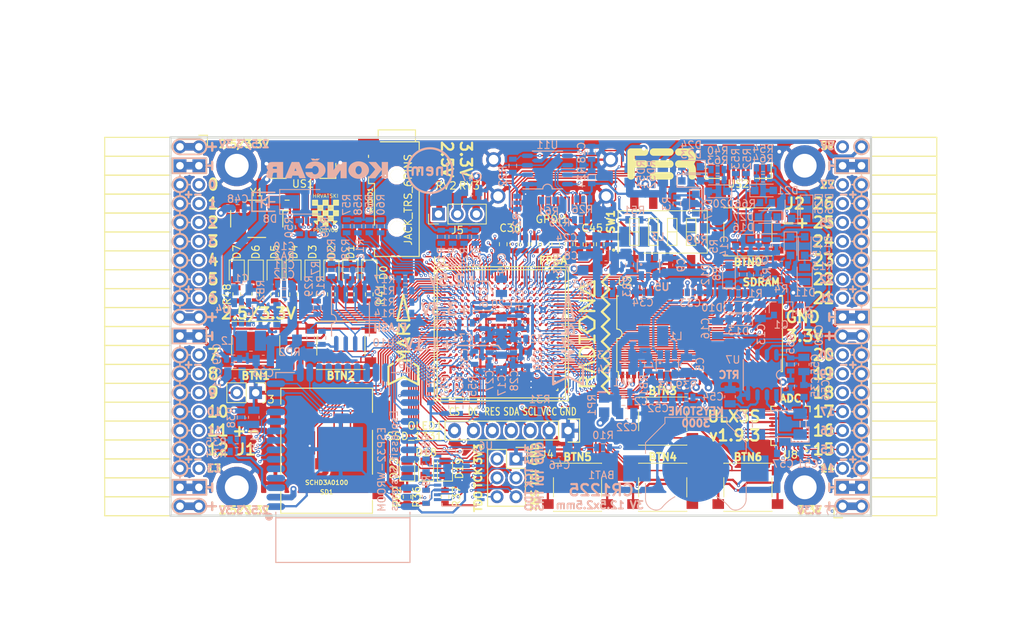
<source format=kicad_pcb>
(kicad_pcb (version 20171130) (host pcbnew 5.0.0-rc2+dfsg1-3)
  (layers (0 F.Cu signal) (1 In1.Cu signal) (2 In2.Cu signal) (31 B.Cu signal) (34 B.Paste user) (35 F.Paste user) (36 B.SilkS user) (37 F.SilkS user) (38 B.Mask user) (39 F.Mask user) (44 Edge.Cuts user))
  (net 0 "")
  (net 1 GND)
  (net 2 +5V)
  (net 3 /gpio/IN5V)
  (net 4 /gpio/OUT5V)
  (net 5 +3V3)
  (net 6 BTN_D)
  (net 7 BTN_F1)
  (net 8 BTN_F2)
  (net 9 BTN_L)
  (net 10 BTN_R)
  (net 11 BTN_U)
  (net 12 /power/FB1)
  (net 13 +2V5)
  (net 14 /power/PWREN)
  (net 15 /power/FB3)
  (net 16 /power/FB2)
  (net 17 /power/VBAT)
  (net 18 JTAG_TDI)
  (net 19 JTAG_TCK)
  (net 20 JTAG_TMS)
  (net 21 JTAG_TDO)
  (net 22 /power/WAKEUPn)
  (net 23 /power/WKUP)
  (net 24 /power/SHUT)
  (net 25 /power/WAKE)
  (net 26 /power/HOLD)
  (net 27 /power/WKn)
  (net 28 /power/OSCI_32k)
  (net 29 /power/OSCO_32k)
  (net 30 SHUTDOWN)
  (net 31 GPDI_SDA)
  (net 32 GPDI_SCL)
  (net 33 /gpdi/VREF2)
  (net 34 SD_CMD)
  (net 35 SD_CLK)
  (net 36 SD_D0)
  (net 37 SD_D1)
  (net 38 USB5V)
  (net 39 GPDI_CEC)
  (net 40 nRESET)
  (net 41 FTDI_nDTR)
  (net 42 SDRAM_CKE)
  (net 43 SDRAM_A7)
  (net 44 SDRAM_D15)
  (net 45 SDRAM_BA1)
  (net 46 SDRAM_D7)
  (net 47 SDRAM_A6)
  (net 48 SDRAM_CLK)
  (net 49 SDRAM_D13)
  (net 50 SDRAM_BA0)
  (net 51 SDRAM_D6)
  (net 52 SDRAM_A5)
  (net 53 SDRAM_D14)
  (net 54 SDRAM_A11)
  (net 55 SDRAM_D12)
  (net 56 SDRAM_D5)
  (net 57 SDRAM_A4)
  (net 58 SDRAM_A10)
  (net 59 SDRAM_D11)
  (net 60 SDRAM_A3)
  (net 61 SDRAM_D4)
  (net 62 SDRAM_D10)
  (net 63 SDRAM_D9)
  (net 64 SDRAM_A9)
  (net 65 SDRAM_D3)
  (net 66 SDRAM_D8)
  (net 67 SDRAM_A8)
  (net 68 SDRAM_A2)
  (net 69 SDRAM_A1)
  (net 70 SDRAM_A0)
  (net 71 SDRAM_D2)
  (net 72 SDRAM_D1)
  (net 73 SDRAM_D0)
  (net 74 SDRAM_DQM0)
  (net 75 SDRAM_nCS)
  (net 76 SDRAM_nRAS)
  (net 77 SDRAM_DQM1)
  (net 78 SDRAM_nCAS)
  (net 79 SDRAM_nWE)
  (net 80 /flash/FLASH_nWP)
  (net 81 /flash/FLASH_nHOLD)
  (net 82 /flash/FLASH_MOSI)
  (net 83 /flash/FLASH_MISO)
  (net 84 /flash/FLASH_SCK)
  (net 85 /flash/FLASH_nCS)
  (net 86 /flash/FPGA_PROGRAMN)
  (net 87 /flash/FPGA_DONE)
  (net 88 /flash/FPGA_INITN)
  (net 89 OLED_RES)
  (net 90 OLED_DC)
  (net 91 OLED_CS)
  (net 92 WIFI_EN)
  (net 93 FTDI_nRTS)
  (net 94 FTDI_TXD)
  (net 95 FTDI_RXD)
  (net 96 WIFI_RXD)
  (net 97 WIFI_GPIO0)
  (net 98 WIFI_TXD)
  (net 99 USB_FTDI_D+)
  (net 100 USB_FTDI_D-)
  (net 101 SD_D3)
  (net 102 AUDIO_L3)
  (net 103 AUDIO_L2)
  (net 104 AUDIO_L1)
  (net 105 AUDIO_L0)
  (net 106 AUDIO_R3)
  (net 107 AUDIO_R2)
  (net 108 AUDIO_R1)
  (net 109 AUDIO_R0)
  (net 110 OLED_CLK)
  (net 111 OLED_MOSI)
  (net 112 LED0)
  (net 113 LED1)
  (net 114 LED2)
  (net 115 LED3)
  (net 116 LED4)
  (net 117 LED5)
  (net 118 LED6)
  (net 119 LED7)
  (net 120 BTN_PWRn)
  (net 121 FTDI_nTXLED)
  (net 122 FTDI_nSLEEP)
  (net 123 /blinkey/LED_PWREN)
  (net 124 /blinkey/LED_TXLED)
  (net 125 /sdcard/SD3V3)
  (net 126 SD_D2)
  (net 127 CLK_25MHz)
  (net 128 /blinkey/BTNPUL)
  (net 129 /blinkey/BTNPUR)
  (net 130 USB_FPGA_D+)
  (net 131 /power/FTDI_nSUSPEND)
  (net 132 /blinkey/ALED0)
  (net 133 /blinkey/ALED1)
  (net 134 /blinkey/ALED2)
  (net 135 /blinkey/ALED3)
  (net 136 /blinkey/ALED4)
  (net 137 /blinkey/ALED5)
  (net 138 /blinkey/ALED6)
  (net 139 /blinkey/ALED7)
  (net 140 /usb/FTD-)
  (net 141 /usb/FTD+)
  (net 142 ADC_MISO)
  (net 143 ADC_MOSI)
  (net 144 ADC_CSn)
  (net 145 ADC_SCLK)
  (net 146 SW3)
  (net 147 SW2)
  (net 148 SW1)
  (net 149 USB_FPGA_D-)
  (net 150 /usb/FPD+)
  (net 151 /usb/FPD-)
  (net 152 WIFI_GPIO16)
  (net 153 /usb/ANT_433MHz)
  (net 154 /power/PWRBTn)
  (net 155 PROG_DONE)
  (net 156 /power/P3V3)
  (net 157 /power/P2V5)
  (net 158 /power/L1)
  (net 159 /power/L3)
  (net 160 /power/L2)
  (net 161 FTDI_TXDEN)
  (net 162 SDRAM_A12)
  (net 163 /analog/AUDIO_V)
  (net 164 AUDIO_V3)
  (net 165 AUDIO_V2)
  (net 166 AUDIO_V1)
  (net 167 AUDIO_V0)
  (net 168 /blinkey/LED_WIFI)
  (net 169 /power/P1V1)
  (net 170 +1V1)
  (net 171 SW4)
  (net 172 /blinkey/SWPU)
  (net 173 /wifi/WIFIEN)
  (net 174 FT2V5)
  (net 175 GN0)
  (net 176 GP0)
  (net 177 GN1)
  (net 178 GP1)
  (net 179 GN2)
  (net 180 GP2)
  (net 181 GN3)
  (net 182 GP3)
  (net 183 GN4)
  (net 184 GP4)
  (net 185 GN5)
  (net 186 GP5)
  (net 187 GN6)
  (net 188 GP6)
  (net 189 GN14)
  (net 190 GP14)
  (net 191 GN15)
  (net 192 GP15)
  (net 193 GN16)
  (net 194 GP16)
  (net 195 GN17)
  (net 196 GP17)
  (net 197 GN18)
  (net 198 GP18)
  (net 199 GN19)
  (net 200 GP19)
  (net 201 GN20)
  (net 202 GP20)
  (net 203 GN21)
  (net 204 GP21)
  (net 205 GN22)
  (net 206 GP22)
  (net 207 GN23)
  (net 208 GP23)
  (net 209 GN24)
  (net 210 GP24)
  (net 211 GN25)
  (net 212 GP25)
  (net 213 GN26)
  (net 214 GP26)
  (net 215 GN27)
  (net 216 GP27)
  (net 217 GN7)
  (net 218 GP7)
  (net 219 GN8)
  (net 220 GP8)
  (net 221 GN9)
  (net 222 GP9)
  (net 223 GN10)
  (net 224 GP10)
  (net 225 GN11)
  (net 226 GP11)
  (net 227 GN12)
  (net 228 GP12)
  (net 229 GN13)
  (net 230 GP13)
  (net 231 WIFI_GPIO5)
  (net 232 WIFI_GPIO17)
  (net 233 USB_FPGA_PULL_D+)
  (net 234 USB_FPGA_PULL_D-)
  (net 235 "Net-(D23-Pad2)")
  (net 236 "Net-(D24-Pad1)")
  (net 237 "Net-(D25-Pad2)")
  (net 238 "Net-(D26-Pad1)")
  (net 239 /gpdi/GPDI_ETH+)
  (net 240 FPDI_ETH+)
  (net 241 /gpdi/GPDI_ETH-)
  (net 242 FPDI_ETH-)
  (net 243 /gpdi/GPDI_D2-)
  (net 244 FPDI_D2-)
  (net 245 /gpdi/GPDI_D1-)
  (net 246 FPDI_D1-)
  (net 247 /gpdi/GPDI_D0-)
  (net 248 FPDI_D0-)
  (net 249 /gpdi/GPDI_CLK-)
  (net 250 FPDI_CLK-)
  (net 251 /gpdi/GPDI_D2+)
  (net 252 FPDI_D2+)
  (net 253 /gpdi/GPDI_D1+)
  (net 254 FPDI_D1+)
  (net 255 /gpdi/GPDI_D0+)
  (net 256 FPDI_D0+)
  (net 257 /gpdi/GPDI_CLK+)
  (net 258 FPDI_CLK+)
  (net 259 FPDI_SDA)
  (net 260 FPDI_SCL)
  (net 261 /gpdi/FPDI_CEC)
  (net 262 2V5_3V3)
  (net 263 "Net-(AUDIO1-Pad5)")
  (net 264 "Net-(AUDIO1-Pad6)")
  (net 265 "Net-(U1-PadA15)")
  (net 266 "Net-(U1-PadC9)")
  (net 267 "Net-(U1-PadD9)")
  (net 268 "Net-(U1-PadD10)")
  (net 269 "Net-(U1-PadD11)")
  (net 270 "Net-(U1-PadD12)")
  (net 271 "Net-(U1-PadE6)")
  (net 272 "Net-(U1-PadE9)")
  (net 273 "Net-(U1-PadE10)")
  (net 274 "Net-(U1-PadE11)")
  (net 275 "Net-(U1-PadJ4)")
  (net 276 "Net-(U1-PadJ5)")
  (net 277 "Net-(U1-PadK5)")
  (net 278 "Net-(U1-PadL5)")
  (net 279 "Net-(U1-PadM4)")
  (net 280 "Net-(U1-PadM5)")
  (net 281 SD_CD)
  (net 282 SD_WP)
  (net 283 "Net-(U1-PadR3)")
  (net 284 "Net-(U1-PadT16)")
  (net 285 "Net-(U1-PadW4)")
  (net 286 "Net-(U1-PadW5)")
  (net 287 "Net-(U1-PadW8)")
  (net 288 "Net-(U1-PadW9)")
  (net 289 "Net-(U1-PadW13)")
  (net 290 "Net-(U1-PadW14)")
  (net 291 "Net-(U1-PadW17)")
  (net 292 "Net-(U1-PadW18)")
  (net 293 FTDI_nRXLED)
  (net 294 "Net-(U8-Pad12)")
  (net 295 "Net-(U8-Pad25)")
  (net 296 "Net-(U9-Pad32)")
  (net 297 "Net-(U9-Pad22)")
  (net 298 "Net-(U9-Pad21)")
  (net 299 "Net-(U9-Pad20)")
  (net 300 "Net-(U9-Pad19)")
  (net 301 "Net-(U9-Pad18)")
  (net 302 "Net-(U9-Pad17)")
  (net 303 "Net-(U9-Pad12)")
  (net 304 "Net-(U9-Pad5)")
  (net 305 "Net-(U9-Pad4)")
  (net 306 "Net-(US1-Pad4)")
  (net 307 "Net-(Y2-Pad3)")
  (net 308 "Net-(Y2-Pad2)")
  (net 309 "Net-(U1-PadK16)")
  (net 310 "Net-(U1-PadK17)")
  (net 311 /usb/US2VBUS)
  (net 312 /power/SHD)
  (net 313 /power/RTCVDD)
  (net 314 "Net-(D27-Pad2)")
  (net 315 US2_ID)
  (net 316 /analog/AUDIO_L)
  (net 317 /analog/AUDIO_R)
  (module Keystone_3000_1x12mm-CoinCell:Keystone_3000_1x12mm-CoinCell (layer B.Cu) (at 164.585 105.87 90)
    (fp_text reference BAT1 (at -0.907 -12.685 180) (layer B.SilkS) (effects (justify mirror)))
    (fp_text value CR1225)
    (pad 1 smd rect (at 0 7.9 180) (size 3.7 3.5) (layers B.Cu B.Paste B.Mask) (net 17 /power/VBAT) (clearance 0.7))
    (pad 1 smd rect (at 0 -7.9 180) (size 3.7 3.5) (layers B.Cu B.Paste B.Mask) (net 17 /power/VBAT) (clearance 0.7))
    (pad 2 smd circle (at 0 0 180) (size 9 9) (layers B.Cu B.Mask) (net 1 GND))
  )
  (module SM8:SM8 (layer B.Cu) (at 144.68 65.8015 90)
    (fp_text reference U11 (at 3.3475 -0.019 -180) (layer B.SilkS) (effects (justify mirror)))
    (fp_text value PCA9306D)
    (pad 1 smd rect (at -1.905 -2.7) (size 1.55 0.6) (layers B.Cu B.Paste B.Mask) (net 1 GND))
    (pad 2 smd oval (at -0.635 -2.7) (size 1.55 0.6) (layers B.Cu B.Paste B.Mask) (net 13 +2V5))
    (pad 3 smd oval (at 0.635 -2.7) (size 1.55 0.6) (layers B.Cu B.Paste B.Mask) (net 260 FPDI_SCL))
    (pad 4 smd oval (at 1.905 -2.7) (size 1.55 0.6) (layers B.Cu B.Paste B.Mask) (net 259 FPDI_SDA))
    (pad 5 smd oval (at 1.905 2.7) (size 1.55 0.6) (layers B.Cu B.Paste B.Mask) (net 31 GPDI_SDA))
    (pad 6 smd oval (at 0.635 2.7) (size 1.55 0.6) (layers B.Cu B.Paste B.Mask) (net 32 GPDI_SCL))
    (pad 7 smd oval (at -0.635 2.7) (size 1.55 0.6) (layers B.Cu B.Paste B.Mask) (net 33 /gpdi/VREF2))
    (pad 8 smd oval (at -1.905 2.7) (size 1.55 0.6) (layers B.Cu B.Paste B.Mask) (net 5 +3V3))
  )
  (module TSOP54:TSOP54 (layer F.Cu) (at 165.093 87.8 90)
    (fp_text reference U2 (at 6.98 -9.993 180) (layer F.SilkS))
    (fp_text value MT48LC16M16A2TG)
    (pad 28 smd rect (at 5.53 10.4 90) (size 0.9 0.56) (layers F.Cu F.Paste F.Mask) (net 1 GND))
    (pad 1 smd rect (at -5.53 -10.4 90) (size 0.9 0.56) (layers F.Cu F.Paste F.Mask) (net 5 +3V3))
    (pad 2 smd rect (at -5.53 -9.6 90) (size 0.9 0.56) (layers F.Cu F.Paste F.Mask) (net 73 SDRAM_D0))
    (pad 3 smd rect (at -5.53 -8.8 90) (size 0.9 0.56) (layers F.Cu F.Paste F.Mask) (net 5 +3V3))
    (pad 4 smd rect (at -5.53 -8 90) (size 0.9 0.56) (layers F.Cu F.Paste F.Mask) (net 72 SDRAM_D1))
    (pad 5 smd rect (at -5.53 -7.2 90) (size 0.9 0.56) (layers F.Cu F.Paste F.Mask) (net 71 SDRAM_D2))
    (pad 6 smd rect (at -5.53 -6.4 90) (size 0.9 0.56) (layers F.Cu F.Paste F.Mask) (net 1 GND))
    (pad 7 smd rect (at -5.53 -5.6 90) (size 0.9 0.56) (layers F.Cu F.Paste F.Mask) (net 65 SDRAM_D3))
    (pad 8 smd rect (at -5.53 -4.8 90) (size 0.9 0.56) (layers F.Cu F.Paste F.Mask) (net 61 SDRAM_D4))
    (pad 9 smd rect (at -5.53 -4 90) (size 0.9 0.56) (layers F.Cu F.Paste F.Mask) (net 5 +3V3))
    (pad 10 smd rect (at -5.53 -3.2 90) (size 0.9 0.56) (layers F.Cu F.Paste F.Mask) (net 56 SDRAM_D5))
    (pad 11 smd rect (at -5.53 -2.4 90) (size 0.9 0.56) (layers F.Cu F.Paste F.Mask) (net 51 SDRAM_D6))
    (pad 12 smd rect (at -5.53 -1.6 90) (size 0.9 0.56) (layers F.Cu F.Paste F.Mask) (net 1 GND))
    (pad 13 smd rect (at -5.53 -0.8 90) (size 0.9 0.56) (layers F.Cu F.Paste F.Mask) (net 46 SDRAM_D7))
    (pad 14 smd rect (at -5.53 0 90) (size 0.9 0.56) (layers F.Cu F.Paste F.Mask) (net 5 +3V3))
    (pad 15 smd rect (at -5.53 0.8 90) (size 0.9 0.56) (layers F.Cu F.Paste F.Mask) (net 74 SDRAM_DQM0))
    (pad 16 smd rect (at -5.53 1.6 90) (size 0.9 0.56) (layers F.Cu F.Paste F.Mask) (net 79 SDRAM_nWE))
    (pad 17 smd rect (at -5.53 2.4 90) (size 0.9 0.56) (layers F.Cu F.Paste F.Mask) (net 78 SDRAM_nCAS))
    (pad 18 smd rect (at -5.53 3.2 90) (size 0.9 0.56) (layers F.Cu F.Paste F.Mask) (net 76 SDRAM_nRAS))
    (pad 19 smd rect (at -5.53 4 90) (size 0.9 0.56) (layers F.Cu F.Paste F.Mask) (net 75 SDRAM_nCS))
    (pad 20 smd rect (at -5.53 4.8 90) (size 0.9 0.56) (layers F.Cu F.Paste F.Mask) (net 50 SDRAM_BA0))
    (pad 21 smd rect (at -5.53 5.6 90) (size 0.9 0.56) (layers F.Cu F.Paste F.Mask) (net 45 SDRAM_BA1))
    (pad 22 smd rect (at -5.53 6.4 90) (size 0.9 0.56) (layers F.Cu F.Paste F.Mask) (net 58 SDRAM_A10))
    (pad 23 smd rect (at -5.53 7.2 90) (size 0.9 0.56) (layers F.Cu F.Paste F.Mask) (net 70 SDRAM_A0))
    (pad 24 smd rect (at -5.53 8 90) (size 0.9 0.56) (layers F.Cu F.Paste F.Mask) (net 69 SDRAM_A1))
    (pad 25 smd rect (at -5.53 8.8 90) (size 0.9 0.56) (layers F.Cu F.Paste F.Mask) (net 68 SDRAM_A2))
    (pad 26 smd rect (at -5.53 9.6 90) (size 0.9 0.56) (layers F.Cu F.Paste F.Mask) (net 60 SDRAM_A3))
    (pad 27 smd rect (at -5.53 10.4 90) (size 0.9 0.56) (layers F.Cu F.Paste F.Mask) (net 5 +3V3))
    (pad 29 smd rect (at 5.53 9.6 90) (size 0.9 0.56) (layers F.Cu F.Paste F.Mask) (net 57 SDRAM_A4))
    (pad 30 smd rect (at 5.53 8.8 90) (size 0.9 0.56) (layers F.Cu F.Paste F.Mask) (net 52 SDRAM_A5))
    (pad 31 smd rect (at 5.53 8 90) (size 0.9 0.56) (layers F.Cu F.Paste F.Mask) (net 47 SDRAM_A6))
    (pad 32 smd rect (at 5.53 7.2 90) (size 0.9 0.56) (layers F.Cu F.Paste F.Mask) (net 43 SDRAM_A7))
    (pad 33 smd rect (at 5.53 6.4 90) (size 0.9 0.56) (layers F.Cu F.Paste F.Mask) (net 67 SDRAM_A8))
    (pad 34 smd rect (at 5.53 5.6 90) (size 0.9 0.56) (layers F.Cu F.Paste F.Mask) (net 64 SDRAM_A9))
    (pad 35 smd rect (at 5.53 4.8 90) (size 0.9 0.56) (layers F.Cu F.Paste F.Mask) (net 54 SDRAM_A11))
    (pad 36 smd rect (at 5.53 4 90) (size 0.9 0.56) (layers F.Cu F.Paste F.Mask) (net 162 SDRAM_A12))
    (pad 37 smd rect (at 5.53 3.2 90) (size 0.9 0.56) (layers F.Cu F.Paste F.Mask) (net 42 SDRAM_CKE))
    (pad 38 smd rect (at 5.53 2.4 90) (size 0.9 0.56) (layers F.Cu F.Paste F.Mask) (net 48 SDRAM_CLK))
    (pad 39 smd rect (at 5.53 1.6 90) (size 0.9 0.56) (layers F.Cu F.Paste F.Mask) (net 77 SDRAM_DQM1))
    (pad 40 smd rect (at 5.53 0.8 90) (size 0.9 0.56) (layers F.Cu F.Paste F.Mask))
    (pad 41 smd rect (at 5.53 0 90) (size 0.9 0.56) (layers F.Cu F.Paste F.Mask) (net 1 GND))
    (pad 42 smd rect (at 5.53 -0.8 90) (size 0.9 0.56) (layers F.Cu F.Paste F.Mask) (net 66 SDRAM_D8))
    (pad 43 smd rect (at 5.53 -1.6 90) (size 0.9 0.56) (layers F.Cu F.Paste F.Mask) (net 5 +3V3))
    (pad 44 smd rect (at 5.53 -2.4 90) (size 0.9 0.56) (layers F.Cu F.Paste F.Mask) (net 63 SDRAM_D9))
    (pad 45 smd rect (at 5.53 -3.2 90) (size 0.9 0.56) (layers F.Cu F.Paste F.Mask) (net 62 SDRAM_D10))
    (pad 46 smd rect (at 5.53 -4 90) (size 0.9 0.56) (layers F.Cu F.Paste F.Mask) (net 1 GND))
    (pad 47 smd rect (at 5.53 -4.8 90) (size 0.9 0.56) (layers F.Cu F.Paste F.Mask) (net 59 SDRAM_D11))
    (pad 48 smd rect (at 5.53 -5.6 90) (size 0.9 0.56) (layers F.Cu F.Paste F.Mask) (net 55 SDRAM_D12))
    (pad 49 smd rect (at 5.53 -6.4 90) (size 0.9 0.56) (layers F.Cu F.Paste F.Mask) (net 5 +3V3))
    (pad 50 smd rect (at 5.53 -7.2 90) (size 0.9 0.56) (layers F.Cu F.Paste F.Mask) (net 49 SDRAM_D13))
    (pad 51 smd rect (at 5.53 -8 90) (size 0.9 0.56) (layers F.Cu F.Paste F.Mask) (net 53 SDRAM_D14))
    (pad 52 smd rect (at 5.53 -8.8 90) (size 0.9 0.56) (layers F.Cu F.Paste F.Mask) (net 1 GND))
    (pad 53 smd rect (at 5.53 -9.6 90) (size 0.9 0.56) (layers F.Cu F.Paste F.Mask) (net 44 SDRAM_D15))
    (pad 54 smd rect (at 5.53 -10.4 90) (size 0.9 0.56) (layers F.Cu F.Paste F.Mask) (net 1 GND))
  )
  (module SOA008-150mil:SOA008-150-208mil (layer B.Cu) (at 118.245 85.822 270)
    (fp_text reference U10 (at 3.175 -4.445) (layer B.SilkS) (effects (justify mirror)))
    (fp_text value IS25LP128F-JBLE)
    (pad 1 smd rect (at -3.302 1.905 270) (size 2.1 0.6) (layers B.Cu B.Paste B.Mask) (net 85 /flash/FLASH_nCS))
    (pad 2 smd oval (at -3.302 0.635 270) (size 2.1 0.6) (layers B.Cu B.Paste B.Mask) (net 83 /flash/FLASH_MISO))
    (pad 3 smd oval (at -3.302 -0.635 270) (size 2.1 0.6) (layers B.Cu B.Paste B.Mask) (net 80 /flash/FLASH_nWP))
    (pad 4 smd oval (at -3.302 -1.905 270) (size 2.1 0.6) (layers B.Cu B.Paste B.Mask) (net 1 GND))
    (pad 5 smd oval (at 3.302 -1.905 270) (size 2.1 0.6) (layers B.Cu B.Paste B.Mask) (net 82 /flash/FLASH_MOSI))
    (pad 6 smd oval (at 3.302 -0.635 270) (size 2.1 0.6) (layers B.Cu B.Paste B.Mask) (net 84 /flash/FLASH_SCK))
    (pad 7 smd oval (at 3.302 0.635 270) (size 2.1 0.6) (layers B.Cu B.Paste B.Mask) (net 81 /flash/FLASH_nHOLD))
    (pad 8 smd oval (at 3.302 1.905 270) (size 2.1 0.6) (layers B.Cu B.Paste B.Mask) (net 5 +3V3))
  )
  (module SOT96-1:SOT96-1 (layer B.Cu) (at 173.49 93.315 90)
    (fp_text reference U7 (at 2.032 -3.937 180) (layer B.SilkS) (effects (justify mirror)))
    (fp_text value PCF8523)
    (pad 1 smd rect (at -2.7 1.905 90) (size 1.55 0.6) (layers B.Cu B.Paste B.Mask) (net 28 /power/OSCI_32k))
    (pad 2 smd oval (at -2.7 0.635 90) (size 1.55 0.6) (layers B.Cu B.Paste B.Mask) (net 29 /power/OSCO_32k))
    (pad 3 smd oval (at -2.7 -0.635 90) (size 1.55 0.6) (layers B.Cu B.Paste B.Mask) (net 17 /power/VBAT))
    (pad 4 smd oval (at -2.7 -1.905 90) (size 1.55 0.6) (layers B.Cu B.Paste B.Mask) (net 1 GND))
    (pad 5 smd oval (at 2.7 -1.905 90) (size 1.55 0.6) (layers B.Cu B.Paste B.Mask) (net 259 FPDI_SDA))
    (pad 6 smd oval (at 2.7 -0.635 90) (size 1.55 0.6) (layers B.Cu B.Paste B.Mask) (net 260 FPDI_SCL))
    (pad 7 smd oval (at 2.7 0.635 90) (size 1.55 0.6) (layers B.Cu B.Paste B.Mask) (net 22 /power/WAKEUPn))
    (pad 8 smd oval (at 2.7 1.905 90) (size 1.55 0.6) (layers B.Cu B.Paste B.Mask) (net 313 /power/RTCVDD))
  )
  (module ft231x:FT231X-SSOP-20_4.4x6.5mm_Pitch0.65mm (layer B.Cu) (at 132.835 107.14 180)
    (fp_text reference U6 (at -3.556 4.318 180) (layer B.SilkS) (effects (justify mirror)))
    (fp_text value FT231XS)
    (pad 20 smd rect (at 2.9 2.925 180) (size 1 0.4) (layers B.Cu B.Paste B.Mask) (net 94 FTDI_TXD))
    (pad 19 smd rect (at 2.9 2.275 180) (size 1 0.4) (layers B.Cu B.Paste B.Mask) (net 122 FTDI_nSLEEP))
    (pad 18 smd rect (at 2.9 1.625 180) (size 1 0.4) (layers B.Cu B.Paste B.Mask) (net 161 FTDI_TXDEN))
    (pad 17 smd rect (at 2.9 0.975 180) (size 1 0.4) (layers B.Cu B.Paste B.Mask) (net 293 FTDI_nRXLED))
    (pad 16 smd rect (at 2.9 0.325 180) (size 1 0.4) (layers B.Cu B.Paste B.Mask) (net 1 GND))
    (pad 15 smd rect (at 2.9 -0.325 180) (size 1 0.4) (layers B.Cu B.Paste B.Mask) (net 38 USB5V))
    (pad 14 smd rect (at 2.9 -0.975 180) (size 1 0.4) (layers B.Cu B.Paste B.Mask) (net 40 nRESET))
    (pad 13 smd rect (at 2.9 -1.625 180) (size 1 0.4) (layers B.Cu B.Paste B.Mask) (net 174 FT2V5))
    (pad 12 smd rect (at 2.9 -2.275 180) (size 1 0.4) (layers B.Cu B.Paste B.Mask) (net 100 USB_FTDI_D-))
    (pad 11 smd rect (at 2.9 -2.925 180) (size 1 0.4) (layers B.Cu B.Paste B.Mask) (net 99 USB_FTDI_D+))
    (pad 10 smd rect (at -2.9 -2.925 180) (size 1 0.4) (layers B.Cu B.Paste B.Mask) (net 121 FTDI_nTXLED))
    (pad 9 smd rect (at -2.9 -2.275 180) (size 1 0.4) (layers B.Cu B.Paste B.Mask) (net 21 JTAG_TDO))
    (pad 8 smd rect (at -2.9 -1.625 180) (size 1 0.4) (layers B.Cu B.Paste B.Mask) (net 20 JTAG_TMS))
    (pad 7 smd rect (at -2.9 -0.975 180) (size 1 0.4) (layers B.Cu B.Paste B.Mask) (net 19 JTAG_TCK))
    (pad 6 smd rect (at -2.9 -0.325 180) (size 1 0.4) (layers B.Cu B.Paste B.Mask) (net 1 GND))
    (pad 5 smd rect (at -2.9 0.325 180) (size 1 0.4) (layers B.Cu B.Paste B.Mask) (net 18 JTAG_TDI))
    (pad 4 smd rect (at -2.9 0.975 180) (size 1 0.4) (layers B.Cu B.Paste B.Mask) (net 95 FTDI_RXD))
    (pad 3 smd rect (at -2.9 1.625 180) (size 1 0.4) (layers B.Cu B.Paste B.Mask) (net 174 FT2V5))
    (pad 2 smd rect (at -2.9 2.275 180) (size 1 0.4) (layers B.Cu B.Paste B.Mask) (net 93 FTDI_nRTS))
    (pad 1 smd rect (at -2.9 2.925 180) (size 1 0.4) (layers B.Cu B.Paste B.Mask) (net 41 FTDI_nDTR))
  )
  (module TSOT-25:TSOT-25 (layer B.Cu) (at 158.235 78.692)
    (fp_text reference U5 (at 1.793 2.812) (layer B.SilkS) (effects (font (thickness 0.2)) (justify mirror)))
    (fp_text value TLV62569DBV)
    (pad 1 smd rect (at -0.95 -1.3) (size 0.7 1.2) (layers B.Cu B.Paste B.Mask) (net 14 /power/PWREN))
    (pad 2 smd rect (at 0 -1.3) (size 0.7 1.2) (layers B.Cu B.Paste B.Mask) (net 1 GND))
    (pad 3 smd rect (at 0.95 -1.3) (size 0.7 1.2) (layers B.Cu B.Paste B.Mask) (net 159 /power/L3))
    (pad 4 smd rect (at 0.95 1.3) (size 0.7 1.2) (layers B.Cu B.Paste B.Mask) (net 2 +5V))
    (pad 5 smd rect (at -0.95 1.3) (size 0.7 1.2) (layers B.Cu B.Paste B.Mask) (net 15 /power/FB3))
  )
  (module TSOT-25:TSOT-25 (layer B.Cu) (at 160.775 91.9)
    (fp_text reference U3 (at -0.295 2.9) (layer B.SilkS) (effects (font (thickness 0.2)) (justify mirror)))
    (fp_text value TLV62569DBV)
    (pad 1 smd rect (at -0.95 -1.3) (size 0.7 1.2) (layers B.Cu B.Paste B.Mask) (net 14 /power/PWREN))
    (pad 2 smd rect (at 0 -1.3) (size 0.7 1.2) (layers B.Cu B.Paste B.Mask) (net 1 GND))
    (pad 3 smd rect (at 0.95 -1.3) (size 0.7 1.2) (layers B.Cu B.Paste B.Mask) (net 158 /power/L1))
    (pad 4 smd rect (at 0.95 1.3) (size 0.7 1.2) (layers B.Cu B.Paste B.Mask) (net 2 +5V))
    (pad 5 smd rect (at -0.95 1.3) (size 0.7 1.2) (layers B.Cu B.Paste B.Mask) (net 12 /power/FB1))
  )
  (module TSOT-25:TSOT-25 (layer B.Cu) (at 103.625 84.915 180)
    (fp_text reference U4 (at 2.525 0.4265 180) (layer B.SilkS) (effects (font (thickness 0.2)) (justify mirror)))
    (fp_text value TLV62569DBV)
    (pad 1 smd rect (at -0.95 -1.3 180) (size 0.7 1.2) (layers B.Cu B.Paste B.Mask) (net 14 /power/PWREN))
    (pad 2 smd rect (at 0 -1.3 180) (size 0.7 1.2) (layers B.Cu B.Paste B.Mask) (net 1 GND))
    (pad 3 smd rect (at 0.95 -1.3 180) (size 0.7 1.2) (layers B.Cu B.Paste B.Mask) (net 160 /power/L2))
    (pad 4 smd rect (at 0.95 1.3 180) (size 0.7 1.2) (layers B.Cu B.Paste B.Mask) (net 2 +5V))
    (pad 5 smd rect (at -0.95 1.3 180) (size 0.7 1.2) (layers B.Cu B.Paste B.Mask) (net 16 /power/FB2))
  )
  (module ESP32:ESP32-WROOM (layer B.Cu) (at 117.23 105.75 180)
    (fp_text reference U9 (at -8.366 13.85 180) (layer B.SilkS) (effects (justify mirror)))
    (fp_text value ESP-WROOM32)
    (fp_text user "Espressif Systems" (at -6.858 0.889 90) (layer B.SilkS) (effects (justify mirror)))
    (fp_text user ESP32-WROOM (at -5.207 -0.254 90) (layer B.SilkS) (effects (justify mirror)))
    (pad 38 smd oval (at -9 -5.25 180) (size 2.5 0.9) (layers B.Cu B.Paste B.Mask) (net 1 GND))
    (pad 37 smd oval (at -9 -3.98 180) (size 2.5 0.9) (layers B.Cu B.Paste B.Mask) (net 18 JTAG_TDI))
    (pad 36 smd oval (at -9 -2.71 180) (size 2.5 0.9) (layers B.Cu B.Paste B.Mask) (net 155 PROG_DONE))
    (pad 35 smd oval (at -9 -1.44 180) (size 2.5 0.9) (layers B.Cu B.Paste B.Mask) (net 98 WIFI_TXD))
    (pad 34 smd oval (at -9 -0.17 180) (size 2.5 0.9) (layers B.Cu B.Paste B.Mask) (net 96 WIFI_RXD))
    (pad 33 smd oval (at -9 1.1 180) (size 2.5 0.9) (layers B.Cu B.Paste B.Mask) (net 20 JTAG_TMS))
    (pad 32 smd oval (at -9 2.37 180) (size 2.5 0.9) (layers B.Cu B.Paste B.Mask) (net 296 "Net-(U9-Pad32)"))
    (pad 31 smd oval (at -9 3.64 180) (size 2.5 0.9) (layers B.Cu B.Paste B.Mask) (net 21 JTAG_TDO))
    (pad 30 smd oval (at -9 4.91 180) (size 2.5 0.9) (layers B.Cu B.Paste B.Mask) (net 19 JTAG_TCK))
    (pad 29 smd oval (at -9 6.18 180) (size 2.5 0.9) (layers B.Cu B.Paste B.Mask) (net 231 WIFI_GPIO5))
    (pad 28 smd oval (at -9 7.45 180) (size 2.5 0.9) (layers B.Cu B.Paste B.Mask) (net 232 WIFI_GPIO17))
    (pad 27 smd oval (at -9 8.72 180) (size 2.5 0.9) (layers B.Cu B.Paste B.Mask) (net 152 WIFI_GPIO16))
    (pad 26 smd oval (at -9 9.99 180) (size 2.5 0.9) (layers B.Cu B.Paste B.Mask) (net 37 SD_D1))
    (pad 25 smd oval (at -9 11.26 180) (size 2.5 0.9) (layers B.Cu B.Paste B.Mask) (net 97 WIFI_GPIO0))
    (pad 24 smd oval (at -5.715 12.75 180) (size 0.9 2.5) (layers B.Cu B.Paste B.Mask) (net 36 SD_D0))
    (pad 23 smd oval (at -4.445 12.75 180) (size 0.9 2.5) (layers B.Cu B.Paste B.Mask) (net 34 SD_CMD))
    (pad 22 smd oval (at -3.175 12.75 180) (size 0.9 2.5) (layers B.Cu B.Paste B.Mask) (net 297 "Net-(U9-Pad22)"))
    (pad 21 smd oval (at -1.905 12.75 180) (size 0.9 2.5) (layers B.Cu B.Paste B.Mask) (net 298 "Net-(U9-Pad21)"))
    (pad 20 smd oval (at -0.635 12.75 180) (size 0.9 2.5) (layers B.Cu B.Paste B.Mask) (net 299 "Net-(U9-Pad20)"))
    (pad 19 smd oval (at 0.635 12.75 180) (size 0.9 2.5) (layers B.Cu B.Paste B.Mask) (net 300 "Net-(U9-Pad19)"))
    (pad 18 smd oval (at 1.905 12.75 180) (size 0.9 2.5) (layers B.Cu B.Paste B.Mask) (net 301 "Net-(U9-Pad18)"))
    (pad 17 smd oval (at 3.175 12.75 180) (size 0.9 2.5) (layers B.Cu B.Paste B.Mask) (net 302 "Net-(U9-Pad17)"))
    (pad 16 smd oval (at 4.445 12.75 180) (size 0.9 2.5) (layers B.Cu B.Paste B.Mask) (net 101 SD_D3))
    (pad 15 smd oval (at 5.715 12.75 180) (size 0.9 2.5) (layers B.Cu B.Paste B.Mask) (net 1 GND))
    (pad 14 smd oval (at 9 11.26 180) (size 2.5 0.9) (layers B.Cu B.Paste B.Mask) (net 126 SD_D2))
    (pad 13 smd oval (at 9 9.99 180) (size 2.5 0.9) (layers B.Cu B.Paste B.Mask) (net 35 SD_CLK))
    (pad 12 smd oval (at 9 8.72 180) (size 2.5 0.9) (layers B.Cu B.Paste B.Mask) (net 303 "Net-(U9-Pad12)"))
    (pad 11 smd oval (at 9 7.45 180) (size 2.5 0.9) (layers B.Cu B.Paste B.Mask) (net 225 GN11))
    (pad 10 smd oval (at 9 6.18 180) (size 2.5 0.9) (layers B.Cu B.Paste B.Mask) (net 226 GP11))
    (pad 9 smd oval (at 9 4.91 180) (size 2.5 0.9) (layers B.Cu B.Paste B.Mask) (net 227 GN12))
    (pad 8 smd oval (at 9 3.64 180) (size 2.5 0.9) (layers B.Cu B.Paste B.Mask) (net 228 GP12))
    (pad 7 smd oval (at 9 2.37 180) (size 2.5 0.9) (layers B.Cu B.Paste B.Mask) (net 229 GN13))
    (pad 6 smd oval (at 9 1.1 180) (size 2.5 0.9) (layers B.Cu B.Paste B.Mask) (net 230 GP13))
    (pad 5 smd oval (at 9 -0.17 180) (size 2.5 0.9) (layers B.Cu B.Paste B.Mask) (net 304 "Net-(U9-Pad5)"))
    (pad 4 smd oval (at 9 -1.44 180) (size 2.5 0.9) (layers B.Cu B.Paste B.Mask) (net 305 "Net-(U9-Pad4)"))
    (pad 3 smd oval (at 9 -2.71 180) (size 2.5 0.9) (layers B.Cu B.Paste B.Mask) (net 173 /wifi/WIFIEN))
    (pad 2 smd oval (at 9 -3.98 180) (size 2.5 0.9) (layers B.Cu B.Paste B.Mask) (net 5 +3V3))
    (pad 1 smd oval (at 9 -5.25 180) (size 2.5 0.9) (layers B.Cu B.Paste B.Mask) (net 1 GND))
    (pad 39 smd rect (at 0.3 2.45 180) (size 6 6) (layers B.Cu B.Paste B.Mask) (net 1 GND))
  )
  (module inem:inem (layer B.Cu) (at 128.913 65.883)
    (fp_text reference REF** hide)
    (fp_text value inem hide)
    (fp_text user inem (at 0 -0.1) (layer B.SilkS) (effects (font (size 1.5 1.5) (thickness 0.3)) (justify mirror)))
  )
  (module fer:fer4mm6 (layer F.Cu) (at 159.901 64.994)
    (fp_text reference fer hide)
    (fp_text value fer hide)
  )
  (module Socket_Strips:Socket_Strip_Angled_2x20 (layer F.Cu) (at 97.91 62.69 270)
    (fp_text reference J1 (at 40.64 -6.35) (layer F.SilkS) (effects (font (size 1.5 1.5) (thickness 0.3))))
    (fp_text value CONN_02X20 hide)
    (pad 1 thru_hole oval (at 0 0 270) (size 1.7272 1.7272) (drill 1.016) (layers *.Cu *.Mask) (net 262 2V5_3V3))
    (pad 2 thru_hole oval (at 0 2.54 270) (size 1.7272 1.7272) (drill 1.016) (layers *.Cu *.Mask) (net 262 2V5_3V3))
    (pad 3 thru_hole rect (at 2.54 0 270) (size 1.7272 1.7272) (drill 1.016) (layers *.Cu *.Mask) (net 1 GND))
    (pad 4 thru_hole rect (at 2.54 2.54 270) (size 1.7272 1.7272) (drill 1.016) (layers *.Cu *.Mask) (net 1 GND))
    (pad 5 thru_hole oval (at 5.08 0 270) (size 1.7272 1.7272) (drill 1.016) (layers *.Cu *.Mask) (net 175 GN0))
    (pad 6 thru_hole oval (at 5.08 2.54 270) (size 1.7272 1.7272) (drill 1.016) (layers *.Cu *.Mask) (net 176 GP0))
    (pad 7 thru_hole oval (at 7.62 0 270) (size 1.7272 1.7272) (drill 1.016) (layers *.Cu *.Mask) (net 177 GN1))
    (pad 8 thru_hole oval (at 7.62 2.54 270) (size 1.7272 1.7272) (drill 1.016) (layers *.Cu *.Mask) (net 178 GP1))
    (pad 9 thru_hole oval (at 10.16 0 270) (size 1.7272 1.7272) (drill 1.016) (layers *.Cu *.Mask) (net 179 GN2))
    (pad 10 thru_hole oval (at 10.16 2.54 270) (size 1.7272 1.7272) (drill 1.016) (layers *.Cu *.Mask) (net 180 GP2))
    (pad 11 thru_hole oval (at 12.7 0 270) (size 1.7272 1.7272) (drill 1.016) (layers *.Cu *.Mask) (net 181 GN3))
    (pad 12 thru_hole oval (at 12.7 2.54 270) (size 1.7272 1.7272) (drill 1.016) (layers *.Cu *.Mask) (net 182 GP3))
    (pad 13 thru_hole oval (at 15.24 0 270) (size 1.7272 1.7272) (drill 1.016) (layers *.Cu *.Mask) (net 183 GN4))
    (pad 14 thru_hole oval (at 15.24 2.54 270) (size 1.7272 1.7272) (drill 1.016) (layers *.Cu *.Mask) (net 184 GP4))
    (pad 15 thru_hole oval (at 17.78 0 270) (size 1.7272 1.7272) (drill 1.016) (layers *.Cu *.Mask) (net 185 GN5))
    (pad 16 thru_hole oval (at 17.78 2.54 270) (size 1.7272 1.7272) (drill 1.016) (layers *.Cu *.Mask) (net 186 GP5))
    (pad 17 thru_hole oval (at 20.32 0 270) (size 1.7272 1.7272) (drill 1.016) (layers *.Cu *.Mask) (net 187 GN6))
    (pad 18 thru_hole oval (at 20.32 2.54 270) (size 1.7272 1.7272) (drill 1.016) (layers *.Cu *.Mask) (net 188 GP6))
    (pad 19 thru_hole oval (at 22.86 0 270) (size 1.7272 1.7272) (drill 1.016) (layers *.Cu *.Mask) (net 262 2V5_3V3))
    (pad 20 thru_hole oval (at 22.86 2.54 270) (size 1.7272 1.7272) (drill 1.016) (layers *.Cu *.Mask) (net 262 2V5_3V3))
    (pad 21 thru_hole rect (at 25.4 0 270) (size 1.7272 1.7272) (drill 1.016) (layers *.Cu *.Mask) (net 1 GND))
    (pad 22 thru_hole rect (at 25.4 2.54 270) (size 1.7272 1.7272) (drill 1.016) (layers *.Cu *.Mask) (net 1 GND))
    (pad 23 thru_hole oval (at 27.94 0 270) (size 1.7272 1.7272) (drill 1.016) (layers *.Cu *.Mask) (net 217 GN7))
    (pad 24 thru_hole oval (at 27.94 2.54 270) (size 1.7272 1.7272) (drill 1.016) (layers *.Cu *.Mask) (net 218 GP7))
    (pad 25 thru_hole oval (at 30.48 0 270) (size 1.7272 1.7272) (drill 1.016) (layers *.Cu *.Mask) (net 219 GN8))
    (pad 26 thru_hole oval (at 30.48 2.54 270) (size 1.7272 1.7272) (drill 1.016) (layers *.Cu *.Mask) (net 220 GP8))
    (pad 27 thru_hole oval (at 33.02 0 270) (size 1.7272 1.7272) (drill 1.016) (layers *.Cu *.Mask) (net 221 GN9))
    (pad 28 thru_hole oval (at 33.02 2.54 270) (size 1.7272 1.7272) (drill 1.016) (layers *.Cu *.Mask) (net 222 GP9))
    (pad 29 thru_hole oval (at 35.56 0 270) (size 1.7272 1.7272) (drill 1.016) (layers *.Cu *.Mask) (net 223 GN10))
    (pad 30 thru_hole oval (at 35.56 2.54 270) (size 1.7272 1.7272) (drill 1.016) (layers *.Cu *.Mask) (net 224 GP10))
    (pad 31 thru_hole oval (at 38.1 0 270) (size 1.7272 1.7272) (drill 1.016) (layers *.Cu *.Mask) (net 225 GN11))
    (pad 32 thru_hole oval (at 38.1 2.54 270) (size 1.7272 1.7272) (drill 1.016) (layers *.Cu *.Mask) (net 226 GP11))
    (pad 33 thru_hole oval (at 40.64 0 270) (size 1.7272 1.7272) (drill 1.016) (layers *.Cu *.Mask) (net 227 GN12))
    (pad 34 thru_hole oval (at 40.64 2.54 270) (size 1.7272 1.7272) (drill 1.016) (layers *.Cu *.Mask) (net 228 GP12))
    (pad 35 thru_hole oval (at 43.18 0 270) (size 1.7272 1.7272) (drill 1.016) (layers *.Cu *.Mask) (net 229 GN13))
    (pad 36 thru_hole oval (at 43.18 2.54 270) (size 1.7272 1.7272) (drill 1.016) (layers *.Cu *.Mask) (net 230 GP13))
    (pad 37 thru_hole rect (at 45.72 0 270) (size 1.7272 1.7272) (drill 1.016) (layers *.Cu *.Mask) (net 1 GND))
    (pad 38 thru_hole rect (at 45.72 2.54 270) (size 1.7272 1.7272) (drill 1.016) (layers *.Cu *.Mask) (net 1 GND))
    (pad 39 thru_hole oval (at 48.26 0 270) (size 1.7272 1.7272) (drill 1.016) (layers *.Cu *.Mask) (net 262 2V5_3V3))
    (pad 40 thru_hole oval (at 48.26 2.54 270) (size 1.7272 1.7272) (drill 1.016) (layers *.Cu *.Mask) (net 262 2V5_3V3))
  )
  (module Socket_Strips:Socket_Strip_Angled_2x20 (layer F.Cu) (at 184.27 110.95 90)
    (fp_text reference J2 (at 40.64 -6.35 180) (layer F.SilkS) (effects (font (size 1.5 1.5) (thickness 0.3))))
    (fp_text value CONN_02X20 hide)
    (pad 1 thru_hole oval (at 0 0 90) (size 1.7272 1.7272) (drill 1.016) (layers *.Cu *.Mask) (net 5 +3V3))
    (pad 2 thru_hole oval (at 0 2.54 90) (size 1.7272 1.7272) (drill 1.016) (layers *.Cu *.Mask) (net 5 +3V3))
    (pad 3 thru_hole rect (at 2.54 0 90) (size 1.7272 1.7272) (drill 1.016) (layers *.Cu *.Mask) (net 1 GND))
    (pad 4 thru_hole rect (at 2.54 2.54 90) (size 1.7272 1.7272) (drill 1.016) (layers *.Cu *.Mask) (net 1 GND))
    (pad 5 thru_hole oval (at 5.08 0 90) (size 1.7272 1.7272) (drill 1.016) (layers *.Cu *.Mask) (net 189 GN14))
    (pad 6 thru_hole oval (at 5.08 2.54 90) (size 1.7272 1.7272) (drill 1.016) (layers *.Cu *.Mask) (net 190 GP14))
    (pad 7 thru_hole oval (at 7.62 0 90) (size 1.7272 1.7272) (drill 1.016) (layers *.Cu *.Mask) (net 191 GN15))
    (pad 8 thru_hole oval (at 7.62 2.54 90) (size 1.7272 1.7272) (drill 1.016) (layers *.Cu *.Mask) (net 192 GP15))
    (pad 9 thru_hole oval (at 10.16 0 90) (size 1.7272 1.7272) (drill 1.016) (layers *.Cu *.Mask) (net 193 GN16))
    (pad 10 thru_hole oval (at 10.16 2.54 90) (size 1.7272 1.7272) (drill 1.016) (layers *.Cu *.Mask) (net 194 GP16))
    (pad 11 thru_hole oval (at 12.7 0 90) (size 1.7272 1.7272) (drill 1.016) (layers *.Cu *.Mask) (net 195 GN17))
    (pad 12 thru_hole oval (at 12.7 2.54 90) (size 1.7272 1.7272) (drill 1.016) (layers *.Cu *.Mask) (net 196 GP17))
    (pad 13 thru_hole oval (at 15.24 0 90) (size 1.7272 1.7272) (drill 1.016) (layers *.Cu *.Mask) (net 197 GN18))
    (pad 14 thru_hole oval (at 15.24 2.54 90) (size 1.7272 1.7272) (drill 1.016) (layers *.Cu *.Mask) (net 198 GP18))
    (pad 15 thru_hole oval (at 17.78 0 90) (size 1.7272 1.7272) (drill 1.016) (layers *.Cu *.Mask) (net 199 GN19))
    (pad 16 thru_hole oval (at 17.78 2.54 90) (size 1.7272 1.7272) (drill 1.016) (layers *.Cu *.Mask) (net 200 GP19))
    (pad 17 thru_hole oval (at 20.32 0 90) (size 1.7272 1.7272) (drill 1.016) (layers *.Cu *.Mask) (net 201 GN20))
    (pad 18 thru_hole oval (at 20.32 2.54 90) (size 1.7272 1.7272) (drill 1.016) (layers *.Cu *.Mask) (net 202 GP20))
    (pad 19 thru_hole oval (at 22.86 0 90) (size 1.7272 1.7272) (drill 1.016) (layers *.Cu *.Mask) (net 5 +3V3))
    (pad 20 thru_hole oval (at 22.86 2.54 90) (size 1.7272 1.7272) (drill 1.016) (layers *.Cu *.Mask) (net 5 +3V3))
    (pad 21 thru_hole rect (at 25.4 0 90) (size 1.7272 1.7272) (drill 1.016) (layers *.Cu *.Mask) (net 1 GND))
    (pad 22 thru_hole rect (at 25.4 2.54 90) (size 1.7272 1.7272) (drill 1.016) (layers *.Cu *.Mask) (net 1 GND))
    (pad 23 thru_hole oval (at 27.94 0 90) (size 1.7272 1.7272) (drill 1.016) (layers *.Cu *.Mask) (net 203 GN21))
    (pad 24 thru_hole oval (at 27.94 2.54 90) (size 1.7272 1.7272) (drill 1.016) (layers *.Cu *.Mask) (net 204 GP21))
    (pad 25 thru_hole oval (at 30.48 0 90) (size 1.7272 1.7272) (drill 1.016) (layers *.Cu *.Mask) (net 205 GN22))
    (pad 26 thru_hole oval (at 30.48 2.54 90) (size 1.7272 1.7272) (drill 1.016) (layers *.Cu *.Mask) (net 206 GP22))
    (pad 27 thru_hole oval (at 33.02 0 90) (size 1.7272 1.7272) (drill 1.016) (layers *.Cu *.Mask) (net 207 GN23))
    (pad 28 thru_hole oval (at 33.02 2.54 90) (size 1.7272 1.7272) (drill 1.016) (layers *.Cu *.Mask) (net 208 GP23))
    (pad 29 thru_hole oval (at 35.56 0 90) (size 1.7272 1.7272) (drill 1.016) (layers *.Cu *.Mask) (net 209 GN24))
    (pad 30 thru_hole oval (at 35.56 2.54 90) (size 1.7272 1.7272) (drill 1.016) (layers *.Cu *.Mask) (net 210 GP24))
    (pad 31 thru_hole oval (at 38.1 0 90) (size 1.7272 1.7272) (drill 1.016) (layers *.Cu *.Mask) (net 211 GN25))
    (pad 32 thru_hole oval (at 38.1 2.54 90) (size 1.7272 1.7272) (drill 1.016) (layers *.Cu *.Mask) (net 212 GP25))
    (pad 33 thru_hole oval (at 40.64 0 90) (size 1.7272 1.7272) (drill 1.016) (layers *.Cu *.Mask) (net 213 GN26))
    (pad 34 thru_hole oval (at 40.64 2.54 90) (size 1.7272 1.7272) (drill 1.016) (layers *.Cu *.Mask) (net 214 GP26))
    (pad 35 thru_hole oval (at 43.18 0 90) (size 1.7272 1.7272) (drill 1.016) (layers *.Cu *.Mask) (net 215 GN27))
    (pad 36 thru_hole oval (at 43.18 2.54 90) (size 1.7272 1.7272) (drill 1.016) (layers *.Cu *.Mask) (net 216 GP27))
    (pad 37 thru_hole rect (at 45.72 0 90) (size 1.7272 1.7272) (drill 1.016) (layers *.Cu *.Mask) (net 1 GND))
    (pad 38 thru_hole rect (at 45.72 2.54 90) (size 1.7272 1.7272) (drill 1.016) (layers *.Cu *.Mask) (net 1 GND))
    (pad 39 thru_hole oval (at 48.26 0 90) (size 1.7272 1.7272) (drill 1.016) (layers *.Cu *.Mask) (net 3 /gpio/IN5V))
    (pad 40 thru_hole oval (at 48.26 2.54 90) (size 1.7272 1.7272) (drill 1.016) (layers *.Cu *.Mask) (net 4 /gpio/OUT5V))
  )
  (module Mounting_Holes:MountingHole_3.2mm_M3_ISO14580_Pad (layer F.Cu) (at 102.99 108.41)
    (fp_text reference H1 hide)
    (fp_text value HOLE hide)
    (pad 1 thru_hole circle (at 0 0) (size 5.5 5.5) (drill 3.2) (layers *.Cu *.Mask) (net 1 GND))
  )
  (module Mounting_Holes:MountingHole_3.2mm_M3_ISO14580_Pad (layer F.Cu) (at 179.19 108.41)
    (fp_text reference H2 hide)
    (fp_text value HOLE hide)
    (pad 1 thru_hole circle (at 0 0) (size 5.5 5.5) (drill 3.2) (layers *.Cu *.Mask) (net 1 GND))
  )
  (module Mounting_Holes:MountingHole_3.2mm_M3_ISO14580_Pad (layer F.Cu) (at 179.19 65.23)
    (fp_text reference H3 hide)
    (fp_text value HOLE hide)
    (pad 1 thru_hole circle (at 0 0) (size 5.5 5.5) (drill 3.2) (layers *.Cu *.Mask) (net 1 GND))
  )
  (module Mounting_Holes:MountingHole_3.2mm_M3_ISO14580_Pad (layer F.Cu) (at 102.99 65.23)
    (fp_text reference H4 hide)
    (fp_text value HOLE hide)
    (pad 1 thru_hole circle (at 0 0) (size 5.5 5.5) (drill 3.2) (layers *.Cu *.Mask) (net 1 GND))
  )
  (module Socket_Strips:Socket_Strip_Straight_2x03 (layer F.Cu) (at 140.455 104.6 270)
    (fp_text reference J4 (at -0.617 -4.206) (layer F.SilkS))
    (fp_text value CONN_02X03 hide)
    (pad 1 thru_hole rect (at 0 0 270) (size 1.7272 1.7272) (drill 1.016) (layers *.Cu *.Mask) (net 1 GND))
    (pad 2 thru_hole oval (at 0 2.54 270) (size 1.7272 1.7272) (drill 1.016) (layers *.Cu *.Mask) (net 5 +3V3))
    (pad 3 thru_hole oval (at 2.54 0 270) (size 1.7272 1.7272) (drill 1.016) (layers *.Cu *.Mask) (net 18 JTAG_TDI))
    (pad 4 thru_hole oval (at 2.54 2.54 270) (size 1.7272 1.7272) (drill 1.016) (layers *.Cu *.Mask) (net 19 JTAG_TCK))
    (pad 5 thru_hole oval (at 5.08 0 270) (size 1.7272 1.7272) (drill 1.016) (layers *.Cu *.Mask) (net 20 JTAG_TMS))
    (pad 6 thru_hole oval (at 5.08 2.54 270) (size 1.7272 1.7272) (drill 1.016) (layers *.Cu *.Mask) (net 21 JTAG_TDO))
  )
  (module Housings_DFN_QFN:QFN-28-1EP_5x5mm_Pitch0.5mm (layer F.Cu) (at 177.285 100.155 180)
    (fp_text reference U8 (at 0 -3.875 180) (layer F.SilkS))
    (fp_text value MAX11125)
    (pad 1 smd oval (at -2.45 -1.5 180) (size 0.85 0.3) (layers F.Cu F.Paste F.Mask) (net 192 GP15))
    (pad 2 smd oval (at -2.45 -1 180) (size 0.85 0.3) (layers F.Cu F.Paste F.Mask) (net 193 GN16))
    (pad 3 smd oval (at -2.45 -0.5 180) (size 0.85 0.3) (layers F.Cu F.Paste F.Mask) (net 194 GP16))
    (pad 4 smd oval (at -2.45 0 180) (size 0.85 0.3) (layers F.Cu F.Paste F.Mask) (net 195 GN17))
    (pad 5 smd oval (at -2.45 0.5 180) (size 0.85 0.3) (layers F.Cu F.Paste F.Mask) (net 196 GP17))
    (pad 6 smd oval (at -2.45 1 180) (size 0.85 0.3) (layers F.Cu F.Paste F.Mask) (net 1 GND))
    (pad 7 smd oval (at -2.45 1.5 180) (size 0.85 0.3) (layers F.Cu F.Paste F.Mask) (net 1 GND))
    (pad 8 smd oval (at -1.5 2.45 270) (size 0.85 0.3) (layers F.Cu F.Paste F.Mask) (net 1 GND))
    (pad 9 smd oval (at -1 2.45 270) (size 0.85 0.3) (layers F.Cu F.Paste F.Mask) (net 1 GND))
    (pad 10 smd oval (at -0.5 2.45 270) (size 0.85 0.3) (layers F.Cu F.Paste F.Mask) (net 1 GND))
    (pad 11 smd oval (at 0 2.45 270) (size 0.85 0.3) (layers F.Cu F.Paste F.Mask) (net 1 GND))
    (pad 12 smd oval (at 0.5 2.45 270) (size 0.85 0.3) (layers F.Cu F.Paste F.Mask) (net 294 "Net-(U8-Pad12)"))
    (pad 13 smd oval (at 1 2.45 270) (size 0.85 0.3) (layers F.Cu F.Paste F.Mask) (net 1 GND))
    (pad 14 smd oval (at 1.5 2.45 270) (size 0.85 0.3) (layers F.Cu F.Paste F.Mask) (net 1 GND))
    (pad 15 smd oval (at 2.45 1.5 180) (size 0.85 0.3) (layers F.Cu F.Paste F.Mask) (net 5 +3V3))
    (pad 16 smd oval (at 2.45 1 180) (size 0.85 0.3) (layers F.Cu F.Paste F.Mask) (net 1 GND))
    (pad 17 smd oval (at 2.45 0.5 180) (size 0.85 0.3) (layers F.Cu F.Paste F.Mask) (net 5 +3V3))
    (pad 18 smd oval (at 2.45 0 180) (size 0.85 0.3) (layers F.Cu F.Paste F.Mask) (net 5 +3V3))
    (pad 19 smd oval (at 2.45 -0.5 180) (size 0.85 0.3) (layers F.Cu F.Paste F.Mask) (net 145 ADC_SCLK))
    (pad 20 smd oval (at 2.45 -1 180) (size 0.85 0.3) (layers F.Cu F.Paste F.Mask) (net 144 ADC_CSn))
    (pad 21 smd oval (at 2.45 -1.5 180) (size 0.85 0.3) (layers F.Cu F.Paste F.Mask) (net 143 ADC_MOSI))
    (pad 22 smd oval (at 1.5 -2.45 270) (size 0.85 0.3) (layers F.Cu F.Paste F.Mask) (net 1 GND))
    (pad 23 smd oval (at 1 -2.45 270) (size 0.85 0.3) (layers F.Cu F.Paste F.Mask) (net 5 +3V3))
    (pad 24 smd oval (at 0.5 -2.45 270) (size 0.85 0.3) (layers F.Cu F.Paste F.Mask) (net 142 ADC_MISO))
    (pad 25 smd oval (at 0 -2.45 270) (size 0.85 0.3) (layers F.Cu F.Paste F.Mask) (net 295 "Net-(U8-Pad25)"))
    (pad 26 smd oval (at -0.5 -2.45 270) (size 0.85 0.3) (layers F.Cu F.Paste F.Mask) (net 189 GN14))
    (pad 27 smd oval (at -1 -2.45 270) (size 0.85 0.3) (layers F.Cu F.Paste F.Mask) (net 190 GP14))
    (pad 28 smd oval (at -1.5 -2.45 270) (size 0.85 0.3) (layers F.Cu F.Paste F.Mask) (net 191 GN15))
    (pad 29 smd rect (at 0.8375 0.8375 180) (size 1.675 1.675) (layers F.Cu F.Paste F.Mask) (net 1 GND))
    (pad 29 smd rect (at 0.8375 -0.8375 180) (size 1.675 1.675) (layers F.Cu F.Paste F.Mask) (net 1 GND))
    (pad 29 smd rect (at -0.8375 0.8375 180) (size 1.675 1.675) (layers F.Cu F.Paste F.Mask) (net 1 GND))
    (pad 29 smd rect (at -0.8375 -0.8375 180) (size 1.675 1.675) (layers F.Cu F.Paste F.Mask) (net 1 GND))
  )
  (module oled:oled_13xx (layer F.Cu) (at 139.82 100.79 180)
    (fp_text reference OLED1 (at 11.557 0.635 180) (layer F.SilkS))
    (fp_text value SSD_1331 (at 12.954 -0.762 180) (layer F.SilkS))
    (fp_text user CS (at 7.62 2.54 180) (layer F.SilkS) (effects (font (size 1 0.75))))
    (fp_text user DC (at 5.08 2.54 180) (layer F.SilkS) (effects (font (size 1 0.75))))
    (fp_text user RES (at 2.54 2.54 180) (layer F.SilkS) (effects (font (size 1 0.75))))
    (fp_text user SDA (at 0 2.54 180) (layer F.SilkS) (effects (font (size 1 0.75))))
    (fp_text user SCL (at -2.54 2.54 180) (layer F.SilkS) (effects (font (size 1 0.75))))
    (fp_text user VCC (at -5.08 2.54 180) (layer F.SilkS) (effects (font (size 1 0.75))))
    (fp_text user GND (at -7.62 2.54 180) (layer F.SilkS) (effects (font (size 1 0.75))))
    (pad 1 thru_hole rect (at -7.62 0 180) (size 1.7272 2.032) (drill 1.016) (layers *.Cu *.Mask) (net 1 GND))
    (pad 2 thru_hole oval (at -5.08 0 180) (size 1.7272 2.032) (drill 1.016) (layers *.Cu *.Mask) (net 5 +3V3))
    (pad 3 thru_hole oval (at -2.54 0 180) (size 1.7272 2.032) (drill 1.016) (layers *.Cu *.Mask) (net 110 OLED_CLK))
    (pad 4 thru_hole oval (at 0 0 180) (size 1.7272 2.032) (drill 1.016) (layers *.Cu *.Mask) (net 111 OLED_MOSI))
    (pad 5 thru_hole oval (at 2.54 0 180) (size 1.7272 2.032) (drill 1.016) (layers *.Cu *.Mask) (net 89 OLED_RES))
    (pad 6 thru_hole oval (at 5.08 0 180) (size 1.7272 2.032) (drill 1.016) (layers *.Cu *.Mask) (net 90 OLED_DC))
    (pad 7 thru_hole oval (at 7.62 0 180) (size 1.7272 2.032) (drill 1.016) (layers *.Cu *.Mask) (net 91 OLED_CS))
  )
  (module Buttons_Switches_SMD:SW_SPST_PTS645 (layer F.Cu) (at 171.57 74.12 180)
    (fp_text reference BTN0 (at 0 -4.05 180) (layer F.SilkS) (effects (font (thickness 0.25))))
    (fp_text value PTS645)
    (pad 2 smd rect (at -3.98 2.25 180) (size 1.55 1.3) (layers F.Cu F.Paste F.Mask) (net 1 GND))
    (pad 1 smd rect (at -3.98 -2.25 180) (size 1.55 1.3) (layers F.Cu F.Paste F.Mask) (net 154 /power/PWRBTn))
    (pad 1 smd rect (at 3.98 -2.25 180) (size 1.55 1.3) (layers F.Cu F.Paste F.Mask) (net 154 /power/PWRBTn))
    (pad 2 smd rect (at 3.98 2.25 180) (size 1.55 1.3) (layers F.Cu F.Paste F.Mask) (net 1 GND))
  )
  (module Buttons_Switches_SMD:SW_SPST_PTS645 (layer F.Cu) (at 105.53 89.36)
    (fp_text reference BTN1 (at 0 4.064) (layer F.SilkS) (effects (font (thickness 0.25))))
    (fp_text value PTS645)
    (pad 2 smd rect (at -3.98 2.25) (size 1.55 1.3) (layers F.Cu F.Paste F.Mask) (net 7 BTN_F1))
    (pad 1 smd rect (at -3.98 -2.25) (size 1.55 1.3) (layers F.Cu F.Paste F.Mask) (net 128 /blinkey/BTNPUL))
    (pad 1 smd rect (at 3.98 -2.25) (size 1.55 1.3) (layers F.Cu F.Paste F.Mask) (net 128 /blinkey/BTNPUL))
    (pad 2 smd rect (at 3.98 2.25) (size 1.55 1.3) (layers F.Cu F.Paste F.Mask) (net 7 BTN_F1))
  )
  (module Buttons_Switches_SMD:SW_SPST_PTS645 (layer F.Cu) (at 116.96 89.36)
    (fp_text reference BTN2 (at 0 4.064) (layer F.SilkS) (effects (font (thickness 0.25))))
    (fp_text value PTS645)
    (pad 2 smd rect (at -3.98 2.25) (size 1.55 1.3) (layers F.Cu F.Paste F.Mask) (net 8 BTN_F2))
    (pad 1 smd rect (at -3.98 -2.25) (size 1.55 1.3) (layers F.Cu F.Paste F.Mask) (net 128 /blinkey/BTNPUL))
    (pad 1 smd rect (at 3.98 -2.25) (size 1.55 1.3) (layers F.Cu F.Paste F.Mask) (net 128 /blinkey/BTNPUL))
    (pad 2 smd rect (at 3.98 2.25) (size 1.55 1.3) (layers F.Cu F.Paste F.Mask) (net 8 BTN_F2))
  )
  (module Buttons_Switches_SMD:SW_SPST_PTS645 (layer F.Cu) (at 160.14 99.52)
    (fp_text reference BTN3 (at 0 -4.05) (layer F.SilkS) (effects (font (thickness 0.25))))
    (fp_text value PTS645)
    (pad 2 smd rect (at -3.98 2.25) (size 1.55 1.3) (layers F.Cu F.Paste F.Mask) (net 11 BTN_U))
    (pad 1 smd rect (at -3.98 -2.25) (size 1.55 1.3) (layers F.Cu F.Paste F.Mask) (net 129 /blinkey/BTNPUR))
    (pad 1 smd rect (at 3.98 -2.25) (size 1.55 1.3) (layers F.Cu F.Paste F.Mask) (net 129 /blinkey/BTNPUR))
    (pad 2 smd rect (at 3.98 2.25) (size 1.55 1.3) (layers F.Cu F.Paste F.Mask) (net 11 BTN_U))
  )
  (module Buttons_Switches_SMD:SW_SPST_PTS645 (layer F.Cu) (at 160.14 108.41 180)
    (fp_text reference BTN4 (at 0 4.064 180) (layer F.SilkS) (effects (font (thickness 0.25))))
    (fp_text value PTS645)
    (pad 2 smd rect (at -3.98 2.25 180) (size 1.55 1.3) (layers F.Cu F.Paste F.Mask) (net 6 BTN_D))
    (pad 1 smd rect (at -3.98 -2.25 180) (size 1.55 1.3) (layers F.Cu F.Paste F.Mask) (net 129 /blinkey/BTNPUR))
    (pad 1 smd rect (at 3.98 -2.25 180) (size 1.55 1.3) (layers F.Cu F.Paste F.Mask) (net 129 /blinkey/BTNPUR))
    (pad 2 smd rect (at 3.98 2.25 180) (size 1.55 1.3) (layers F.Cu F.Paste F.Mask) (net 6 BTN_D))
  )
  (module Buttons_Switches_SMD:SW_SPST_PTS645 (layer F.Cu) (at 148.71 108.41 180)
    (fp_text reference BTN5 (at 0 4.064 180) (layer F.SilkS) (effects (font (thickness 0.25))))
    (fp_text value PTS645)
    (pad 2 smd rect (at -3.98 2.25 180) (size 1.55 1.3) (layers F.Cu F.Paste F.Mask) (net 9 BTN_L))
    (pad 1 smd rect (at -3.98 -2.25 180) (size 1.55 1.3) (layers F.Cu F.Paste F.Mask) (net 129 /blinkey/BTNPUR))
    (pad 1 smd rect (at 3.98 -2.25 180) (size 1.55 1.3) (layers F.Cu F.Paste F.Mask) (net 129 /blinkey/BTNPUR))
    (pad 2 smd rect (at 3.98 2.25 180) (size 1.55 1.3) (layers F.Cu F.Paste F.Mask) (net 9 BTN_L))
  )
  (module Buttons_Switches_SMD:SW_SPST_PTS645 (layer F.Cu) (at 171.57 108.41 180)
    (fp_text reference BTN6 (at 0 4.064 180) (layer F.SilkS) (effects (font (thickness 0.25))))
    (fp_text value PTS645)
    (pad 2 smd rect (at -3.98 2.25 180) (size 1.55 1.3) (layers F.Cu F.Paste F.Mask) (net 10 BTN_R))
    (pad 1 smd rect (at -3.98 -2.25 180) (size 1.55 1.3) (layers F.Cu F.Paste F.Mask) (net 129 /blinkey/BTNPUR))
    (pad 1 smd rect (at 3.98 -2.25 180) (size 1.55 1.3) (layers F.Cu F.Paste F.Mask) (net 129 /blinkey/BTNPUR))
    (pad 2 smd rect (at 3.98 2.25 180) (size 1.55 1.3) (layers F.Cu F.Paste F.Mask) (net 10 BTN_R))
  )
  (module Buttons_Switches_SMD:SW_DIP_x4_W8.61mm_Slide_LowProfile (layer F.Cu) (at 160.14 74.12 90)
    (fp_text reference SW1 (at 1.379 -6.97 90) (layer F.SilkS) (effects (font (thickness 0.25))))
    (fp_text value SW_DIP_x04)
    (pad 1 smd rect (at -4.305 -3.81 90) (size 2.44 1.12) (layers F.Cu F.Mask) (net 172 /blinkey/SWPU))
    (pad 5 smd rect (at 4.305 3.81 90) (size 2.44 1.12) (layers F.Cu F.Mask) (net 171 SW4))
    (pad 2 smd rect (at -4.305 -1.27 90) (size 2.44 1.12) (layers F.Cu F.Mask) (net 172 /blinkey/SWPU))
    (pad 6 smd rect (at 4.305 1.27 90) (size 2.44 1.12) (layers F.Cu F.Mask) (net 146 SW3))
    (pad 3 smd rect (at -4.305 1.27 90) (size 2.44 1.12) (layers F.Cu F.Mask) (net 172 /blinkey/SWPU))
    (pad 7 smd rect (at 4.305 -1.27 90) (size 2.44 1.12) (layers F.Cu F.Mask) (net 147 SW2))
    (pad 4 smd rect (at -4.305 3.81 90) (size 2.44 1.12) (layers F.Cu F.Mask) (net 172 /blinkey/SWPU))
    (pad 8 smd rect (at 4.305 -3.81 90) (size 2.44 1.12) (layers F.Cu F.Mask) (net 148 SW1))
  )
  (module lfe5bg381:BGA-381_pitch0.8mm_dia0.4mm (layer F.Cu) (at 138.48 87.8)
    (fp_text reference U1 (at -8.2 -9.8) (layer F.SilkS))
    (fp_text value LFE5U-85F-6BG381C)
    (pad A2 smd circle (at -6.8 -7.6) (size 0.35 0.35) (layers F.Cu F.Paste F.Mask) (net 222 GP9))
    (pad A3 smd circle (at -6 -7.6) (size 0.35 0.35) (layers F.Cu F.Paste F.Mask) (net 109 AUDIO_R0))
    (pad A4 smd circle (at -5.2 -7.6) (size 0.35 0.35) (layers F.Cu F.Paste F.Mask) (net 220 GP8))
    (pad A5 smd circle (at -4.4 -7.6) (size 0.35 0.35) (layers F.Cu F.Paste F.Mask) (net 219 GN8))
    (pad A6 smd circle (at -3.6 -7.6) (size 0.35 0.35) (layers F.Cu F.Paste F.Mask) (net 218 GP7))
    (pad A7 smd circle (at -2.8 -7.6) (size 0.35 0.35) (layers F.Cu F.Paste F.Mask) (net 184 GP4))
    (pad A8 smd circle (at -2 -7.6) (size 0.35 0.35) (layers F.Cu F.Paste F.Mask) (net 183 GN4))
    (pad A9 smd circle (at -1.2 -7.6) (size 0.35 0.35) (layers F.Cu F.Paste F.Mask) (net 180 GP2))
    (pad A10 smd circle (at -0.4 -7.6) (size 0.35 0.35) (layers F.Cu F.Paste F.Mask) (net 178 GP1))
    (pad A11 smd circle (at 0.4 -7.6) (size 0.35 0.35) (layers F.Cu F.Paste F.Mask) (net 177 GN1))
    (pad A12 smd circle (at 1.2 -7.6) (size 0.35 0.35) (layers F.Cu F.Paste F.Mask) (net 252 FPDI_D2+))
    (pad A13 smd circle (at 2 -7.6) (size 0.35 0.35) (layers F.Cu F.Paste F.Mask) (net 244 FPDI_D2-))
    (pad A14 smd circle (at 2.8 -7.6) (size 0.35 0.35) (layers F.Cu F.Paste F.Mask) (net 254 FPDI_D1+))
    (pad A15 smd circle (at 3.6 -7.6) (size 0.35 0.35) (layers F.Cu F.Paste F.Mask) (net 265 "Net-(U1-PadA15)"))
    (pad A16 smd circle (at 4.4 -7.6) (size 0.35 0.35) (layers F.Cu F.Paste F.Mask) (net 256 FPDI_D0+))
    (pad A17 smd circle (at 5.2 -7.6) (size 0.35 0.35) (layers F.Cu F.Paste F.Mask) (net 258 FPDI_CLK+))
    (pad A18 smd circle (at 6 -7.6) (size 0.35 0.35) (layers F.Cu F.Paste F.Mask) (net 261 /gpdi/FPDI_CEC))
    (pad A19 smd circle (at 6.8 -7.6) (size 0.35 0.35) (layers F.Cu F.Paste F.Mask) (net 240 FPDI_ETH+))
    (pad B1 smd circle (at -7.6 -6.8) (size 0.35 0.35) (layers F.Cu F.Paste F.Mask) (net 221 GN9))
    (pad B2 smd circle (at -6.8 -6.8) (size 0.35 0.35) (layers F.Cu F.Paste F.Mask) (net 112 LED0))
    (pad B3 smd circle (at -6 -6.8) (size 0.35 0.35) (layers F.Cu F.Paste F.Mask) (net 102 AUDIO_L3))
    (pad B4 smd circle (at -5.2 -6.8) (size 0.35 0.35) (layers F.Cu F.Paste F.Mask) (net 223 GN10))
    (pad B5 smd circle (at -4.4 -6.8) (size 0.35 0.35) (layers F.Cu F.Paste F.Mask) (net 108 AUDIO_R1))
    (pad B6 smd circle (at -3.6 -6.8) (size 0.35 0.35) (layers F.Cu F.Paste F.Mask) (net 217 GN7))
    (pad B7 smd circle (at -2.8 -6.8) (size 0.35 0.35) (layers F.Cu F.Paste F.Mask) (net 1 GND))
    (pad B8 smd circle (at -2 -6.8) (size 0.35 0.35) (layers F.Cu F.Paste F.Mask) (net 185 GN5))
    (pad B9 smd circle (at -1.2 -6.8) (size 0.35 0.35) (layers F.Cu F.Paste F.Mask) (net 182 GP3))
    (pad B10 smd circle (at -0.4 -6.8) (size 0.35 0.35) (layers F.Cu F.Paste F.Mask) (net 179 GN2))
    (pad B11 smd circle (at 0.4 -6.8) (size 0.35 0.35) (layers F.Cu F.Paste F.Mask) (net 176 GP0))
    (pad B12 smd circle (at 1.2 -6.8) (size 0.35 0.35) (layers F.Cu F.Paste F.Mask) (net 233 USB_FPGA_PULL_D+))
    (pad B13 smd circle (at 2 -6.8) (size 0.35 0.35) (layers F.Cu F.Paste F.Mask) (net 214 GP26))
    (pad B14 smd circle (at 2.8 -6.8) (size 0.35 0.35) (layers F.Cu F.Paste F.Mask) (net 1 GND))
    (pad B15 smd circle (at 3.6 -6.8) (size 0.35 0.35) (layers F.Cu F.Paste F.Mask) (net 206 GP22))
    (pad B16 smd circle (at 4.4 -6.8) (size 0.35 0.35) (layers F.Cu F.Paste F.Mask) (net 248 FPDI_D0-))
    (pad B17 smd circle (at 5.2 -6.8) (size 0.35 0.35) (layers F.Cu F.Paste F.Mask) (net 208 GP23))
    (pad B18 smd circle (at 6 -6.8) (size 0.35 0.35) (layers F.Cu F.Paste F.Mask) (net 250 FPDI_CLK-))
    (pad B19 smd circle (at 6.8 -6.8) (size 0.35 0.35) (layers F.Cu F.Paste F.Mask) (net 259 FPDI_SDA))
    (pad B20 smd circle (at 7.6 -6.8) (size 0.35 0.35) (layers F.Cu F.Paste F.Mask) (net 242 FPDI_ETH-))
    (pad C1 smd circle (at -7.6 -6) (size 0.35 0.35) (layers F.Cu F.Paste F.Mask) (net 114 LED2))
    (pad C2 smd circle (at -6.8 -6) (size 0.35 0.35) (layers F.Cu F.Paste F.Mask) (net 113 LED1))
    (pad C3 smd circle (at -6 -6) (size 0.35 0.35) (layers F.Cu F.Paste F.Mask) (net 103 AUDIO_L2))
    (pad C4 smd circle (at -5.2 -6) (size 0.35 0.35) (layers F.Cu F.Paste F.Mask) (net 224 GP10))
    (pad C5 smd circle (at -4.4 -6) (size 0.35 0.35) (layers F.Cu F.Paste F.Mask) (net 106 AUDIO_R3))
    (pad C6 smd circle (at -3.6 -6) (size 0.35 0.35) (layers F.Cu F.Paste F.Mask) (net 188 GP6))
    (pad C7 smd circle (at -2.8 -6) (size 0.35 0.35) (layers F.Cu F.Paste F.Mask) (net 187 GN6))
    (pad C8 smd circle (at -2 -6) (size 0.35 0.35) (layers F.Cu F.Paste F.Mask) (net 186 GP5))
    (pad C9 smd circle (at -1.2 -6) (size 0.35 0.35) (layers F.Cu F.Paste F.Mask) (net 266 "Net-(U1-PadC9)"))
    (pad C10 smd circle (at -0.4 -6) (size 0.35 0.35) (layers F.Cu F.Paste F.Mask) (net 181 GN3))
    (pad C11 smd circle (at 0.4 -6) (size 0.35 0.35) (layers F.Cu F.Paste F.Mask) (net 175 GN0))
    (pad C12 smd circle (at 1.2 -6) (size 0.35 0.35) (layers F.Cu F.Paste F.Mask) (net 234 USB_FPGA_PULL_D-))
    (pad C13 smd circle (at 2 -6) (size 0.35 0.35) (layers F.Cu F.Paste F.Mask) (net 213 GN26))
    (pad C14 smd circle (at 2.8 -6) (size 0.35 0.35) (layers F.Cu F.Paste F.Mask) (net 246 FPDI_D1-))
    (pad C15 smd circle (at 3.6 -6) (size 0.35 0.35) (layers F.Cu F.Paste F.Mask) (net 205 GN22))
    (pad C16 smd circle (at 4.4 -6) (size 0.35 0.35) (layers F.Cu F.Paste F.Mask) (net 210 GP24))
    (pad C17 smd circle (at 5.2 -6) (size 0.35 0.35) (layers F.Cu F.Paste F.Mask) (net 207 GN23))
    (pad C18 smd circle (at 6 -6) (size 0.35 0.35) (layers F.Cu F.Paste F.Mask) (net 204 GP21))
    (pad C19 smd circle (at 6.8 -6) (size 0.35 0.35) (layers F.Cu F.Paste F.Mask) (net 1 GND))
    (pad C20 smd circle (at 7.6 -6) (size 0.35 0.35) (layers F.Cu F.Paste F.Mask) (net 59 SDRAM_D11))
    (pad D1 smd circle (at -7.6 -5.2) (size 0.35 0.35) (layers F.Cu F.Paste F.Mask) (net 116 LED4))
    (pad D2 smd circle (at -6.8 -5.2) (size 0.35 0.35) (layers F.Cu F.Paste F.Mask) (net 115 LED3))
    (pad D3 smd circle (at -6 -5.2) (size 0.35 0.35) (layers F.Cu F.Paste F.Mask) (net 104 AUDIO_L1))
    (pad D4 smd circle (at -5.2 -5.2) (size 0.35 0.35) (layers F.Cu F.Paste F.Mask) (net 1 GND))
    (pad D5 smd circle (at -4.4 -5.2) (size 0.35 0.35) (layers F.Cu F.Paste F.Mask) (net 107 AUDIO_R2))
    (pad D6 smd circle (at -3.6 -5.2) (size 0.35 0.35) (layers F.Cu F.Paste F.Mask) (net 120 BTN_PWRn))
    (pad D7 smd circle (at -2.8 -5.2) (size 0.35 0.35) (layers F.Cu F.Paste F.Mask) (net 146 SW3))
    (pad D8 smd circle (at -2 -5.2) (size 0.35 0.35) (layers F.Cu F.Paste F.Mask) (net 147 SW2))
    (pad D9 smd circle (at -1.2 -5.2) (size 0.35 0.35) (layers F.Cu F.Paste F.Mask) (net 267 "Net-(U1-PadD9)"))
    (pad D10 smd circle (at -0.4 -5.2) (size 0.35 0.35) (layers F.Cu F.Paste F.Mask) (net 268 "Net-(U1-PadD10)"))
    (pad D11 smd circle (at 0.4 -5.2) (size 0.35 0.35) (layers F.Cu F.Paste F.Mask) (net 269 "Net-(U1-PadD11)"))
    (pad D12 smd circle (at 1.2 -5.2) (size 0.35 0.35) (layers F.Cu F.Paste F.Mask) (net 270 "Net-(U1-PadD12)"))
    (pad D13 smd circle (at 2 -5.2) (size 0.35 0.35) (layers F.Cu F.Paste F.Mask) (net 216 GP27))
    (pad D14 smd circle (at 2.8 -5.2) (size 0.35 0.35) (layers F.Cu F.Paste F.Mask) (net 212 GP25))
    (pad D15 smd circle (at 3.6 -5.2) (size 0.35 0.35) (layers F.Cu F.Paste F.Mask) (net 130 USB_FPGA_D+))
    (pad D16 smd circle (at 4.4 -5.2) (size 0.35 0.35) (layers F.Cu F.Paste F.Mask) (net 209 GN24))
    (pad D17 smd circle (at 5.2 -5.2) (size 0.35 0.35) (layers F.Cu F.Paste F.Mask) (net 203 GN21))
    (pad D18 smd circle (at 6 -5.2) (size 0.35 0.35) (layers F.Cu F.Paste F.Mask) (net 202 GP20))
    (pad D19 smd circle (at 6.8 -5.2) (size 0.35 0.35) (layers F.Cu F.Paste F.Mask) (net 62 SDRAM_D10))
    (pad D20 smd circle (at 7.6 -5.2) (size 0.35 0.35) (layers F.Cu F.Paste F.Mask) (net 63 SDRAM_D9))
    (pad E1 smd circle (at -7.6 -4.4) (size 0.35 0.35) (layers F.Cu F.Paste F.Mask) (net 118 LED6))
    (pad E2 smd circle (at -6.8 -4.4) (size 0.35 0.35) (layers F.Cu F.Paste F.Mask) (net 117 LED5))
    (pad E3 smd circle (at -6 -4.4) (size 0.35 0.35) (layers F.Cu F.Paste F.Mask) (net 225 GN11))
    (pad E4 smd circle (at -5.2 -4.4) (size 0.35 0.35) (layers F.Cu F.Paste F.Mask) (net 105 AUDIO_L0))
    (pad E5 smd circle (at -4.4 -4.4) (size 0.35 0.35) (layers F.Cu F.Paste F.Mask) (net 164 AUDIO_V3))
    (pad E6 smd circle (at -3.6 -4.4) (size 0.35 0.35) (layers F.Cu F.Paste F.Mask) (net 271 "Net-(U1-PadE6)"))
    (pad E7 smd circle (at -2.8 -4.4) (size 0.35 0.35) (layers F.Cu F.Paste F.Mask) (net 171 SW4))
    (pad E8 smd circle (at -2 -4.4) (size 0.35 0.35) (layers F.Cu F.Paste F.Mask) (net 148 SW1))
    (pad E9 smd circle (at -1.2 -4.4) (size 0.35 0.35) (layers F.Cu F.Paste F.Mask) (net 272 "Net-(U1-PadE9)"))
    (pad E10 smd circle (at -0.4 -4.4) (size 0.35 0.35) (layers F.Cu F.Paste F.Mask) (net 273 "Net-(U1-PadE10)"))
    (pad E11 smd circle (at 0.4 -4.4) (size 0.35 0.35) (layers F.Cu F.Paste F.Mask) (net 274 "Net-(U1-PadE11)"))
    (pad E12 smd circle (at 1.2 -4.4) (size 0.35 0.35) (layers F.Cu F.Paste F.Mask) (net 260 FPDI_SCL))
    (pad E13 smd circle (at 2 -4.4) (size 0.35 0.35) (layers F.Cu F.Paste F.Mask) (net 215 GN27))
    (pad E14 smd circle (at 2.8 -4.4) (size 0.35 0.35) (layers F.Cu F.Paste F.Mask) (net 211 GN25))
    (pad E15 smd circle (at 3.6 -4.4) (size 0.35 0.35) (layers F.Cu F.Paste F.Mask) (net 149 USB_FPGA_D-))
    (pad E16 smd circle (at 4.4 -4.4) (size 0.35 0.35) (layers F.Cu F.Paste F.Mask) (net 130 USB_FPGA_D+))
    (pad E17 smd circle (at 5.2 -4.4) (size 0.35 0.35) (layers F.Cu F.Paste F.Mask) (net 201 GN20))
    (pad E18 smd circle (at 6 -4.4) (size 0.35 0.35) (layers F.Cu F.Paste F.Mask) (net 55 SDRAM_D12))
    (pad E19 smd circle (at 6.8 -4.4) (size 0.35 0.35) (layers F.Cu F.Paste F.Mask) (net 66 SDRAM_D8))
    (pad E20 smd circle (at 7.6 -4.4) (size 0.35 0.35) (layers F.Cu F.Paste F.Mask) (net 77 SDRAM_DQM1))
    (pad F1 smd circle (at -7.6 -3.6) (size 0.35 0.35) (layers F.Cu F.Paste F.Mask) (net 92 WIFI_EN))
    (pad F2 smd circle (at -6.8 -3.6) (size 0.35 0.35) (layers F.Cu F.Paste F.Mask) (net 166 AUDIO_V1))
    (pad F3 smd circle (at -6 -3.6) (size 0.35 0.35) (layers F.Cu F.Paste F.Mask) (net 227 GN12))
    (pad F4 smd circle (at -5.2 -3.6) (size 0.35 0.35) (layers F.Cu F.Paste F.Mask) (net 226 GP11))
    (pad F5 smd circle (at -4.4 -3.6) (size 0.35 0.35) (layers F.Cu F.Paste F.Mask) (net 165 AUDIO_V2))
    (pad F6 smd circle (at -3.6 -3.6) (size 0.35 0.35) (layers F.Cu F.Paste F.Mask) (net 13 +2V5))
    (pad F7 smd circle (at -2.8 -3.6) (size 0.35 0.35) (layers F.Cu F.Paste F.Mask) (net 1 GND))
    (pad F8 smd circle (at -2 -3.6) (size 0.35 0.35) (layers F.Cu F.Paste F.Mask) (net 1 GND))
    (pad F9 smd circle (at -1.2 -3.6) (size 0.35 0.35) (layers F.Cu F.Paste F.Mask) (net 262 2V5_3V3))
    (pad F10 smd circle (at -0.4 -3.6) (size 0.35 0.35) (layers F.Cu F.Paste F.Mask) (net 262 2V5_3V3))
    (pad F11 smd circle (at 0.4 -3.6) (size 0.35 0.35) (layers F.Cu F.Paste F.Mask) (net 5 +3V3))
    (pad F12 smd circle (at 1.2 -3.6) (size 0.35 0.35) (layers F.Cu F.Paste F.Mask) (net 5 +3V3))
    (pad F13 smd circle (at 2 -3.6) (size 0.35 0.35) (layers F.Cu F.Paste F.Mask) (net 1 GND))
    (pad F14 smd circle (at 2.8 -3.6) (size 0.35 0.35) (layers F.Cu F.Paste F.Mask) (net 1 GND))
    (pad F15 smd circle (at 3.6 -3.6) (size 0.35 0.35) (layers F.Cu F.Paste F.Mask) (net 13 +2V5))
    (pad F16 smd circle (at 4.4 -3.6) (size 0.35 0.35) (layers F.Cu F.Paste F.Mask) (net 149 USB_FPGA_D-))
    (pad F17 smd circle (at 5.2 -3.6) (size 0.35 0.35) (layers F.Cu F.Paste F.Mask) (net 200 GP19))
    (pad F18 smd circle (at 6 -3.6) (size 0.35 0.35) (layers F.Cu F.Paste F.Mask) (net 49 SDRAM_D13))
    (pad F19 smd circle (at 6.8 -3.6) (size 0.35 0.35) (layers F.Cu F.Paste F.Mask) (net 48 SDRAM_CLK))
    (pad F20 smd circle (at 7.6 -3.6) (size 0.35 0.35) (layers F.Cu F.Paste F.Mask) (net 42 SDRAM_CKE))
    (pad G1 smd circle (at -7.6 -2.8) (size 0.35 0.35) (layers F.Cu F.Paste F.Mask) (net 153 /usb/ANT_433MHz))
    (pad G2 smd circle (at -6.8 -2.8) (size 0.35 0.35) (layers F.Cu F.Paste F.Mask) (net 127 CLK_25MHz))
    (pad G3 smd circle (at -6 -2.8) (size 0.35 0.35) (layers F.Cu F.Paste F.Mask) (net 228 GP12))
    (pad G4 smd circle (at -5.2 -2.8) (size 0.35 0.35) (layers F.Cu F.Paste F.Mask) (net 1 GND))
    (pad G5 smd circle (at -4.4 -2.8) (size 0.35 0.35) (layers F.Cu F.Paste F.Mask) (net 229 GN13))
    (pad G6 smd circle (at -3.6 -2.8) (size 0.35 0.35) (layers F.Cu F.Paste F.Mask) (net 1 GND))
    (pad G7 smd circle (at -2.8 -2.8) (size 0.35 0.35) (layers F.Cu F.Paste F.Mask) (net 1 GND))
    (pad G8 smd circle (at -2 -2.8) (size 0.35 0.35) (layers F.Cu F.Paste F.Mask) (net 1 GND))
    (pad G9 smd circle (at -1.2 -2.8) (size 0.35 0.35) (layers F.Cu F.Paste F.Mask) (net 1 GND))
    (pad G10 smd circle (at -0.4 -2.8) (size 0.35 0.35) (layers F.Cu F.Paste F.Mask) (net 1 GND))
    (pad G11 smd circle (at 0.4 -2.8) (size 0.35 0.35) (layers F.Cu F.Paste F.Mask) (net 1 GND))
    (pad G12 smd circle (at 1.2 -2.8) (size 0.35 0.35) (layers F.Cu F.Paste F.Mask) (net 1 GND))
    (pad G13 smd circle (at 2 -2.8) (size 0.35 0.35) (layers F.Cu F.Paste F.Mask) (net 1 GND))
    (pad G14 smd circle (at 2.8 -2.8) (size 0.35 0.35) (layers F.Cu F.Paste F.Mask) (net 1 GND))
    (pad G15 smd circle (at 3.6 -2.8) (size 0.35 0.35) (layers F.Cu F.Paste F.Mask) (net 1 GND))
    (pad G16 smd circle (at 4.4 -2.8) (size 0.35 0.35) (layers F.Cu F.Paste F.Mask) (net 30 SHUTDOWN))
    (pad G17 smd circle (at 5.2 -2.8) (size 0.35 0.35) (layers F.Cu F.Paste F.Mask) (net 1 GND))
    (pad G18 smd circle (at 6 -2.8) (size 0.35 0.35) (layers F.Cu F.Paste F.Mask) (net 199 GN19))
    (pad G19 smd circle (at 6.8 -2.8) (size 0.35 0.35) (layers F.Cu F.Paste F.Mask) (net 162 SDRAM_A12))
    (pad G20 smd circle (at 7.6 -2.8) (size 0.35 0.35) (layers F.Cu F.Paste F.Mask) (net 54 SDRAM_A11))
    (pad H1 smd circle (at -7.6 -2) (size 0.35 0.35) (layers F.Cu F.Paste F.Mask) (net 37 SD_D1))
    (pad H2 smd circle (at -6.8 -2) (size 0.35 0.35) (layers F.Cu F.Paste F.Mask) (net 35 SD_CLK))
    (pad H3 smd circle (at -6 -2) (size 0.35 0.35) (layers F.Cu F.Paste F.Mask) (net 119 LED7))
    (pad H4 smd circle (at -5.2 -2) (size 0.35 0.35) (layers F.Cu F.Paste F.Mask) (net 230 GP13))
    (pad H5 smd circle (at -4.4 -2) (size 0.35 0.35) (layers F.Cu F.Paste F.Mask) (net 167 AUDIO_V0))
    (pad H6 smd circle (at -3.6 -2) (size 0.35 0.35) (layers F.Cu F.Paste F.Mask) (net 262 2V5_3V3))
    (pad H7 smd circle (at -2.8 -2) (size 0.35 0.35) (layers F.Cu F.Paste F.Mask) (net 262 2V5_3V3))
    (pad H8 smd circle (at -2 -2) (size 0.35 0.35) (layers F.Cu F.Paste F.Mask) (net 170 +1V1))
    (pad H9 smd circle (at -1.2 -2) (size 0.35 0.35) (layers F.Cu F.Paste F.Mask) (net 170 +1V1))
    (pad H10 smd circle (at -0.4 -2) (size 0.35 0.35) (layers F.Cu F.Paste F.Mask) (net 170 +1V1))
    (pad H11 smd circle (at 0.4 -2) (size 0.35 0.35) (layers F.Cu F.Paste F.Mask) (net 170 +1V1))
    (pad H12 smd circle (at 1.2 -2) (size 0.35 0.35) (layers F.Cu F.Paste F.Mask) (net 170 +1V1))
    (pad H13 smd circle (at 2 -2) (size 0.35 0.35) (layers F.Cu F.Paste F.Mask) (net 170 +1V1))
    (pad H14 smd circle (at 2.8 -2) (size 0.35 0.35) (layers F.Cu F.Paste F.Mask) (net 5 +3V3))
    (pad H15 smd circle (at 3.6 -2) (size 0.35 0.35) (layers F.Cu F.Paste F.Mask) (net 5 +3V3))
    (pad H16 smd circle (at 4.4 -2) (size 0.35 0.35) (layers F.Cu F.Paste F.Mask) (net 10 BTN_R))
    (pad H17 smd circle (at 5.2 -2) (size 0.35 0.35) (layers F.Cu F.Paste F.Mask) (net 197 GN18))
    (pad H18 smd circle (at 6 -2) (size 0.35 0.35) (layers F.Cu F.Paste F.Mask) (net 198 GP18))
    (pad H19 smd circle (at 6.8 -2) (size 0.35 0.35) (layers F.Cu F.Paste F.Mask) (net 1 GND))
    (pad H20 smd circle (at 7.6 -2) (size 0.35 0.35) (layers F.Cu F.Paste F.Mask) (net 64 SDRAM_A9))
    (pad J1 smd circle (at -7.6 -1.2) (size 0.35 0.35) (layers F.Cu F.Paste F.Mask) (net 34 SD_CMD))
    (pad J2 smd circle (at -6.8 -1.2) (size 0.35 0.35) (layers F.Cu F.Paste F.Mask) (net 1 GND))
    (pad J3 smd circle (at -6 -1.2) (size 0.35 0.35) (layers F.Cu F.Paste F.Mask) (net 36 SD_D0))
    (pad J4 smd circle (at -5.2 -1.2) (size 0.35 0.35) (layers F.Cu F.Paste F.Mask) (net 275 "Net-(U1-PadJ4)"))
    (pad J5 smd circle (at -4.4 -1.2) (size 0.35 0.35) (layers F.Cu F.Paste F.Mask) (net 276 "Net-(U1-PadJ5)"))
    (pad J6 smd circle (at -3.6 -1.2) (size 0.35 0.35) (layers F.Cu F.Paste F.Mask) (net 262 2V5_3V3))
    (pad J7 smd circle (at -2.8 -1.2) (size 0.35 0.35) (layers F.Cu F.Paste F.Mask) (net 1 GND))
    (pad J8 smd circle (at -2 -1.2) (size 0.35 0.35) (layers F.Cu F.Paste F.Mask) (net 170 +1V1))
    (pad J9 smd circle (at -1.2 -1.2) (size 0.35 0.35) (layers F.Cu F.Paste F.Mask) (net 1 GND))
    (pad J10 smd circle (at -0.4 -1.2) (size 0.35 0.35) (layers F.Cu F.Paste F.Mask) (net 1 GND))
    (pad J11 smd circle (at 0.4 -1.2) (size 0.35 0.35) (layers F.Cu F.Paste F.Mask) (net 1 GND))
    (pad J12 smd circle (at 1.2 -1.2) (size 0.35 0.35) (layers F.Cu F.Paste F.Mask) (net 1 GND))
    (pad J13 smd circle (at 2 -1.2) (size 0.35 0.35) (layers F.Cu F.Paste F.Mask) (net 170 +1V1))
    (pad J14 smd circle (at 2.8 -1.2) (size 0.35 0.35) (layers F.Cu F.Paste F.Mask) (net 1 GND))
    (pad J15 smd circle (at 3.6 -1.2) (size 0.35 0.35) (layers F.Cu F.Paste F.Mask) (net 5 +3V3))
    (pad J16 smd circle (at 4.4 -1.2) (size 0.35 0.35) (layers F.Cu F.Paste F.Mask) (net 73 SDRAM_D0))
    (pad J17 smd circle (at 5.2 -1.2) (size 0.35 0.35) (layers F.Cu F.Paste F.Mask) (net 44 SDRAM_D15))
    (pad J18 smd circle (at 6 -1.2) (size 0.35 0.35) (layers F.Cu F.Paste F.Mask) (net 53 SDRAM_D14))
    (pad J19 smd circle (at 6.8 -1.2) (size 0.35 0.35) (layers F.Cu F.Paste F.Mask) (net 67 SDRAM_A8))
    (pad J20 smd circle (at 7.6 -1.2) (size 0.35 0.35) (layers F.Cu F.Paste F.Mask) (net 43 SDRAM_A7))
    (pad K1 smd circle (at -7.6 -0.4) (size 0.35 0.35) (layers F.Cu F.Paste F.Mask) (net 126 SD_D2))
    (pad K2 smd circle (at -6.8 -0.4) (size 0.35 0.35) (layers F.Cu F.Paste F.Mask) (net 101 SD_D3))
    (pad K3 smd circle (at -6 -0.4) (size 0.35 0.35) (layers F.Cu F.Paste F.Mask) (net 96 WIFI_RXD))
    (pad K4 smd circle (at -5.2 -0.4) (size 0.35 0.35) (layers F.Cu F.Paste F.Mask) (net 98 WIFI_TXD))
    (pad K5 smd circle (at -4.4 -0.4) (size 0.35 0.35) (layers F.Cu F.Paste F.Mask) (net 277 "Net-(U1-PadK5)"))
    (pad K6 smd circle (at -3.6 -0.4) (size 0.35 0.35) (layers F.Cu F.Paste F.Mask) (net 1 GND))
    (pad K7 smd circle (at -2.8 -0.4) (size 0.35 0.35) (layers F.Cu F.Paste F.Mask) (net 1 GND))
    (pad K8 smd circle (at -2 -0.4) (size 0.35 0.35) (layers F.Cu F.Paste F.Mask) (net 170 +1V1))
    (pad K9 smd circle (at -1.2 -0.4) (size 0.35 0.35) (layers F.Cu F.Paste F.Mask) (net 1 GND))
    (pad K10 smd circle (at -0.4 -0.4) (size 0.35 0.35) (layers F.Cu F.Paste F.Mask) (net 1 GND))
    (pad K11 smd circle (at 0.4 -0.4) (size 0.35 0.35) (layers F.Cu F.Paste F.Mask) (net 1 GND))
    (pad K12 smd circle (at 1.2 -0.4) (size 0.35 0.35) (layers F.Cu F.Paste F.Mask) (net 1 GND))
    (pad K13 smd circle (at 2 -0.4) (size 0.35 0.35) (layers F.Cu F.Paste F.Mask) (net 170 +1V1))
    (pad K14 smd circle (at 2.8 -0.4) (size 0.35 0.35) (layers F.Cu F.Paste F.Mask) (net 1 GND))
    (pad K15 smd circle (at 3.6 -0.4) (size 0.35 0.35) (layers F.Cu F.Paste F.Mask) (net 1 GND))
    (pad K16 smd circle (at 4.4 -0.4) (size 0.35 0.35) (layers F.Cu F.Paste F.Mask) (net 309 "Net-(U1-PadK16)"))
    (pad K17 smd circle (at 5.2 -0.4) (size 0.35 0.35) (layers F.Cu F.Paste F.Mask) (net 310 "Net-(U1-PadK17)"))
    (pad K18 smd circle (at 6 -0.4) (size 0.35 0.35) (layers F.Cu F.Paste F.Mask) (net 47 SDRAM_A6))
    (pad K19 smd circle (at 6.8 -0.4) (size 0.35 0.35) (layers F.Cu F.Paste F.Mask) (net 52 SDRAM_A5))
    (pad K20 smd circle (at 7.6 -0.4) (size 0.35 0.35) (layers F.Cu F.Paste F.Mask) (net 57 SDRAM_A4))
    (pad L1 smd circle (at -7.6 0.4) (size 0.35 0.35) (layers F.Cu F.Paste F.Mask) (net 152 WIFI_GPIO16))
    (pad L2 smd circle (at -6.8 0.4) (size 0.35 0.35) (layers F.Cu F.Paste F.Mask) (net 97 WIFI_GPIO0))
    (pad L3 smd circle (at -6 0.4) (size 0.35 0.35) (layers F.Cu F.Paste F.Mask) (net 161 FTDI_TXDEN))
    (pad L4 smd circle (at -5.2 0.4) (size 0.35 0.35) (layers F.Cu F.Paste F.Mask) (net 95 FTDI_RXD))
    (pad L5 smd circle (at -4.4 0.4) (size 0.35 0.35) (layers F.Cu F.Paste F.Mask) (net 278 "Net-(U1-PadL5)"))
    (pad L6 smd circle (at -3.6 0.4) (size 0.35 0.35) (layers F.Cu F.Paste F.Mask) (net 5 +3V3))
    (pad L7 smd circle (at -2.8 0.4) (size 0.35 0.35) (layers F.Cu F.Paste F.Mask) (net 5 +3V3))
    (pad L8 smd circle (at -2 0.4) (size 0.35 0.35) (layers F.Cu F.Paste F.Mask) (net 170 +1V1))
    (pad L9 smd circle (at -1.2 0.4) (size 0.35 0.35) (layers F.Cu F.Paste F.Mask) (net 1 GND))
    (pad L10 smd circle (at -0.4 0.4) (size 0.35 0.35) (layers F.Cu F.Paste F.Mask) (net 1 GND))
    (pad L11 smd circle (at 0.4 0.4) (size 0.35 0.35) (layers F.Cu F.Paste F.Mask) (net 1 GND))
    (pad L12 smd circle (at 1.2 0.4) (size 0.35 0.35) (layers F.Cu F.Paste F.Mask) (net 1 GND))
    (pad L13 smd circle (at 2 0.4) (size 0.35 0.35) (layers F.Cu F.Paste F.Mask) (net 170 +1V1))
    (pad L14 smd circle (at 2.8 0.4) (size 0.35 0.35) (layers F.Cu F.Paste F.Mask) (net 5 +3V3))
    (pad L15 smd circle (at 3.6 0.4) (size 0.35 0.35) (layers F.Cu F.Paste F.Mask) (net 5 +3V3))
    (pad L16 smd circle (at 4.4 0.4) (size 0.35 0.35) (layers F.Cu F.Paste F.Mask) (net 196 GP17))
    (pad L17 smd circle (at 5.2 0.4) (size 0.35 0.35) (layers F.Cu F.Paste F.Mask) (net 195 GN17))
    (pad L18 smd circle (at 6 0.4) (size 0.35 0.35) (layers F.Cu F.Paste F.Mask) (net 72 SDRAM_D1))
    (pad L19 smd circle (at 6.8 0.4) (size 0.35 0.35) (layers F.Cu F.Paste F.Mask) (net 60 SDRAM_A3))
    (pad L20 smd circle (at 7.6 0.4) (size 0.35 0.35) (layers F.Cu F.Paste F.Mask) (net 68 SDRAM_A2))
    (pad M1 smd circle (at -7.6 1.2) (size 0.35 0.35) (layers F.Cu F.Paste F.Mask) (net 94 FTDI_TXD))
    (pad M2 smd circle (at -6.8 1.2) (size 0.35 0.35) (layers F.Cu F.Paste F.Mask) (net 1 GND))
    (pad M3 smd circle (at -6 1.2) (size 0.35 0.35) (layers F.Cu F.Paste F.Mask) (net 93 FTDI_nRTS))
    (pad M4 smd circle (at -5.2 1.2) (size 0.35 0.35) (layers F.Cu F.Paste F.Mask) (net 279 "Net-(U1-PadM4)"))
    (pad M5 smd circle (at -4.4 1.2) (size 0.35 0.35) (layers F.Cu F.Paste F.Mask) (net 280 "Net-(U1-PadM5)"))
    (pad M6 smd circle (at -3.6 1.2) (size 0.35 0.35) (layers F.Cu F.Paste F.Mask) (net 5 +3V3))
    (pad M7 smd circle (at -2.8 1.2) (size 0.35 0.35) (layers F.Cu F.Paste F.Mask) (net 1 GND))
    (pad M8 smd circle (at -2 1.2) (size 0.35 0.35) (layers F.Cu F.Paste F.Mask) (net 170 +1V1))
    (pad M9 smd circle (at -1.2 1.2) (size 0.35 0.35) (layers F.Cu F.Paste F.Mask) (net 1 GND))
    (pad M10 smd circle (at -0.4 1.2) (size 0.35 0.35) (layers F.Cu F.Paste F.Mask) (net 1 GND))
    (pad M11 smd circle (at 0.4 1.2) (size 0.35 0.35) (layers F.Cu F.Paste F.Mask) (net 1 GND))
    (pad M12 smd circle (at 1.2 1.2) (size 0.35 0.35) (layers F.Cu F.Paste F.Mask) (net 1 GND))
    (pad M13 smd circle (at 2 1.2) (size 0.35 0.35) (layers F.Cu F.Paste F.Mask) (net 170 +1V1))
    (pad M14 smd circle (at 2.8 1.2) (size 0.35 0.35) (layers F.Cu F.Paste F.Mask) (net 1 GND))
    (pad M15 smd circle (at 3.6 1.2) (size 0.35 0.35) (layers F.Cu F.Paste F.Mask) (net 5 +3V3))
    (pad M16 smd circle (at 4.4 1.2) (size 0.35 0.35) (layers F.Cu F.Paste F.Mask) (net 1 GND))
    (pad M17 smd circle (at 5.2 1.2) (size 0.35 0.35) (layers F.Cu F.Paste F.Mask) (net 193 GN16))
    (pad M18 smd circle (at 6 1.2) (size 0.35 0.35) (layers F.Cu F.Paste F.Mask) (net 71 SDRAM_D2))
    (pad M19 smd circle (at 6.8 1.2) (size 0.35 0.35) (layers F.Cu F.Paste F.Mask) (net 69 SDRAM_A1))
    (pad M20 smd circle (at 7.6 1.2) (size 0.35 0.35) (layers F.Cu F.Paste F.Mask) (net 70 SDRAM_A0))
    (pad N1 smd circle (at -7.6 2) (size 0.35 0.35) (layers F.Cu F.Paste F.Mask) (net 41 FTDI_nDTR))
    (pad N2 smd circle (at -6.8 2) (size 0.35 0.35) (layers F.Cu F.Paste F.Mask) (net 91 OLED_CS))
    (pad N3 smd circle (at -6 2) (size 0.35 0.35) (layers F.Cu F.Paste F.Mask) (net 232 WIFI_GPIO17))
    (pad N4 smd circle (at -5.2 2) (size 0.35 0.35) (layers F.Cu F.Paste F.Mask) (net 231 WIFI_GPIO5))
    (pad N5 smd circle (at -4.4 2) (size 0.35 0.35) (layers F.Cu F.Paste F.Mask) (net 281 SD_CD))
    (pad N6 smd circle (at -3.6 2) (size 0.35 0.35) (layers F.Cu F.Paste F.Mask) (net 1 GND))
    (pad N7 smd circle (at -2.8 2) (size 0.35 0.35) (layers F.Cu F.Paste F.Mask) (net 1 GND))
    (pad N8 smd circle (at -2 2) (size 0.35 0.35) (layers F.Cu F.Paste F.Mask) (net 170 +1V1))
    (pad N9 smd circle (at -1.2 2) (size 0.35 0.35) (layers F.Cu F.Paste F.Mask) (net 170 +1V1))
    (pad N10 smd circle (at -0.4 2) (size 0.35 0.35) (layers F.Cu F.Paste F.Mask) (net 170 +1V1))
    (pad N11 smd circle (at 0.4 2) (size 0.35 0.35) (layers F.Cu F.Paste F.Mask) (net 170 +1V1))
    (pad N12 smd circle (at 1.2 2) (size 0.35 0.35) (layers F.Cu F.Paste F.Mask) (net 170 +1V1))
    (pad N13 smd circle (at 2 2) (size 0.35 0.35) (layers F.Cu F.Paste F.Mask) (net 170 +1V1))
    (pad N14 smd circle (at 2.8 2) (size 0.35 0.35) (layers F.Cu F.Paste F.Mask) (net 1 GND))
    (pad N15 smd circle (at 3.6 2) (size 0.35 0.35) (layers F.Cu F.Paste F.Mask) (net 1 GND))
    (pad N16 smd circle (at 4.4 2) (size 0.35 0.35) (layers F.Cu F.Paste F.Mask) (net 194 GP16))
    (pad N17 smd circle (at 5.2 2) (size 0.35 0.35) (layers F.Cu F.Paste F.Mask) (net 192 GP15))
    (pad N18 smd circle (at 6 2) (size 0.35 0.35) (layers F.Cu F.Paste F.Mask) (net 65 SDRAM_D3))
    (pad N19 smd circle (at 6.8 2) (size 0.35 0.35) (layers F.Cu F.Paste F.Mask) (net 58 SDRAM_A10))
    (pad N20 smd circle (at 7.6 2) (size 0.35 0.35) (layers F.Cu F.Paste F.Mask) (net 45 SDRAM_BA1))
    (pad P1 smd circle (at -7.6 2.8) (size 0.35 0.35) (layers F.Cu F.Paste F.Mask) (net 90 OLED_DC))
    (pad P2 smd circle (at -6.8 2.8) (size 0.35 0.35) (layers F.Cu F.Paste F.Mask) (net 89 OLED_RES))
    (pad P3 smd circle (at -6 2.8) (size 0.35 0.35) (layers F.Cu F.Paste F.Mask) (net 111 OLED_MOSI))
    (pad P4 smd circle (at -5.2 2.8) (size 0.35 0.35) (layers F.Cu F.Paste F.Mask) (net 110 OLED_CLK))
    (pad P5 smd circle (at -4.4 2.8) (size 0.35 0.35) (layers F.Cu F.Paste F.Mask) (net 282 SD_WP))
    (pad P6 smd circle (at -3.6 2.8) (size 0.35 0.35) (layers F.Cu F.Paste F.Mask) (net 13 +2V5))
    (pad P7 smd circle (at -2.8 2.8) (size 0.35 0.35) (layers F.Cu F.Paste F.Mask) (net 1 GND))
    (pad P8 smd circle (at -2 2.8) (size 0.35 0.35) (layers F.Cu F.Paste F.Mask) (net 1 GND))
    (pad P9 smd circle (at -1.2 2.8) (size 0.35 0.35) (layers F.Cu F.Paste F.Mask) (net 5 +3V3))
    (pad P10 smd circle (at -0.4 2.8) (size 0.35 0.35) (layers F.Cu F.Paste F.Mask) (net 5 +3V3))
    (pad P11 smd circle (at 0.4 2.8) (size 0.35 0.35) (layers F.Cu F.Paste F.Mask) (net 1 GND))
    (pad P12 smd circle (at 1.2 2.8) (size 0.35 0.35) (layers F.Cu F.Paste F.Mask) (net 1 GND))
    (pad P13 smd circle (at 2 2.8) (size 0.35 0.35) (layers F.Cu F.Paste F.Mask) (net 1 GND))
    (pad P14 smd circle (at 2.8 2.8) (size 0.35 0.35) (layers F.Cu F.Paste F.Mask) (net 1 GND))
    (pad P15 smd circle (at 3.6 2.8) (size 0.35 0.35) (layers F.Cu F.Paste F.Mask) (net 13 +2V5))
    (pad P16 smd circle (at 4.4 2.8) (size 0.35 0.35) (layers F.Cu F.Paste F.Mask) (net 191 GN15))
    (pad P17 smd circle (at 5.2 2.8) (size 0.35 0.35) (layers F.Cu F.Paste F.Mask) (net 145 ADC_SCLK))
    (pad P18 smd circle (at 6 2.8) (size 0.35 0.35) (layers F.Cu F.Paste F.Mask) (net 61 SDRAM_D4))
    (pad P19 smd circle (at 6.8 2.8) (size 0.35 0.35) (layers F.Cu F.Paste F.Mask) (net 50 SDRAM_BA0))
    (pad P20 smd circle (at 7.6 2.8) (size 0.35 0.35) (layers F.Cu F.Paste F.Mask) (net 75 SDRAM_nCS))
    (pad R1 smd circle (at -7.6 3.6) (size 0.35 0.35) (layers F.Cu F.Paste F.Mask) (net 7 BTN_F1))
    (pad R2 smd circle (at -6.8 3.6) (size 0.35 0.35) (layers F.Cu F.Paste F.Mask) (net 85 /flash/FLASH_nCS))
    (pad R3 smd circle (at -6 3.6) (size 0.35 0.35) (layers F.Cu F.Paste F.Mask) (net 283 "Net-(U1-PadR3)"))
    (pad R4 smd circle (at -5.2 3.6) (size 0.35 0.35) (layers F.Cu F.Paste F.Mask) (net 1 GND))
    (pad R5 smd circle (at -4.4 3.6) (size 0.35 0.35) (layers F.Cu F.Paste F.Mask) (net 18 JTAG_TDI))
    (pad R16 smd circle (at 4.4 3.6) (size 0.35 0.35) (layers F.Cu F.Paste F.Mask) (net 143 ADC_MOSI))
    (pad R17 smd circle (at 5.2 3.6) (size 0.35 0.35) (layers F.Cu F.Paste F.Mask) (net 144 ADC_CSn))
    (pad R18 smd circle (at 6 3.6) (size 0.35 0.35) (layers F.Cu F.Paste F.Mask) (net 11 BTN_U))
    (pad R19 smd circle (at 6.8 3.6) (size 0.35 0.35) (layers F.Cu F.Paste F.Mask) (net 1 GND))
    (pad R20 smd circle (at 7.6 3.6) (size 0.35 0.35) (layers F.Cu F.Paste F.Mask) (net 76 SDRAM_nRAS))
    (pad T1 smd circle (at -7.6 4.4) (size 0.35 0.35) (layers F.Cu F.Paste F.Mask) (net 8 BTN_F2))
    (pad T2 smd circle (at -6.8 4.4) (size 0.35 0.35) (layers F.Cu F.Paste F.Mask) (net 5 +3V3))
    (pad T3 smd circle (at -6 4.4) (size 0.35 0.35) (layers F.Cu F.Paste F.Mask) (net 5 +3V3))
    (pad T4 smd circle (at -5.2 4.4) (size 0.35 0.35) (layers F.Cu F.Paste F.Mask) (net 5 +3V3))
    (pad T5 smd circle (at -4.4 4.4) (size 0.35 0.35) (layers F.Cu F.Paste F.Mask) (net 19 JTAG_TCK))
    (pad T6 smd circle (at -3.6 4.4) (size 0.35 0.35) (layers F.Cu F.Paste F.Mask) (net 1 GND))
    (pad T7 smd circle (at -2.8 4.4) (size 0.35 0.35) (layers F.Cu F.Paste F.Mask) (net 1 GND))
    (pad T8 smd circle (at -2 4.4) (size 0.35 0.35) (layers F.Cu F.Paste F.Mask) (net 1 GND))
    (pad T9 smd circle (at -1.2 4.4) (size 0.35 0.35) (layers F.Cu F.Paste F.Mask) (net 1 GND))
    (pad T10 smd circle (at -0.4 4.4) (size 0.35 0.35) (layers F.Cu F.Paste F.Mask) (net 1 GND))
    (pad T11 smd circle (at 0.4 4.4) (size 0.35 0.35) (layers F.Cu F.Paste F.Mask) (net 1 GND))
    (pad T12 smd circle (at 1.2 4.4) (size 0.35 0.35) (layers F.Cu F.Paste F.Mask) (net 1 GND))
    (pad T13 smd circle (at 2 4.4) (size 0.35 0.35) (layers F.Cu F.Paste F.Mask) (net 1 GND))
    (pad T14 smd circle (at 2.8 4.4) (size 0.35 0.35) (layers F.Cu F.Paste F.Mask) (net 1 GND))
    (pad T15 smd circle (at 3.6 4.4) (size 0.35 0.35) (layers F.Cu F.Paste F.Mask) (net 1 GND))
    (pad T16 smd circle (at 4.4 4.4) (size 0.35 0.35) (layers F.Cu F.Paste F.Mask) (net 284 "Net-(U1-PadT16)"))
    (pad T17 smd circle (at 5.2 4.4) (size 0.35 0.35) (layers F.Cu F.Paste F.Mask) (net 51 SDRAM_D6))
    (pad T18 smd circle (at 6 4.4) (size 0.35 0.35) (layers F.Cu F.Paste F.Mask) (net 56 SDRAM_D5))
    (pad T19 smd circle (at 6.8 4.4) (size 0.35 0.35) (layers F.Cu F.Paste F.Mask) (net 78 SDRAM_nCAS))
    (pad T20 smd circle (at 7.6 4.4) (size 0.35 0.35) (layers F.Cu F.Paste F.Mask) (net 79 SDRAM_nWE))
    (pad U1 smd circle (at -7.6 5.2) (size 0.35 0.35) (layers F.Cu F.Paste F.Mask) (net 9 BTN_L))
    (pad U2 smd circle (at -6.8 5.2) (size 0.35 0.35) (layers F.Cu F.Paste F.Mask) (net 5 +3V3))
    (pad U3 smd circle (at -6 5.2) (size 0.35 0.35) (layers F.Cu F.Paste F.Mask) (net 84 /flash/FLASH_SCK))
    (pad U4 smd circle (at -5.2 5.2) (size 0.35 0.35) (layers F.Cu F.Paste F.Mask) (net 1 GND))
    (pad U5 smd circle (at -4.4 5.2) (size 0.35 0.35) (layers F.Cu F.Paste F.Mask) (net 20 JTAG_TMS))
    (pad U6 smd circle (at -3.6 5.2) (size 0.35 0.35) (layers F.Cu F.Paste F.Mask) (net 1 GND))
    (pad U7 smd circle (at -2.8 5.2) (size 0.35 0.35) (layers F.Cu F.Paste F.Mask) (net 1 GND))
    (pad U8 smd circle (at -2 5.2) (size 0.35 0.35) (layers F.Cu F.Paste F.Mask) (net 1 GND))
    (pad U9 smd circle (at -1.2 5.2) (size 0.35 0.35) (layers F.Cu F.Paste F.Mask) (net 1 GND))
    (pad U10 smd circle (at -0.4 5.2) (size 0.35 0.35) (layers F.Cu F.Paste F.Mask) (net 1 GND))
    (pad U11 smd circle (at 0.4 5.2) (size 0.35 0.35) (layers F.Cu F.Paste F.Mask) (net 1 GND))
    (pad U12 smd circle (at 1.2 5.2) (size 0.35 0.35) (layers F.Cu F.Paste F.Mask) (net 1 GND))
    (pad U13 smd circle (at 2 5.2) (size 0.35 0.35) (layers F.Cu F.Paste F.Mask) (net 1 GND))
    (pad U14 smd circle (at 2.8 5.2) (size 0.35 0.35) (layers F.Cu F.Paste F.Mask) (net 1 GND))
    (pad U15 smd circle (at 3.6 5.2) (size 0.35 0.35) (layers F.Cu F.Paste F.Mask) (net 1 GND))
    (pad U16 smd circle (at 4.4 5.2) (size 0.35 0.35) (layers F.Cu F.Paste F.Mask) (net 142 ADC_MISO))
    (pad U17 smd circle (at 5.2 5.2) (size 0.35 0.35) (layers F.Cu F.Paste F.Mask) (net 189 GN14))
    (pad U18 smd circle (at 6 5.2) (size 0.35 0.35) (layers F.Cu F.Paste F.Mask) (net 190 GP14))
    (pad U19 smd circle (at 6.8 5.2) (size 0.35 0.35) (layers F.Cu F.Paste F.Mask) (net 74 SDRAM_DQM0))
    (pad U20 smd circle (at 7.6 5.2) (size 0.35 0.35) (layers F.Cu F.Paste F.Mask) (net 46 SDRAM_D7))
    (pad V1 smd circle (at -7.6 6) (size 0.35 0.35) (layers F.Cu F.Paste F.Mask) (net 6 BTN_D))
    (pad V2 smd circle (at -6.8 6) (size 0.35 0.35) (layers F.Cu F.Paste F.Mask) (net 83 /flash/FLASH_MISO))
    (pad V3 smd circle (at -6 6) (size 0.35 0.35) (layers F.Cu F.Paste F.Mask) (net 88 /flash/FPGA_INITN))
    (pad V4 smd circle (at -5.2 6) (size 0.35 0.35) (layers F.Cu F.Paste F.Mask) (net 21 JTAG_TDO))
    (pad V5 smd circle (at -4.4 6) (size 0.35 0.35) (layers F.Cu F.Paste F.Mask) (net 1 GND))
    (pad V6 smd circle (at -3.6 6) (size 0.35 0.35) (layers F.Cu F.Paste F.Mask) (net 1 GND))
    (pad V7 smd circle (at -2.8 6) (size 0.35 0.35) (layers F.Cu F.Paste F.Mask) (net 1 GND))
    (pad V8 smd circle (at -2 6) (size 0.35 0.35) (layers F.Cu F.Paste F.Mask) (net 1 GND))
    (pad V9 smd circle (at -1.2 6) (size 0.35 0.35) (layers F.Cu F.Paste F.Mask) (net 1 GND))
    (pad V10 smd circle (at -0.4 6) (size 0.35 0.35) (layers F.Cu F.Paste F.Mask) (net 1 GND))
    (pad V11 smd circle (at 0.4 6) (size 0.35 0.35) (layers F.Cu F.Paste F.Mask) (net 1 GND))
    (pad V12 smd circle (at 1.2 6) (size 0.35 0.35) (layers F.Cu F.Paste F.Mask) (net 1 GND))
    (pad V13 smd circle (at 2 6) (size 0.35 0.35) (layers F.Cu F.Paste F.Mask) (net 1 GND))
    (pad V14 smd circle (at 2.8 6) (size 0.35 0.35) (layers F.Cu F.Paste F.Mask) (net 1 GND))
    (pad V15 smd circle (at 3.6 6) (size 0.35 0.35) (layers F.Cu F.Paste F.Mask) (net 1 GND))
    (pad V16 smd circle (at 4.4 6) (size 0.35 0.35) (layers F.Cu F.Paste F.Mask) (net 1 GND))
    (pad V17 smd circle (at 5.2 6) (size 0.35 0.35) (layers F.Cu F.Paste F.Mask) (net 1 GND))
    (pad V18 smd circle (at 6 6) (size 0.35 0.35) (layers F.Cu F.Paste F.Mask) (net 1 GND))
    (pad V19 smd circle (at 6.8 6) (size 0.35 0.35) (layers F.Cu F.Paste F.Mask) (net 1 GND))
    (pad V20 smd circle (at 7.6 6) (size 0.35 0.35) (layers F.Cu F.Paste F.Mask) (net 1 GND))
    (pad W1 smd circle (at -7.6 6.8) (size 0.35 0.35) (layers F.Cu F.Paste F.Mask) (net 81 /flash/FLASH_nHOLD))
    (pad W2 smd circle (at -6.8 6.8) (size 0.35 0.35) (layers F.Cu F.Paste F.Mask) (net 82 /flash/FLASH_MOSI))
    (pad W3 smd circle (at -6 6.8) (size 0.35 0.35) (layers F.Cu F.Paste F.Mask) (net 86 /flash/FPGA_PROGRAMN))
    (pad W4 smd circle (at -5.2 6.8) (size 0.35 0.35) (layers F.Cu F.Paste F.Mask) (net 285 "Net-(U1-PadW4)"))
    (pad W5 smd circle (at -4.4 6.8) (size 0.35 0.35) (layers F.Cu F.Paste F.Mask) (net 286 "Net-(U1-PadW5)"))
    (pad W6 smd circle (at -3.6 6.8) (size 0.35 0.35) (layers F.Cu F.Paste F.Mask) (net 1 GND))
    (pad W7 smd circle (at -2.8 6.8) (size 0.35 0.35) (layers F.Cu F.Paste F.Mask) (net 1 GND))
    (pad W8 smd circle (at -2 6.8) (size 0.35 0.35) (layers F.Cu F.Paste F.Mask) (net 287 "Net-(U1-PadW8)"))
    (pad W9 smd circle (at -1.2 6.8) (size 0.35 0.35) (layers F.Cu F.Paste F.Mask) (net 288 "Net-(U1-PadW9)"))
    (pad W10 smd circle (at -0.4 6.8) (size 0.35 0.35) (layers F.Cu F.Paste F.Mask))
    (pad W11 smd circle (at 0.4 6.8) (size 0.35 0.35) (layers F.Cu F.Paste F.Mask))
    (pad W12 smd circle (at 1.2 6.8) (size 0.35 0.35) (layers F.Cu F.Paste F.Mask) (net 1 GND))
    (pad W13 smd circle (at 2 6.8) (size 0.35 0.35) (layers F.Cu F.Paste F.Mask) (net 289 "Net-(U1-PadW13)"))
    (pad W14 smd circle (at 2.8 6.8) (size 0.35 0.35) (layers F.Cu F.Paste F.Mask) (net 290 "Net-(U1-PadW14)"))
    (pad W15 smd circle (at 3.6 6.8) (size 0.35 0.35) (layers F.Cu F.Paste F.Mask) (net 1 GND))
    (pad W16 smd circle (at 4.4 6.8) (size 0.35 0.35) (layers F.Cu F.Paste F.Mask) (net 1 GND))
    (pad W17 smd circle (at 5.2 6.8) (size 0.35 0.35) (layers F.Cu F.Paste F.Mask) (net 291 "Net-(U1-PadW17)"))
    (pad W18 smd circle (at 6 6.8) (size 0.35 0.35) (layers F.Cu F.Paste F.Mask) (net 292 "Net-(U1-PadW18)"))
    (pad W19 smd circle (at 6.8 6.8) (size 0.35 0.35) (layers F.Cu F.Paste F.Mask) (net 1 GND))
    (pad W20 smd circle (at 7.6 6.8) (size 0.35 0.35) (layers F.Cu F.Paste F.Mask) (net 1 GND))
    (pad Y2 smd circle (at -6.8 7.6) (size 0.35 0.35) (layers F.Cu F.Paste F.Mask) (net 80 /flash/FLASH_nWP))
    (pad Y3 smd circle (at -6 7.6) (size 0.35 0.35) (layers F.Cu F.Paste F.Mask) (net 87 /flash/FPGA_DONE))
    (pad Y5 smd circle (at -4.4 7.6) (size 0.35 0.35) (layers F.Cu F.Paste F.Mask) (net 1 GND))
    (pad Y6 smd circle (at -3.6 7.6) (size 0.35 0.35) (layers F.Cu F.Paste F.Mask) (net 1 GND))
    (pad Y7 smd circle (at -2.8 7.6) (size 0.35 0.35) (layers F.Cu F.Paste F.Mask) (net 1 GND))
    (pad Y8 smd circle (at -2 7.6) (size 0.35 0.35) (layers F.Cu F.Paste F.Mask) (net 1 GND))
    (pad Y11 smd circle (at 0.4 7.6) (size 0.35 0.35) (layers F.Cu F.Paste F.Mask) (net 1 GND))
    (pad Y12 smd circle (at 1.2 7.6) (size 0.35 0.35) (layers F.Cu F.Paste F.Mask) (net 1 GND))
    (pad Y14 smd circle (at 2.8 7.6) (size 0.35 0.35) (layers F.Cu F.Paste F.Mask) (net 1 GND))
    (pad Y15 smd circle (at 3.6 7.6) (size 0.35 0.35) (layers F.Cu F.Paste F.Mask) (net 1 GND))
    (pad Y16 smd circle (at 4.4 7.6) (size 0.35 0.35) (layers F.Cu F.Paste F.Mask) (net 1 GND))
    (pad Y17 smd circle (at 5.2 7.6) (size 0.35 0.35) (layers F.Cu F.Paste F.Mask) (net 1 GND))
    (pad Y19 smd circle (at 6.8 7.6) (size 0.35 0.35) (layers F.Cu F.Paste F.Mask) (net 1 GND))
  )
  (module radiona:radiona (layer F.Cu) (at 149.98 87.836 90)
    (fp_text reference radiona hide)
    (fp_text value radiona hide)
  )
  (module audio-jack:CUI_SJ-43516-SMT (layer F.Cu) (at 124.468 69.518)
    (fp_text reference AUDIO1 (at -3.560502 0.28335 270) (layer F.SilkS) (effects (font (size 0.6096 0.6096) (thickness 0.1524))))
    (fp_text value JACK_TRS_6PINS (at 1.519498 0.28335 270) (layer F.SilkS))
    (pad 1 smd rect (at -3.8 -6.9 270) (size 2 2.8) (layers F.Cu F.Paste F.Mask) (net 1 GND))
    (pad 4 smd rect (at -3.8 -4.1 270) (size 2.2 2.8) (layers F.Cu F.Paste F.Mask) (net 163 /analog/AUDIO_V))
    (pad 2 smd rect (at -3.8 5.3 270) (size 2.8 2.8) (layers F.Cu F.Paste F.Mask) (net 316 /analog/AUDIO_L))
    (pad 5 smd rect (at 0.75 9.4 270) (size 2.8 2.8) (layers F.Cu F.Paste F.Mask) (net 263 "Net-(AUDIO1-Pad5)"))
    (pad 3 smd rect (at 3.8 -2.2 270) (size 2.2 2.8) (layers F.Cu F.Paste F.Mask) (net 317 /analog/AUDIO_R))
    (pad 6 smd rect (at 3.8 -5 270) (size 2 2.8) (layers F.Cu F.Paste F.Mask) (net 264 "Net-(AUDIO1-Pad6)"))
    (pad "" np_thru_hole circle (at 0 -3 270) (size 1.7 1.7) (drill 1.7) (layers *.Cu *.Mask F.SilkS) (clearance 0.4))
    (pad "" np_thru_hole circle (at 0 4 270) (size 1.7 1.7) (drill 1.7) (layers *.Cu *.Mask F.SilkS) (clearance 0.4))
  )
  (module abs25:Crystal_SMD_ABS25 (layer B.Cu) (at 175.776 99.922 180)
    (fp_text reference Y2 (at 5.08 1.273 180) (layer B.SilkS) (effects (justify mirror)))
    (fp_text value 32768Hz)
    (pad 4 smd rect (at -2.8 1.4 180) (size 1.8 1.4) (layers B.Cu B.Paste B.Mask) (net 28 /power/OSCI_32k))
    (pad 3 smd rect (at 2.8 1.4 180) (size 1.8 1.4) (layers B.Cu B.Paste B.Mask) (net 307 "Net-(Y2-Pad3)"))
    (pad 2 smd rect (at 2.8 -1.4 180) (size 1.8 1.4) (layers B.Cu B.Paste B.Mask) (net 308 "Net-(Y2-Pad2)"))
    (pad 1 smd rect (at -2.8 -1.4 180) (size 1.8 1.4) (layers B.Cu B.Paste B.Mask) (net 29 /power/OSCO_32k))
  )
  (module micro-sd-schd3a0100:SCHD3A100 (layer F.Cu) (at 115.05 103.5 270)
    (fp_text reference SD1 (at 5.55 0) (layer F.SilkS) (effects (font (size 0.59944 0.59944) (thickness 0.12446))))
    (fp_text value SCHD3A0100 (at 4.28 0) (layer F.SilkS) (effects (font (size 0.59944 0.59944) (thickness 0.12446))))
    (pad 1 smd rect (at 1.75 -3.2) (size 0.7 1.5) (layers F.Cu F.Paste F.Mask) (net 126 SD_D2))
    (pad 2 smd rect (at 1.75 -2.1) (size 0.7 1.5) (layers F.Cu F.Paste F.Mask) (net 101 SD_D3))
    (pad 3 smd rect (at 1.75 -1) (size 0.7 1.5) (layers F.Cu F.Paste F.Mask) (net 34 SD_CMD))
    (pad 4 smd rect (at 1.75 0.1) (size 0.7 1.5) (layers F.Cu F.Paste F.Mask) (net 125 /sdcard/SD3V3))
    (pad 5 smd rect (at 1.75 1.2) (size 0.7 1.5) (layers F.Cu F.Paste F.Mask) (net 35 SD_CLK))
    (pad 6 smd rect (at 1.75 2.3) (size 0.7 1.5) (layers F.Cu F.Paste F.Mask) (net 1 GND))
    (pad 7 smd rect (at 1.75 3.4) (size 0.7 1.5) (layers F.Cu F.Paste F.Mask) (net 36 SD_D0))
    (pad 8 smd rect (at 1.75 4.5) (size 0.7 1.5) (layers F.Cu F.Paste F.Mask) (net 37 SD_D1))
    (pad 10 smd rect (at 6.05 -6.875) (size 1.45 0.9) (layers F.Cu F.Paste F.Mask) (net 1 GND))
    (pad 11 smd rect (at -5.65 6.875 90) (size 0.9 1.45) (layers F.Cu F.Paste F.Mask) (net 1 GND))
    (pad 9 smd rect (at 4.35 6.875) (size 1.45 2) (layers F.Cu F.Paste F.Mask) (net 1 GND))
    (pad 9 smd rect (at 4.35 -6.875) (size 1.45 2) (layers F.Cu F.Paste F.Mask) (net 1 GND))
    (pad 9 smd rect (at -3.95 -6.875) (size 1.45 2) (layers F.Cu F.Paste F.Mask) (net 1 GND))
    (pad 9 smd rect (at -3.95 6.875) (size 1.45 2) (layers F.Cu F.Paste F.Mask) (net 1 GND))
  )
  (module oscxo:Crystal_SMD_7050_4Pads (layer F.Cu) (at 105.672 72.36 180)
    (fp_text reference Y1 (at 0 3.556 180) (layer F.SilkS))
    (fp_text value FNETHE025 hide)
    (pad 1 smd rect (at -2.54 2.2 180) (size 2.2 1.8) (layers F.Cu F.Paste F.Mask) (net 5 +3V3))
    (pad 2 smd rect (at 2.54 2.2 180) (size 2.2 1.8) (layers F.Cu F.Paste F.Mask) (net 1 GND))
    (pad 3 smd rect (at 2.54 -2.2 180) (size 2.2 1.8) (layers F.Cu F.Paste F.Mask) (net 127 CLK_25MHz))
    (pad 4 smd rect (at -2.54 -2.2 180) (size 2.2 1.8) (layers F.Cu F.Paste F.Mask) (net 5 +3V3))
  )
  (module emard:emard12mm (layer B.Cu) (at 147.44 88.979 90)
    (fp_text reference REF** hide)
    (fp_text value emard12mm hide)
  )
  (module emard:emard12mm (layer F.Cu) (at 125.342 88.997 90)
    (fp_text reference REF** hide)
    (fp_text value emard12mm hide)
  )
  (module hrvatski_proizvod_veci:hrvatski (layer F.Cu) (at 114.9 71.598)
    (fp_text reference HR hide)
    (fp_text value HR hide)
    (fp_text user PROIZVOD (at 0 2.3) (layer F.SilkS) (effects (font (size 0.45 0.45) (thickness 0.075))))
    (fp_text user HRVATSKI (at 0 -2.3) (layer F.SilkS) (effects (font (size 0.5 0.5) (thickness 0.075))))
  )
  (module Capacitor_SMD:C_0805_2012Metric (layer B.Cu) (at 134.501 68.55)
    (fp_text reference C47 (at 0 -1.778) (layer B.SilkS) (effects (justify mirror)))
    (fp_text value 2.2uF)
    (pad 1 smd rect (at -0.955 0) (size 0.97 1.5) (layers B.Cu B.Paste B.Mask) (net 262 2V5_3V3))
    (pad 2 smd rect (at 0.955 0) (size 0.97 1.5) (layers B.Cu B.Paste B.Mask) (net 1 GND))
  )
  (module Capacitor_SMD:C_0805_2012Metric (layer B.Cu) (at 103.7035 81.885)
    (fp_text reference C1 (at -0.0635 -1.524) (layer B.SilkS) (effects (justify mirror)))
    (fp_text value 22uF)
    (pad 1 smd rect (at -0.955 0) (size 0.97 1.5) (layers B.Cu B.Paste B.Mask) (net 2 +5V))
    (pad 2 smd rect (at 0.955 0) (size 0.97 1.5) (layers B.Cu B.Paste B.Mask) (net 1 GND))
  )
  (module Capacitor_SMD:C_0603_1608Metric (layer B.Cu) (at 154.86 96.91)
    (fp_text reference C2 (at 2.374 -0.039) (layer B.SilkS) (effects (justify mirror)))
    (fp_text value 470pF)
    (pad 1 smd rect (at -0.875 0) (size 0.67 1) (layers B.Cu B.Paste B.Mask) (net 169 /power/P1V1))
    (pad 2 smd rect (at 0.875 0) (size 0.67 1) (layers B.Cu B.Paste B.Mask) (net 12 /power/FB1))
  )
  (module Capacitor_SMD:C_0805_2012Metric (layer B.Cu) (at 155.06 90.63)
    (fp_text reference C3 (at -2.78 0.018) (layer B.SilkS) (effects (justify mirror)))
    (fp_text value 22uF)
    (pad 2 smd rect (at 0.955 0) (size 0.97 1.5) (layers B.Cu B.Paste B.Mask) (net 1 GND))
    (pad 1 smd rect (at -0.955 0) (size 0.97 1.5) (layers B.Cu B.Paste B.Mask) (net 169 /power/P1V1))
  )
  (module Capacitor_SMD:C_0805_2012Metric (layer B.Cu) (at 155.06 92.535)
    (fp_text reference C4 (at -2.78 0.065) (layer B.SilkS) (effects (justify mirror)))
    (fp_text value 22uF)
    (pad 1 smd rect (at -0.955 0) (size 0.97 1.5) (layers B.Cu B.Paste B.Mask) (net 169 /power/P1V1))
    (pad 2 smd rect (at 0.955 0) (size 0.97 1.5) (layers B.Cu B.Paste B.Mask) (net 1 GND))
  )
  (module Capacitor_SMD:C_0805_2012Metric (layer B.Cu) (at 163.315 91.9 90)
    (fp_text reference C5 (at 0 1.85 90) (layer B.SilkS) (effects (justify mirror)))
    (fp_text value 22uF)
    (pad 2 smd rect (at 0.955 0 90) (size 0.97 1.5) (layers B.Cu B.Paste B.Mask) (net 1 GND))
    (pad 1 smd rect (at -0.955 0 90) (size 0.97 1.5) (layers B.Cu B.Paste B.Mask) (net 2 +5V))
  )
  (module Capacitor_SMD:C_0603_1608Metric (layer B.Cu) (at 152.52 82.375)
    (fp_text reference C6 (at -2.779 0.018) (layer B.SilkS) (effects (justify mirror)))
    (fp_text value 470pF)
    (pad 1 smd rect (at -0.875 0) (size 0.67 1) (layers B.Cu B.Paste B.Mask) (net 156 /power/P3V3))
    (pad 2 smd rect (at 0.875 0) (size 0.67 1) (layers B.Cu B.Paste B.Mask) (net 15 /power/FB3))
  )
  (module Capacitor_SMD:C_0805_2012Metric (layer B.Cu) (at 152.52 79.2)
    (fp_text reference C7 (at -4.684 -0.109) (layer B.SilkS) (effects (justify mirror)))
    (fp_text value 22uF)
    (pad 2 smd rect (at 0.955 0) (size 0.97 1.5) (layers B.Cu B.Paste B.Mask) (net 1 GND))
    (pad 1 smd rect (at -0.955 0) (size 0.97 1.5) (layers B.Cu B.Paste B.Mask) (net 156 /power/P3V3))
  )
  (module Capacitor_SMD:C_0805_2012Metric (layer B.Cu) (at 152.52 77.295)
    (fp_text reference C8 (at -4.684 0.018) (layer B.SilkS) (effects (justify mirror)))
    (fp_text value 22uF)
    (pad 2 smd rect (at 0.955 0) (size 0.97 1.5) (layers B.Cu B.Paste B.Mask) (net 1 GND))
    (pad 1 smd rect (at -0.955 0) (size 0.97 1.5) (layers B.Cu B.Paste B.Mask) (net 156 /power/P3V3))
  )
  (module Capacitor_SMD:C_0805_2012Metric (layer B.Cu) (at 160.775 78.565 90)
    (fp_text reference C9 (at 0 1.85 90) (layer B.SilkS) (effects (justify mirror)))
    (fp_text value 22uF)
    (pad 1 smd rect (at -0.955 0 90) (size 0.97 1.5) (layers B.Cu B.Paste B.Mask) (net 2 +5V))
    (pad 2 smd rect (at 0.955 0 90) (size 0.97 1.5) (layers B.Cu B.Paste B.Mask) (net 1 GND))
  )
  (module Capacitor_SMD:C_0603_1608Metric (layer B.Cu) (at 109.34 81.105 180)
    (fp_text reference C10 (at -0.015 5.062 180) (layer B.SilkS) (effects (justify mirror)))
    (fp_text value 470pF)
    (pad 2 smd rect (at 0.875 0 180) (size 0.67 1) (layers B.Cu B.Paste B.Mask) (net 16 /power/FB2))
    (pad 1 smd rect (at -0.875 0 180) (size 0.67 1) (layers B.Cu B.Paste B.Mask) (net 157 /power/P2V5))
  )
  (module Capacitor_SMD:C_0805_2012Metric (layer B.Cu) (at 109.34 84.28 180)
    (fp_text reference C11 (at -0.015 5.697 180) (layer B.SilkS) (effects (justify mirror)))
    (fp_text value 22uF)
    (pad 2 smd rect (at 0.955 0 180) (size 0.97 1.5) (layers B.Cu B.Paste B.Mask) (net 1 GND))
    (pad 1 smd rect (at -0.955 0 180) (size 0.97 1.5) (layers B.Cu B.Paste B.Mask) (net 157 /power/P2V5))
  )
  (module Capacitor_SMD:C_0805_2012Metric (layer B.Cu) (at 109.34 86.185 180)
    (fp_text reference C12 (at -0.015 6.332 180) (layer B.SilkS) (effects (justify mirror)))
    (fp_text value 22uF)
    (pad 1 smd rect (at -0.955 0 180) (size 0.97 1.5) (layers B.Cu B.Paste B.Mask) (net 157 /power/P2V5))
    (pad 2 smd rect (at 0.955 0 180) (size 0.97 1.5) (layers B.Cu B.Paste B.Mask) (net 1 GND))
  )
  (module Capacitor_SMD:C_0805_2012Metric (layer B.Cu) (at 173.221 84.788 90)
    (fp_text reference C13 (at -3.066 0.142 90) (layer B.SilkS) (effects (justify mirror)))
    (fp_text value 2.2uF)
    (pad 2 smd rect (at 0.955 0 90) (size 0.97 1.5) (layers B.Cu B.Paste B.Mask) (net 23 /power/WKUP))
    (pad 1 smd rect (at -0.955 0 90) (size 0.97 1.5) (layers B.Cu B.Paste B.Mask) (net 2 +5V))
  )
  (module Capacitor_SMD:C_0603_1608Metric (layer B.Cu) (at 175.38 76.025 270)
    (fp_text reference C14 (at 0.018 6.97 270) (layer B.SilkS) (effects (justify mirror)))
    (fp_text value 220nF)
    (pad 2 smd rect (at 0.875 0 270) (size 0.67 1) (layers B.Cu B.Paste B.Mask) (net 1 GND))
    (pad 1 smd rect (at -0.875 0 270) (size 0.67 1) (layers B.Cu B.Paste B.Mask) (net 24 /power/SHUT))
  )
  (module Capacitor_SMD:C_0805_2012Metric (layer B.Cu) (at 105.276 99.012 90)
    (fp_text reference C15 (at -2.939 0.142 90) (layer B.SilkS) (effects (justify mirror)))
    (fp_text value 22uF)
    (pad 1 smd rect (at -0.955 0 90) (size 0.97 1.5) (layers B.Cu B.Paste B.Mask) (net 125 /sdcard/SD3V3))
    (pad 2 smd rect (at 0.955 0 90) (size 0.97 1.5) (layers B.Cu B.Paste B.Mask) (net 1 GND))
  )
  (module Capacitor_SMD:C_0805_2012Metric (layer B.Cu) (at 167.506 87.074 90)
    (fp_text reference C16 (at 0 -1.636 90) (layer B.SilkS) (effects (justify mirror)))
    (fp_text value 2.2uF)
    (pad 1 smd rect (at -0.955 0 90) (size 0.97 1.5) (layers B.Cu B.Paste B.Mask) (net 5 +3V3))
    (pad 2 smd rect (at 0.955 0 90) (size 0.97 1.5) (layers B.Cu B.Paste B.Mask) (net 1 GND))
  )
  (module Capacitor_SMD:C_0805_2012Metric (layer B.Cu) (at 138.5 91.62 270)
    (fp_text reference C17 (at 3.092 -0.065 270) (layer B.SilkS) (effects (justify mirror)))
    (fp_text value 2.2uF)
    (pad 1 smd rect (at -0.955 0 270) (size 0.97 1.5) (layers B.Cu B.Paste B.Mask) (net 170 +1V1))
    (pad 2 smd rect (at 0.955 0 270) (size 0.97 1.5) (layers B.Cu B.Paste B.Mask) (net 1 GND))
  )
  (module Capacitor_SMD:C_0603_1608Metric (layer B.Cu) (at 150.5896 63.484 90)
    (fp_text reference C18 (at 0.014 -1.3566 90) (layer B.SilkS) (effects (justify mirror)))
    (fp_text value 470pF)
    (pad 1 smd rect (at -0.875 0 90) (size 0.67 1) (layers B.Cu B.Paste B.Mask) (net 33 /gpdi/VREF2))
    (pad 2 smd rect (at 0.875 0 90) (size 0.67 1) (layers B.Cu B.Paste B.Mask) (net 1 GND))
  )
  (module Capacitor_SMD:C_0805_2012Metric (layer B.Cu) (at 138.5 81.42 90)
    (fp_text reference C19 (at 3.091 0.065 90) (layer B.SilkS) (effects (justify mirror)))
    (fp_text value 2.2uF)
    (pad 1 smd rect (at -0.955 0 90) (size 0.97 1.5) (layers B.Cu B.Paste B.Mask) (net 13 +2V5))
    (pad 2 smd rect (at 0.955 0 90) (size 0.97 1.5) (layers B.Cu B.Paste B.Mask) (net 1 GND))
  )
  (module Capacitor_SMD:C_0805_2012Metric (layer B.Cu) (at 138.5 86.62 270)
    (fp_text reference C20 (at -2.83 -0.065) (layer B.SilkS) (effects (justify mirror)))
    (fp_text value 2.2uF)
    (pad 2 smd rect (at 0.955 0 270) (size 0.97 1.5) (layers B.Cu B.Paste B.Mask) (net 1 GND))
    (pad 1 smd rect (at -0.955 0 270) (size 0.97 1.5) (layers B.Cu B.Paste B.Mask) (net 5 +3V3))
  )
  (module Capacitor_SMD:C_0805_2012Metric (layer B.Cu) (at 102.751 93.061)
    (fp_text reference C21 (at -2.413 0.635 90) (layer B.SilkS) (effects (justify mirror)))
    (fp_text value 22uF)
    (pad 2 smd rect (at 0.955 0) (size 0.97 1.5) (layers B.Cu B.Paste B.Mask) (net 1 GND))
    (pad 1 smd rect (at -0.955 0) (size 0.97 1.5) (layers B.Cu B.Paste B.Mask) (net 5 +3V3))
  )
  (module Capacitor_SMD:C_0805_2012Metric (layer B.Cu) (at 155.314 98.504)
    (fp_text reference C22 (at 0 1.85) (layer B.SilkS) (effects (justify mirror)))
    (fp_text value 2.2uF)
    (pad 1 smd rect (at -0.955 0) (size 0.97 1.5) (layers B.Cu B.Paste B.Mask) (net 169 /power/P1V1))
    (pad 2 smd rect (at 0.955 0) (size 0.97 1.5) (layers B.Cu B.Paste B.Mask) (net 1 GND))
  )
  (module Capacitor_SMD:C_0805_2012Metric (layer B.Cu) (at 106.546 91.392 180)
    (fp_text reference C23 (at 0 -1.669 180) (layer B.SilkS) (effects (justify mirror)))
    (fp_text value 2.2uF)
    (pad 2 smd rect (at 0.955 0 180) (size 0.97 1.5) (layers B.Cu B.Paste B.Mask) (net 1 GND))
    (pad 1 smd rect (at -0.955 0 180) (size 0.97 1.5) (layers B.Cu B.Paste B.Mask) (net 157 /power/P2V5))
  )
  (module Capacitor_SMD:C_0805_2012Metric (layer B.Cu) (at 150.234 74.882 180)
    (fp_text reference C24 (at 2.9822 -0.018 180) (layer B.SilkS) (effects (justify mirror)))
    (fp_text value 2.2uF)
    (pad 1 smd rect (at -0.955 0 180) (size 0.97 1.5) (layers B.Cu B.Paste B.Mask) (net 156 /power/P3V3))
    (pad 2 smd rect (at 0.955 0 180) (size 0.97 1.5) (layers B.Cu B.Paste B.Mask) (net 1 GND))
  )
  (module Capacitor_SMD:C_0603_1608Metric (layer B.Cu) (at 140.9 86.22 270)
    (fp_text reference C25 (at -2.938 -0.078 270) (layer B.SilkS) (effects (justify mirror)))
    (fp_text value 22nF)
    (pad 2 smd rect (at 0.875 0 270) (size 0.67 1) (layers B.Cu B.Paste B.Mask) (net 1 GND))
    (pad 1 smd rect (at -0.875 0 270) (size 0.67 1) (layers B.Cu B.Paste B.Mask) (net 5 +3V3))
  )
  (module Capacitor_SMD:C_0603_1608Metric (layer B.Cu) (at 136.1 86.22 270)
    (fp_text reference C26 (at -3.319 -0.052 270) (layer B.SilkS) (effects (justify mirror)))
    (fp_text value 22nF)
    (pad 2 smd rect (at 0.875 0 270) (size 0.67 1) (layers B.Cu B.Paste B.Mask) (net 1 GND))
    (pad 1 smd rect (at -0.875 0 270) (size 0.67 1) (layers B.Cu B.Paste B.Mask) (net 262 2V5_3V3))
  )
  (module Capacitor_SMD:C_0603_1608Metric (layer B.Cu) (at 136.9 91.22 270)
    (fp_text reference C27 (at 2.857 -0.014 270) (layer B.SilkS) (effects (justify mirror)))
    (fp_text value 22nF)
    (pad 2 smd rect (at 0.875 0 270) (size 0.67 1) (layers B.Cu B.Paste B.Mask) (net 1 GND))
    (pad 1 smd rect (at -0.875 0 270) (size 0.67 1) (layers B.Cu B.Paste B.Mask) (net 170 +1V1))
  )
  (module Capacitor_SMD:C_0603_1608Metric (layer B.Cu) (at 140.1 91.22 270)
    (fp_text reference C28 (at 2.857 -0.116 270) (layer B.SilkS) (effects (justify mirror)))
    (fp_text value 22nF)
    (pad 1 smd rect (at -0.875 0 270) (size 0.67 1) (layers B.Cu B.Paste B.Mask) (net 170 +1V1))
    (pad 2 smd rect (at 0.875 0 270) (size 0.67 1) (layers B.Cu B.Paste B.Mask) (net 1 GND))
  )
  (module Capacitor_SMD:C_0603_1608Metric (layer B.Cu) (at 142.1 91.22 270)
    (fp_text reference C29 (at 0.063 -1.291 270) (layer B.SilkS) (effects (justify mirror)))
    (fp_text value 22nF)
    (pad 2 smd rect (at 0.875 0 270) (size 0.67 1) (layers B.Cu B.Paste B.Mask) (net 1 GND))
    (pad 1 smd rect (at -0.875 0 270) (size 0.67 1) (layers B.Cu B.Paste B.Mask) (net 13 +2V5))
  )
  (module Capacitor_SMD:C_0603_1608Metric (layer B.Cu) (at 134.9 91.02 270)
    (fp_text reference C30 (at 0.136 1.288 270) (layer B.SilkS) (effects (justify mirror)))
    (fp_text value 22nF)
    (pad 1 smd rect (at -0.875 0 270) (size 0.67 1) (layers B.Cu B.Paste B.Mask) (net 13 +2V5))
    (pad 2 smd rect (at 0.875 0 270) (size 0.67 1) (layers B.Cu B.Paste B.Mask) (net 1 GND))
  )
  (module Capacitor_SMD:C_0603_1608Metric (layer B.Cu) (at 136.1 88.42)
    (fp_text reference C31 (at -2.869 -0.058) (layer B.SilkS) (effects (justify mirror)))
    (fp_text value 22nF)
    (pad 1 smd rect (at -0.875 0) (size 0.67 1) (layers B.Cu B.Paste B.Mask) (net 5 +3V3))
    (pad 2 smd rect (at 0.875 0) (size 0.67 1) (layers B.Cu B.Paste B.Mask) (net 1 GND))
  )
  (module Capacitor_SMD:C_0603_1608Metric (layer B.Cu) (at 140.9 88.42 180)
    (fp_text reference C32 (at -2.872 -0.069 180) (layer B.SilkS) (effects (justify mirror)))
    (fp_text value 22nF)
    (pad 2 smd rect (at 0.875 0 180) (size 0.67 1) (layers B.Cu B.Paste B.Mask) (net 1 GND))
    (pad 1 smd rect (at -0.875 0 180) (size 0.67 1) (layers B.Cu B.Paste B.Mask) (net 5 +3V3))
  )
  (module Capacitor_SMD:C_0603_1608Metric (layer B.Cu) (at 164.3 82.22)
    (fp_text reference C33 (at -0.462 1.443) (layer B.SilkS) (effects (justify mirror)))
    (fp_text value 22nF)
    (pad 1 smd rect (at -0.875 0) (size 0.67 1) (layers B.Cu B.Paste B.Mask) (net 5 +3V3))
    (pad 2 smd rect (at 0.875 0) (size 0.67 1) (layers B.Cu B.Paste B.Mask) (net 1 GND))
  )
  (module Capacitor_SMD:C_0603_1608Metric (layer B.Cu) (at 157.5 82.22 180)
    (fp_text reference C34 (at 0.02 -1.38 180) (layer B.SilkS) (effects (justify mirror)))
    (fp_text value 22nF)
    (pad 1 smd rect (at -0.875 0 180) (size 0.67 1) (layers B.Cu B.Paste B.Mask) (net 5 +3V3))
    (pad 2 smd rect (at 0.875 0 180) (size 0.67 1) (layers B.Cu B.Paste B.Mask) (net 1 GND))
  )
  (module Capacitor_SMD:C_0603_1608Metric (layer B.Cu) (at 177.3 94.9 270)
    (fp_text reference C35 (at 0.066 -3.302 270) (layer B.SilkS) (effects (justify mirror)))
    (fp_text value 22nF)
    (pad 1 smd rect (at -0.875 0 270) (size 0.67 1) (layers B.Cu B.Paste B.Mask) (net 5 +3V3))
    (pad 2 smd rect (at 0.875 0 270) (size 0.67 1) (layers B.Cu B.Paste B.Mask) (net 1 GND))
  )
  (module Capacitor_SMD:C_0603_1608Metric (layer F.Cu) (at 150.361 75.771 90)
    (fp_text reference C36 (at 2.171 -10.681 180) (layer F.SilkS))
    (fp_text value 220nF)
    (pad 1 smd rect (at -0.875 0 90) (size 0.67 1) (layers F.Cu F.Paste F.Mask) (net 240 FPDI_ETH+))
    (pad 2 smd rect (at 0.875 0 90) (size 0.67 1) (layers F.Cu F.Paste F.Mask) (net 239 /gpdi/GPDI_ETH+))
  )
  (module Capacitor_SMD:C_0603_1608Metric (layer F.Cu) (at 151.758 75.771 90)
    (fp_text reference C37 hide)
    (fp_text value 220nF)
    (pad 2 smd rect (at 0.875 0 90) (size 0.67 1) (layers F.Cu F.Paste F.Mask) (net 241 /gpdi/GPDI_ETH-))
    (pad 1 smd rect (at -0.875 0 90) (size 0.67 1) (layers F.Cu F.Paste F.Mask) (net 242 FPDI_ETH-))
  )
  (module Capacitor_SMD:C_0603_1608Metric (layer F.Cu) (at 140.201 75.771 90)
    (fp_text reference C38 hide)
    (fp_text value 220nF)
    (pad 2 smd rect (at 0.875 0 90) (size 0.67 1) (layers F.Cu F.Paste F.Mask) (net 243 /gpdi/GPDI_D2-))
    (pad 1 smd rect (at -0.875 0 90) (size 0.67 1) (layers F.Cu F.Paste F.Mask) (net 244 FPDI_D2-))
  )
  (module Capacitor_SMD:C_0603_1608Metric (layer F.Cu) (at 142.995 75.771 90)
    (fp_text reference C39 hide)
    (fp_text value 220nF)
    (pad 1 smd rect (at -0.875 0 90) (size 0.67 1) (layers F.Cu F.Paste F.Mask) (net 246 FPDI_D1-))
    (pad 2 smd rect (at 0.875 0 90) (size 0.67 1) (layers F.Cu F.Paste F.Mask) (net 245 /gpdi/GPDI_D1-))
  )
  (module Capacitor_SMD:C_0603_1608Metric (layer F.Cu) (at 145.789 75.771 90)
    (fp_text reference C40 hide)
    (fp_text value 220nF)
    (pad 1 smd rect (at -0.875 0 90) (size 0.67 1) (layers F.Cu F.Paste F.Mask) (net 248 FPDI_D0-))
    (pad 2 smd rect (at 0.875 0 90) (size 0.67 1) (layers F.Cu F.Paste F.Mask) (net 247 /gpdi/GPDI_D0-))
  )
  (module Capacitor_SMD:C_0603_1608Metric (layer F.Cu) (at 148.964 75.771 90)
    (fp_text reference C41 hide)
    (fp_text value 220nF)
    (pad 2 smd rect (at 0.875 0 90) (size 0.67 1) (layers F.Cu F.Paste F.Mask) (net 249 /gpdi/GPDI_CLK-))
    (pad 1 smd rect (at -0.875 0 90) (size 0.67 1) (layers F.Cu F.Paste F.Mask) (net 250 FPDI_CLK-))
  )
  (module Capacitor_SMD:C_0603_1608Metric (layer F.Cu) (at 138.7428 75.7636 90)
    (fp_text reference C42 hide)
    (fp_text value 220nF)
    (pad 1 smd rect (at -0.875 0 90) (size 0.67 1) (layers F.Cu F.Paste F.Mask) (net 252 FPDI_D2+))
    (pad 2 smd rect (at 0.875 0 90) (size 0.67 1) (layers F.Cu F.Paste F.Mask) (net 251 /gpdi/GPDI_D2+))
  )
  (module Capacitor_SMD:C_0603_1608Metric (layer F.Cu) (at 141.598 75.771 90)
    (fp_text reference C43 hide)
    (fp_text value 220nF)
    (pad 2 smd rect (at 0.875 0 90) (size 0.67 1) (layers F.Cu F.Paste F.Mask) (net 253 /gpdi/GPDI_D1+))
    (pad 1 smd rect (at -0.875 0 90) (size 0.67 1) (layers F.Cu F.Paste F.Mask) (net 254 FPDI_D1+))
  )
  (module Capacitor_SMD:C_0603_1608Metric (layer F.Cu) (at 144.392 75.771 90)
    (fp_text reference C44 hide)
    (fp_text value 220nF)
    (pad 2 smd rect (at 0.875 0 90) (size 0.67 1) (layers F.Cu F.Paste F.Mask) (net 255 /gpdi/GPDI_D0+))
    (pad 1 smd rect (at -0.875 0 90) (size 0.67 1) (layers F.Cu F.Paste F.Mask) (net 256 FPDI_D0+))
  )
  (module Capacitor_SMD:C_0603_1608Metric (layer F.Cu) (at 147.567 75.759 90)
    (fp_text reference C45 (at 2.159 3.113 180) (layer F.SilkS))
    (fp_text value 220nF)
    (pad 1 smd rect (at -0.875 0 90) (size 0.67 1) (layers F.Cu F.Paste F.Mask) (net 258 FPDI_CLK+))
    (pad 2 smd rect (at 0.875 0 90) (size 0.67 1) (layers F.Cu F.Paste F.Mask) (net 257 /gpdi/GPDI_CLK+))
  )
  (module Capacitor_SMD:C_0805_2012Metric (layer B.Cu) (at 146.297 103.584)
    (fp_text reference C46 (at 0 1.85) (layer B.SilkS) (effects (justify mirror)))
    (fp_text value 2.2uF)
    (pad 1 smd rect (at -0.955 0) (size 0.97 1.5) (layers B.Cu B.Paste B.Mask) (net 5 +3V3))
    (pad 2 smd rect (at 0.955 0) (size 0.97 1.5) (layers B.Cu B.Paste B.Mask) (net 1 GND))
  )
  (module Capacitor_SMD:C_0603_1608Metric (layer B.Cu) (at 103.12 70.963)
    (fp_text reference C48 (at 0.012 -1.27) (layer B.SilkS) (effects (justify mirror)))
    (fp_text value 22nF)
    (pad 2 smd rect (at 0.875 0) (size 0.67 1) (layers B.Cu B.Paste B.Mask) (net 1 GND))
    (pad 1 smd rect (at -0.875 0) (size 0.67 1) (layers B.Cu B.Paste B.Mask) (net 262 2V5_3V3))
  )
  (module Capacitor_SMD:C_0603_1608Metric (layer B.Cu) (at 102.497 91.156)
    (fp_text reference C49 (at -2.159 -0.635 90) (layer B.SilkS) (effects (justify mirror)))
    (fp_text value 22nF)
    (pad 2 smd rect (at 0.875 0) (size 0.67 1) (layers B.Cu B.Paste B.Mask) (net 1 GND))
    (pad 1 smd rect (at -0.875 0) (size 0.67 1) (layers B.Cu B.Paste B.Mask) (net 262 2V5_3V3))
  )
  (module Capacitor_SMD:C_0603_1608Metric (layer B.Cu) (at 179.713 87.981 90)
    (fp_text reference C50 (at 0 1.397 90) (layer B.SilkS) (effects (justify mirror)))
    (fp_text value 22nF)
    (pad 1 smd rect (at -0.875 0 90) (size 0.67 1) (layers B.Cu B.Paste B.Mask) (net 5 +3V3))
    (pad 2 smd rect (at 0.875 0 90) (size 0.67 1) (layers B.Cu B.Paste B.Mask) (net 1 GND))
  )
  (module Capacitor_SMD:C_0603_1608Metric (layer B.Cu) (at 179.598 103.856 180)
    (fp_text reference C51 (at 0.012 -1.397 180) (layer B.SilkS) (effects (justify mirror)))
    (fp_text value 22nF)
    (pad 1 smd rect (at -0.875 0 180) (size 0.67 1) (layers B.Cu B.Paste B.Mask) (net 5 +3V3))
    (pad 2 smd rect (at 0.875 0 180) (size 0.67 1) (layers B.Cu B.Paste B.Mask) (net 1 GND))
  )
  (module Capacitor_SMD:C_0603_1608Metric (layer B.Cu) (at 159.52 96.49 180)
    (fp_text reference C52 (at 0 -1.31 180) (layer B.SilkS) (effects (justify mirror)))
    (fp_text value 22nF)
    (pad 2 smd rect (at 0.875 0 180) (size 0.67 1) (layers B.Cu B.Paste B.Mask) (net 1 GND))
    (pad 1 smd rect (at -0.875 0 180) (size 0.67 1) (layers B.Cu B.Paste B.Mask) (net 5 +3V3))
  )
  (module Capacitor_SMD:C_0603_1608Metric (layer B.Cu) (at 133.7022 86.33 180)
    (fp_text reference C53 (at 2.8842 -0.127 180) (layer B.SilkS) (effects (justify mirror)))
    (fp_text value 22nF)
    (pad 2 smd rect (at 0.875 0 180) (size 0.67 1) (layers B.Cu B.Paste B.Mask) (net 1 GND))
    (pad 1 smd rect (at -0.875 0 180) (size 0.67 1) (layers B.Cu B.Paste B.Mask) (net 262 2V5_3V3))
  )
  (module Capacitor_SMD:C_0805_2012Metric (layer B.Cu) (at 169.172 96.236 90)
    (fp_text reference C54 (at 0 -2.286 180) (layer B.SilkS) (effects (justify mirror)))
    (fp_text value 22uF)
    (pad 2 smd rect (at 0.955 0 90) (size 0.97 1.5) (layers B.Cu B.Paste B.Mask) (net 1 GND))
    (pad 1 smd rect (at -0.955 0 90) (size 0.97 1.5) (layers B.Cu B.Paste B.Mask) (net 17 /power/VBAT))
  )
  (module LED_SMD:LED_0805_2012Metric (layer F.Cu) (at 130.93 105.87 90)
    (fp_text reference D19 (at 0 1.92 90) (layer F.SilkS))
    (fp_text value RED)
    (pad 1 smd rect (at -0.955 0 90) (size 0.97 1.5) (layers F.Cu F.Paste F.Mask) (net 124 /blinkey/LED_TXLED))
    (pad 2 smd rect (at 0.955 0 90) (size 0.97 1.5) (layers F.Cu F.Paste F.Mask) (net 174 FT2V5))
  )
  (module LED_SMD:LED_0805_2012Metric (layer F.Cu) (at 120.77 79.599 270)
    (fp_text reference D0 (at 0 -1.92 270) (layer F.SilkS))
    (fp_text value RED)
    (pad 1 smd rect (at -0.955 0 270) (size 0.97 1.5) (layers F.Cu F.Paste F.Mask) (net 1 GND))
    (pad 2 smd rect (at 0.955 0 270) (size 0.97 1.5) (layers F.Cu F.Paste F.Mask) (net 132 /blinkey/ALED0))
  )
  (module LED_SMD:LED_0805_2012Metric (layer F.Cu) (at 118.23 79.599 270)
    (fp_text reference D1 (at -2.794 -0.015 270) (layer F.SilkS))
    (fp_text value ORANGE)
    (pad 2 smd rect (at 0.955 0 270) (size 0.97 1.5) (layers F.Cu F.Paste F.Mask) (net 133 /blinkey/ALED1))
    (pad 1 smd rect (at -0.955 0 270) (size 0.97 1.5) (layers F.Cu F.Paste F.Mask) (net 1 GND))
  )
  (module LED_SMD:LED_0805_2012Metric (layer F.Cu) (at 115.69 79.599 270)
    (fp_text reference D2 (at -2.794 -0.015 270) (layer F.SilkS))
    (fp_text value GREEN)
    (pad 1 smd rect (at -0.955 0 270) (size 0.97 1.5) (layers F.Cu F.Paste F.Mask) (net 1 GND))
    (pad 2 smd rect (at 0.955 0 270) (size 0.97 1.5) (layers F.Cu F.Paste F.Mask) (net 134 /blinkey/ALED2))
  )
  (module LED_SMD:LED_0805_2012Metric (layer F.Cu) (at 113.15 79.599 270)
    (fp_text reference D3 (at -2.794 -0.015 270) (layer F.SilkS))
    (fp_text value BLUE)
    (pad 1 smd rect (at -0.955 0 270) (size 0.97 1.5) (layers F.Cu F.Paste F.Mask) (net 1 GND))
    (pad 2 smd rect (at 0.955 0 270) (size 0.97 1.5) (layers F.Cu F.Paste F.Mask) (net 135 /blinkey/ALED3))
  )
  (module LED_SMD:LED_0805_2012Metric (layer F.Cu) (at 110.61 79.599 270)
    (fp_text reference D4 (at -2.794 -0.015 270) (layer F.SilkS))
    (fp_text value RED)
    (pad 2 smd rect (at 0.955 0 270) (size 0.97 1.5) (layers F.Cu F.Paste F.Mask) (net 136 /blinkey/ALED4))
    (pad 1 smd rect (at -0.955 0 270) (size 0.97 1.5) (layers F.Cu F.Paste F.Mask) (net 1 GND))
  )
  (module LED_SMD:LED_0805_2012Metric (layer F.Cu) (at 108.07 79.599 270)
    (fp_text reference D5 (at -2.794 -0.015 270) (layer F.SilkS))
    (fp_text value ORANGE)
    (pad 2 smd rect (at 0.955 0 270) (size 0.97 1.5) (layers F.Cu F.Paste F.Mask) (net 137 /blinkey/ALED5))
    (pad 1 smd rect (at -0.955 0 270) (size 0.97 1.5) (layers F.Cu F.Paste F.Mask) (net 1 GND))
  )
  (module LED_SMD:LED_0805_2012Metric (layer F.Cu) (at 105.545 79.599 270)
    (fp_text reference D6 (at -2.794 0 270) (layer F.SilkS))
    (fp_text value GREEN)
    (pad 1 smd rect (at -0.955 0 270) (size 0.97 1.5) (layers F.Cu F.Paste F.Mask) (net 1 GND))
    (pad 2 smd rect (at 0.955 0 270) (size 0.97 1.5) (layers F.Cu F.Paste F.Mask) (net 138 /blinkey/ALED6))
  )
  (module LED_SMD:LED_0805_2012Metric (layer F.Cu) (at 102.99 79.599 270)
    (fp_text reference D7 (at -2.794 -0.015 270) (layer F.SilkS))
    (fp_text value BLUE)
    (pad 2 smd rect (at 0.955 0 270) (size 0.97 1.5) (layers F.Cu F.Paste F.Mask) (net 139 /blinkey/ALED7))
    (pad 1 smd rect (at -0.955 0 270) (size 0.97 1.5) (layers F.Cu F.Paste F.Mask) (net 1 GND))
  )
  (module LED_SMD:LED_0805_2012Metric (layer B.Cu) (at 179.19 79.835 90)
    (fp_text reference D11 (at -2.431 0.015 180) (layer B.SilkS) (effects (justify mirror)))
    (fp_text value RED)
    (pad 1 smd rect (at -0.955 0 90) (size 0.97 1.5) (layers B.Cu B.Paste B.Mask) (net 26 /power/HOLD))
    (pad 2 smd rect (at 0.955 0 90) (size 0.97 1.5) (layers B.Cu B.Paste B.Mask) (net 5 +3V3))
  )
  (module LED_SMD:LED_0805_2012Metric (layer F.Cu) (at 128.39 105.87 90)
    (fp_text reference D18 (at 2.141 0.015 180) (layer F.SilkS))
    (fp_text value GREEN)
    (pad 1 smd rect (at -0.955 0 90) (size 0.97 1.5) (layers F.Cu F.Paste F.Mask) (net 123 /blinkey/LED_PWREN))
    (pad 2 smd rect (at 0.955 0 90) (size 0.97 1.5) (layers F.Cu F.Paste F.Mask) (net 122 FTDI_nSLEEP))
  )
  (module LED_SMD:LED_0805_2012Metric (layer F.Cu) (at 125.85 105.87 90)
    (fp_text reference D22 (at -0.018 -1.763 90) (layer F.SilkS))
    (fp_text value BLUE)
    (pad 2 smd rect (at 0.955 0 90) (size 0.97 1.5) (layers F.Cu F.Paste F.Mask) (net 231 WIFI_GPIO5))
    (pad 1 smd rect (at -0.955 0 90) (size 0.97 1.5) (layers F.Cu F.Paste F.Mask) (net 168 /blinkey/LED_WIFI))
  )
  (module conn-fci:CONN-10029449-111RLF (layer F.Cu) (at 145.296 69.312 180)
    (fp_text reference GPDI1 (at 0 -3.1115 180) (layer F.SilkS))
    (fp_text value GPDI-D)
    (pad 19 smd rect (at -4.25 -1 180) (size 0.3 1.9) (layers F.Cu F.Paste F.Mask) (net 241 /gpdi/GPDI_ETH-))
    (pad 18 smd rect (at -3.75 -1 180) (size 0.3 1.9) (layers F.Cu F.Paste F.Mask) (net 2 +5V))
    (pad 17 smd rect (at -3.25 -1 180) (size 0.3 1.9) (layers F.Cu F.Paste F.Mask) (net 1 GND))
    (pad 16 smd rect (at -2.75 -1 180) (size 0.3 1.9) (layers F.Cu F.Paste F.Mask) (net 31 GPDI_SDA))
    (pad 15 smd rect (at -2.25 -1 180) (size 0.3 1.9) (layers F.Cu F.Paste F.Mask) (net 32 GPDI_SCL))
    (pad 14 smd rect (at -1.75 -1 180) (size 0.3 1.9) (layers F.Cu F.Paste F.Mask) (net 239 /gpdi/GPDI_ETH+))
    (pad 13 smd rect (at -1.25 -1 180) (size 0.3 1.9) (layers F.Cu F.Paste F.Mask) (net 39 GPDI_CEC))
    (pad 12 smd rect (at -0.75 -1 180) (size 0.3 1.9) (layers F.Cu F.Paste F.Mask) (net 249 /gpdi/GPDI_CLK-))
    (pad 11 smd rect (at -0.25 -1 180) (size 0.3 1.9) (layers F.Cu F.Paste F.Mask) (net 1 GND))
    (pad 10 smd rect (at 0.25 -1 180) (size 0.3 1.9) (layers F.Cu F.Paste F.Mask) (net 257 /gpdi/GPDI_CLK+))
    (pad 9 smd rect (at 0.75 -1 180) (size 0.3 1.9) (layers F.Cu F.Paste F.Mask) (net 247 /gpdi/GPDI_D0-))
    (pad 8 smd rect (at 1.25 -1 180) (size 0.3 1.9) (layers F.Cu F.Paste F.Mask) (net 1 GND))
    (pad 7 smd rect (at 1.75 -1 180) (size 0.3 1.9) (layers F.Cu F.Paste F.Mask) (net 255 /gpdi/GPDI_D0+))
    (pad 6 smd rect (at 2.25 -1 180) (size 0.3 1.9) (layers F.Cu F.Paste F.Mask) (net 245 /gpdi/GPDI_D1-))
    (pad 5 smd rect (at 2.75 -1 180) (size 0.3 1.9) (layers F.Cu F.Paste F.Mask) (net 1 GND))
    (pad 4 smd rect (at 3.25 -1 180) (size 0.3 1.9) (layers F.Cu F.Paste F.Mask) (net 253 /gpdi/GPDI_D1+))
    (pad 3 smd rect (at 3.75 -1 180) (size 0.3 1.9) (layers F.Cu F.Paste F.Mask) (net 243 /gpdi/GPDI_D2-))
    (pad 2 smd rect (at 4.25 -1 180) (size 0.3 1.9) (layers F.Cu F.Paste F.Mask) (net 1 GND))
    (pad 1 smd rect (at 4.75 -1 180) (size 0.3 1.9) (layers F.Cu F.Paste F.Mask) (net 251 /gpdi/GPDI_D2+))
    (pad 0 thru_hole circle (at -7.25 0 180) (size 2 2) (drill 1.3) (layers *.Cu *.Mask) (net 1 GND))
    (pad 0 thru_hole circle (at 7.25 0 180) (size 2 2) (drill 1.3) (layers *.Cu *.Mask) (net 1 GND))
    (pad 0 thru_hole circle (at -7.85 4.9 180) (size 2 2) (drill 1.3) (layers *.Cu *.Mask) (net 1 GND))
    (pad 0 thru_hole circle (at 7.85 4.9 180) (size 2 2) (drill 1.3) (layers *.Cu *.Mask) (net 1 GND))
  )
  (module Resistor_SMD:R_0603_1608Metric (layer F.Cu) (at 120.77 82.502 90)
    (fp_text reference R41 (at 0 1.539 90) (layer F.SilkS))
    (fp_text value 680)
    (pad 1 smd rect (at -0.875 0 90) (size 0.67 1) (layers F.Cu F.Paste F.Mask) (net 112 LED0))
    (pad 2 smd rect (at 0.875 0 90) (size 0.67 1) (layers F.Cu F.Paste F.Mask) (net 132 /blinkey/ALED0))
  )
  (module Resistor_SMD:R_0603_1608Metric (layer F.Cu) (at 118.23 82.502 90)
    (fp_text reference R42 hide)
    (fp_text value 680)
    (pad 2 smd rect (at 0.875 0 90) (size 0.67 1) (layers F.Cu F.Paste F.Mask) (net 133 /blinkey/ALED1))
    (pad 1 smd rect (at -0.875 0 90) (size 0.67 1) (layers F.Cu F.Paste F.Mask) (net 113 LED1))
  )
  (module Resistor_SMD:R_0603_1608Metric (layer F.Cu) (at 115.69 82.502 90)
    (fp_text reference R43 hide)
    (fp_text value 680)
    (pad 1 smd rect (at -0.875 0 90) (size 0.67 1) (layers F.Cu F.Paste F.Mask) (net 114 LED2))
    (pad 2 smd rect (at 0.875 0 90) (size 0.67 1) (layers F.Cu F.Paste F.Mask) (net 134 /blinkey/ALED2))
  )
  (module Resistor_SMD:R_0603_1608Metric (layer F.Cu) (at 113.15 82.502 90)
    (fp_text reference R44 hide)
    (fp_text value 680)
    (pad 2 smd rect (at 0.875 0 90) (size 0.67 1) (layers F.Cu F.Paste F.Mask) (net 135 /blinkey/ALED3))
    (pad 1 smd rect (at -0.875 0 90) (size 0.67 1) (layers F.Cu F.Paste F.Mask) (net 115 LED3))
  )
  (module Resistor_SMD:R_0603_1608Metric (layer F.Cu) (at 110.61 82.502 90)
    (fp_text reference R45 hide)
    (fp_text value 680)
    (pad 2 smd rect (at 0.875 0 90) (size 0.67 1) (layers F.Cu F.Paste F.Mask) (net 136 /blinkey/ALED4))
    (pad 1 smd rect (at -0.875 0 90) (size 0.67 1) (layers F.Cu F.Paste F.Mask) (net 116 LED4))
  )
  (module Resistor_SMD:R_0603_1608Metric (layer F.Cu) (at 108.07 82.502 90)
    (fp_text reference R46 hide)
    (fp_text value 680)
    (pad 1 smd rect (at -0.875 0 90) (size 0.67 1) (layers F.Cu F.Paste F.Mask) (net 117 LED5))
    (pad 2 smd rect (at 0.875 0 90) (size 0.67 1) (layers F.Cu F.Paste F.Mask) (net 137 /blinkey/ALED5))
  )
  (module Resistor_SMD:R_0603_1608Metric (layer F.Cu) (at 105.53 82.502 90)
    (fp_text reference R47 hide)
    (fp_text value 680)
    (pad 2 smd rect (at 0.875 0 90) (size 0.67 1) (layers F.Cu F.Paste F.Mask) (net 138 /blinkey/ALED6))
    (pad 1 smd rect (at -0.875 0 90) (size 0.67 1) (layers F.Cu F.Paste F.Mask) (net 118 LED6))
  )
  (module Resistor_SMD:R_0603_1608Metric (layer F.Cu) (at 102.99 82.502 90)
    (fp_text reference R48 (at 0 -1.31 90) (layer F.SilkS))
    (fp_text value 680)
    (pad 1 smd rect (at -0.875 0 90) (size 0.67 1) (layers F.Cu F.Paste F.Mask) (net 119 LED7))
    (pad 2 smd rect (at 0.875 0 90) (size 0.67 1) (layers F.Cu F.Paste F.Mask) (net 139 /blinkey/ALED7))
  )
  (module Resistor_SMD:R_0603_1608Metric (layer F.Cu) (at 128.39 109.68 270)
    (fp_text reference R36 (at 0.018 1.255 90) (layer F.SilkS))
    (fp_text value 680)
    (pad 2 smd rect (at 0.875 0 270) (size 0.67 1) (layers F.Cu F.Paste F.Mask) (net 1 GND))
    (pad 1 smd rect (at -0.875 0 270) (size 0.67 1) (layers F.Cu F.Paste F.Mask) (net 123 /blinkey/LED_PWREN))
  )
  (module Resistor_SMD:R_0603_1608Metric (layer F.Cu) (at 130.93 109.68 90)
    (fp_text reference R37 (at 0 1.539 90) (layer F.SilkS))
    (fp_text value 680)
    (pad 1 smd rect (at -0.875 0 90) (size 0.67 1) (layers F.Cu F.Paste F.Mask) (net 121 FTDI_nTXLED))
    (pad 2 smd rect (at 0.875 0 90) (size 0.67 1) (layers F.Cu F.Paste F.Mask) (net 124 /blinkey/LED_TXLED))
  )
  (module Resistor_SMD:R_0603_1608Metric (layer F.Cu) (at 125.85 109.68 270)
    (fp_text reference R62 (at 0.018 1.382 270) (layer F.SilkS))
    (fp_text value 680)
    (pad 1 smd rect (at -0.875 0 270) (size 0.67 1) (layers F.Cu F.Paste F.Mask) (net 168 /blinkey/LED_WIFI))
    (pad 2 smd rect (at 0.875 0 270) (size 0.67 1) (layers F.Cu F.Paste F.Mask) (net 1 GND))
  )
  (module Diode_SMD:D_SOD-323_HandSoldering (layer B.Cu) (at 170.3 84.28)
    (fp_text reference D10 (at -3.541 0) (layer B.SilkS) (effects (justify mirror)))
    (fp_text value 1N4148)
    (pad 1 smd rect (at -1.25 0) (size 1 1) (layers B.Cu B.Paste B.Mask) (net 25 /power/WAKE))
    (pad 2 smd rect (at 1.25 0) (size 1 1) (layers B.Cu B.Paste B.Mask) (net 23 /power/WKUP))
  )
  (module Diode_SMD:D_SOD-323_HandSoldering (layer B.Cu) (at 169.03 79.835 90)
    (fp_text reference D12 (at -0.018 -3.16 90) (layer B.SilkS) (effects (justify mirror)))
    (fp_text value BAT54W)
    (pad 2 smd rect (at 1.25 0 90) (size 1 1) (layers B.Cu B.Paste B.Mask) (net 131 /power/FTDI_nSUSPEND))
    (pad 1 smd rect (at -1.25 0 90) (size 1 1) (layers B.Cu B.Paste B.Mask) (net 14 /power/PWREN))
  )
  (module Diode_SMD:D_SOD-323_HandSoldering (layer B.Cu) (at 170.3 85.804 180)
    (fp_text reference D13 (at 0 -1.651 180) (layer B.SilkS) (effects (justify mirror)))
    (fp_text value 1N4148)
    (pad 1 smd rect (at -1.25 0 180) (size 1 1) (layers B.Cu B.Paste B.Mask) (net 23 /power/WKUP))
    (pad 2 smd rect (at 1.25 0 180) (size 1 1) (layers B.Cu B.Paste B.Mask) (net 1 GND))
  )
  (module Diode_SMD:D_SOD-323_HandSoldering (layer B.Cu) (at 179.19 76.025 90)
    (fp_text reference D14 (at -0.018 3.19 270) (layer B.SilkS) (effects (justify mirror)))
    (fp_text value 1N4148)
    (pad 2 smd rect (at 1.25 0 90) (size 1 1) (layers B.Cu B.Paste B.Mask) (net 24 /power/SHUT))
    (pad 1 smd rect (at -1.25 0 90) (size 1 1) (layers B.Cu B.Paste B.Mask) (net 5 +3V3))
  )
  (module Diode_SMD:D_SOD-323_HandSoldering (layer B.Cu) (at 177.285 76.025 270)
    (fp_text reference D15 (at 0.018 -3.571 90) (layer B.SilkS) (effects (justify mirror)))
    (fp_text value BAT54W)
    (pad 2 smd rect (at 1.25 0 270) (size 1 1) (layers B.Cu B.Paste B.Mask) (net 30 SHUTDOWN))
    (pad 1 smd rect (at -1.25 0 270) (size 1 1) (layers B.Cu B.Paste B.Mask) (net 24 /power/SHUT))
  )
  (module Diode_SMD:D_SOD-323_HandSoldering (layer B.Cu) (at 174.237 73.503)
    (fp_text reference D16 (at -3.287 0) (layer B.SilkS) (effects (justify mirror)))
    (fp_text value 1N4148)
    (pad 1 smd rect (at -1.25 0) (size 1 1) (layers B.Cu B.Paste B.Mask) (net 154 /power/PWRBTn))
    (pad 2 smd rect (at 1.25 0) (size 1 1) (layers B.Cu B.Paste B.Mask) (net 22 /power/WAKEUPn))
  )
  (module Diode_SMD:D_SOD-323_HandSoldering (layer B.Cu) (at 164.585 70.31 270)
    (fp_text reference D17 (at 0.78 -1.666 270) (layer B.SilkS) (effects (justify mirror)))
    (fp_text value 1N4148)
    (pad 1 smd rect (at -1.25 0 270) (size 1 1) (layers B.Cu B.Paste B.Mask) (net 154 /power/PWRBTn))
    (pad 2 smd rect (at 1.25 0 270) (size 1 1) (layers B.Cu B.Paste B.Mask) (net 120 BTN_PWRn))
  )
  (module Diode_SMD:D_SOD-323_HandSoldering (layer B.Cu) (at 167.506 68.659 180)
    (fp_text reference D20 (at -0.777 -1.669) (layer B.SilkS) (effects (justify mirror)))
    (fp_text value 3.6V)
    (pad 1 smd rect (at -1.25 0 180) (size 1 1) (layers B.Cu B.Paste B.Mask) (net 130 USB_FPGA_D+))
    (pad 2 smd rect (at 1.25 0 180) (size 1 1) (layers B.Cu B.Paste B.Mask) (net 1 GND))
  )
  (module Diode_SMD:D_SOD-323_HandSoldering (layer B.Cu) (at 173.729 68.55)
    (fp_text reference D21 (at 3.19 0 180) (layer B.SilkS) (effects (justify mirror)))
    (fp_text value 3.6V)
    (pad 2 smd rect (at 1.25 0) (size 1 1) (layers B.Cu B.Paste B.Mask) (net 1 GND))
    (pad 1 smd rect (at -1.25 0) (size 1 1) (layers B.Cu B.Paste B.Mask) (net 149 USB_FPGA_D-))
  )
  (module Diode_SMD:D_SOD-323_HandSoldering (layer B.Cu) (at 163.95 67.262)
    (fp_text reference D23 (at 0 -3.538) (layer B.SilkS) (effects (justify mirror)))
    (fp_text value 1N4148)
    (pad 2 smd rect (at 1.25 0) (size 1 1) (layers B.Cu B.Paste B.Mask) (net 235 "Net-(D23-Pad2)"))
    (pad 1 smd rect (at -1.25 0) (size 1 1) (layers B.Cu B.Paste B.Mask) (net 233 USB_FPGA_PULL_D+))
  )
  (module Diode_SMD:D_SOD-323_HandSoldering (layer B.Cu) (at 163.95 65.357 180)
    (fp_text reference D24 (at 0 2.903 180) (layer B.SilkS) (effects (justify mirror)))
    (fp_text value 1N4148)
    (pad 2 smd rect (at 1.25 0 180) (size 1 1) (layers B.Cu B.Paste B.Mask) (net 233 USB_FPGA_PULL_D+))
    (pad 1 smd rect (at -1.25 0 180) (size 1 1) (layers B.Cu B.Paste B.Mask) (net 236 "Net-(D24-Pad1)"))
  )
  (module Diode_SMD:D_SOD-323_HandSoldering (layer B.Cu) (at 177.412 71.072 90)
    (fp_text reference D25 (at 0.744 3.698 270) (layer B.SilkS) (effects (justify mirror)))
    (fp_text value 1N4148)
    (pad 1 smd rect (at -1.25 0 90) (size 1 1) (layers B.Cu B.Paste B.Mask) (net 234 USB_FPGA_PULL_D-))
    (pad 2 smd rect (at 1.25 0 90) (size 1 1) (layers B.Cu B.Paste B.Mask) (net 237 "Net-(D25-Pad2)"))
  )
  (module Diode_SMD:D_SOD-323_HandSoldering (layer B.Cu) (at 179.444 71.072 270)
    (fp_text reference D26 (at -0.744 -3.063 90) (layer B.SilkS) (effects (justify mirror)))
    (fp_text value 1N4148)
    (pad 1 smd rect (at -1.25 0 270) (size 1 1) (layers B.Cu B.Paste B.Mask) (net 238 "Net-(D26-Pad1)"))
    (pad 2 smd rect (at 1.25 0 270) (size 1 1) (layers B.Cu B.Paste B.Mask) (net 234 USB_FPGA_PULL_D-))
  )
  (module TestPoint:TestPoint_Pad_D1.0mm (layer B.Cu) (at 182.888 111.603)
    (fp_text reference AE1 hide)
    (fp_text value 433MHz)
    (pad 1 smd circle (at 0 0) (size 0.3 0.3) (layers B.Cu B.Mask) (net 153 /usb/ANT_433MHz))
  )
  (module Resistor_SMD:R_0603_1608Metric (layer B.Cu) (at 113.277 73.485 90)
    (fp_text reference R49 (at -0.018 1.539 90) (layer B.SilkS) (effects (justify mirror)))
    (fp_text value 27)
    (pad 1 smd rect (at -0.875 0 90) (size 0.67 1) (layers B.Cu B.Paste B.Mask) (net 100 USB_FTDI_D-))
    (pad 2 smd rect (at 0.875 0 90) (size 0.67 1) (layers B.Cu B.Paste B.Mask) (net 140 /usb/FTD-))
  )
  (module Resistor_SMD:R_0603_1608Metric (layer B.Cu) (at 111.372 73.485 90)
    (fp_text reference R50 (at -0.018 -1.382 90) (layer B.SilkS) (effects (justify mirror)))
    (fp_text value 27)
    (pad 2 smd rect (at 0.875 0 90) (size 0.67 1) (layers B.Cu B.Paste B.Mask) (net 141 /usb/FTD+))
    (pad 1 smd rect (at -0.875 0 90) (size 0.67 1) (layers B.Cu B.Paste B.Mask) (net 99 USB_FTDI_D+))
  )
  (module Resistor_SMD:R_0603_1608Metric (layer B.Cu) (at 156.33 72.487 180)
    (fp_text reference R51 (at -0.015 1.27 180) (layer B.SilkS) (effects (justify mirror)))
    (fp_text value 150)
    (pad 2 smd rect (at 0.875 0 180) (size 0.67 1) (layers B.Cu B.Paste B.Mask) (net 172 /blinkey/SWPU))
    (pad 1 smd rect (at -0.875 0 180) (size 0.67 1) (layers B.Cu B.Paste B.Mask) (net 262 2V5_3V3))
  )
  (module Resistor_SMD:R_0603_1608Metric (layer B.Cu) (at 171.331 67.153 90)
    (fp_text reference R52 (at 2.86 0.142 90) (layer B.SilkS) (effects (justify mirror)))
    (fp_text value 27)
    (pad 2 smd rect (at 0.875 0 90) (size 0.67 1) (layers B.Cu B.Paste B.Mask) (net 151 /usb/FPD-))
    (pad 1 smd rect (at -0.875 0 90) (size 0.67 1) (layers B.Cu B.Paste B.Mask) (net 149 USB_FPGA_D-))
  )
  (module Resistor_SMD:R_0603_1608Metric (layer B.Cu) (at 169.919 67.153 90)
    (fp_text reference R53 (at 2.86 0.015 90) (layer B.SilkS) (effects (justify mirror)))
    (fp_text value 27)
    (pad 1 smd rect (at -0.875 0 90) (size 0.67 1) (layers B.Cu B.Paste B.Mask) (net 130 USB_FPGA_D+))
    (pad 2 smd rect (at 0.875 0 90) (size 0.67 1) (layers B.Cu B.Paste B.Mask) (net 150 /usb/FPD+))
  )
  (module Resistor_SMD:R_0603_1608Metric (layer B.Cu) (at 173.602 65.502)
    (fp_text reference R54 (at 0 -2.522) (layer B.SilkS) (effects (justify mirror)))
    (fp_text value 1.2k)
    (pad 2 smd rect (at 0.875 0) (size 0.67 1) (layers B.Cu B.Paste B.Mask) (net 238 "Net-(D26-Pad1)"))
    (pad 1 smd rect (at -0.875 0) (size 0.67 1) (layers B.Cu B.Paste B.Mask) (net 149 USB_FPGA_D-))
  )
  (module Resistor_SMD:R_0603_1608Metric (layer B.Cu) (at 128.39 105.446 90)
    (fp_text reference R56 (at 2.733 0.015 90) (layer B.SilkS) (effects (justify mirror)))
    (fp_text value 0)
    (pad 1 smd rect (at -0.875 0 90) (size 0.67 1) (layers B.Cu B.Paste B.Mask) (net 1 GND))
    (pad 2 smd rect (at 0.875 0 90) (size 0.67 1) (layers B.Cu B.Paste B.Mask) (net 161 FTDI_TXDEN))
  )
  (module Resistor_SMD:R_0603_1608Metric (layer B.Cu) (at 117.722 73.358 90)
    (fp_text reference R57 (at 2.903 0.015 90) (layer B.SilkS) (effects (justify mirror)))
    (fp_text value 1.2k)
    (pad 2 smd rect (at 0.875 0 90) (size 0.67 1) (layers B.Cu B.Paste B.Mask) (net 163 /analog/AUDIO_V))
    (pad 1 smd rect (at -0.875 0 90) (size 0.67 1) (layers B.Cu B.Paste B.Mask) (net 167 AUDIO_V0))
  )
  (module Resistor_SMD:R_0603_1608Metric (layer B.Cu) (at 119.246 73.358 90)
    (fp_text reference R58 (at 2.903 0.015 90) (layer B.SilkS) (effects (justify mirror)))
    (fp_text value 680)
    (pad 1 smd rect (at -0.875 0 90) (size 0.67 1) (layers B.Cu B.Paste B.Mask) (net 166 AUDIO_V1))
    (pad 2 smd rect (at 0.875 0 90) (size 0.67 1) (layers B.Cu B.Paste B.Mask) (net 163 /analog/AUDIO_V))
  )
  (module Resistor_SMD:R_0603_1608Metric (layer B.Cu) (at 120.77 73.358 90)
    (fp_text reference R59 (at 2.903 0.015 90) (layer B.SilkS) (effects (justify mirror)))
    (fp_text value 330)
    (pad 2 smd rect (at 0.875 0 90) (size 0.67 1) (layers B.Cu B.Paste B.Mask) (net 163 /analog/AUDIO_V))
    (pad 1 smd rect (at -0.875 0 90) (size 0.67 1) (layers B.Cu B.Paste B.Mask) (net 165 AUDIO_V2))
  )
  (module Resistor_SMD:R_0603_1608Metric (layer B.Cu) (at 122.294 73.358 90)
    (fp_text reference R60 (at 2.903 0.015 90) (layer B.SilkS) (effects (justify mirror)))
    (fp_text value 150)
    (pad 1 smd rect (at -0.875 0 90) (size 0.67 1) (layers B.Cu B.Paste B.Mask) (net 164 AUDIO_V3))
    (pad 2 smd rect (at 0.875 0 90) (size 0.67 1) (layers B.Cu B.Paste B.Mask) (net 163 /analog/AUDIO_V))
  )
  (module Resistor_SMD:R_0603_1608Metric (layer B.Cu) (at 144.78 69.9 180)
    (fp_text reference R61 (at -0.008 -1.444 180) (layer B.SilkS) (effects (justify mirror)))
    (fp_text value 680)
    (pad 1 smd rect (at -0.875 0 180) (size 0.67 1) (layers B.Cu B.Paste B.Mask) (net 39 GPDI_CEC))
    (pad 2 smd rect (at 0.875 0 180) (size 0.67 1) (layers B.Cu B.Paste B.Mask) (net 261 /gpdi/FPDI_CEC))
  )
  (module Connector_PinHeader_2.54mm:PinHeader_1x02_P2.54mm_Vertical (layer F.Cu) (at 105.53 95.71 270)
    (fp_text reference J3 (at 0.907 -1.666) (layer F.SilkS))
    (fp_text value WIFI_OFF)
    (pad 1 thru_hole rect (at 0 0 270) (size 1.7 1.7) (drill 1) (layers *.Cu *.Mask) (net 1 GND))
    (pad 2 thru_hole oval (at 0 2.54 270) (size 1.7 1.7) (drill 1) (layers *.Cu *.Mask) (net 173 /wifi/WIFIEN))
  )
  (module Connector_PinHeader_2.54mm:PinHeader_1x03_P2.54mm_Vertical (layer F.Cu) (at 130.056 71.725 90)
    (fp_text reference J5 (at -2.159 2.54 180) (layer F.SilkS))
    (fp_text value VJ1)
    (pad 1 thru_hole rect (at 0 0 90) (size 1.7 1.7) (drill 1) (layers *.Cu *.Mask) (net 13 +2V5))
    (pad 2 thru_hole oval (at 0 2.54 90) (size 1.7 1.7) (drill 1) (layers *.Cu *.Mask) (net 262 2V5_3V3))
    (pad 3 thru_hole oval (at 0 5.08 90) (size 1.7 1.7) (drill 1) (layers *.Cu *.Mask) (net 5 +3V3))
  )
  (module Resistor_SMD:R_0603_1608Metric (layer B.Cu) (at 167.506 65.738)
    (fp_text reference R40 (at 0.015 -2.522) (layer B.SilkS) (effects (justify mirror)))
    (fp_text value 1.2k)
    (pad 1 smd rect (at -0.875 0) (size 0.67 1) (layers B.Cu B.Paste B.Mask) (net 236 "Net-(D24-Pad1)"))
    (pad 2 smd rect (at 0.875 0) (size 0.67 1) (layers B.Cu B.Paste B.Mask) (net 130 USB_FPGA_D+))
  )
  (module Resistor_SMD:R_0603_1608Metric (layer B.Cu) (at 134.74 97.615 270)
    (fp_text reference R55 (at -2.776 0.112 270) (layer B.SilkS) (effects (justify mirror)))
    (fp_text value 15k)
    (pad 1 smd rect (at -0.875 0 270) (size 0.67 1) (layers B.Cu B.Paste B.Mask) (net 87 /flash/FPGA_DONE))
    (pad 2 smd rect (at 0.875 0 270) (size 0.67 1) (layers B.Cu B.Paste B.Mask) (net 155 PROG_DONE))
  )
  (module Capacitor_SMD:C_0805_2012Metric (layer B.Cu) (at 179.078 91.918 270)
    (fp_text reference C55 (at 0 -1.524 270) (layer B.SilkS) (effects (justify mirror)))
    (fp_text value 22uF)
    (pad 1 smd rect (at -0.955 0 270) (size 0.97 1.5) (layers B.Cu B.Paste B.Mask) (net 313 /power/RTCVDD))
    (pad 2 smd rect (at 0.955 0 270) (size 0.97 1.5) (layers B.Cu B.Paste B.Mask) (net 1 GND))
  )
  (module Resistor_SMD:R_0603_1608Metric (layer B.Cu) (at 177.3 91.918 90)
    (fp_text reference R65 (at 2.794 0 90) (layer B.SilkS) (effects (justify mirror)))
    (fp_text value 680)
    (pad 1 smd rect (at -0.875 0 90) (size 0.67 1) (layers B.Cu B.Paste B.Mask) (net 5 +3V3))
    (pad 2 smd rect (at 0.875 0 90) (size 0.67 1) (layers B.Cu B.Paste B.Mask) (net 313 /power/RTCVDD))
  )
  (module L_1008_1210:L_1008_1210 (layer B.Cu) (at 158.87 88.09 180)
    (fp_text reference L1 (at -3.063 -0.018 180) (layer B.SilkS) (effects (justify mirror)))
    (fp_text value 2.2uH)
    (pad 1 smd rect (at -1.27 0 180) (size 1.5 2.7) (layers B.Cu B.Paste B.Mask) (net 158 /power/L1))
    (pad 2 smd rect (at 1.27 0 180) (size 1.5 2.7) (layers B.Cu B.Paste B.Mask) (net 169 /power/P1V1))
  )
  (module L_1008_1210:L_1008_1210 (layer B.Cu) (at 104.895 88.725)
    (fp_text reference L2 (at -3.16 0.018) (layer B.SilkS) (effects (justify mirror)))
    (fp_text value 2.2uH)
    (pad 1 smd rect (at -1.27 0) (size 1.5 2.7) (layers B.Cu B.Paste B.Mask) (net 160 /power/L2))
    (pad 2 smd rect (at 1.27 0) (size 1.5 2.7) (layers B.Cu B.Paste B.Mask) (net 157 /power/P2V5))
  )
  (module L_1008_1210:L_1008_1210 (layer B.Cu) (at 156.33 74.755 180)
    (fp_text reference L3 (at -3.19 -0.018 180) (layer B.SilkS) (effects (justify mirror)))
    (fp_text value 2.2uH)
    (pad 2 smd rect (at 1.27 0 180) (size 1.5 2.7) (layers B.Cu B.Paste B.Mask) (net 156 /power/P3V3))
    (pad 1 smd rect (at -1.27 0 180) (size 1.5 2.7) (layers B.Cu B.Paste B.Mask) (net 159 /power/L3))
  )
  (module Resistor_SMD:R_0603_1608Metric (layer B.Cu) (at 170.3 82.375)
    (fp_text reference R1 (at 2.301 0.018) (layer B.SilkS) (effects (justify mirror)))
    (fp_text value 4.7k)
    (pad 2 smd rect (at 0.875 0) (size 0.67 1) (layers B.Cu B.Paste B.Mask) (net 14 /power/PWREN))
    (pad 1 smd rect (at -0.875 0) (size 0.67 1) (layers B.Cu B.Paste B.Mask) (net 25 /power/WAKE))
  )
  (module Resistor_SMD:R_0603_1608Metric (layer B.Cu) (at 172.84 79.835 90)
    (fp_text reference R2 (at 0 1.285 90) (layer B.SilkS) (effects (justify mirror)))
    (fp_text value 18k)
    (pad 2 smd rect (at 0.875 0 90) (size 0.67 1) (layers B.Cu B.Paste B.Mask) (net 1 GND))
    (pad 1 smd rect (at -0.875 0 90) (size 0.67 1) (layers B.Cu B.Paste B.Mask) (net 14 /power/PWREN))
  )
  (module Resistor_SMD:R_0603_1608Metric (layer B.Cu) (at 162.045 70.31 90)
    (fp_text reference R3 (at -0.018 -1.382 90) (layer B.SilkS) (effects (justify mirror)))
    (fp_text value 4.7k)
    (pad 1 smd rect (at -0.875 0 90) (size 0.67 1) (layers B.Cu B.Paste B.Mask) (net 2 +5V))
    (pad 2 smd rect (at 0.875 0 90) (size 0.67 1) (layers B.Cu B.Paste B.Mask) (net 154 /power/PWRBTn))
  )
  (module Resistor_SMD:R_0603_1608Metric (layer B.Cu) (at 176.015 80.47 180)
    (fp_text reference R4 (at -0.015 -1.288 180) (layer B.SilkS) (effects (justify mirror)))
    (fp_text value 4.7k)
    (pad 1 smd rect (at -0.875 0 180) (size 0.67 1) (layers B.Cu B.Paste B.Mask) (net 26 /power/HOLD))
    (pad 2 smd rect (at 0.875 0 180) (size 0.67 1) (layers B.Cu B.Paste B.Mask) (net 14 /power/PWREN))
  )
  (module Resistor_SMD:R_0603_1608Metric (layer B.Cu) (at 174.11 76.025 270)
    (fp_text reference R5 (at 0.018 7.097 270) (layer B.SilkS) (effects (justify mirror)))
    (fp_text value 2.2M)
    (pad 1 smd rect (at -0.875 0 270) (size 0.67 1) (layers B.Cu B.Paste B.Mask) (net 24 /power/SHUT))
    (pad 2 smd rect (at 0.875 0 270) (size 0.67 1) (layers B.Cu B.Paste B.Mask) (net 1 GND))
  )
  (module Resistor_SMD:R_0603_1608Metric (layer B.Cu) (at 178.555 84.915 270)
    (fp_text reference R6 (at 0.018 -1.285 270) (layer B.SilkS) (effects (justify mirror)))
    (fp_text value 1.2k)
    (pad 2 smd rect (at 0.875 0 270) (size 0.67 1) (layers B.Cu B.Paste B.Mask) (net 22 /power/WAKEUPn))
    (pad 1 smd rect (at -0.875 0 270) (size 0.67 1) (layers B.Cu B.Paste B.Mask) (net 27 /power/WKn))
  )
  (module Resistor_SMD:R_0603_1608Metric (layer B.Cu) (at 113.785 84.28 270)
    (fp_text reference R7 (at -5.316 0.239 270) (layer B.SilkS) (effects (justify mirror)))
    (fp_text value 150)
    (pad 2 smd rect (at 0.875 0 270) (size 0.67 1) (layers B.Cu B.Paste B.Mask) (net 128 /blinkey/BTNPUL))
    (pad 1 smd rect (at -0.875 0 270) (size 0.67 1) (layers B.Cu B.Paste B.Mask) (net 5 +3V3))
  )
  (module Resistor_SMD:R_0603_1608Metric (layer B.Cu) (at 170.935 79.835 90)
    (fp_text reference R8 (at 0.109 -3.541 90) (layer B.SilkS) (effects (justify mirror)))
    (fp_text value 1.2k)
    (pad 1 smd rect (at -0.875 0 90) (size 0.67 1) (layers B.Cu B.Paste B.Mask) (net 14 /power/PWREN))
    (pad 2 smd rect (at 0.875 0 90) (size 0.67 1) (layers B.Cu B.Paste B.Mask) (net 312 /power/SHD))
  )
  (module Resistor_SMD:R_0603_1608Metric (layer B.Cu) (at 128.39 109.68 270)
    (fp_text reference R9 (at -2.141 -0.015 90) (layer B.SilkS) (effects (font (size 1 0.75)) (justify mirror)))
    (fp_text value 15k)
    (pad 2 smd rect (at 0.875 0 270) (size 0.67 1) (layers B.Cu B.Paste B.Mask) (net 174 FT2V5))
    (pad 1 smd rect (at -0.875 0 270) (size 0.67 1) (layers B.Cu B.Paste B.Mask) (net 40 nRESET))
  )
  (module Resistor_SMD:R_0603_1608Metric (layer B.Cu) (at 152.139 103.076 180)
    (fp_text reference R10 (at 0 1.65 180) (layer B.SilkS) (effects (justify mirror)))
    (fp_text value 150)
    (pad 2 smd rect (at 0.875 0 180) (size 0.67 1) (layers B.Cu B.Paste B.Mask) (net 122 FTDI_nSLEEP))
    (pad 1 smd rect (at -0.875 0 180) (size 0.67 1) (layers B.Cu B.Paste B.Mask) (net 131 /power/FTDI_nSUSPEND))
  )
  (module Resistor_SMD:R_0603_1608Metric (layer B.Cu) (at 119.515 79.218 270)
    (fp_text reference R11 (at -2.776 -0.015 270) (layer B.SilkS) (effects (justify mirror)))
    (fp_text value 15k)
    (pad 2 smd rect (at 0.875 0 270) (size 0.67 1) (layers B.Cu B.Paste B.Mask) (net 80 /flash/FLASH_nWP))
    (pad 1 smd rect (at -0.875 0 270) (size 0.67 1) (layers B.Cu B.Paste B.Mask) (net 5 +3V3))
  )
  (module Resistor_SMD:R_0603_1608Metric (layer B.Cu) (at 114.42 88.344 90)
    (fp_text reference R12 (at 6.967 -0.1755 90) (layer B.SilkS) (effects (justify mirror)))
    (fp_text value 15k)
    (pad 1 smd rect (at -0.875 0 90) (size 0.67 1) (layers B.Cu B.Paste B.Mask) (net 5 +3V3))
    (pad 2 smd rect (at 0.875 0 90) (size 0.67 1) (layers B.Cu B.Paste B.Mask) (net 81 /flash/FLASH_nHOLD))
  )
  (module Resistor_SMD:R_0603_1608Metric (layer B.Cu) (at 176.015 78.565 180)
    (fp_text reference R13 (at -5.603 -0.145 180) (layer B.SilkS) (effects (justify mirror)))
    (fp_text value 15k)
    (pad 2 smd rect (at 0.875 0 180) (size 0.67 1) (layers B.Cu B.Paste B.Mask) (net 1 GND))
    (pad 1 smd rect (at -0.875 0 180) (size 0.67 1) (layers B.Cu B.Paste B.Mask) (net 30 SHUTDOWN))
  )
  (module Resistor_SMD:R_0603_1608Metric (layer B.Cu) (at 125.596 85.06 180)
    (fp_text reference R14 (at 2.779 0 180) (layer B.SilkS) (effects (justify mirror)))
    (fp_text value 1.2k)
    (pad 2 smd rect (at 0.875 0 180) (size 0.67 1) (layers B.Cu B.Paste B.Mask) (net 316 /analog/AUDIO_L))
    (pad 1 smd rect (at -0.875 0 180) (size 0.67 1) (layers B.Cu B.Paste B.Mask) (net 105 AUDIO_L0))
  )
  (module Resistor_SMD:R_0603_1608Metric (layer B.Cu) (at 125.596 83.536 180)
    (fp_text reference R15 (at 2.779 0 180) (layer B.SilkS) (effects (justify mirror)))
    (fp_text value 680)
    (pad 1 smd rect (at -0.875 0 180) (size 0.67 1) (layers B.Cu B.Paste B.Mask) (net 104 AUDIO_L1))
    (pad 2 smd rect (at 0.875 0 180) (size 0.67 1) (layers B.Cu B.Paste B.Mask) (net 316 /analog/AUDIO_L))
  )
  (module Resistor_SMD:R_0603_1608Metric (layer B.Cu) (at 125.596 82.012 180)
    (fp_text reference R16 (at 2.779 0 180) (layer B.SilkS) (effects (justify mirror)))
    (fp_text value 330)
    (pad 2 smd rect (at 0.875 0 180) (size 0.67 1) (layers B.Cu B.Paste B.Mask) (net 316 /analog/AUDIO_L))
    (pad 1 smd rect (at -0.875 0 180) (size 0.67 1) (layers B.Cu B.Paste B.Mask) (net 103 AUDIO_L2))
  )
  (module Resistor_SMD:R_0603_1608Metric (layer B.Cu) (at 125.596 80.47 180)
    (fp_text reference R17 (at 2.779 -0.018 180) (layer B.SilkS) (effects (justify mirror)))
    (fp_text value 150)
    (pad 1 smd rect (at -0.875 0 180) (size 0.67 1) (layers B.Cu B.Paste B.Mask) (net 102 AUDIO_L3))
    (pad 2 smd rect (at 0.875 0 180) (size 0.67 1) (layers B.Cu B.Paste B.Mask) (net 316 /analog/AUDIO_L))
  )
  (module Resistor_SMD:R_0603_1608Metric (layer B.Cu) (at 130.422 74.773 90)
    (fp_text reference R18 (at -2.794 0.015 90) (layer B.SilkS) (effects (justify mirror)))
    (fp_text value 1.2k)
    (pad 2 smd rect (at 0.875 0 90) (size 0.67 1) (layers B.Cu B.Paste B.Mask) (net 317 /analog/AUDIO_R))
    (pad 1 smd rect (at -0.875 0 90) (size 0.67 1) (layers B.Cu B.Paste B.Mask) (net 109 AUDIO_R0))
  )
  (module Resistor_SMD:R_0603_1608Metric (layer B.Cu) (at 131.961 74.773 90)
    (fp_text reference R19 (at -2.794 0 90) (layer B.SilkS) (effects (justify mirror)))
    (fp_text value 680)
    (pad 2 smd rect (at 0.875 0 90) (size 0.67 1) (layers B.Cu B.Paste B.Mask) (net 317 /analog/AUDIO_R))
    (pad 1 smd rect (at -0.875 0 90) (size 0.67 1) (layers B.Cu B.Paste B.Mask) (net 108 AUDIO_R1))
  )
  (module Resistor_SMD:R_0603_1608Metric (layer B.Cu) (at 133.485 74.773 90)
    (fp_text reference R20 (at -2.794 0 90) (layer B.SilkS) (effects (justify mirror)))
    (fp_text value 330)
    (pad 2 smd rect (at 0.875 0 90) (size 0.67 1) (layers B.Cu B.Paste B.Mask) (net 317 /analog/AUDIO_R))
    (pad 1 smd rect (at -0.875 0 90) (size 0.67 1) (layers B.Cu B.Paste B.Mask) (net 107 AUDIO_R2))
  )
  (module Resistor_SMD:R_0603_1608Metric (layer B.Cu) (at 135.009 74.773 90)
    (fp_text reference R21 (at -2.794 0.127 90) (layer B.SilkS) (effects (justify mirror)))
    (fp_text value 150)
    (pad 1 smd rect (at -0.875 0 90) (size 0.67 1) (layers B.Cu B.Paste B.Mask) (net 106 AUDIO_R3))
    (pad 2 smd rect (at 0.875 0 90) (size 0.67 1) (layers B.Cu B.Paste B.Mask) (net 317 /analog/AUDIO_R))
  )
  (module Resistor_SMD:R_0603_1608Metric (layer B.Cu) (at 140.0255 65.23 90)
    (fp_text reference R22 (at -1.415 -1.3335 90) (layer B.SilkS) (effects (justify mirror)))
    (fp_text value 3.3k)
    (pad 1 smd rect (at -0.875 0 90) (size 0.67 1) (layers B.Cu B.Paste B.Mask) (net 13 +2V5))
    (pad 2 smd rect (at 0.875 0 90) (size 0.67 1) (layers B.Cu B.Paste B.Mask) (net 259 FPDI_SDA))
  )
  (module Resistor_SMD:R_0603_1608Metric (layer B.Cu) (at 140.597 70.201 270)
    (fp_text reference R23 (at 2.794 0 270) (layer B.SilkS) (effects (justify mirror)))
    (fp_text value 3.3k)
    (pad 2 smd rect (at 0.875 0 270) (size 0.67 1) (layers B.Cu B.Paste B.Mask) (net 260 FPDI_SCL))
    (pad 1 smd rect (at -0.875 0 270) (size 0.67 1) (layers B.Cu B.Paste B.Mask) (net 13 +2V5))
  )
  (module Resistor_SMD:R_0603_1608Metric (layer B.Cu) (at 150.615 66.772 90)
    (fp_text reference R24 (at 0 -1.382 90) (layer B.SilkS) (effects (justify mirror)))
    (fp_text value 100k)
    (pad 1 smd rect (at -0.875 0 90) (size 0.67 1) (layers B.Cu B.Paste B.Mask) (net 2 +5V))
    (pad 2 smd rect (at 0.875 0 90) (size 0.67 1) (layers B.Cu B.Paste B.Mask) (net 33 /gpdi/VREF2))
  )
  (module Resistor_SMD:R_0603_1608Metric (layer B.Cu) (at 149.175 72.487 180)
    (fp_text reference R25 (at 2.863 -0.381 180) (layer B.SilkS) (effects (justify mirror)))
    (fp_text value 4.7k)
    (pad 2 smd rect (at 0.875 0 180) (size 0.67 1) (layers B.Cu B.Paste B.Mask) (net 32 GPDI_SCL))
    (pad 1 smd rect (at -0.875 0 180) (size 0.67 1) (layers B.Cu B.Paste B.Mask) (net 2 +5V))
  )
  (module Resistor_SMD:R_0603_1608Metric (layer B.Cu) (at 149.487 69.693 180)
    (fp_text reference R26 (at 0.127 -1.397 180) (layer B.SilkS) (effects (justify mirror)))
    (fp_text value 4.7k)
    (pad 1 smd rect (at -0.875 0 180) (size 0.67 1) (layers B.Cu B.Paste B.Mask) (net 2 +5V))
    (pad 2 smd rect (at 0.875 0 180) (size 0.67 1) (layers B.Cu B.Paste B.Mask) (net 31 GPDI_SDA))
  )
  (module Resistor_SMD:R_0603_1608Metric (layer B.Cu) (at 129.025 96.175 90)
    (fp_text reference R27 (at 2.86 0.015 90) (layer B.SilkS) (effects (justify mirror)))
    (fp_text value 15k)
    (pad 2 smd rect (at 0.875 0 90) (size 0.67 1) (layers B.Cu B.Paste B.Mask) (net 82 /flash/FLASH_MOSI))
    (pad 1 smd rect (at -0.875 0 90) (size 0.67 1) (layers B.Cu B.Paste B.Mask) (net 5 +3V3))
  )
  (module Resistor_SMD:R_0603_1608Metric (layer B.Cu) (at 117.595 79.218 270)
    (fp_text reference R28 (at -2.776 -0.015 270) (layer B.SilkS) (effects (justify mirror)))
    (fp_text value 15k)
    (pad 1 smd rect (at -0.875 0 270) (size 0.67 1) (layers B.Cu B.Paste B.Mask) (net 5 +3V3))
    (pad 2 smd rect (at 0.875 0 270) (size 0.67 1) (layers B.Cu B.Paste B.Mask) (net 83 /flash/FLASH_MISO))
  )
  (module Resistor_SMD:R_0603_1608Metric (layer B.Cu) (at 112.896 88.344 90)
    (fp_text reference R29 (at 6.967 -0.239 90) (layer B.SilkS) (effects (justify mirror)))
    (fp_text value 1.2k)
    (pad 1 smd rect (at -0.875 0 90) (size 0.67 1) (layers B.Cu B.Paste B.Mask) (net 5 +3V3))
    (pad 2 smd rect (at 0.875 0 90) (size 0.67 1) (layers B.Cu B.Paste B.Mask) (net 84 /flash/FLASH_SCK))
  )
  (module Resistor_SMD:R_0603_1608Metric (layer B.Cu) (at 115.69 79.218 270)
    (fp_text reference R30 (at -2.776 -0.015 270) (layer B.SilkS) (effects (justify mirror)))
    (fp_text value 4.7k)
    (pad 1 smd rect (at -0.875 0 270) (size 0.67 1) (layers B.Cu B.Paste B.Mask) (net 5 +3V3))
    (pad 2 smd rect (at 0.875 0 270) (size 0.67 1) (layers B.Cu B.Paste B.Mask) (net 85 /flash/FLASH_nCS))
  )
  (module Resistor_SMD:R_0603_1608Metric (layer B.Cu) (at 143.63 98.25 180)
    (fp_text reference R31 (at 0 1.65 180) (layer B.SilkS) (effects (justify mirror)))
    (fp_text value 15k)
    (pad 2 smd rect (at 0.875 0 180) (size 0.67 1) (layers B.Cu B.Paste B.Mask) (net 86 /flash/FPGA_PROGRAMN))
    (pad 1 smd rect (at -0.875 0 180) (size 0.67 1) (layers B.Cu B.Paste B.Mask) (net 5 +3V3))
  )
  (module Resistor_SMD:R_0603_1608Metric (layer B.Cu) (at 132.835 97.615 90)
    (fp_text reference R32 (at 2.776 0.015 90) (layer B.SilkS) (effects (justify mirror)))
    (fp_text value 15k)
    (pad 1 smd rect (at -0.875 0 90) (size 0.67 1) (layers B.Cu B.Paste B.Mask) (net 5 +3V3))
    (pad 2 smd rect (at 0.875 0 90) (size 0.67 1) (layers B.Cu B.Paste B.Mask) (net 87 /flash/FPGA_DONE))
  )
  (module Resistor_SMD:R_0603_1608Metric (layer B.Cu) (at 130.93 97.615 90)
    (fp_text reference R33 (at 2.776 0.015 90) (layer B.SilkS) (effects (justify mirror)))
    (fp_text value 15k)
    (pad 2 smd rect (at 0.875 0 90) (size 0.67 1) (layers B.Cu B.Paste B.Mask) (net 88 /flash/FPGA_INITN))
    (pad 1 smd rect (at -0.875 0 90) (size 0.67 1) (layers B.Cu B.Paste B.Mask) (net 5 +3V3))
  )
  (module Resistor_SMD:R_0603_1608Metric (layer B.Cu) (at 102.99 103.6)
    (fp_text reference R34 (at -2.779 0.256) (layer B.SilkS) (effects (justify mirror)))
    (fp_text value 15k)
    (pad 1 smd rect (at -0.875 0) (size 0.67 1) (layers B.Cu B.Paste B.Mask) (net 5 +3V3))
    (pad 2 smd rect (at 0.875 0) (size 0.67 1) (layers B.Cu B.Paste B.Mask) (net 92 WIFI_EN))
  )
  (module Resistor_SMD:R_0603_1608Metric (layer B.Cu) (at 102.99 102.06 180)
    (fp_text reference R35 (at 2.779 -0.272 180) (layer B.SilkS) (effects (justify mirror)))
    (fp_text value 680)
    (pad 2 smd rect (at 0.875 0 180) (size 0.67 1) (layers B.Cu B.Paste B.Mask) (net 173 /wifi/WIFIEN))
    (pad 1 smd rect (at -0.875 0 180) (size 0.67 1) (layers B.Cu B.Paste B.Mask) (net 92 WIFI_EN))
  )
  (module Resistor_SMD:R_0603_1608Metric (layer B.Cu) (at 103.5765 99.03 90)
    (fp_text reference R38 (at 0 -1.3335 90) (layer B.SilkS) (effects (justify mirror)))
    (fp_text value 0.47)
    (pad 1 smd rect (at -0.875 0 90) (size 0.67 1) (layers B.Cu B.Paste B.Mask) (net 125 /sdcard/SD3V3))
    (pad 2 smd rect (at 0.875 0 90) (size 0.67 1) (layers B.Cu B.Paste B.Mask) (net 5 +3V3))
  )
  (module Resistor_SMD:R_0603_1608Metric (layer B.Cu) (at 163.315 96.345 180)
    (fp_text reference R39 (at 0 1.65 180) (layer B.SilkS) (effects (justify mirror)))
    (fp_text value 150)
    (pad 1 smd rect (at -0.875 0 180) (size 0.67 1) (layers B.Cu B.Paste B.Mask) (net 5 +3V3))
    (pad 2 smd rect (at 0.875 0 180) (size 0.67 1) (layers B.Cu B.Paste B.Mask) (net 129 /blinkey/BTNPUR))
  )
  (module Resistor_SMD:R_0603_1608Metric (layer B.Cu) (at 167.506 67.135)
    (fp_text reference R63 (at 0.015 -2.649) (layer B.SilkS) (effects (justify mirror)))
    (fp_text value 15k)
    (pad 2 smd rect (at 0.875 0) (size 0.67 1) (layers B.Cu B.Paste B.Mask) (net 130 USB_FPGA_D+))
    (pad 1 smd rect (at -0.875 0) (size 0.67 1) (layers B.Cu B.Paste B.Mask) (net 235 "Net-(D23-Pad2)"))
  )
  (module Resistor_SMD:R_0603_1608Metric (layer B.Cu) (at 173.6 66.899 180)
    (fp_text reference R64 (at 0 2.634 180) (layer B.SilkS) (effects (justify mirror)))
    (fp_text value 15k)
    (pad 1 smd rect (at -0.875 0 180) (size 0.67 1) (layers B.Cu B.Paste B.Mask) (net 237 "Net-(D25-Pad2)"))
    (pad 2 smd rect (at 0.875 0 180) (size 0.67 1) (layers B.Cu B.Paste B.Mask) (net 149 USB_FPGA_D-))
  )
  (module Resistor_SMD:R_0603_1608Metric (layer B.Cu) (at 154.86 95.64)
    (fp_text reference RA1 (at 0 -1.309) (layer B.SilkS) (effects (justify mirror)))
    (fp_text value 15k)
    (pad 1 smd rect (at -0.875 0) (size 0.67 1) (layers B.Cu B.Paste B.Mask) (net 169 /power/P1V1))
    (pad 2 smd rect (at 0.875 0) (size 0.67 1) (layers B.Cu B.Paste B.Mask) (net 12 /power/FB1))
  )
  (module Resistor_SMD:R_0603_1608Metric (layer B.Cu) (at 109.34 82.375 180)
    (fp_text reference RA2 (at -0.015 5.062 180) (layer B.SilkS) (effects (justify mirror)))
    (fp_text value 15k)
    (pad 1 smd rect (at -0.875 0 180) (size 0.67 1) (layers B.Cu B.Paste B.Mask) (net 157 /power/P2V5))
    (pad 2 smd rect (at 0.875 0 180) (size 0.67 1) (layers B.Cu B.Paste B.Mask) (net 16 /power/FB2))
  )
  (module Resistor_SMD:R_0603_1608Metric (layer B.Cu) (at 152.52 81.105)
    (fp_text reference RA3 (at -3.16 0.018) (layer B.SilkS) (effects (justify mirror)))
    (fp_text value 15k)
    (pad 1 smd rect (at -0.875 0) (size 0.67 1) (layers B.Cu B.Paste B.Mask) (net 156 /power/P3V3))
    (pad 2 smd rect (at 0.875 0) (size 0.67 1) (layers B.Cu B.Paste B.Mask) (net 15 /power/FB3))
  )
  (module Resistor_SMD:R_0603_1608Metric (layer B.Cu) (at 158.235 91.9 270)
    (fp_text reference RB1 (at 2.812 0.62 270) (layer B.SilkS) (effects (justify mirror)))
    (fp_text value 18k)
    (pad 2 smd rect (at 0.875 0 270) (size 0.67 1) (layers B.Cu B.Paste B.Mask) (net 12 /power/FB1))
    (pad 1 smd rect (at -0.875 0 270) (size 0.67 1) (layers B.Cu B.Paste B.Mask) (net 1 GND))
  )
  (module Resistor_SMD:R_0603_1608Metric (layer B.Cu) (at 106.165 84.915 90)
    (fp_text reference RB2 (at 2.903 0.015 90) (layer B.SilkS) (effects (justify mirror)))
    (fp_text value 4.7k)
    (pad 1 smd rect (at -0.875 0 90) (size 0.67 1) (layers B.Cu B.Paste B.Mask) (net 1 GND))
    (pad 2 smd rect (at 0.875 0 90) (size 0.67 1) (layers B.Cu B.Paste B.Mask) (net 16 /power/FB2))
  )
  (module Resistor_SMD:R_0603_1608Metric (layer B.Cu) (at 155.695 78.565 270)
    (fp_text reference RB3 (at 2.812 0.366 270) (layer B.SilkS) (effects (justify mirror)))
    (fp_text value 3.3k)
    (pad 2 smd rect (at 0.875 0 270) (size 0.67 1) (layers B.Cu B.Paste B.Mask) (net 15 /power/FB3))
    (pad 1 smd rect (at -0.875 0 270) (size 0.67 1) (layers B.Cu B.Paste B.Mask) (net 1 GND))
  )
  (module Resistor_SMD:R_0805_2012Metric_Pad1.29x1.40mm_HandSolder (layer B.Cu) (at 164.854 73.63 180)
    (fp_text reference RD9 (at 0.127 -1.524 180) (layer B.SilkS) (effects (justify mirror)))
    (fp_text value 0)
    (pad 1 smd rect (at -0.9675 0 180) (size 1.295 1.4) (layers B.Cu B.Paste B.Mask) (net 311 /usb/US2VBUS))
    (pad 2 smd rect (at 0.9675 0 180) (size 1.295 1.4) (layers B.Cu B.Paste B.Mask) (net 2 +5V))
  )
  (module Resistor_SMD:R_0805_2012Metric_Pad1.29x1.40mm_HandSolder (layer B.Cu) (at 155.71 66.518 90)
    (fp_text reference RD51 (at 0.127 1.524 90) (layer B.SilkS) (effects (justify mirror)))
    (fp_text value 0)
    (pad 2 smd rect (at 0.9675 0 90) (size 1.295 1.4) (layers B.Cu B.Paste B.Mask) (net 3 /gpio/IN5V))
    (pad 1 smd rect (at -0.9675 0 90) (size 1.295 1.4) (layers B.Cu B.Paste B.Mask) (net 2 +5V))
  )
  (module Resistor_SMD:R_0805_2012Metric_Pad1.29x1.40mm_HandSolder (layer B.Cu) (at 160.155 66.391 270)
    (fp_text reference RD52 (at 0 1.524 270) (layer B.SilkS) (effects (justify mirror)))
    (fp_text value 0)
    (pad 2 smd rect (at 0.9675 0 270) (size 1.295 1.4) (layers B.Cu B.Paste B.Mask) (net 2 +5V))
    (pad 1 smd rect (at -0.9675 0 270) (size 1.295 1.4) (layers B.Cu B.Paste B.Mask) (net 4 /gpio/OUT5V))
  )
  (module Resistor_SMD:R_0805_2012Metric_Pad1.29x1.40mm_HandSolder (layer B.Cu) (at 152.281 97.361 270)
    (fp_text reference RP1 (at 0 1.65 270) (layer B.SilkS) (effects (justify mirror)))
    (fp_text value 0)
    (pad 1 smd rect (at -0.9675 0 270) (size 1.295 1.4) (layers B.Cu B.Paste B.Mask) (net 169 /power/P1V1))
    (pad 2 smd rect (at 0.9675 0 270) (size 1.295 1.4) (layers B.Cu B.Paste B.Mask) (net 170 +1V1))
  )
  (module Resistor_SMD:R_0805_2012Metric_Pad1.29x1.40mm_HandSolder (layer B.Cu) (at 110.102 88.598)
    (fp_text reference RP2 (at 0 1.65) (layer B.SilkS) (effects (justify mirror)))
    (fp_text value 0)
    (pad 2 smd rect (at 0.9675 0) (size 1.295 1.4) (layers B.Cu B.Paste B.Mask) (net 13 +2V5))
    (pad 1 smd rect (at -0.9675 0) (size 1.295 1.4) (layers B.Cu B.Paste B.Mask) (net 157 /power/P2V5))
  )
  (module Resistor_SMD:R_0805_2012Metric_Pad1.29x1.40mm_HandSolder (layer B.Cu) (at 149.472 78.311 270)
    (fp_text reference RP3 (at 0 3.414 270) (layer B.SilkS) (effects (justify mirror)))
    (fp_text value 0)
    (pad 1 smd rect (at -0.9675 0 270) (size 1.295 1.4) (layers B.Cu B.Paste B.Mask) (net 156 /power/P3V3))
    (pad 2 smd rect (at 0.9675 0 270) (size 1.295 1.4) (layers B.Cu B.Paste B.Mask) (net 5 +3V3))
  )
  (module Resistor_SMD:R_0805_2012Metric_Pad1.29x1.40mm_HandSolder (layer F.Cu) (at 130.818 69.566)
    (fp_text reference RV2 (at 0.254 -1.65) (layer F.SilkS))
    (fp_text value 0)
    (pad 2 smd rect (at 0.9675 0) (size 1.295 1.4) (layers F.Cu F.Paste F.Mask) (net 262 2V5_3V3))
    (pad 1 smd rect (at -0.9675 0) (size 1.295 1.4) (layers F.Cu F.Paste F.Mask) (net 13 +2V5))
  )
  (module Resistor_SMD:R_0805_2012Metric_Pad1.29x1.40mm_HandSolder (layer F.Cu) (at 134.1985 69.566)
    (fp_text reference RV3 (at 0 -1.65) (layer F.SilkS))
    (fp_text value 0)
    (pad 1 smd rect (at -0.9675 0) (size 1.295 1.4) (layers F.Cu F.Paste F.Mask) (net 262 2V5_3V3))
    (pad 2 smd rect (at 0.9675 0) (size 1.295 1.4) (layers F.Cu F.Paste F.Mask) (net 5 +3V3))
  )
  (module Diode_SMD:D_SMA (layer B.Cu) (at 112.149 70.074)
    (fp_text reference D8 (at -4.699 2.286) (layer B.SilkS) (effects (justify mirror)))
    (fp_text value STPS2L30AF)
    (pad 1 smd rect (at -2 0) (size 2.5 1.8) (layers B.Cu B.Paste B.Mask) (net 2 +5V))
    (pad 2 smd rect (at 2 0) (size 2.5 1.8) (layers B.Cu B.Paste B.Mask) (net 38 USB5V))
  )
  (module Package_TO_SOT_SMD:SOT-23 (layer B.Cu) (at 176.015 84.28 90)
    (fp_text reference Q1 (at -2.304 0.015 180) (layer B.SilkS) (effects (justify mirror)))
    (fp_text value BC857)
    (pad 3 smd rect (at 1 0 90) (size 0.9 0.8) (layers B.Cu B.Paste B.Mask) (net 23 /power/WKUP))
    (pad 2 smd rect (at -1 -0.95 90) (size 0.9 0.8) (layers B.Cu B.Paste B.Mask) (net 2 +5V))
    (pad 1 smd rect (at -1 0.95 90) (size 0.9 0.8) (layers B.Cu B.Paste B.Mask) (net 27 /power/WKn))
  )
  (module Package_TO_SOT_SMD:SOT-23 (layer B.Cu) (at 170.935 76.025 180)
    (fp_text reference Q2 (at -2.428 -1.923 180) (layer B.SilkS) (effects (justify mirror)))
    (fp_text value 2N7002)
    (pad 1 smd rect (at -1 0.95 180) (size 0.9 0.8) (layers B.Cu B.Paste B.Mask) (net 24 /power/SHUT))
    (pad 2 smd rect (at -1 -0.95 180) (size 0.9 0.8) (layers B.Cu B.Paste B.Mask) (net 1 GND))
    (pad 3 smd rect (at 1 0 180) (size 0.9 0.8) (layers B.Cu B.Paste B.Mask) (net 312 /power/SHD))
  )
  (module usb_otg:USB-MICRO-B-FCI-10118192-0001LF (layer F.Cu) (at 111.88 63.325 180)
    (fp_text reference US1 (at 0 -4.336 180) (layer F.SilkS))
    (fp_text value MICRO_USB hide)
    (pad 6 smd rect (at 3.8 0 180) (size 1.8 1.9) (layers F.Cu F.Paste F.Mask) (net 1 GND))
    (pad 6 smd rect (at -3.8 0 180) (size 1.8 1.9) (layers F.Cu F.Paste F.Mask) (net 1 GND))
    (pad 5 smd rect (at 1.3 -2.675 180) (size 0.4 1.35) (layers F.Cu F.Paste F.Mask) (net 1 GND))
    (pad 4 smd rect (at 0.65 -2.675 180) (size 0.4 1.35) (layers F.Cu F.Paste F.Mask) (net 306 "Net-(US1-Pad4)"))
    (pad 3 smd rect (at 0 -2.675 180) (size 0.4 1.35) (layers F.Cu F.Paste F.Mask) (net 141 /usb/FTD+))
    (pad 2 smd rect (at -0.65 -2.675 180) (size 0.4 1.35) (layers F.Cu F.Paste F.Mask) (net 140 /usb/FTD-))
    (pad 1 smd rect (at -1.3 -2.675 180) (size 0.4 1.35) (layers F.Cu F.Paste F.Mask) (net 38 USB5V))
    (pad 6 smd rect (at 1.2 0 180) (size 1.9 1.9) (layers F.Cu F.Paste F.Mask) (net 1 GND))
    (pad 6 smd rect (at -1.2 0 180) (size 1.9 1.9) (layers F.Cu F.Paste F.Mask) (net 1 GND))
    (pad 6 smd rect (at 3.1 -2.55 180) (size 2.1 1.6) (layers F.Cu F.Paste F.Mask) (net 1 GND))
    (pad 6 smd rect (at -3.1 -2.55 180) (size 2.1 1.6) (layers F.Cu F.Paste F.Mask) (net 1 GND))
  )
  (module usb_otg:USB-MICRO-B-FCI-10118192-0001LF (layer F.Cu) (at 170.3 63.325 180)
    (fp_text reference US2 (at 0 -4.336 180) (layer F.SilkS))
    (fp_text value MICRO_USB hide)
    (pad 6 smd rect (at -3.1 -2.55 180) (size 2.1 1.6) (layers F.Cu F.Paste F.Mask) (net 1 GND))
    (pad 6 smd rect (at 3.1 -2.55 180) (size 2.1 1.6) (layers F.Cu F.Paste F.Mask) (net 1 GND))
    (pad 6 smd rect (at -1.2 0 180) (size 1.9 1.9) (layers F.Cu F.Paste F.Mask) (net 1 GND))
    (pad 6 smd rect (at 1.2 0 180) (size 1.9 1.9) (layers F.Cu F.Paste F.Mask) (net 1 GND))
    (pad 1 smd rect (at -1.3 -2.675 180) (size 0.4 1.35) (layers F.Cu F.Paste F.Mask) (net 311 /usb/US2VBUS))
    (pad 2 smd rect (at -0.65 -2.675 180) (size 0.4 1.35) (layers F.Cu F.Paste F.Mask) (net 151 /usb/FPD-))
    (pad 3 smd rect (at 0 -2.675 180) (size 0.4 1.35) (layers F.Cu F.Paste F.Mask) (net 150 /usb/FPD+))
    (pad 4 smd rect (at 0.65 -2.675 180) (size 0.4 1.35) (layers F.Cu F.Paste F.Mask) (net 315 US2_ID))
    (pad 5 smd rect (at 1.3 -2.675 180) (size 0.4 1.35) (layers F.Cu F.Paste F.Mask) (net 1 GND))
    (pad 6 smd rect (at -3.8 0 180) (size 1.8 1.9) (layers F.Cu F.Paste F.Mask) (net 1 GND))
    (pad 6 smd rect (at 3.8 0 180) (size 1.8 1.9) (layers F.Cu F.Paste F.Mask) (net 1 GND))
  )
  (module koncar:koncar (layer B.Cu) (at 115.07 65.629 180)
    (fp_text reference svg2mod hide)
    (fp_text value G*** hide)
  )
  (module Diode_SMD:D_SOD-323_HandSoldering (layer B.Cu) (at 174.252 72.106 180)
    (fp_text reference D27 (at 3.302 0 180) (layer B.SilkS) (effects (justify mirror)))
    (fp_text value 1N4148)
    (pad 1 smd rect (at -1.25 0 180) (size 1 1) (layers B.Cu B.Paste B.Mask) (net 22 /power/WAKEUPn))
    (pad 2 smd rect (at 1.25 0 180) (size 1 1) (layers B.Cu B.Paste B.Mask) (net 314 "Net-(D27-Pad2)"))
  )
  (module Resistor_SMD:R_0603_1608Metric (layer B.Cu) (at 173.998 70.201)
    (fp_text reference R66 (at -2.794 0.127) (layer B.SilkS) (effects (justify mirror)))
    (fp_text value 1.2k)
    (pad 1 smd rect (at -0.8 0) (size 0.82 1) (layers B.Cu B.Paste B.Mask) (net 315 US2_ID))
    (pad 2 smd rect (at 0.8 0) (size 0.82 1) (layers B.Cu B.Paste B.Mask) (net 314 "Net-(D27-Pad2)"))
  )
  (module Capacitor_SMD:C_0603_1608Metric (layer B.Cu) (at 179.078 95.474 270)
    (fp_text reference C56 (at -0.127 -2.921 270) (layer B.SilkS) (effects (justify mirror)))
    (fp_text value 6.8pF)
    (pad 2 smd rect (at 0.8 0 270) (size 0.82 1) (layers B.Cu B.Paste B.Mask) (net 28 /power/OSCI_32k))
    (pad 1 smd rect (at -0.8 0 270) (size 0.82 1) (layers B.Cu B.Paste B.Mask) (net 1 GND))
  )
  (module Capacitor_SMD:C_0603_1608Metric (layer B.Cu) (at 176.284 103.856 180)
    (fp_text reference C57 (at 0 -1.397 180) (layer B.SilkS) (effects (justify mirror)))
    (fp_text value 6.8pF)
    (pad 1 smd rect (at -0.8 0 180) (size 0.82 1) (layers B.Cu B.Paste B.Mask) (net 1 GND))
    (pad 2 smd rect (at 0.8 0 180) (size 0.82 1) (layers B.Cu B.Paste B.Mask) (net 29 /power/OSCO_32k))
  )
  (gr_line (start 136.66 80.742) (end 135.644 80.742) (layer B.SilkS) (width 0.2))
  (gr_line (start 137.422 82.393) (end 136.66 80.742) (layer B.SilkS) (width 0.2))
  (gr_line (start 138.057 84.679) (end 134.628 84.679) (layer B.SilkS) (width 0.2))
  (gr_line (start 138.311 84.933) (end 138.057 84.679) (layer B.SilkS) (width 0.2))
  (gr_line (start 138.057 89.378) (end 138.438 89.886) (layer B.SilkS) (width 0.2))
  (gr_line (start 132.342 89.378) (end 138.057 89.378) (layer B.SilkS) (width 0.2))
  (gr_circle (center 153.551 76.551) (end 153.678 76.551) (layer F.SilkS) (width 0.2))
  (gr_circle (center 179.459 103.475) (end 179.586 103.475) (layer F.SilkS) (width 0.2))
  (gr_text 9 (at 99.703 95.728) (layer B.SilkS) (effects (font (size 1 1) (thickness 0.25)) (justify mirror)))
  (gr_text 11 (at 99.957 100.808) (layer B.SilkS) (effects (font (size 1 1) (thickness 0.25)) (justify mirror)))
  (gr_line (start 105.037 68.804) (end 108.085 68.804) (layer B.SilkS) (width 0.2))
  (gr_line (start 105.037 71.344) (end 105.037 68.804) (layer B.SilkS) (width 0.2))
  (gr_line (start 108.085 71.344) (end 105.037 71.344) (layer B.SilkS) (width 0.2))
  (gr_line (start 107.323 70.074) (end 108.085 70.074) (layer B.SilkS) (width 0.2))
  (gr_line (start 106.307 70.074) (end 105.545 70.074) (layer B.SilkS) (width 0.2))
  (gr_line (start 106.307 70.836) (end 106.307 70.074) (layer B.SilkS) (width 0.2))
  (gr_line (start 106.307 69.312) (end 106.307 70.836) (layer B.SilkS) (width 0.2))
  (gr_line (start 107.323 69.312) (end 107.323 70.836) (layer B.SilkS) (width 0.2))
  (gr_line (start 106.307 70.074) (end 107.323 69.312) (layer B.SilkS) (width 0.2))
  (gr_line (start 107.323 70.836) (end 106.307 70.074) (layer B.SilkS) (width 0.2))
  (gr_text 25 (at 182.126 72.868) (layer B.SilkS) (effects (font (size 1 1) (thickness 0.25)) (justify mirror)))
  (gr_text 22 (at 182.126 80.488) (layer B.SilkS) (effects (font (size 1 1) (thickness 0.25)) (justify mirror)))
  (gr_text 21 (at 182.126 83.028) (layer B.SilkS) (effects (font (size 1 1) (thickness 0.25)) (justify mirror)))
  (gr_text 20 (at 182.126 90.648) (layer B.SilkS) (effects (font (size 1 1) (thickness 0.25)) (justify mirror)))
  (gr_text 19 (at 182.126 93.188) (layer B.SilkS) (effects (font (size 1 1) (thickness 0.25)) (justify mirror)))
  (gr_text FLASH (at 123.579 86.965) (layer B.SilkS) (effects (font (size 1 1) (thickness 0.25)) (justify mirror)))
  (gr_text "3V 12.5x2.5mm" (at 151.68 110.8) (layer B.SilkS) (effects (font (size 1 1) (thickness 0.25)) (justify mirror)))
  (gr_text 3.3V (at 133.739 64.359 270) (layer F.SilkS) (effects (font (size 1.5 1.5) (thickness 0.3))))
  (gr_text 2.5V (at 131.199 64.359 270) (layer F.SilkS) (effects (font (size 1.5 1.5) (thickness 0.3))))
  (gr_text +- (at 104.26 100.79) (layer F.SilkS) (effects (font (size 1.5 1.5) (thickness 0.3))))
  (gr_text v1.9.3 (at 169.807 101.443) (layer F.SilkS) (effects (font (size 1.5 1.5) (thickness 0.3))))
  (gr_text "KEYSTONE\n3000" (at 164.585 99) (layer B.SilkS) (effects (font (size 1 1) (thickness 0.25)) (justify mirror)))
  (gr_line (start 182.492 87.582) (end 182.492 88.598) (layer F.SilkS) (width 0.3))
  (gr_line (start 181.984 88.09) (end 183.254 88.09) (layer F.SilkS) (width 0.3))
  (gr_line (start 182.492 87.582) (end 182.492 88.598) (layer B.SilkS) (width 0.3))
  (gr_line (start 183.254 88.09) (end 181.984 88.09) (layer B.SilkS) (width 0.3))
  (gr_line (start 182.492 110.442) (end 182.492 111.458) (layer B.SilkS) (width 0.3))
  (gr_line (start 183.254 110.95) (end 181.984 110.95) (layer B.SilkS) (width 0.3))
  (gr_line (start 182.492 110.442) (end 182.492 111.458) (layer F.SilkS) (width 0.3))
  (gr_line (start 183.254 110.95) (end 181.984 110.95) (layer F.SilkS) (width 0.3))
  (gr_line (start 99.688 110.442) (end 99.688 111.458) (layer F.SilkS) (width 0.3))
  (gr_line (start 98.926 110.95) (end 100.196 110.95) (layer F.SilkS) (width 0.3))
  (gr_line (start 99.688 62.182) (end 99.688 63.198) (layer B.SilkS) (width 0.3))
  (gr_line (start 98.926 62.69) (end 100.196 62.69) (layer B.SilkS) (width 0.3))
  (gr_line (start 99.688 110.442) (end 99.688 111.458) (layer B.SilkS) (width 0.3))
  (gr_line (start 98.926 110.95) (end 100.196 110.95) (layer B.SilkS) (width 0.3))
  (gr_line (start 99.688 85.042) (end 99.688 86.058) (layer B.SilkS) (width 0.3))
  (gr_line (start 98.926 85.55) (end 100.196 85.55) (layer B.SilkS) (width 0.3))
  (gr_line (start 99.688 62.182) (end 99.688 63.198) (layer F.SilkS) (width 0.3))
  (gr_line (start 98.926 62.69) (end 100.196 62.69) (layer F.SilkS) (width 0.3))
  (gr_line (start 99.688 85.042) (end 99.688 86.058) (layer F.SilkS) (width 0.3))
  (gr_line (start 98.926 85.55) (end 100.196 85.55) (layer F.SilkS) (width 0.3))
  (gr_arc (start 97.91 62.69) (end 97.91 61.674) (angle 180) (layer F.SilkS) (width 0.2))
  (gr_circle (center 186.81 62.69) (end 186.81 63.706) (layer B.SilkS) (width 0.2))
  (gr_line (start 184.27 87.074) (end 186.81 87.074) (layer B.SilkS) (width 0.2))
  (gr_line (start 184.27 89.106) (end 186.81 89.106) (layer B.SilkS) (width 0.2))
  (gr_arc (start 184.27 88.09) (end 184.27 89.106) (angle 180) (layer B.SilkS) (width 0.2))
  (gr_arc (start 186.81 88.09) (end 186.81 87.074) (angle 180) (layer B.SilkS) (width 0.2))
  (gr_arc (start 184.27 110.95) (end 184.27 111.966) (angle 180) (layer F.SilkS) (width 0.2))
  (gr_line (start 184.27 111.966) (end 186.81 111.966) (layer B.SilkS) (width 0.2))
  (gr_line (start 184.27 109.934) (end 186.81 109.934) (layer B.SilkS) (width 0.2))
  (gr_arc (start 184.27 110.95) (end 184.27 111.966) (angle 180) (layer B.SilkS) (width 0.2))
  (gr_arc (start 186.81 110.95) (end 186.81 109.934) (angle 180) (layer B.SilkS) (width 0.2))
  (gr_arc (start 97.91 62.69) (end 97.91 61.674) (angle 180) (layer B.SilkS) (width 0.2))
  (gr_line (start 95.37 61.674) (end 97.91 61.674) (layer B.SilkS) (width 0.2))
  (gr_line (start 95.37 63.706) (end 97.91 63.706) (layer B.SilkS) (width 0.2))
  (gr_arc (start 95.37 62.69) (end 95.37 63.706) (angle 180) (layer B.SilkS) (width 0.2))
  (gr_line (start 95.37 86.566) (end 97.91 86.566) (layer B.SilkS) (width 0.2))
  (gr_line (start 95.37 84.534) (end 97.91 84.534) (layer B.SilkS) (width 0.2))
  (gr_arc (start 95.37 85.55) (end 95.37 86.566) (angle 180) (layer B.SilkS) (width 0.2))
  (gr_arc (start 97.91 85.55) (end 97.91 84.534) (angle 180) (layer B.SilkS) (width 0.2))
  (gr_line (start 95.37 111.966) (end 97.91 111.966) (layer B.SilkS) (width 0.2))
  (gr_line (start 95.37 109.934) (end 97.91 109.934) (layer B.SilkS) (width 0.2))
  (gr_arc (start 95.37 110.95) (end 95.37 111.966) (angle 180) (layer B.SilkS) (width 0.2))
  (gr_arc (start 97.91 110.95) (end 97.91 109.934) (angle 180) (layer B.SilkS) (width 0.2))
  (gr_line (start 95.37 111.966) (end 97.91 111.966) (layer F.SilkS) (width 0.2))
  (gr_line (start 95.37 109.934) (end 97.91 109.934) (layer F.SilkS) (width 0.2))
  (gr_arc (start 97.91 110.95) (end 97.91 109.934) (angle 180) (layer F.SilkS) (width 0.2))
  (gr_arc (start 95.37 110.95) (end 95.37 111.966) (angle 180) (layer F.SilkS) (width 0.2))
  (gr_line (start 95.37 61.674) (end 97.91 61.674) (layer F.SilkS) (width 0.2))
  (gr_line (start 95.37 63.706) (end 97.91 63.706) (layer F.SilkS) (width 0.2))
  (gr_arc (start 95.37 62.69) (end 95.37 63.706) (angle 180) (layer F.SilkS) (width 0.2))
  (gr_line (start 95.37 84.534) (end 97.91 84.534) (layer F.SilkS) (width 0.2))
  (gr_line (start 95.37 86.566) (end 97.91 86.566) (layer F.SilkS) (width 0.2))
  (gr_arc (start 95.37 85.55) (end 95.37 86.566) (angle 180) (layer F.SilkS) (width 0.2))
  (gr_arc (start 97.91 85.55) (end 97.91 84.534) (angle 180) (layer F.SilkS) (width 0.2))
  (gr_circle (center 186.81 62.69) (end 187.826 62.69) (layer F.SilkS) (width 0.2))
  (gr_line (start 184.27 89.106) (end 186.81 89.106) (layer F.SilkS) (width 0.2))
  (gr_line (start 184.27 87.074) (end 186.81 87.074) (layer F.SilkS) (width 0.2))
  (gr_arc (start 184.27 88.09) (end 184.27 89.106) (angle 180) (layer F.SilkS) (width 0.2))
  (gr_arc (start 186.81 88.09) (end 186.81 87.074) (angle 180) (layer F.SilkS) (width 0.2))
  (gr_line (start 186.81 111.966) (end 184.27 111.966) (layer F.SilkS) (width 0.2))
  (gr_line (start 186.81 109.934) (end 184.27 109.934) (layer F.SilkS) (width 0.2))
  (gr_arc (start 186.81 110.95) (end 186.81 109.934) (angle 180) (layer F.SilkS) (width 0.2))
  (gr_line (start 98.926 107.394) (end 94.354 107.394) (layer B.SilkS) (width 0.2))
  (gr_line (start 98.926 109.426) (end 98.926 107.394) (layer B.SilkS) (width 0.2))
  (gr_line (start 94.354 109.426) (end 98.926 109.426) (layer B.SilkS) (width 0.2))
  (gr_line (start 94.354 107.394) (end 94.354 109.426) (layer B.SilkS) (width 0.2))
  (gr_line (start 187.826 107.394) (end 183.254 107.394) (layer B.SilkS) (width 0.2))
  (gr_line (start 187.826 109.426) (end 187.826 107.394) (layer B.SilkS) (width 0.2))
  (gr_line (start 183.254 109.426) (end 187.826 109.426) (layer B.SilkS) (width 0.2))
  (gr_line (start 183.254 107.394) (end 183.254 109.426) (layer B.SilkS) (width 0.2))
  (gr_line (start 187.826 84.534) (end 183.254 84.534) (layer B.SilkS) (width 0.2))
  (gr_line (start 187.826 86.566) (end 187.826 84.534) (layer B.SilkS) (width 0.2))
  (gr_line (start 183.254 86.566) (end 187.826 86.566) (layer B.SilkS) (width 0.2))
  (gr_line (start 183.254 84.534) (end 183.254 86.566) (layer B.SilkS) (width 0.2))
  (gr_line (start 187.826 64.214) (end 183.254 64.214) (layer B.SilkS) (width 0.2))
  (gr_line (start 187.826 66.246) (end 187.826 64.214) (layer B.SilkS) (width 0.2))
  (gr_line (start 183.254 66.246) (end 187.826 66.246) (layer B.SilkS) (width 0.2))
  (gr_line (start 183.254 64.214) (end 183.254 66.246) (layer B.SilkS) (width 0.2))
  (gr_line (start 98.926 64.214) (end 94.354 64.214) (layer B.SilkS) (width 0.2))
  (gr_line (start 98.926 66.246) (end 98.926 64.214) (layer B.SilkS) (width 0.2))
  (gr_line (start 94.354 66.246) (end 98.926 66.246) (layer B.SilkS) (width 0.2))
  (gr_line (start 94.354 64.214) (end 94.354 66.246) (layer B.SilkS) (width 0.2))
  (gr_line (start 98.926 87.074) (end 94.354 87.074) (layer B.SilkS) (width 0.2))
  (gr_line (start 98.926 89.106) (end 98.926 87.074) (layer B.SilkS) (width 0.2))
  (gr_line (start 94.354 89.106) (end 98.926 89.106) (layer B.SilkS) (width 0.2))
  (gr_line (start 94.354 87.074) (end 94.354 89.106) (layer B.SilkS) (width 0.2))
  (gr_line (start 94.354 66.246) (end 94.354 64.214) (layer F.SilkS) (width 0.2))
  (gr_line (start 98.926 66.246) (end 94.354 66.246) (layer F.SilkS) (width 0.2))
  (gr_line (start 98.926 64.214) (end 98.926 66.246) (layer F.SilkS) (width 0.2))
  (gr_line (start 94.354 64.214) (end 98.926 64.214) (layer F.SilkS) (width 0.2))
  (gr_line (start 94.354 87.074) (end 98.926 87.074) (layer F.SilkS) (width 0.2))
  (gr_line (start 94.354 89.106) (end 94.354 87.074) (layer F.SilkS) (width 0.2))
  (gr_line (start 98.926 89.106) (end 94.354 89.106) (layer F.SilkS) (width 0.2))
  (gr_line (start 98.926 87.074) (end 98.926 89.106) (layer F.SilkS) (width 0.2))
  (gr_line (start 94.354 109.426) (end 98.926 109.426) (layer F.SilkS) (width 0.2))
  (gr_line (start 94.354 107.394) (end 94.354 109.426) (layer F.SilkS) (width 0.2))
  (gr_line (start 98.926 107.394) (end 94.354 107.394) (layer F.SilkS) (width 0.2))
  (gr_line (start 98.926 109.426) (end 98.926 107.394) (layer F.SilkS) (width 0.2))
  (gr_line (start 183.254 109.426) (end 187.826 109.426) (layer F.SilkS) (width 0.2))
  (gr_line (start 183.254 107.394) (end 183.254 109.426) (layer F.SilkS) (width 0.2))
  (gr_line (start 187.826 107.394) (end 187.826 109.426) (layer F.SilkS) (width 0.2))
  (gr_line (start 183.254 107.394) (end 187.826 107.394) (layer F.SilkS) (width 0.2))
  (gr_line (start 183.254 66.246) (end 187.826 66.246) (layer F.SilkS) (width 0.2))
  (gr_line (start 183.254 64.214) (end 183.254 66.246) (layer F.SilkS) (width 0.2))
  (gr_line (start 187.826 64.214) (end 183.254 64.214) (layer F.SilkS) (width 0.2))
  (gr_line (start 187.826 66.246) (end 187.826 64.214) (layer F.SilkS) (width 0.2))
  (gr_line (start 183.254 84.534) (end 187.826 84.534) (layer F.SilkS) (width 0.2))
  (gr_line (start 183.254 86.566) (end 183.254 84.534) (layer F.SilkS) (width 0.2))
  (gr_line (start 187.826 86.566) (end 183.254 86.566) (layer F.SilkS) (width 0.2))
  (gr_line (start 187.826 84.534) (end 187.826 86.566) (layer F.SilkS) (width 0.2))
  (gr_text +- (at 185.032 91.9) (layer B.SilkS) (effects (font (size 1 1) (thickness 0.25)) (justify mirror)))
  (gr_text +- (at 185.032 69.04) (layer B.SilkS) (effects (font (size 1 1) (thickness 0.25)) (justify mirror)))
  (gr_text +- (at 185.032 81.74) (layer B.SilkS) (effects (font (size 1 1) (thickness 0.25)) (justify mirror)))
  (gr_text +- (at 185.032 104.6) (layer B.SilkS) (effects (font (size 1 1) (thickness 0.25)) (justify mirror)))
  (gr_text -+ (at 97.148 104.6) (layer B.SilkS) (effects (font (size 1 1) (thickness 0.25)) (justify mirror)))
  (gr_text -+ (at 97.148 91.9) (layer B.SilkS) (effects (font (size 1 1) (thickness 0.25)) (justify mirror)))
  (gr_text -+ (at 97.148 81.74) (layer B.SilkS) (effects (font (size 1 1) (thickness 0.25)) (justify mirror)))
  (gr_text -+ (at 97.148 69.04) (layer B.SilkS) (effects (font (size 1 1) (thickness 0.25)) (justify mirror)))
  (gr_text +- (at 97.148 69.04) (layer F.SilkS) (effects (font (size 1 1) (thickness 0.25))))
  (gr_text +- (at 97.148 81.74) (layer F.SilkS) (effects (font (size 1 1) (thickness 0.25))))
  (gr_text +- (at 97.148 91.9) (layer F.SilkS) (effects (font (size 1 1) (thickness 0.25))))
  (gr_text +- (at 97.148 104.6) (layer F.SilkS) (effects (font (size 1 1) (thickness 0.25))))
  (gr_text -+ (at 185.032 104.6) (layer F.SilkS) (effects (font (size 1 1) (thickness 0.25))))
  (gr_text -+ (at 185.032 91.9) (layer F.SilkS) (effects (font (size 1 1) (thickness 0.25))))
  (gr_text -+ (at 185.032 81.74) (layer F.SilkS) (effects (font (size 1 1) (thickness 0.25))))
  (gr_text -+ (at 185.032 69.04) (layer F.SilkS) (effects (font (size 1 1) (thickness 0.25))))
  (gr_line (start 182.492 107.902) (end 182.492 108.918) (layer B.SilkS) (width 0.3))
  (gr_line (start 183.254 108.41) (end 182.492 108.41) (layer B.SilkS) (width 0.3))
  (gr_line (start 95.37 96.726) (end 95.37 97.234) (layer B.SilkS) (width 0.2))
  (gr_line (start 96.386 95.71) (end 96.64 95.71) (layer B.SilkS) (width 0.2))
  (gr_line (start 94.354 95.71) (end 94.1 95.71) (layer B.SilkS) (width 0.2))
  (gr_line (start 187.826 98.25) (end 188.08 98.25) (layer B.SilkS) (width 0.2))
  (gr_line (start 187.826 83.01) (end 188.08 83.01) (layer B.SilkS) (width 0.2))
  (gr_text -+ (at 177.92 72.85) (layer F.SilkS) (effects (font (size 1.5 1.5) (thickness 0.3))))
  (gr_line (start 95.37 107.14) (end 95.37 106.886) (layer B.SilkS) (width 0.2))
  (gr_line (start 96.386 105.87) (end 96.64 105.87) (layer B.SilkS) (width 0.2))
  (gr_line (start 94.354 105.87) (end 94.1 105.87) (layer B.SilkS) (width 0.2))
  (gr_line (start 94.354 103.33) (end 94.1 103.33) (layer B.SilkS) (width 0.2))
  (gr_line (start 95.37 104.346) (end 95.37 104.854) (layer B.SilkS) (width 0.2))
  (gr_line (start 96.386 103.33) (end 96.64 103.33) (layer B.SilkS) (width 0.2))
  (gr_line (start 94.354 100.79) (end 94.1 100.79) (layer B.SilkS) (width 0.2))
  (gr_line (start 95.37 102.314) (end 95.37 101.806) (layer B.SilkS) (width 0.2))
  (gr_line (start 96.386 100.79) (end 96.64 100.79) (layer B.SilkS) (width 0.2))
  (gr_line (start 95.37 99.266) (end 95.37 99.774) (layer B.SilkS) (width 0.2))
  (gr_line (start 94.354 98.25) (end 94.1 98.25) (layer B.SilkS) (width 0.2))
  (gr_line (start 96.386 98.25) (end 96.64 98.25) (layer B.SilkS) (width 0.2))
  (gr_line (start 95.37 94.186) (end 95.37 94.694) (layer B.SilkS) (width 0.2))
  (gr_line (start 96.386 93.17) (end 96.64 93.17) (layer B.SilkS) (width 0.2))
  (gr_line (start 94.354 93.17) (end 94.1 93.17) (layer B.SilkS) (width 0.2))
  (gr_line (start 94.354 90.63) (end 94.1 90.63) (layer B.SilkS) (width 0.2))
  (gr_line (start 95.37 91.646) (end 95.37 92.154) (layer B.SilkS) (width 0.2))
  (gr_line (start 96.64 90.63) (end 96.386 90.63) (layer B.SilkS) (width 0.2))
  (gr_line (start 95.37 89.36) (end 95.37 89.614) (layer B.SilkS) (width 0.2))
  (gr_line (start 94.354 83.01) (end 94.1 83.01) (layer B.SilkS) (width 0.2))
  (gr_line (start 95.37 84.28) (end 95.37 84.026) (layer B.SilkS) (width 0.2))
  (gr_line (start 96.386 83.01) (end 96.64 83.01) (layer B.SilkS) (width 0.2))
  (gr_line (start 95.37 81.486) (end 95.37 81.994) (layer B.SilkS) (width 0.2))
  (gr_line (start 94.354 80.47) (end 94.1 80.47) (layer B.SilkS) (width 0.2))
  (gr_line (start 96.64 80.47) (end 96.386 80.47) (layer B.SilkS) (width 0.2))
  (gr_line (start 95.37 78.946) (end 95.37 79.454) (layer B.SilkS) (width 0.2))
  (gr_line (start 96.386 77.93) (end 96.64 77.93) (layer B.SilkS) (width 0.2))
  (gr_line (start 94.354 77.93) (end 94.1 77.93) (layer B.SilkS) (width 0.2))
  (gr_line (start 95.37 76.406) (end 95.37 76.914) (layer B.SilkS) (width 0.2))
  (gr_line (start 94.354 75.39) (end 94.1 75.39) (layer B.SilkS) (width 0.2))
  (gr_line (start 96.386 75.39) (end 96.64 75.39) (layer B.SilkS) (width 0.2))
  (gr_line (start 95.37 73.866) (end 95.37 74.374) (layer B.SilkS) (width 0.2))
  (gr_line (start 96.386 72.85) (end 96.64 72.85) (layer B.SilkS) (width 0.2))
  (gr_line (start 94.1 72.85) (end 94.354 72.85) (layer B.SilkS) (width 0.2))
  (gr_line (start 94.354 70.31) (end 94.1 70.31) (layer B.SilkS) (width 0.2))
  (gr_line (start 96.64 70.31) (end 96.386 70.31) (layer B.SilkS) (width 0.2))
  (gr_line (start 95.37 71.326) (end 95.37 71.834) (layer B.SilkS) (width 0.2))
  (gr_line (start 95.37 68.786) (end 95.37 69.294) (layer B.SilkS) (width 0.2))
  (gr_line (start 96.386 67.77) (end 96.64 67.77) (layer B.SilkS) (width 0.2))
  (gr_line (start 94.354 67.77) (end 94.1 67.77) (layer B.SilkS) (width 0.2))
  (gr_line (start 95.37 66.5) (end 95.37 66.754) (layer B.SilkS) (width 0.2))
  (gr_line (start 187.826 105.87) (end 188.08 105.87) (layer B.SilkS) (width 0.2))
  (gr_line (start 186.81 107.14) (end 186.81 106.886) (layer B.SilkS) (width 0.2))
  (gr_line (start 185.54 105.87) (end 185.794 105.87) (layer B.SilkS) (width 0.2))
  (gr_line (start 186.81 104.346) (end 186.81 104.854) (layer B.SilkS) (width 0.2))
  (gr_line (start 187.826 103.33) (end 188.08 103.33) (layer B.SilkS) (width 0.2))
  (gr_line (start 185.54 103.33) (end 185.794 103.33) (layer B.SilkS) (width 0.2))
  (gr_line (start 186.81 101.806) (end 186.81 102.314) (layer B.SilkS) (width 0.2))
  (gr_line (start 187.826 100.79) (end 188.08 100.79) (layer B.SilkS) (width 0.2))
  (gr_line (start 185.54 100.79) (end 185.794 100.79) (layer B.SilkS) (width 0.2))
  (gr_line (start 186.81 99.266) (end 186.81 99.774) (layer B.SilkS) (width 0.2))
  (gr_line (start 185.54 98.25) (end 185.794 98.25) (layer B.SilkS) (width 0.2))
  (gr_line (start 186.81 97.234) (end 186.81 96.726) (layer B.SilkS) (width 0.2))
  (gr_line (start 187.826 95.71) (end 188.08 95.71) (layer B.SilkS) (width 0.2))
  (gr_line (start 185.54 95.71) (end 185.794 95.71) (layer B.SilkS) (width 0.2))
  (gr_line (start 186.81 94.694) (end 186.81 94.186) (layer B.SilkS) (width 0.2))
  (gr_line (start 187.826 93.17) (end 188.08 93.17) (layer B.SilkS) (width 0.2))
  (gr_line (start 185.54 93.17) (end 185.794 93.17) (layer B.SilkS) (width 0.2))
  (gr_line (start 186.81 92.154) (end 186.81 91.646) (layer B.SilkS) (width 0.2))
  (gr_line (start 187.826 90.63) (end 188.08 90.63) (layer B.SilkS) (width 0.2))
  (gr_line (start 185.54 90.63) (end 185.794 90.63) (layer B.SilkS) (width 0.2))
  (gr_line (start 186.81 89.36) (end 186.81 89.614) (layer B.SilkS) (width 0.2))
  (gr_line (start 186.81 84.28) (end 186.81 84.026) (layer B.SilkS) (width 0.2))
  (gr_line (start 185.54 83.01) (end 185.794 83.01) (layer B.SilkS) (width 0.2))
  (gr_line (start 186.81 81.994) (end 186.81 81.486) (layer B.SilkS) (width 0.2))
  (gr_line (start 185.794 80.47) (end 185.54 80.47) (layer B.SilkS) (width 0.2))
  (gr_line (start 187.826 80.47) (end 188.08 80.47) (layer B.SilkS) (width 0.2))
  (gr_line (start 186.81 78.946) (end 186.81 79.454) (layer B.SilkS) (width 0.2))
  (gr_line (start 185.794 77.93) (end 185.54 77.93) (layer B.SilkS) (width 0.2))
  (gr_line (start 187.826 77.93) (end 188.08 77.93) (layer B.SilkS) (width 0.2))
  (gr_line (start 186.81 76.406) (end 186.81 76.914) (layer B.SilkS) (width 0.2))
  (gr_line (start 186.81 73.866) (end 186.81 74.374) (layer B.SilkS) (width 0.2))
  (gr_line (start 185.794 75.39) (end 185.54 75.39) (layer B.SilkS) (width 0.2))
  (gr_line (start 187.826 75.39) (end 188.08 75.39) (layer B.SilkS) (width 0.2))
  (gr_line (start 187.826 72.85) (end 188.08 72.85) (layer B.SilkS) (width 0.2))
  (gr_line (start 185.54 72.85) (end 185.794 72.85) (layer B.SilkS) (width 0.2))
  (gr_line (start 186.81 71.834) (end 186.81 71.326) (layer B.SilkS) (width 0.2))
  (gr_line (start 187.826 70.31) (end 188.08 70.31) (layer B.SilkS) (width 0.2))
  (gr_line (start 185.54 70.31) (end 185.794 70.31) (layer B.SilkS) (width 0.2))
  (gr_line (start 187.826 67.77) (end 188.08 67.77) (layer B.SilkS) (width 0.2))
  (gr_line (start 186.81 68.786) (end 186.81 69.294) (layer B.SilkS) (width 0.2))
  (gr_line (start 185.54 67.77) (end 185.794 67.77) (layer B.SilkS) (width 0.2))
  (gr_line (start 186.81 66.5) (end 186.81 66.754) (layer B.SilkS) (width 0.2))
  (gr_circle (center 186.81 67.77) (end 187.826 67.77) (layer B.SilkS) (width 0.2))
  (gr_circle (center 186.81 70.31) (end 187.826 70.31) (layer B.SilkS) (width 0.2))
  (gr_circle (center 186.81 72.85) (end 187.826 72.85) (layer B.SilkS) (width 0.2))
  (gr_circle (center 186.81 75.39) (end 187.826 75.39) (layer B.SilkS) (width 0.2))
  (gr_circle (center 186.81 77.93) (end 187.826 77.93) (layer B.SilkS) (width 0.2))
  (gr_circle (center 186.81 80.47) (end 187.826 80.47) (layer B.SilkS) (width 0.2))
  (gr_circle (center 186.81 83.01) (end 187.826 83.01) (layer B.SilkS) (width 0.2))
  (gr_circle (center 186.81 90.63) (end 187.826 90.63) (layer B.SilkS) (width 0.2))
  (gr_circle (center 186.81 93.17) (end 187.826 93.17) (layer B.SilkS) (width 0.2))
  (gr_circle (center 186.81 95.71) (end 187.826 95.71) (layer B.SilkS) (width 0.2))
  (gr_circle (center 186.81 98.25) (end 187.826 98.25) (layer B.SilkS) (width 0.2))
  (gr_circle (center 186.81 100.79) (end 187.826 100.79) (layer B.SilkS) (width 0.2))
  (gr_circle (center 186.81 103.33) (end 187.826 103.33) (layer B.SilkS) (width 0.2))
  (gr_circle (center 186.81 105.87) (end 187.826 105.87) (layer B.SilkS) (width 0.2))
  (gr_circle (center 186.81 67.77) (end 187.826 67.77) (layer F.SilkS) (width 0.2))
  (gr_circle (center 186.81 70.31) (end 187.826 70.31) (layer F.SilkS) (width 0.2))
  (gr_circle (center 186.81 72.85) (end 187.826 72.85) (layer F.SilkS) (width 0.2))
  (gr_circle (center 186.81 75.39) (end 187.826 75.39) (layer F.SilkS) (width 0.2))
  (gr_circle (center 186.81 77.93) (end 187.826 77.93) (layer F.SilkS) (width 0.2))
  (gr_circle (center 186.81 80.47) (end 187.826 80.47) (layer F.SilkS) (width 0.2))
  (gr_circle (center 186.81 83.01) (end 187.826 83.01) (layer F.SilkS) (width 0.2))
  (gr_circle (center 186.81 90.63) (end 187.826 90.63) (layer F.SilkS) (width 0.2))
  (gr_circle (center 186.81 93.17) (end 187.826 93.17) (layer F.SilkS) (width 0.2))
  (gr_circle (center 186.81 95.71) (end 187.826 95.71) (layer F.SilkS) (width 0.2))
  (gr_circle (center 186.81 98.25) (end 187.826 98.25) (layer F.SilkS) (width 0.2))
  (gr_circle (center 186.81 100.79) (end 187.826 100.79) (layer F.SilkS) (width 0.2))
  (gr_circle (center 186.81 103.33) (end 187.826 103.33) (layer F.SilkS) (width 0.2))
  (gr_circle (center 186.81 105.87) (end 187.826 105.87) (layer F.SilkS) (width 0.2))
  (gr_circle (center 95.37 105.87) (end 96.386 105.87) (layer F.SilkS) (width 0.2))
  (gr_circle (center 95.37 103.33) (end 96.386 103.33) (layer F.SilkS) (width 0.2))
  (gr_circle (center 95.37 100.79) (end 96.386 100.79) (layer F.SilkS) (width 0.2))
  (gr_circle (center 95.37 98.25) (end 96.386 98.25) (layer F.SilkS) (width 0.2))
  (gr_circle (center 95.37 95.71) (end 96.386 95.71) (layer F.SilkS) (width 0.2))
  (gr_circle (center 95.37 93.17) (end 96.386 93.17) (layer F.SilkS) (width 0.2))
  (gr_circle (center 95.37 90.63) (end 96.386 90.63) (layer F.SilkS) (width 0.2))
  (gr_circle (center 95.37 83.01) (end 96.386 83.01) (layer F.SilkS) (width 0.2))
  (gr_circle (center 95.37 80.47) (end 96.386 80.47) (layer F.SilkS) (width 0.2))
  (gr_circle (center 95.37 77.93) (end 96.386 77.93) (layer F.SilkS) (width 0.2))
  (gr_circle (center 95.37 75.39) (end 96.386 75.39) (layer F.SilkS) (width 0.2))
  (gr_circle (center 95.37 72.85) (end 96.386 72.85) (layer F.SilkS) (width 0.2))
  (gr_circle (center 95.37 70.31) (end 96.386 70.31) (layer F.SilkS) (width 0.2))
  (gr_circle (center 95.37 67.77) (end 96.386 67.77) (layer F.SilkS) (width 0.2))
  (gr_circle (center 95.37 105.87) (end 96.386 105.87) (layer B.SilkS) (width 0.2))
  (gr_circle (center 95.37 103.33) (end 96.386 103.33) (layer B.SilkS) (width 0.2))
  (gr_circle (center 95.37 100.79) (end 96.386 100.79) (layer B.SilkS) (width 0.2))
  (gr_circle (center 95.37 98.25) (end 96.386 98.25) (layer B.SilkS) (width 0.2))
  (gr_circle (center 95.37 95.71) (end 96.386 95.71) (layer B.SilkS) (width 0.2))
  (gr_circle (center 95.37 93.17) (end 96.386 93.17) (layer B.SilkS) (width 0.2))
  (gr_circle (center 95.37 90.63) (end 96.386 90.63) (layer B.SilkS) (width 0.2))
  (gr_circle (center 95.37 83.01) (end 96.386 83.01) (layer B.SilkS) (width 0.2))
  (gr_circle (center 95.37 80.47) (end 96.386 80.47) (layer B.SilkS) (width 0.2))
  (gr_circle (center 95.37 77.93) (end 96.386 77.93) (layer B.SilkS) (width 0.2))
  (gr_circle (center 95.37 75.39) (end 96.386 75.39) (layer B.SilkS) (width 0.2))
  (gr_circle (center 95.37 72.85) (end 96.386 72.85) (layer B.SilkS) (width 0.2))
  (gr_circle (center 95.37 70.31) (end 96.386 70.31) (layer B.SilkS) (width 0.2))
  (gr_circle (center 95.37 67.77) (end 96.386 67.77) (layer B.SilkS) (width 0.2))
  (gr_text 5V (at 182.238 62.563) (layer B.SilkS) (effects (font (size 1 1) (thickness 0.25)) (justify mirror)))
  (gr_line (start 182.492 64.722) (end 182.492 65.738) (layer B.SilkS) (width 0.3))
  (gr_line (start 183.254 65.23) (end 182.492 65.23) (layer B.SilkS) (width 0.3))
  (gr_text 27 (at 182.238 67.77) (layer B.SilkS) (effects (font (size 1 1) (thickness 0.25)) (justify mirror)))
  (gr_line (start 182.492 85.042) (end 182.492 86.058) (layer B.SilkS) (width 0.3))
  (gr_line (start 183.254 85.55) (end 182.492 85.55) (layer B.SilkS) (width 0.3))
  (gr_text 17 (at 182.238 98.25) (layer B.SilkS) (effects (font (size 1 1) (thickness 0.25)) (justify mirror)))
  (gr_text 16 (at 182.238 100.79) (layer B.SilkS) (effects (font (size 1 1) (thickness 0.25)) (justify mirror)))
  (gr_text 15 (at 182.238 103.33) (layer B.SilkS) (effects (font (size 1 1) (thickness 0.25)) (justify mirror)))
  (gr_text 14 (at 182.238 105.87) (layer B.SilkS) (effects (font (size 1 1) (thickness 0.25)) (justify mirror)))
  (gr_text 3.3V (at 181.618 111.476) (layer B.SilkS) (effects (font (size 1 1) (thickness 0.25)) (justify left mirror)))
  (gr_line (start 99.688 108.918) (end 99.688 107.902) (layer B.SilkS) (width 0.3))
  (gr_line (start 98.926 108.41) (end 99.688 108.41) (layer B.SilkS) (width 0.3))
  (gr_line (start 99.688 88.598) (end 99.688 87.582) (layer B.SilkS) (width 0.3))
  (gr_line (start 98.926 88.09) (end 99.688 88.09) (layer B.SilkS) (width 0.3))
  (gr_line (start 99.688 64.722) (end 99.688 65.738) (layer B.SilkS) (width 0.3))
  (gr_line (start 98.926 65.23) (end 99.688 65.23) (layer B.SilkS) (width 0.3))
  (gr_text 2.5/3.3V (at 100.465 111.476) (layer B.SilkS) (effects (font (size 1 1) (thickness 0.25)) (justify right mirror)))
  (gr_text 13 (at 99.942 105.87) (layer B.SilkS) (effects (font (size 1 1) (thickness 0.25)) (justify mirror)))
  (gr_text 10 (at 99.957 98.268) (layer B.SilkS) (effects (font (size 1 1) (thickness 0.25)) (justify mirror)))
  (gr_text 6 (at 99.703 83.01) (layer B.SilkS) (effects (font (size 1 1) (thickness 0.25)) (justify mirror)))
  (gr_text 5 (at 99.703 80.47) (layer B.SilkS) (effects (font (size 1 1) (thickness 0.25)) (justify mirror)))
  (gr_text 4 (at 99.703 77.93) (layer B.SilkS) (effects (font (size 1 1) (thickness 0.25)) (justify mirror)))
  (gr_text 3 (at 99.688 75.39) (layer B.SilkS) (effects (font (size 1 1) (thickness 0.25)) (justify mirror)))
  (gr_text 2 (at 99.688 72.85) (layer B.SilkS) (effects (font (size 1 1) (thickness 0.25)) (justify mirror)))
  (gr_text 1 (at 99.688 70.31) (layer B.SilkS) (effects (font (size 1 1) (thickness 0.25)) (justify mirror)))
  (gr_text 0 (at 99.703 67.77) (layer B.SilkS) (effects (font (size 1 1) (thickness 0.25)) (justify mirror)))
  (gr_text 2.5/3.3V (at 100.465 62.327) (layer B.SilkS) (effects (font (size 1 1) (thickness 0.25)) (justify right mirror)))
  (gr_text GND (at 178.936 85.55) (layer F.SilkS) (effects (font (size 1.5 1.5) (thickness 0.3))))
  (gr_line (start 182.492 86.058) (end 182.492 85.042) (layer F.SilkS) (width 0.3))
  (gr_line (start 183.254 85.55) (end 182.492 85.55) (layer F.SilkS) (width 0.3))
  (gr_line (start 182.492 107.902) (end 182.492 108.918) (layer F.SilkS) (width 0.3))
  (gr_line (start 182.492 108.41) (end 183.254 108.41) (layer F.SilkS) (width 0.3))
  (gr_text 14 (at 182.238 105.87) (layer F.SilkS) (effects (font (size 1 1) (thickness 0.25))))
  (gr_text 27 (at 182.238 67.77) (layer F.SilkS) (effects (font (size 1 1) (thickness 0.25))))
  (gr_line (start 182.492 64.722) (end 182.492 65.738) (layer F.SilkS) (width 0.3))
  (gr_line (start 182.492 65.23) (end 183.254 65.23) (layer F.SilkS) (width 0.3))
  (gr_line (start 99.688 107.902) (end 99.688 108.918) (layer F.SilkS) (width 0.3))
  (gr_line (start 98.926 108.41) (end 99.688 108.41) (layer F.SilkS) (width 0.3))
  (gr_text 3 (at 99.815 75.39) (layer F.SilkS) (effects (font (size 1.5 1.5) (thickness 0.3))))
  (gr_text 4 (at 99.815 77.93) (layer F.SilkS) (effects (font (size 1.5 1.5) (thickness 0.3))))
  (gr_text 5 (at 99.815 80.47) (layer F.SilkS) (effects (font (size 1.5 1.5) (thickness 0.3))))
  (gr_text 13 (at 99.942 105.87) (layer F.SilkS) (effects (font (size 1 1) (thickness 0.25))))
  (gr_text 7 (at 99.815 90.63) (layer F.SilkS) (effects (font (size 1.5 1.5) (thickness 0.3))))
  (gr_line (start 99.688 87.582) (end 99.688 88.598) (layer F.SilkS) (width 0.3))
  (gr_line (start 98.926 88.09) (end 99.688 88.09) (layer F.SilkS) (width 0.3))
  (gr_line (start 99.688 64.722) (end 99.688 65.738) (layer F.SilkS) (width 0.3))
  (gr_line (start 98.926 65.23) (end 99.688 65.23) (layer F.SilkS) (width 0.3))
  (gr_text 2.5/3.3V (at 100.465 62.327) (layer F.SilkS) (effects (font (size 1 1) (thickness 0.25)) (justify left)))
  (gr_text 3.3V (at 181.618 111.458) (layer F.SilkS) (effects (font (size 1 1) (thickness 0.25)) (justify right)))
  (gr_text 2.5/3.3V (at 100.719 85.06) (layer F.SilkS) (effects (font (size 1.5 1.5) (thickness 0.3)) (justify left)))
  (gr_text 2.5/3.3V (at 100.465 111.476) (layer F.SilkS) (effects (font (size 1 1) (thickness 0.25)) (justify left)))
  (gr_text 5V (at 182.238 62.563) (layer F.SilkS) (effects (font (size 1 1) (thickness 0.25))))
  (gr_text 26 (at 181.73 70.31) (layer F.SilkS) (effects (font (size 1.5 1.5) (thickness 0.3))))
  (gr_text 25 (at 181.73 72.85) (layer F.SilkS) (effects (font (size 1.5 1.5) (thickness 0.3))))
  (gr_text 24 (at 181.73 75.39) (layer F.SilkS) (effects (font (size 1.5 1.5) (thickness 0.3))))
  (gr_text 23 (at 181.73 77.93) (layer F.SilkS) (effects (font (size 1.5 1.5) (thickness 0.3))))
  (gr_text 22 (at 181.73 80.47) (layer F.SilkS) (effects (font (size 1.5 1.5) (thickness 0.3))))
  (gr_text 21 (at 181.73 83.01) (layer F.SilkS) (effects (font (size 1.5 1.5) (thickness 0.3))))
  (gr_text 3.3V (at 179.19 88.09) (layer F.SilkS) (effects (font (size 1.5 1.5) (thickness 0.3))))
  (gr_text 20 (at 181.73 90.63) (layer F.SilkS) (effects (font (size 1.5 1.5) (thickness 0.3))))
  (gr_text 19 (at 181.73 93.17) (layer F.SilkS) (effects (font (size 1.5 1.5) (thickness 0.3))))
  (gr_text 18 (at 181.73 95.71) (layer F.SilkS) (effects (font (size 1.5 1.5) (thickness 0.3))))
  (gr_text 17 (at 181.73 98.25) (layer F.SilkS) (effects (font (size 1.5 1.5) (thickness 0.3))))
  (gr_text 16 (at 181.73 100.79) (layer F.SilkS) (effects (font (size 1.5 1.5) (thickness 0.3))))
  (gr_text 15 (at 181.73 103.33) (layer F.SilkS) (effects (font (size 1.5 1.5) (thickness 0.3))))
  (gr_line (start 186.81 66.5) (end 186.81 66.754) (layer F.SilkS) (width 0.2))
  (gr_line (start 187.826 67.77) (end 188.08 67.77) (layer F.SilkS) (width 0.2))
  (gr_line (start 185.54 67.77) (end 185.794 67.77) (layer F.SilkS) (width 0.2))
  (gr_line (start 186.81 69.294) (end 186.81 68.786) (layer F.SilkS) (width 0.2))
  (gr_line (start 187.826 70.31) (end 188.08 70.31) (layer F.SilkS) (width 0.2))
  (gr_line (start 185.54 70.31) (end 185.794 70.31) (layer F.SilkS) (width 0.2))
  (gr_line (start 186.81 71.326) (end 186.81 71.834) (layer F.SilkS) (width 0.2))
  (gr_line (start 187.826 72.85) (end 188.08 72.85) (layer F.SilkS) (width 0.2))
  (gr_line (start 185.54 72.85) (end 185.794 72.85) (layer F.SilkS) (width 0.2))
  (gr_line (start 186.81 73.866) (end 186.81 74.374) (layer F.SilkS) (width 0.2))
  (gr_line (start 187.826 75.39) (end 188.08 75.39) (layer F.SilkS) (width 0.2))
  (gr_line (start 185.54 75.39) (end 185.794 75.39) (layer F.SilkS) (width 0.2))
  (gr_line (start 186.81 76.406) (end 186.81 76.914) (layer F.SilkS) (width 0.2))
  (gr_line (start 187.826 77.93) (end 188.08 77.93) (layer F.SilkS) (width 0.2))
  (gr_line (start 185.54 77.93) (end 185.794 77.93) (layer F.SilkS) (width 0.2))
  (gr_line (start 186.81 79.454) (end 186.81 78.946) (layer F.SilkS) (width 0.2))
  (gr_line (start 187.826 80.47) (end 188.08 80.47) (layer F.SilkS) (width 0.2))
  (gr_line (start 185.54 80.47) (end 185.794 80.47) (layer F.SilkS) (width 0.2))
  (gr_line (start 186.81 81.994) (end 186.81 81.486) (layer F.SilkS) (width 0.2))
  (gr_line (start 187.826 83.01) (end 188.08 83.01) (layer F.SilkS) (width 0.2))
  (gr_line (start 185.54 83.01) (end 185.794 83.01) (layer F.SilkS) (width 0.2))
  (gr_line (start 186.81 84.026) (end 186.81 84.28) (layer F.SilkS) (width 0.2))
  (gr_line (start 186.81 89.36) (end 186.81 89.614) (layer F.SilkS) (width 0.2))
  (gr_line (start 187.826 90.63) (end 188.08 90.63) (layer F.SilkS) (width 0.2))
  (gr_line (start 185.54 90.63) (end 185.794 90.63) (layer F.SilkS) (width 0.2))
  (gr_line (start 186.81 91.646) (end 186.81 92.154) (layer F.SilkS) (width 0.2))
  (gr_line (start 187.826 93.17) (end 188.08 93.17) (layer F.SilkS) (width 0.2))
  (gr_line (start 185.54 93.17) (end 185.794 93.17) (layer F.SilkS) (width 0.2))
  (gr_line (start 186.81 94.186) (end 186.81 94.694) (layer F.SilkS) (width 0.2))
  (gr_line (start 187.826 95.71) (end 188.08 95.71) (layer F.SilkS) (width 0.2))
  (gr_line (start 185.54 95.71) (end 185.794 95.71) (layer F.SilkS) (width 0.2))
  (gr_line (start 186.81 97.234) (end 186.81 96.726) (layer F.SilkS) (width 0.2))
  (gr_line (start 187.826 98.25) (end 188.08 98.25) (layer F.SilkS) (width 0.2))
  (gr_line (start 185.54 98.25) (end 185.794 98.25) (layer F.SilkS) (width 0.2))
  (gr_line (start 187.826 100.79) (end 188.08 100.79) (layer F.SilkS) (width 0.2))
  (gr_line (start 185.54 100.79) (end 185.794 100.79) (layer F.SilkS) (width 0.2))
  (gr_line (start 186.81 99.266) (end 186.81 99.774) (layer F.SilkS) (width 0.2))
  (gr_line (start 186.81 102.314) (end 186.81 101.806) (layer F.SilkS) (width 0.2))
  (gr_line (start 187.826 103.33) (end 188.08 103.33) (layer F.SilkS) (width 0.2))
  (gr_line (start 185.54 103.33) (end 185.794 103.33) (layer F.SilkS) (width 0.2))
  (gr_line (start 186.81 104.346) (end 186.81 104.854) (layer F.SilkS) (width 0.2))
  (gr_line (start 185.54 105.87) (end 185.794 105.87) (layer F.SilkS) (width 0.2))
  (gr_line (start 187.826 105.87) (end 188.08 105.87) (layer F.SilkS) (width 0.2))
  (gr_line (start 186.81 106.886) (end 186.81 107.14) (layer F.SilkS) (width 0.2))
  (gr_line (start 95.37 66.754) (end 95.37 66.5) (layer F.SilkS) (width 0.2))
  (gr_line (start 96.386 67.77) (end 96.64 67.77) (layer F.SilkS) (width 0.2))
  (gr_line (start 94.1 67.77) (end 94.354 67.77) (layer F.SilkS) (width 0.2))
  (gr_line (start 95.37 68.786) (end 95.37 69.294) (layer F.SilkS) (width 0.2))
  (gr_line (start 96.386 70.31) (end 96.64 70.31) (layer F.SilkS) (width 0.2))
  (gr_line (start 94.1 70.31) (end 94.354 70.31) (layer F.SilkS) (width 0.2))
  (gr_line (start 95.37 71.326) (end 95.37 71.834) (layer F.SilkS) (width 0.2))
  (gr_line (start 96.386 72.85) (end 96.64 72.85) (layer F.SilkS) (width 0.2))
  (gr_line (start 94.1 72.85) (end 94.354 72.85) (layer F.SilkS) (width 0.2))
  (gr_line (start 95.37 73.866) (end 95.37 74.374) (layer F.SilkS) (width 0.2))
  (gr_line (start 96.386 75.39) (end 96.64 75.39) (layer F.SilkS) (width 0.2))
  (gr_line (start 95.37 76.406) (end 95.37 76.914) (layer F.SilkS) (width 0.2))
  (gr_line (start 96.386 77.93) (end 96.64 77.93) (layer F.SilkS) (width 0.2))
  (gr_line (start 94.1 77.93) (end 94.354 77.93) (layer F.SilkS) (width 0.2))
  (gr_line (start 95.37 79.454) (end 95.37 78.946) (layer F.SilkS) (width 0.2))
  (gr_line (start 96.386 80.47) (end 96.64 80.47) (layer F.SilkS) (width 0.2))
  (gr_line (start 94.1 80.47) (end 94.354 80.47) (layer F.SilkS) (width 0.2))
  (gr_line (start 95.37 81.486) (end 95.37 81.994) (layer F.SilkS) (width 0.2))
  (gr_line (start 96.386 83.01) (end 96.64 83.01) (layer F.SilkS) (width 0.2))
  (gr_line (start 95.37 84.026) (end 95.37 84.28) (layer F.SilkS) (width 0.2))
  (gr_line (start 94.1 83.01) (end 94.354 83.01) (layer F.SilkS) (width 0.2))
  (gr_line (start 95.37 106.886) (end 95.37 107.14) (layer F.SilkS) (width 0.2))
  (gr_line (start 95.37 89.36) (end 95.37 89.614) (layer F.SilkS) (width 0.2))
  (gr_line (start 96.386 93.17) (end 96.64 93.17) (layer F.SilkS) (width 0.2))
  (gr_line (start 94.1 93.17) (end 94.354 93.17) (layer F.SilkS) (width 0.2))
  (gr_line (start 95.37 94.186) (end 95.37 94.694) (layer F.SilkS) (width 0.2))
  (gr_line (start 94.1 90.63) (end 94.354 90.63) (layer F.SilkS) (width 0.2))
  (gr_line (start 96.386 90.63) (end 96.64 90.63) (layer F.SilkS) (width 0.2))
  (gr_line (start 95.37 92.154) (end 95.37 91.646) (layer F.SilkS) (width 0.2))
  (gr_line (start 96.386 95.71) (end 96.64 95.71) (layer F.SilkS) (width 0.2))
  (gr_line (start 94.1 95.71) (end 94.354 95.71) (layer F.SilkS) (width 0.2))
  (gr_line (start 96.386 98.25) (end 96.64 98.25) (layer F.SilkS) (width 0.2))
  (gr_line (start 94.354 98.25) (end 94.1 98.25) (layer F.SilkS) (width 0.2))
  (gr_line (start 95.37 96.726) (end 95.37 97.234) (layer F.SilkS) (width 0.2))
  (gr_line (start 95.37 99.266) (end 95.37 99.774) (layer F.SilkS) (width 0.2))
  (gr_line (start 94.1 100.79) (end 94.354 100.79) (layer F.SilkS) (width 0.2))
  (gr_line (start 96.386 100.79) (end 96.64 100.79) (layer F.SilkS) (width 0.2))
  (gr_line (start 94.1 103.33) (end 94.354 103.33) (layer F.SilkS) (width 0.2))
  (gr_line (start 96.386 103.33) (end 96.64 103.33) (layer F.SilkS) (width 0.2))
  (gr_line (start 95.37 101.806) (end 95.37 102.314) (layer F.SilkS) (width 0.2))
  (gr_line (start 95.37 104.346) (end 95.37 104.854) (layer F.SilkS) (width 0.2))
  (gr_line (start 96.386 105.87) (end 96.64 105.87) (layer F.SilkS) (width 0.2))
  (gr_line (start 94.1 105.87) (end 94.354 105.87) (layer F.SilkS) (width 0.2))
  (gr_text 12 (at 100.45 103.33) (layer F.SilkS) (effects (font (size 1.5 1.5) (thickness 0.3))))
  (gr_text 11 (at 100.45 100.79) (layer F.SilkS) (effects (font (size 1.5 1.5) (thickness 0.3))))
  (gr_text 10 (at 100.45 98.25) (layer F.SilkS) (effects (font (size 1.5 1.5) (thickness 0.3))))
  (gr_text 9 (at 99.815 95.71) (layer F.SilkS) (effects (font (size 1.5 1.5) (thickness 0.3))))
  (gr_text 8 (at 99.815 93.17) (layer F.SilkS) (effects (font (size 1.5 1.5) (thickness 0.3))))
  (gr_text 6 (at 99.815 83.01) (layer F.SilkS) (effects (font (size 1.5 1.5) (thickness 0.3))))
  (gr_text 2 (at 99.815 72.85) (layer F.SilkS) (effects (font (size 1.5 1.5) (thickness 0.3))))
  (gr_text 1 (at 99.815 70.31) (layer F.SilkS) (effects (font (size 1.5 1.5) (thickness 0.3))))
  (gr_text 0 (at 99.815 67.77) (layer F.SilkS) (effects (font (size 1.5 1.5) (thickness 0.3))))
  (gr_text CR1225 (at 151.885 108.8) (layer B.SilkS) (effects (font (size 1.5 1.5) (thickness 0.3)) (justify mirror)))
  (gr_text +2.5V (at 132.088 80.615) (layer B.SilkS) (effects (font (size 1.5 1.5) (thickness 0.3)) (justify mirror)))
  (gr_text +3.3V (at 131.072 84.552) (layer B.SilkS) (effects (font (size 1.5 1.5) (thickness 0.3)) (justify mirror)))
  (gr_text +1.1V (at 128.786 89.251) (layer B.SilkS) (effects (font (size 1.5 1.5) (thickness 0.3)) (justify mirror)))
  (gr_text TCK (at 142.233 107.14 90) (layer B.SilkS) (effects (font (size 1 1) (thickness 0.25)) (justify mirror)))
  (gr_text 3V3 (at 142.233 103.965 90) (layer B.SilkS) (effects (font (size 1 1) (thickness 0.25)) (justify mirror)))
  (gr_text TDO (at 142.233 110.188 90) (layer B.SilkS) (effects (font (size 1 1) (thickness 0.25)) (justify mirror)))
  (gr_text GND (at 143.63 103.838 90) (layer B.SilkS) (effects (font (size 1 1) (thickness 0.25)) (justify mirror)))
  (gr_text TDI (at 143.63 107.14 90) (layer B.SilkS) (effects (font (size 1 1) (thickness 0.25)) (justify mirror)))
  (gr_text TMS (at 143.63 110.188 90) (layer B.SilkS) (effects (font (size 1 1) (thickness 0.25)) (justify mirror)))
  (gr_text RTC (at 169.045 93.315) (layer B.SilkS) (effects (font (size 1 1) (thickness 0.25)) (justify mirror)))
  (gr_text ULX3S (at 169.68 98.903) (layer F.SilkS) (effects (font (size 1.5 1.5) (thickness 0.3))))
  (gr_text FPGA (at 145.423 77.948) (layer F.SilkS) (effects (font (size 1 1) (thickness 0.25))))
  (gr_text SDRAM (at 173.363 80.869) (layer F.SilkS) (effects (font (size 1 1) (thickness 0.25))))
  (gr_text ADC (at 177.3 96.49) (layer F.SilkS) (effects (font (size 1 1) (thickness 0.25))))
  (gr_text TMS (at 142.995 110.188 90) (layer F.SilkS) (effects (font (size 1 1) (thickness 0.25))))
  (gr_text TDI (at 142.995 107.14 90) (layer F.SilkS) (effects (font (size 1 1) (thickness 0.25))))
  (gr_text GND (at 142.995 103.965 90) (layer F.SilkS) (effects (font (size 1 1) (thickness 0.25))))
  (gr_text TDO (at 135.375 110.315 90) (layer F.SilkS) (effects (font (size 1 1) (thickness 0.25))))
  (gr_text TCK (at 135.375 107.14 90) (layer F.SilkS) (effects (font (size 1 1) (thickness 0.25))))
  (gr_text 3V3 (at 135.375 103.965 90) (layer F.SilkS) (effects (font (size 1 1) (thickness 0.25))))
  (gr_line (start 94.1 61.42) (end 94.1 112.22) (layer Edge.Cuts) (width 0.3))
  (gr_line (start 188.08 61.42) (end 94.1 61.42) (layer Edge.Cuts) (width 0.3))
  (gr_line (start 188.08 112.22) (end 188.08 61.42) (layer Edge.Cuts) (width 0.3))
  (gr_line (start 94.1 112.22) (end 188.08 112.22) (layer Edge.Cuts) (width 0.3))
  (via (at 124.632693 93.120351) (size 0.4) (drill 0.2) (layers F.Cu B.Cu) (net 0))
  (segment (start 112.75 102.874) (end 112.784 102.84) (width 0.7) (layer F.Cu) (net 1))
  (segment (start 112.75 105.25) (end 112.75 102.874) (width 0.7) (layer F.Cu) (net 1))
  (via (at 112.784 102.84) (size 0.7) (drill 0.3) (layers F.Cu B.Cu) (net 1))
  (segment (start 153.146 64.412) (end 152.146001 65.411999) (width 0.3) (layer F.Cu) (net 1))
  (segment (start 152.146001 65.411999) (end 151.809999 65.411999) (width 0.3) (layer F.Cu) (net 1))
  (segment (start 153.146 64.412) (end 151.466 64.412) (width 0.3) (layer F.Cu) (net 1))
  (segment (start 151.466 64.412) (end 151.392 64.486) (width 0.3) (layer F.Cu) (net 1))
  (segment (start 125.85 110.555) (end 125.02 110.555) (width 0.3) (layer F.Cu) (net 1))
  (segment (start 125.02 110.555) (end 123.437 108.972) (width 0.3) (layer F.Cu) (net 1))
  (segment (start 128.39 110.555) (end 125.85 110.555) (width 0.3) (layer F.Cu) (net 1))
  (segment (start 118.23 78.644) (end 120.77 78.644) (width 0.3) (layer F.Cu) (net 1))
  (segment (start 115.69 78.644) (end 118.23 78.644) (width 0.3) (layer F.Cu) (net 1))
  (segment (start 113.15 78.644) (end 115.69 78.644) (width 0.3) (layer F.Cu) (net 1))
  (segment (start 110.61 78.644) (end 113.15 78.644) (width 0.3) (layer F.Cu) (net 1))
  (segment (start 108.07 78.644) (end 110.61 78.644) (width 0.3) (layer F.Cu) (net 1))
  (segment (start 105.545 78.644) (end 108.07 78.644) (width 0.3) (layer F.Cu) (net 1))
  (segment (start 102.99 78.644) (end 105.545 78.644) (width 0.3) (layer F.Cu) (net 1))
  (segment (start 141.046 69.062) (end 141.069639 69.038361) (width 0.3) (layer F.Cu) (net 1))
  (segment (start 141.069639 69.038361) (end 141.460005 69.038361) (width 0.3) (layer F.Cu) (net 1))
  (segment (start 141.460005 69.038361) (end 141.742847 69.038361) (width 0.3) (layer F.Cu) (net 1))
  (segment (start 141.046 70.312) (end 141.046 69.062) (width 0.3) (layer F.Cu) (net 1))
  (via (at 141.742847 69.038361) (size 0.4) (drill 0.2) (layers F.Cu B.Cu) (net 1))
  (segment (start 141.105001 89.174999) (end 141.28 89) (width 0.3) (layer F.Cu) (net 1))
  (segment (start 141.105001 89.425001) (end 141.105001 89.174999) (width 0.3) (layer F.Cu) (net 1))
  (segment (start 142.08 89.8) (end 142.211038 89.8) (width 0.3) (layer F.Cu) (net 1))
  (segment (start 142.705001 89.306037) (end 142.705001 89.174999) (width 0.3) (layer F.Cu) (net 1))
  (segment (start 142.705001 89.174999) (end 142.88 89) (width 0.3) (layer F.Cu) (net 1))
  (segment (start 141.48 89.8) (end 141.105001 89.425001) (width 0.3) (layer F.Cu) (net 1))
  (segment (start 142.211038 89.8) (end 142.705001 89.306037) (width 0.3) (layer F.Cu) (net 1))
  (segment (start 152.154 69.704) (end 152.154 70.610213) (width 0.3) (layer B.Cu) (net 1))
  (segment (start 152.154 70.610213) (end 152.408 70.864213) (width 0.3) (layer B.Cu) (net 1))
  (segment (start 152.408 70.864213) (end 152.408 72.1695) (width 0.3) (layer B.Cu) (net 1))
  (via (at 152.408 72.1695) (size 0.4) (drill 0.2) (layers F.Cu B.Cu) (net 1))
  (segment (start 152.546 69.312) (end 151.546001 68.312001) (width 0.3) (layer F.Cu) (net 1))
  (segment (start 151.546001 68.312001) (end 148.835999 68.312001) (width 0.3) (layer F.Cu) (net 1))
  (segment (start 148.835999 68.312001) (end 148.598 68.55) (width 0.3) (layer F.Cu) (net 1))
  (segment (start 148.454999 68.312001) (end 148.4075 68.3595) (width 0.3) (layer F.Cu) (net 1))
  (segment (start 146.058 68.3595) (end 148.4075 68.3595) (width 0.3) (layer F.Cu) (net 1))
  (segment (start 148.4075 68.3595) (end 148.598 68.55) (width 0.3) (layer F.Cu) (net 1))
  (segment (start 148.598 68.55) (end 148.598 69.01) (width 0.3) (layer F.Cu) (net 1))
  (segment (start 145.546 68.8715) (end 146.058 68.3595) (width 0.3) (layer F.Cu) (net 1))
  (segment (start 145.546 69.062) (end 145.546 68.8715) (width 0.3) (layer F.Cu) (net 1))
  (segment (start 148.546 70.312) (end 148.546 69.062) (width 0.3) (layer F.Cu) (net 1))
  (segment (start 148.546 69.062) (end 148.598 69.01) (width 0.3) (layer F.Cu) (net 1))
  (segment (start 144.046 70.312) (end 144.046 68.951) (width 0.3) (layer F.Cu) (net 1))
  (segment (start 145.546 70.312) (end 145.546 69.062) (width 0.3) (layer F.Cu) (net 1))
  (segment (start 145.546 69.062) (end 145.55 69.058) (width 0.3) (layer F.Cu) (net 1))
  (segment (start 142.5655 69.3755) (end 142.5655 69.058) (width 0.3) (layer F.Cu) (net 1))
  (segment (start 142.546 70.312) (end 142.546 69.395) (width 0.3) (layer F.Cu) (net 1))
  (segment (start 142.546 69.395) (end 142.5655 69.3755) (width 0.3) (layer F.Cu) (net 1))
  (segment (start 152.903398 83.282) (end 152.510125 82.888727) (width 0.3) (layer B.Cu) (net 1))
  (segment (start 154.588 83.282) (end 152.903398 83.282) (width 0.3) (layer B.Cu) (net 1))
  (segment (start 152.510125 82.888727) (end 152.510125 82.119493) (width 0.3) (layer B.Cu) (net 1))
  (segment (start 155.65 82.22) (end 154.588 83.282) (width 0.3) (layer B.Cu) (net 1))
  (segment (start 156.262773 81.349374) (end 156.262773 81.932773) (width 0.3) (layer B.Cu) (net 1))
  (segment (start 156.55 82.22) (end 155.65 82.22) (width 0.3) (layer B.Cu) (net 1))
  (segment (start 156.262773 81.932773) (end 156.55 82.22) (width 0.3) (layer B.Cu) (net 1))
  (segment (start 152.510125 82.119493) (end 152.510125 81.695229) (width 0.3) (layer B.Cu) (net 1))
  (segment (start 169.172 95.1935) (end 170.7635 95.1935) (width 0.3) (layer B.Cu) (net 1))
  (segment (start 170.7635 95.1935) (end 171.585 96.015) (width 0.3) (layer B.Cu) (net 1))
  (via (at 138.48 92.6) (size 0.4) (drill 0.2) (layers F.Cu B.Cu) (net 1))
  (segment (start 138.48 92.2) (end 138.88 92.2) (width 0.3) (layer F.Cu) (net 1))
  (segment (start 138.08 92.2) (end 138.48 92.2) (width 0.3) (layer F.Cu) (net 1))
  (segment (start 138.48 92.2) (end 138.48 92.6) (width 0.3) (layer F.Cu) (net 1))
  (via (at 140.08 92.6) (size 0.4) (drill 0.2) (layers F.Cu B.Cu) (net 1))
  (segment (start 140.08 92.2) (end 140.48 92.2) (width 0.3) (layer F.Cu) (net 1))
  (segment (start 139.68 92.2) (end 140.08 92.2) (width 0.3) (layer F.Cu) (net 1))
  (segment (start 140.08 92.2) (end 140.08 92.6) (width 0.3) (layer F.Cu) (net 1))
  (segment (start 139.68 95.4) (end 141.28 95.4) (width 0.3) (layer F.Cu) (net 1))
  (segment (start 136.48 95.4) (end 138.88 95.4) (width 0.3) (layer F.Cu) (net 1))
  (segment (start 136.188509 87.050148) (end 136.609374 87.050148) (width 0.5) (layer B.Cu) (net 1))
  (segment (start 136.609374 87.050148) (end 136.85 87.290774) (width 0.5) (layer B.Cu) (net 1))
  (segment (start 136.85 87.290774) (end 136.85 88.027041) (width 0.5) (layer B.Cu) (net 1))
  (segment (start 140.48 92.2) (end 140.48 91.827547) (width 0.3) (layer F.Cu) (net 1))
  (segment (start 140.48 91.827547) (end 140.874194 91.433353) (width 0.3) (layer F.Cu) (net 1))
  (segment (start 141.28 92.2) (end 141.28 91.839159) (width 0.3) (layer F.Cu) (net 1))
  (segment (start 141.28 91.839159) (end 140.874194 91.433353) (width 0.3) (layer F.Cu) (net 1))
  (segment (start 139.68 92.2) (end 139.68 92.030569) (width 0.3) (layer F.Cu) (net 1))
  (segment (start 139.68 92.030569) (end 139.264636 91.615205) (width 0.3) (layer F.Cu) (net 1))
  (segment (start 138.88 92.2) (end 138.88 91.999841) (width 0.3) (layer F.Cu) (net 1))
  (segment (start 138.88 91.999841) (end 139.264636 91.615205) (width 0.3) (layer F.Cu) (net 1))
  (segment (start 139.68 90.6) (end 139.68 92.2) (width 0.3) (layer F.Cu) (net 1))
  (segment (start 135.68 90.6) (end 135.68 92.2) (width 0.3) (layer F.Cu) (net 1))
  (segment (start 135.342764 89.38163) (end 135.342764 89.462764) (width 0.3) (layer F.Cu) (net 1))
  (segment (start 135.342764 89.462764) (end 135.68 89.8) (width 0.3) (layer F.Cu) (net 1))
  (segment (start 135.342764 89.38163) (end 135.342764 89.337236) (width 0.3) (layer F.Cu) (net 1))
  (segment (start 135.342764 89.337236) (end 135.68 89) (width 0.3) (layer F.Cu) (net 1))
  (segment (start 135.342764 89.38163) (end 135.29837 89.38163) (width 0.3) (layer F.Cu) (net 1))
  (segment (start 135.29837 89.38163) (end 134.88 89.8) (width 0.3) (layer F.Cu) (net 1))
  (segment (start 135.68 89.8) (end 135.28 89.8) (width 0.3) (layer F.Cu) (net 1))
  (segment (start 135.28 89.8) (end 134.88 89.8) (width 0.3) (layer F.Cu) (net 1))
  (segment (start 135.28 89.727236) (end 135.28 89.8) (width 0.3) (layer F.Cu) (net 1))
  (segment (start 135.342764 89.38163) (end 135.342764 89.664472) (width 0.3) (layer F.Cu) (net 1))
  (segment (start 135.342764 89.664472) (end 135.28 89.727236) (width 0.3) (layer F.Cu) (net 1))
  (segment (start 135.28 87) (end 136.07 87) (width 0.3) (layer B.Cu) (net 1))
  (segment (start 136.07 87) (end 136.1 86.97) (width 0.3) (layer B.Cu) (net 1))
  (segment (start 135.28 87) (end 135.68 86.6) (width 0.3) (layer F.Cu) (net 1))
  (segment (start 135.28 87) (end 134.88 87.4) (width 0.3) (layer F.Cu) (net 1))
  (via (at 135.28 87) (size 0.4) (drill 0.2) (layers F.Cu B.Cu) (net 1))
  (segment (start 135.68 87) (end 135.68 87.4) (width 0.3) (layer F.Cu) (net 1))
  (segment (start 135.68 86.6) (end 135.68 87) (width 0.3) (layer F.Cu) (net 1))
  (segment (start 135.68 87) (end 135.28 87) (width 0.3) (layer F.Cu) (net 1))
  (segment (start 139.68 90.6) (end 139.830784 90.750784) (width 0.3) (layer F.Cu) (net 1))
  (segment (start 139.830784 90.750784) (end 140.329216 90.750784) (width 0.3) (layer F.Cu) (net 1))
  (segment (start 140.329216 90.750784) (end 140.48 90.6) (width 0.3) (layer F.Cu) (net 1))
  (segment (start 145.683354 90.996646) (end 145.687392 90.996646) (width 0.3) (layer F.Cu) (net 1))
  (segment (start 145.28 91.4) (end 145.683354 90.996646) (width 0.3) (layer F.Cu) (net 1))
  (via (at 145.687392 90.996646) (size 0.4) (drill 0.2) (layers F.Cu B.Cu) (net 1))
  (segment (start 141.675979 86.986521) (end 141.675979 87.004021) (width 0.3) (layer F.Cu) (net 1))
  (segment (start 141.675979 87.004021) (end 141.28 87.4) (width 0.3) (layer F.Cu) (net 1))
  (segment (start 141.675979 86.986521) (end 141.675979 86.995979) (width 0.3) (layer F.Cu) (net 1))
  (segment (start 141.675979 86.995979) (end 142.08 87.4) (width 0.3) (layer F.Cu) (net 1))
  (segment (start 141.666521 86.986521) (end 141.675979 86.986521) (width 0.3) (layer F.Cu) (net 1))
  (segment (start 141.28 86.6) (end 141.666521 86.986521) (width 0.3) (layer F.Cu) (net 1))
  (segment (start 141.6625 87) (end 141.675979 86.986521) (width 0.3) (layer B.Cu) (net 1))
  (segment (start 139.28 87) (end 141.6625 87) (width 0.3) (layer B.Cu) (net 1))
  (segment (start 141.354953 86.986521) (end 141.675979 86.986521) (width 0.3) (layer B.Cu) (net 1))
  (segment (start 140.773938 86.994997) (end 140.782414 86.986521) (width 0.3) (layer B.Cu) (net 1))
  (segment (start 140.782414 86.986521) (end 141.354953 86.986521) (width 0.3) (layer B.Cu) (net 1))
  (via (at 141.675979 86.986521) (size 0.454) (drill 0.254) (layers F.Cu B.Cu) (net 1))
  (segment (start 140.927464 84.552536) (end 140.876932 84.552536) (width 0.3) (layer F.Cu) (net 1))
  (segment (start 141.28 84.2) (end 140.927464 84.552536) (width 0.3) (layer F.Cu) (net 1))
  (via (at 140.876932 84.552536) (size 0.4) (drill 0.2) (layers F.Cu B.Cu) (net 1))
  (segment (start 133.28 85) (end 132.915369 84.635369) (width 0.3) (layer F.Cu) (net 1))
  (segment (start 132.915369 84.635369) (end 132.882184 84.635369) (width 0.3) (layer F.Cu) (net 1))
  (via (at 132.882184 84.635369) (size 0.4) (drill 0.2) (layers F.Cu B.Cu) (net 1))
  (segment (start 133.28 82.6) (end 132.879996 82.199996) (width 0.3) (layer F.Cu) (net 1))
  (segment (start 132.879996 82.199996) (end 132.879996 82.103336) (width 0.3) (layer F.Cu) (net 1))
  (via (at 132.879996 82.103336) (size 0.4) (drill 0.2) (layers F.Cu B.Cu) (net 1))
  (segment (start 133.68 91) (end 132.88 91.8) (width 0.3) (layer B.Cu) (net 1))
  (segment (start 134.45 91.77) (end 133.68 91) (width 0.3) (layer B.Cu) (net 1))
  (segment (start 134.9 91.77) (end 134.45 91.77) (width 0.3) (layer B.Cu) (net 1))
  (via (at 140.922639 81.447441) (size 0.4) (drill 0.2) (layers F.Cu B.Cu) (net 1))
  (segment (start 141.28 81) (end 140.922639 81.357361) (width 0.3) (layer F.Cu) (net 1))
  (segment (start 140.922639 81.357361) (end 140.922639 81.447441) (width 0.3) (layer F.Cu) (net 1))
  (segment (start 177.3 95.85) (end 177.3 96.766645) (width 0.3) (layer B.Cu) (net 1))
  (segment (start 177.3 96.766645) (end 177.287984 96.778661) (width 0.3) (layer B.Cu) (net 1))
  (segment (start 177.285 96.781645) (end 177.287984 96.778661) (width 0.3) (layer F.Cu) (net 1))
  (segment (start 177.285 97.705) (end 177.285 96.781645) (width 0.3) (layer F.Cu) (net 1))
  (via (at 177.287984 96.778661) (size 0.4) (drill 0.2) (layers F.Cu B.Cu) (net 1))
  (segment (start 184.23 85.55) (end 182.920003 84.240003) (width 0.5) (layer F.Cu) (net 1))
  (segment (start 182.920003 84.240003) (end 182.920003 84.225534) (width 0.5) (layer F.Cu) (net 1))
  (segment (start 184.27 85.55) (end 184.23 85.55) (width 0.3) (layer F.Cu) (net 1))
  (segment (start 184.27 85.61) (end 182.952738 86.927262) (width 0.5) (layer F.Cu) (net 1))
  (segment (start 182.952738 86.927262) (end 182.916738 86.927262) (width 0.5) (layer F.Cu) (net 1))
  (segment (start 184.27 85.55) (end 184.27 85.61) (width 0.3) (layer F.Cu) (net 1))
  (segment (start 97.91 88.09) (end 99.203955 86.796045) (width 0.5) (layer F.Cu) (net 1))
  (segment (start 99.203955 86.796045) (end 99.203955 86.791266) (width 0.5) (layer F.Cu) (net 1))
  (segment (start 155.96203 83.029572) (end 155.02397 83.029572) (width 0.3) (layer F.Cu) (net 1))
  (segment (start 155.02397 83.029572) (end 153.689627 81.695229) (width 0.3) (layer F.Cu) (net 1))
  (segment (start 156.205 82.786602) (end 155.96203 83.029572) (width 0.3) (layer F.Cu) (net 1))
  (via (at 152.510125 81.695229) (size 0.6) (drill 0.3) (layers F.Cu B.Cu) (net 1))
  (segment (start 153.689627 81.695229) (end 152.934389 81.695229) (width 0.3) (layer F.Cu) (net 1))
  (segment (start 152.934389 81.695229) (end 152.510125 81.695229) (width 0.3) (layer F.Cu) (net 1))
  (segment (start 156.205 81.92) (end 156.205 82.786602) (width 0.3) (layer F.Cu) (net 1))
  (segment (start 139.16386 75.537864) (end 137.472985 77.228739) (width 0.3) (layer B.Cu) (net 1))
  (segment (start 139.16386 73.73386) (end 139.16386 75.537864) (width 0.3) (layer B.Cu) (net 1))
  (segment (start 137.472985 77.228739) (end 137.472985 78.092985) (width 0.3) (layer B.Cu) (net 1))
  (segment (start 137.68 71.55) (end 137.68 72.25) (width 0.3) (layer B.Cu) (net 1))
  (segment (start 137.68 72.25) (end 139.16386 73.73386) (width 0.3) (layer B.Cu) (net 1))
  (segment (start 138.5 79.12) (end 138.5 80.17) (width 0.3) (layer B.Cu) (net 1))
  (segment (start 137.472985 78.092985) (end 138.5 79.12) (width 0.3) (layer B.Cu) (net 1))
  (segment (start 135.505001 87.225001) (end 135.68 87.4) (width 0.3) (layer F.Cu) (net 1))
  (segment (start 135.054999 87.225001) (end 135.505001 87.225001) (width 0.3) (layer F.Cu) (net 1))
  (segment (start 134.88 87.4) (end 135.054999 87.225001) (width 0.3) (layer F.Cu) (net 1))
  (segment (start 131.30711 86.22711) (end 131.264297 86.22711) (width 0.3) (layer F.Cu) (net 1))
  (via (at 131.264297 86.22711) (size 0.4) (drill 0.2) (layers F.Cu B.Cu) (net 1))
  (segment (start 131.68 86.6) (end 131.30711 86.22711) (width 0.3) (layer F.Cu) (net 1))
  (segment (start 105.276 97.762) (end 105.276 95.964) (width 0.3) (layer B.Cu) (net 1))
  (segment (start 105.276 95.964) (end 105.53 95.71) (width 0.3) (layer B.Cu) (net 1))
  (segment (start 138.5 87.87) (end 137.137029 87.87) (width 0.3) (layer B.Cu) (net 1))
  (segment (start 137.137029 87.87) (end 136.979988 88.027041) (width 0.3) (layer B.Cu) (net 1))
  (segment (start 136.979988 88.027041) (end 136.85 88.027041) (width 0.3) (layer B.Cu) (net 1))
  (segment (start 140.15 88.42) (end 140.15 87.836) (width 0.3) (layer B.Cu) (net 1))
  (segment (start 140.15 87.836) (end 140.15 87.618935) (width 0.3) (layer B.Cu) (net 1))
  (segment (start 138.5 87.87) (end 140.116 87.87) (width 0.3) (layer B.Cu) (net 1))
  (segment (start 140.116 87.87) (end 140.15 87.836) (width 0.3) (layer B.Cu) (net 1))
  (segment (start 139.28 88.6) (end 139.23 88.6) (width 0.3) (layer B.Cu) (net 1))
  (segment (start 139.23 88.6) (end 138.5 87.87) (width 0.3) (layer B.Cu) (net 1))
  (segment (start 137.68 88.6) (end 137.77 88.6) (width 0.3) (layer B.Cu) (net 1))
  (segment (start 137.77 88.6) (end 138.5 87.87) (width 0.3) (layer B.Cu) (net 1))
  (segment (start 147.547 103.584) (end 147.547 100.897) (width 1) (layer B.Cu) (net 1))
  (segment (start 147.547 100.897) (end 147.44 100.79) (width 0.3) (layer B.Cu) (net 1))
  (segment (start 164.882869 80.938986) (end 164.882869 81.852869) (width 0.3) (layer B.Cu) (net 1))
  (segment (start 164.882869 81.852869) (end 165.25 82.22) (width 0.3) (layer B.Cu) (net 1))
  (segment (start 139.264636 91.615205) (end 139.745205 91.615205) (width 0.3) (layer B.Cu) (net 1))
  (segment (start 139.745205 91.615205) (end 140.1 91.97) (width 0.3) (layer B.Cu) (net 1))
  (segment (start 140.15 88.42) (end 140.15 87.606614) (width 0.5) (layer B.Cu) (net 1))
  (segment (start 140.15 87.606614) (end 139.543386 87) (width 0.5) (layer B.Cu) (net 1))
  (segment (start 139.543386 87) (end 139.28 87) (width 0.3) (layer B.Cu) (net 1))
  (segment (start 140.15 87.618935) (end 140.773938 86.994997) (width 0.5) (layer B.Cu) (net 1))
  (segment (start 137.68 87) (end 137.68 87.05) (width 0.3) (layer B.Cu) (net 1))
  (segment (start 137.68 87.05) (end 138.5 87.87) (width 0.3) (layer B.Cu) (net 1))
  (segment (start 139.28 87) (end 139.28 87.09) (width 0.3) (layer B.Cu) (net 1))
  (segment (start 139.28 87.09) (end 138.5 87.87) (width 0.3) (layer B.Cu) (net 1))
  (segment (start 140.15 88.42) (end 141.15 89.42) (width 0.3) (layer B.Cu) (net 1))
  (segment (start 140.15 88.42) (end 139.46 88.42) (width 0.3) (layer B.Cu) (net 1))
  (segment (start 139.46 88.42) (end 139.28 88.6) (width 0.3) (layer B.Cu) (net 1))
  (segment (start 137.68 87) (end 137.68 87.298789) (width 0.3) (layer B.Cu) (net 1))
  (segment (start 137.68 87.298789) (end 136.85 88.128789) (width 0.5) (layer B.Cu) (net 1))
  (segment (start 136.85 88.128789) (end 136.85 88.42) (width 0.3) (layer B.Cu) (net 1))
  (segment (start 136.11099 86.995403) (end 136.11099 87.288031) (width 0.3) (layer B.Cu) (net 1))
  (segment (start 136.85 88.027041) (end 136.85 88.42) (width 0.3) (layer B.Cu) (net 1))
  (segment (start 136.11099 86.995403) (end 137.675403 86.995403) (width 0.3) (layer B.Cu) (net 1))
  (segment (start 137.675403 86.995403) (end 137.68 87) (width 0.3) (layer B.Cu) (net 1))
  (segment (start 135.85 90.22) (end 135.85 89.545) (width 0.3) (layer B.Cu) (net 1))
  (segment (start 135.85 89.545) (end 136.795 88.6) (width 0.3) (layer B.Cu) (net 1))
  (segment (start 136.795 88.6) (end 137.397158 88.6) (width 0.3) (layer B.Cu) (net 1))
  (segment (start 137.397158 88.6) (end 137.68 88.6) (width 0.3) (layer B.Cu) (net 1))
  (segment (start 135.66163 89.38163) (end 135.625606 89.38163) (width 0.3) (layer F.Cu) (net 1))
  (segment (start 135.625606 89.38163) (end 135.342764 89.38163) (width 0.3) (layer F.Cu) (net 1))
  (segment (start 135.68 89.4) (end 135.66163 89.38163) (width 0.3) (layer F.Cu) (net 1))
  (via (at 135.342764 89.38163) (size 0.4) (drill 0.2) (layers F.Cu B.Cu) (net 1))
  (segment (start 139.505001 90.774999) (end 139.68 90.6) (width 0.3) (layer F.Cu) (net 1))
  (segment (start 139.054999 90.774999) (end 139.505001 90.774999) (width 0.3) (layer F.Cu) (net 1))
  (segment (start 138.88 90.6) (end 139.054999 90.774999) (width 0.3) (layer F.Cu) (net 1))
  (segment (start 144.0196 84.6604) (end 144.103496 84.6604) (width 0.3) (layer F.Cu) (net 1))
  (segment (start 143.68 85) (end 144.0196 84.6604) (width 0.3) (layer F.Cu) (net 1))
  (via (at 144.103496 84.6604) (size 0.4) (drill 0.2) (layers F.Cu B.Cu) (net 1))
  (segment (start 177.252609 82.281349) (end 177.658444 82.281349) (width 0.3) (layer F.Cu) (net 1))
  (segment (start 177.24126 82.27) (end 177.252609 82.281349) (width 0.3) (layer F.Cu) (net 1))
  (via (at 177.658444 82.281349) (size 1) (drill 0.5) (layers F.Cu B.Cu) (net 1))
  (via (at 145.68 81.405125) (size 0.4) (drill 0.2) (layers F.Cu B.Cu) (net 1))
  (segment (start 145.28 81.8) (end 145.674875 81.405125) (width 0.3) (layer F.Cu) (net 1))
  (segment (start 145.674875 81.405125) (end 145.68 81.405125) (width 0.3) (layer F.Cu) (net 1))
  (segment (start 145.691238 93.811238) (end 145.691238 93.88391) (width 0.3) (layer F.Cu) (net 1))
  (segment (start 145.68 93.8) (end 145.691238 93.811238) (width 0.3) (layer F.Cu) (net 1))
  (segment (start 145.691238 93.88391) (end 145.691238 94.166752) (width 0.3) (layer F.Cu) (net 1))
  (via (at 145.691238 94.166752) (size 0.4) (drill 0.2) (layers F.Cu B.Cu) (net 1))
  (segment (start 121.925 107.45) (end 121.925 109.15) (width 0.3) (layer F.Cu) (net 1))
  (segment (start 163.456097 94.578489) (end 162.956098 95.078488) (width 0.3) (layer F.Cu) (net 1))
  (segment (start 163.48 94.554586) (end 163.456097 94.578489) (width 0.3) (layer F.Cu) (net 1))
  (segment (start 163.48 93.33) (end 163.48 94.554586) (width 0.3) (layer F.Cu) (net 1))
  (via (at 162.956098 95.078488) (size 1) (drill 0.5) (layers F.Cu B.Cu) (net 1))
  (via (at 158.539988 94.868772) (size 1) (drill 0.5) (layers F.Cu B.Cu) (net 1))
  (segment (start 161.075765 81.416286) (end 161.075765 80.992022) (width 0.3) (layer F.Cu) (net 1))
  (segment (start 161.075765 82.265765) (end 161.075765 81.416286) (width 0.3) (layer F.Cu) (net 1))
  (segment (start 161.08 82.27) (end 161.075765 82.265765) (width 0.3) (layer F.Cu) (net 1))
  (via (at 161.075765 80.992022) (size 0.6) (drill 0.3) (layers F.Cu B.Cu) (net 1))
  (via (at 164.882869 80.938986) (size 0.6) (drill 0.3) (layers F.Cu B.Cu) (net 1))
  (via (at 156.262773 81.349374) (size 0.6) (drill 0.3) (layers F.Cu B.Cu) (net 1))
  (segment (start 156.28 82.27) (end 156.28 81.366601) (width 0.3) (layer F.Cu) (net 1))
  (segment (start 156.28 81.366601) (end 156.262773 81.349374) (width 0.3) (layer F.Cu) (net 1))
  (segment (start 175.48 82.27) (end 177.24126 82.27) (width 0.5) (layer F.Cu) (net 1))
  (segment (start 134.455822 94.267172) (end 134.455822 94.224178) (width 0.3) (layer F.Cu) (net 1))
  (segment (start 134.455822 94.224178) (end 134.88 93.8) (width 0.3) (layer F.Cu) (net 1))
  (segment (start 133.415999 107.664999) (end 133.216 107.465) (width 0.3) (layer B.Cu) (net 1))
  (segment (start 133.612013 107.861013) (end 133.415999 107.664999) (width 0.3) (layer B.Cu) (net 1))
  (segment (start 131.991648 111.780338) (end 133.612013 110.159973) (width 0.3) (layer B.Cu) (net 1))
  (segment (start 127.810434 111.780338) (end 131.991648 111.780338) (width 0.3) (layer B.Cu) (net 1))
  (segment (start 133.612013 110.159973) (end 133.612013 107.861013) (width 0.3) (layer B.Cu) (net 1))
  (segment (start 127.060434 111.030338) (end 127.810434 111.780338) (width 0.3) (layer B.Cu) (net 1))
  (segment (start 126.260434 111.030338) (end 127.060434 111.030338) (width 0.3) (layer B.Cu) (net 1))
  (segment (start 121.93 107.465) (end 123.437 108.972) (width 0.3) (layer F.Cu) (net 1))
  (via (at 123.437 108.972) (size 0.6) (drill 0.3) (layers F.Cu B.Cu) (net 1))
  (segment (start 184.27 108.41) (end 186.81 108.41) (width 1) (layer B.Cu) (net 1))
  (segment (start 184.27 85.55) (end 186.81 85.55) (width 1) (layer B.Cu) (net 1))
  (segment (start 184.27 65.23) (end 186.81 65.23) (width 1) (layer B.Cu) (net 1))
  (segment (start 95.37 65.23) (end 97.91 65.23) (width 1) (layer B.Cu) (net 1))
  (segment (start 95.37 88.09) (end 97.91 88.09) (width 1) (layer B.Cu) (net 1))
  (segment (start 95.37 108.41) (end 97.91 108.41) (width 1) (layer B.Cu) (net 1))
  (segment (start 184.27 65.23) (end 186.81 65.23) (width 1) (layer F.Cu) (net 1))
  (segment (start 184.27 85.55) (end 186.81 85.55) (width 1) (layer F.Cu) (net 1))
  (segment (start 184.27 108.41) (end 186.81 108.41) (width 1) (layer F.Cu) (net 1))
  (segment (start 95.37 108.41) (end 97.91 108.41) (width 1) (layer F.Cu) (net 1))
  (segment (start 97.91 88.09) (end 99.01359 89.19359) (width 0.5) (layer F.Cu) (net 1))
  (segment (start 99.01359 89.19359) (end 99.060056 89.19359) (width 0.3) (layer F.Cu) (net 1))
  (segment (start 95.37 88.09) (end 97.91 88.09) (width 1) (layer F.Cu) (net 1))
  (segment (start 95.37 65.23) (end 97.91 65.23) (width 1) (layer F.Cu) (net 1))
  (segment (start 139.264636 90.984636) (end 139.295364 90.984636) (width 0.3) (layer F.Cu) (net 1))
  (segment (start 139.295364 90.984636) (end 139.68 90.6) (width 0.3) (layer F.Cu) (net 1))
  (segment (start 140.48 90.6) (end 140.48 92.2) (width 0.3) (layer F.Cu) (net 1))
  (segment (start 135.281276 80.601276) (end 135.281276 80.583119) (width 0.3) (layer F.Cu) (net 1))
  (segment (start 135.68 81) (end 135.281276 80.601276) (width 0.3) (layer F.Cu) (net 1))
  (via (at 135.281276 80.583119) (size 0.4) (drill 0.2) (layers F.Cu B.Cu) (net 1))
  (segment (start 131.279502 89.400498) (end 131.279502 89.407325) (width 0.3) (layer F.Cu) (net 1))
  (via (at 131.279502 89.407325) (size 0.4) (drill 0.2) (layers F.Cu B.Cu) (net 1))
  (segment (start 131.68 89) (end 131.279502 89.400498) (width 0.3) (layer F.Cu) (net 1))
  (segment (start 108.260434 111.030338) (end 109.060434 111.030338) (width 0.3) (layer B.Cu) (net 1))
  (segment (start 109.060434 111.030338) (end 109.140772 110.95) (width 0.3) (layer B.Cu) (net 1))
  (segment (start 110.957617 110.95) (end 112.38 109.527617) (width 0.3) (layer B.Cu) (net 1))
  (segment (start 109.140772 110.95) (end 110.957617 110.95) (width 0.3) (layer B.Cu) (net 1))
  (segment (start 112.38 109.527617) (end 112.38 107.854384) (width 0.3) (layer B.Cu) (net 1))
  (segment (start 112.38 107.854384) (end 116.904046 103.330338) (width 0.3) (layer B.Cu) (net 1))
  (segment (start 116.904046 103.330338) (end 116.960434 103.330338) (width 0.3) (layer B.Cu) (net 1))
  (segment (start 167.506 85.824) (end 169.927068 85.824) (width 0.3) (layer B.Cu) (net 1))
  (segment (start 169.927068 85.824) (end 170.10954 85.641528) (width 0.3) (layer B.Cu) (net 1))
  (segment (start 170.10954 85.641528) (end 170.309539 85.441529) (width 0.3) (layer B.Cu) (net 1))
  (via (at 170.309539 85.441529) (size 0.4) (drill 0.2) (layers F.Cu B.Cu) (net 1))
  (segment (start 145.672808 85.407192) (end 145.672808 85.396062) (width 0.3) (layer F.Cu) (net 1))
  (segment (start 145.28 85.8) (end 145.672808 85.407192) (width 0.3) (layer F.Cu) (net 1))
  (via (at 145.672808 85.396062) (size 0.4) (drill 0.2) (layers F.Cu B.Cu) (net 1))
  (segment (start 133.216 107.465) (end 132.214478 107.465) (width 0.3) (layer B.Cu) (net 1))
  (segment (start 135.735 107.465) (end 133.216 107.465) (width 0.3) (layer B.Cu) (net 1))
  (via (at 133.216 107.465) (size 0.4) (drill 0.2) (layers F.Cu B.Cu) (net 1))
  (segment (start 132.214478 107.465) (end 131.572496 106.823018) (width 0.3) (layer B.Cu) (net 1))
  (segment (start 131.572496 106.823018) (end 129.919874 106.823018) (width 0.3) (layer B.Cu) (net 1))
  (segment (start 126.260434 111.030338) (end 124.660659 111.030338) (width 0.3) (layer B.Cu) (net 1))
  (segment (start 124.660659 111.030338) (end 116.960659 103.330338) (width 0.3) (layer B.Cu) (net 1))
  (segment (start 116.960659 103.330338) (end 116.960434 103.330338) (width 0.3) (layer B.Cu) (net 1))
  (via (at 137.68 88.6) (size 0.4) (drill 0.2) (layers F.Cu B.Cu) (net 1))
  (segment (start 137.28 89) (end 137.68 88.6) (width 0.3) (layer F.Cu) (net 1))
  (via (at 142.48 95) (size 0.4) (drill 0.2) (layers F.Cu B.Cu) (net 1))
  (segment (start 142.48 94.6) (end 142.88 94.6) (width 0.3) (layer F.Cu) (net 1))
  (segment (start 142.08 94.6) (end 142.48 94.6) (width 0.3) (layer F.Cu) (net 1))
  (segment (start 142.48 94.6) (end 142.48 95) (width 0.3) (layer F.Cu) (net 1))
  (via (at 141.68 92.6) (size 0.4) (drill 0.2) (layers F.Cu B.Cu) (net 1))
  (segment (start 141.68 92.2) (end 142.08 92.2) (width 0.3) (layer F.Cu) (net 1))
  (segment (start 141.28 92.2) (end 141.68 92.2) (width 0.3) (layer F.Cu) (net 1))
  (segment (start 141.68 92.2) (end 141.68 92.6) (width 0.3) (layer F.Cu) (net 1))
  (segment (start 135.284627 95.395373) (end 135.284627 95.268139) (width 0.3) (layer F.Cu) (net 1))
  (segment (start 135.28 95.4) (end 135.284627 95.395373) (width 0.3) (layer F.Cu) (net 1))
  (segment (start 135.284627 95.268139) (end 135.284627 94.985297) (width 0.3) (layer F.Cu) (net 1))
  (via (at 135.284627 94.985297) (size 0.4) (drill 0.2) (layers F.Cu B.Cu) (net 1))
  (segment (start 135.288625 93.942777) (end 135.288625 94.225619) (width 0.3) (layer F.Cu) (net 1))
  (segment (start 135.288625 93.808625) (end 135.288625 93.942777) (width 0.3) (layer F.Cu) (net 1))
  (segment (start 135.28 93.8) (end 135.288625 93.808625) (width 0.3) (layer F.Cu) (net 1))
  (via (at 135.288625 94.225619) (size 0.4) (drill 0.2) (layers F.Cu B.Cu) (net 1))
  (segment (start 134.455822 94.175822) (end 134.455822 94.267172) (width 0.3) (layer F.Cu) (net 1))
  (segment (start 134.08 93.8) (end 134.455822 94.175822) (width 0.3) (layer F.Cu) (net 1))
  (via (at 134.455822 94.267172) (size 0.4) (drill 0.2) (layers F.Cu B.Cu) (net 1))
  (segment (start 145.28 94.6) (end 145.28 95.4) (width 0.3) (layer F.Cu) (net 1))
  (segment (start 143.498655 93.891906) (end 143.590561 93.8) (width 0.3) (layer F.Cu) (net 1))
  (segment (start 143.040733 93.891906) (end 143.498655 93.891906) (width 0.3) (layer F.Cu) (net 1))
  (segment (start 142.88 93.8) (end 142.948827 93.8) (width 0.3) (layer F.Cu) (net 1))
  (segment (start 142.948827 93.8) (end 143.040733 93.891906) (width 0.3) (layer F.Cu) (net 1))
  (segment (start 143.590561 93.8) (end 143.68 93.8) (width 0.3) (layer F.Cu) (net 1))
  (segment (start 145.28 93.8) (end 144.48 93.8) (width 0.3) (layer F.Cu) (net 1))
  (segment (start 146.08 94.6) (end 146.08 93.8) (width 0.3) (layer F.Cu) (net 1))
  (segment (start 145.28 94.6) (end 146.08 94.6) (width 0.3) (layer F.Cu) (net 1))
  (segment (start 142.08 95.4) (end 142.08 94.6) (width 0.3) (layer F.Cu) (net 1))
  (segment (start 142.88 95.4) (end 142.88 94.6) (width 0.3) (layer F.Cu) (net 1))
  (segment (start 142.88 95.4) (end 143.68 95.4) (width 0.3) (layer F.Cu) (net 1))
  (segment (start 142.08 95.4) (end 142.88 95.4) (width 0.3) (layer F.Cu) (net 1))
  (segment (start 141.28 95.4) (end 142.08 95.4) (width 0.3) (layer F.Cu) (net 1))
  (segment (start 142.08 93) (end 142.08 93.8) (width 0.3) (layer F.Cu) (net 1))
  (segment (start 138.88 92.2) (end 138.88 93) (width 0.3) (layer F.Cu) (net 1))
  (segment (start 139.68 92.2) (end 139.68 93) (width 0.3) (layer F.Cu) (net 1))
  (segment (start 140.48 93) (end 140.48 92.2) (width 0.3) (layer F.Cu) (net 1))
  (segment (start 141.28 93) (end 141.28 92.2) (width 0.3) (layer F.Cu) (net 1))
  (segment (start 142.08 93) (end 141.28 93) (width 0.3) (layer F.Cu) (net 1))
  (segment (start 142.08 92.2) (end 142.08 93) (width 0.3) (layer F.Cu) (net 1))
  (segment (start 140.48 92.2) (end 141.28 92.2) (width 0.3) (layer F.Cu) (net 1))
  (segment (start 138.88 92.2) (end 139.68 92.2) (width 0.3) (layer F.Cu) (net 1))
  (segment (start 129.935 106.815) (end 128.659 106.815) (width 0.3) (layer B.Cu) (net 1))
  (segment (start 128.659 106.815) (end 128.39 106.546) (width 0.3) (layer B.Cu) (net 1))
  (segment (start 128.39 106.546) (end 128.558 106.546) (width 0.3) (layer B.Cu) (net 1))
  (segment (start 136.126306 93.4) (end 136.095958 93.369652) (width 0.3) (layer B.Cu) (net 1))
  (segment (start 136.095958 93.08681) (end 136.095958 93.369652) (width 0.3) (layer F.Cu) (net 1))
  (segment (start 136.08 93) (end 136.095958 93.015958) (width 0.3) (layer F.Cu) (net 1))
  (segment (start 136.88 92.6) (end 136.110348 93.369652) (width 0.3) (layer B.Cu) (net 1))
  (segment (start 136.095958 93.015958) (end 136.095958 93.08681) (width 0.3) (layer F.Cu) (net 1))
  (segment (start 136.049652 93.369652) (end 136.095958 93.369652) (width 0.3) (layer B.Cu) (net 1))
  (segment (start 137.68 93.4) (end 136.126306 93.4) (width 0.3) (layer B.Cu) (net 1))
  (segment (start 135.28 92.6) (end 136.049652 93.369652) (width 0.3) (layer B.Cu) (net 1))
  (segment (start 136.110348 93.369652) (end 136.095958 93.369652) (width 0.3) (layer B.Cu) (net 1))
  (via (at 136.095958 93.369652) (size 0.4) (drill 0.2) (layers F.Cu B.Cu) (net 1))
  (segment (start 139.264636 91.294179) (end 139.264636 91.615205) (width 0.3) (layer F.Cu) (net 1))
  (segment (start 139.264636 90.984636) (end 139.264636 91.294179) (width 0.3) (layer F.Cu) (net 1))
  (segment (start 138.88 90.6) (end 139.264636 90.984636) (width 0.3) (layer F.Cu) (net 1))
  (segment (start 139.264636 92.054364) (end 139.264636 91.936231) (width 0.3) (layer B.Cu) (net 1))
  (segment (start 139.264636 91.936231) (end 139.264636 91.615205) (width 0.3) (layer B.Cu) (net 1))
  (segment (start 138.55 92.769) (end 139.264636 92.054364) (width 0.3) (layer B.Cu) (net 1))
  (via (at 139.264636 91.615205) (size 0.454) (drill 0.254) (layers F.Cu B.Cu) (net 1))
  (segment (start 136.88 92.6) (end 137.68 93.4) (width 0.3) (layer B.Cu) (net 1))
  (segment (start 136.88 92.6) (end 138.381 92.6) (width 0.3) (layer B.Cu) (net 1))
  (segment (start 138.381 92.6) (end 138.55 92.769) (width 0.3) (layer B.Cu) (net 1))
  (segment (start 135.28 92.6) (end 136.88 92.6) (width 0.3) (layer B.Cu) (net 1))
  (segment (start 138.55 92.769) (end 138.649 92.769) (width 0.3) (layer B.Cu) (net 1))
  (segment (start 138.649 92.769) (end 139.28 93.4) (width 0.3) (layer B.Cu) (net 1))
  (segment (start 138.55 92.769) (end 138.311 92.769) (width 0.3) (layer B.Cu) (net 1))
  (segment (start 138.311 92.769) (end 137.68 93.4) (width 0.3) (layer B.Cu) (net 1))
  (via (at 116.880503 64.80294) (size 1) (drill 0.5) (layers F.Cu B.Cu) (net 1))
  (via (at 106.974809 64.953974) (size 1) (drill 0.5) (layers F.Cu B.Cu) (net 1))
  (segment (start 175.495631 72.230631) (end 175.495631 71.740274) (width 0.3) (layer F.Cu) (net 1))
  (segment (start 175.535 72.27) (end 175.495631 72.230631) (width 0.3) (layer F.Cu) (net 1))
  (segment (start 178.785 97.705) (end 178.785 98.655) (width 0.3) (layer F.Cu) (net 1))
  (segment (start 178.785 98.655) (end 178.1225 99.3175) (width 0.3) (layer F.Cu) (net 1))
  (segment (start 176.285 97.705) (end 175.785 97.705) (width 0.3) (layer F.Cu) (net 1))
  (segment (start 175.785 102.605) (end 175.785 101.655) (width 0.3) (layer F.Cu) (net 1))
  (segment (start 175.785 101.655) (end 176.4475 100.9925) (width 0.3) (layer F.Cu) (net 1))
  (segment (start 178.1225 99.3175) (end 178.1225 100.9925) (width 0.3) (layer F.Cu) (net 1))
  (segment (start 176.4475 99.3175) (end 178.1225 99.3175) (width 0.3) (layer F.Cu) (net 1))
  (segment (start 176.4475 100.9925) (end 178.1225 100.9925) (width 0.3) (layer F.Cu) (net 1))
  (segment (start 178.1225 99.3175) (end 178.285 99.155) (width 0.3) (layer F.Cu) (net 1))
  (segment (start 178.285 99.155) (end 179.735 99.155) (width 0.3) (layer F.Cu) (net 1))
  (segment (start 179.735 98.655) (end 179.735 99.155) (width 0.3) (layer F.Cu) (net 1))
  (segment (start 177.785 97.705) (end 177.92 97.705) (width 0.3) (layer F.Cu) (net 1))
  (segment (start 177.92 97.705) (end 178.285 97.705) (width 0.3) (layer F.Cu) (net 1))
  (segment (start 178.285 97.705) (end 178.785 97.705) (width 0.3) (layer F.Cu) (net 1))
  (segment (start 177.285 97.705) (end 177.785 97.705) (width 0.3) (layer F.Cu) (net 1))
  (segment (start 175.785 97.705) (end 175.785 98.655) (width 0.3) (layer F.Cu) (net 1))
  (segment (start 175.785 98.655) (end 176.4475 99.3175) (width 0.3) (layer F.Cu) (net 1))
  (segment (start 174.835 99.155) (end 176.285 99.155) (width 0.3) (layer F.Cu) (net 1))
  (segment (start 176.285 99.155) (end 176.4475 99.3175) (width 0.3) (layer F.Cu) (net 1))
  (segment (start 135.054999 84.825001) (end 137.08 84.825001) (width 0.3) (layer F.Cu) (net 1))
  (segment (start 137.28 85) (end 137.105001 84.825001) (width 0.3) (layer F.Cu) (net 1))
  (segment (start 137.105001 84.825001) (end 137.08 84.825001) (width 0.3) (layer F.Cu) (net 1))
  (segment (start 138.28 85.088351) (end 137.368351 85.088351) (width 0.3) (layer F.Cu) (net 1))
  (segment (start 137.368351 85.088351) (end 137.28 85) (width 0.3) (layer F.Cu) (net 1))
  (segment (start 139.68 86.6) (end 139.28 87) (width 0.3) (layer F.Cu) (net 1))
  (segment (start 139.68 88.2) (end 139.68 89) (width 0.3) (layer F.Cu) (net 1))
  (segment (start 139.68 87.4) (end 139.68 88.2) (width 0.3) (layer F.Cu) (net 1))
  (segment (start 139.68 86.6) (end 139.68 87.4) (width 0.3) (layer F.Cu) (net 1))
  (segment (start 137.28 88.2) (end 137.28 89) (width 0.3) (layer F.Cu) (net 1))
  (segment (start 137.28 87.4) (end 137.28 88.2) (width 0.3) (layer F.Cu) (net 1))
  (segment (start 137.28 86.6) (end 137.28 87.4) (width 0.3) (layer F.Cu) (net 1))
  (segment (start 138.88 87.4) (end 138.88 88.2) (width 0.3) (layer F.Cu) (net 1))
  (segment (start 138.88 86.6) (end 138.88 87.4) (width 0.3) (layer F.Cu) (net 1))
  (segment (start 138.08 87.4) (end 138.08 86.6) (width 0.3) (layer F.Cu) (net 1))
  (segment (start 138.08 88.2) (end 138.08 87.4) (width 0.3) (layer F.Cu) (net 1))
  (segment (start 138.08 89) (end 138.08 88.2) (width 0.3) (layer F.Cu) (net 1))
  (segment (start 138.08 88.2) (end 138.88 88.2) (width 0.3) (layer F.Cu) (net 1))
  (segment (start 138.08 87.4) (end 138.88 87.4) (width 0.3) (layer F.Cu) (net 1))
  (segment (start 137.28 87.4) (end 138.08 87.4) (width 0.3) (layer F.Cu) (net 1))
  (segment (start 141.28 89.8) (end 141.48 89.8) (width 0.3) (layer F.Cu) (net 1))
  (segment (start 141.48 89.8) (end 142.08 89.8) (width 0.3) (layer F.Cu) (net 1))
  (segment (start 141.454999 90.425001) (end 141.454999 89.825001) (width 0.3) (layer F.Cu) (net 1))
  (segment (start 141.454999 89.825001) (end 141.48 89.8) (width 0.3) (layer F.Cu) (net 1))
  (segment (start 103.625 84.915) (end 105.215 84.915) (width 0.3) (layer B.Cu) (net 1))
  (segment (start 103.625 86.215) (end 103.625 84.915) (width 0.3) (layer B.Cu) (net 1))
  (segment (start 105.215 84.915) (end 106.165 85.865) (width 0.3) (layer B.Cu) (net 1))
  (segment (start 106.165 85.865) (end 106.165 86.015) (width 0.3) (layer B.Cu) (net 1))
  (segment (start 106.165 86.015) (end 107.92 86.015) (width 0.3) (layer B.Cu) (net 1))
  (segment (start 107.92 86.015) (end 108.09 86.185) (width 0.3) (layer B.Cu) (net 1))
  (segment (start 140.874194 90.605806) (end 140.874194 91.150511) (width 0.3) (layer F.Cu) (net 1))
  (segment (start 140.88 90.6) (end 140.874194 90.605806) (width 0.3) (layer F.Cu) (net 1))
  (segment (start 140.874194 91.150511) (end 140.874194 91.433353) (width 0.3) (layer F.Cu) (net 1))
  (via (at 140.874194 91.433353) (size 0.4) (drill 0.2) (layers F.Cu B.Cu) (net 1))
  (segment (start 140.48 90.6) (end 140.88 90.6) (width 0.3) (layer F.Cu) (net 1))
  (segment (start 140.88 90.6) (end 141.28 90.6) (width 0.3) (layer F.Cu) (net 1))
  (segment (start 153.77 77.295) (end 155.525 77.295) (width 1) (layer B.Cu) (net 1))
  (segment (start 155.525 77.295) (end 155.695 77.465) (width 0.3) (layer B.Cu) (net 1))
  (segment (start 153.77 79.2) (end 153.77 77.295) (width 1) (layer B.Cu) (net 1))
  (segment (start 174.11 77.125) (end 174.745 77.125) (width 0.3) (layer B.Cu) (net 1))
  (segment (start 174.745 77.125) (end 175.23 77.125) (width 0.3) (layer B.Cu) (net 1))
  (segment (start 174.915 78.565) (end 174.915 77.295) (width 0.3) (layer B.Cu) (net 1))
  (segment (start 174.915 77.295) (end 174.745 77.125) (width 0.3) (layer B.Cu) (net 1))
  (segment (start 175.23 77.125) (end 175.38 76.975) (width 0.3) (layer B.Cu) (net 1))
  (segment (start 173.96 76.975) (end 174.11 77.125) (width 0.3) (layer B.Cu) (net 1))
  (segment (start 141.28 85) (end 141.28 84.8) (width 0.3) (layer F.Cu) (net 1))
  (segment (start 141.28 84.2) (end 141.28 85) (width 0.3) (layer F.Cu) (net 1))
  (segment (start 140.48 84.2) (end 141.28 84.2) (width 0.3) (layer F.Cu) (net 1))
  (segment (start 141.28 84.8) (end 141.28 84.2) (width 0.3) (layer F.Cu) (net 1))
  (segment (start 141.905001 84.825001) (end 141.305001 84.825001) (width 0.3) (layer F.Cu) (net 1))
  (segment (start 141.305001 84.825001) (end 141.28 84.8) (width 0.3) (layer F.Cu) (net 1))
  (segment (start 140.48 85) (end 140.48 84.2) (width 0.3) (layer F.Cu) (net 1))
  (segment (start 139.68 85) (end 139.68 84.898347) (width 0.3) (layer F.Cu) (net 1))
  (segment (start 139.68 84.898347) (end 139.753346 84.825001) (width 0.3) (layer F.Cu) (net 1))
  (segment (start 138.28 85.088351) (end 138.68 85.088351) (width 0.3) (layer F.Cu) (net 1))
  (segment (start 138.28 85.088351) (end 139.489996 85.088351) (width 0.3) (layer F.Cu) (net 1))
  (segment (start 138.08 85) (end 138.191649 85) (width 0.3) (layer F.Cu) (net 1))
  (segment (start 138.191649 85) (end 138.28 85.088351) (width 0.3) (layer F.Cu) (net 1))
  (segment (start 138.88 85) (end 138.768351 85) (width 0.3) (layer F.Cu) (net 1))
  (segment (start 138.768351 85) (end 138.68 85.088351) (width 0.3) (layer F.Cu) (net 1))
  (segment (start 135.68 84.2) (end 135.68 84.8) (width 0.3) (layer F.Cu) (net 1))
  (segment (start 135.68 84.8) (end 135.68 85) (width 0.3) (layer F.Cu) (net 1))
  (segment (start 135.054999 84.825001) (end 135.654999 84.825001) (width 0.3) (layer F.Cu) (net 1))
  (segment (start 135.654999 84.825001) (end 135.68 84.8) (width 0.3) (layer F.Cu) (net 1))
  (segment (start 136.48 85) (end 136.48 84.2) (width 0.3) (layer F.Cu) (net 1))
  (segment (start 134.88 85) (end 135.054999 84.825001) (width 0.3) (layer F.Cu) (net 1))
  (segment (start 138.88 87.4) (end 139.68 87.4) (width 0.3) (layer F.Cu) (net 1))
  (segment (start 138.88 88.2) (end 138.88 89) (width 0.3) (layer F.Cu) (net 1))
  (segment (start 138.88 88.2) (end 139.68 88.2) (width 0.3) (layer F.Cu) (net 1))
  (segment (start 137.28 88.2) (end 138.08 88.2) (width 0.3) (layer F.Cu) (net 1))
  (segment (start 141.28 90.6) (end 141.454999 90.425001) (width 0.3) (layer F.Cu) (net 1))
  (segment (start 145.68 93.8) (end 145.28 93.8) (width 0.3) (layer F.Cu) (net 1))
  (segment (start 146.08 93.8) (end 145.68 93.8) (width 0.3) (layer F.Cu) (net 1))
  (segment (start 135.68 89.4) (end 135.68 89.8) (width 0.3) (layer F.Cu) (net 1))
  (segment (start 135.68 89) (end 135.68 89.4) (width 0.3) (layer F.Cu) (net 1))
  (segment (start 135.28 95.4) (end 135.68 95.4) (width 0.3) (layer F.Cu) (net 1))
  (segment (start 134.88 95.4) (end 135.28 95.4) (width 0.3) (layer F.Cu) (net 1))
  (segment (start 135.28 93.8) (end 135.68 93.8) (width 0.3) (layer F.Cu) (net 1))
  (segment (start 134.88 93.8) (end 135.28 93.8) (width 0.3) (layer F.Cu) (net 1))
  (via (at 142.48 94.2) (size 0.4) (drill 0.2) (layers F.Cu B.Cu) (net 1))
  (segment (start 142.48 93.8) (end 142.08 93.8) (width 0.3) (layer F.Cu) (net 1))
  (segment (start 142.88 93.8) (end 142.48 93.8) (width 0.3) (layer F.Cu) (net 1))
  (segment (start 142.48 93.8) (end 142.48 94.2) (width 0.3) (layer F.Cu) (net 1))
  (via (at 140.88 93.4) (size 0.4) (drill 0.2) (layers F.Cu B.Cu) (net 1))
  (segment (start 140.88 93) (end 141.28 93) (width 0.3) (layer F.Cu) (net 1))
  (segment (start 140.48 93) (end 140.88 93) (width 0.3) (layer F.Cu) (net 1))
  (segment (start 140.88 93) (end 140.88 93.4) (width 0.3) (layer F.Cu) (net 1))
  (via (at 139.28 93.4) (size 0.4) (drill 0.2) (layers F.Cu B.Cu) (net 1))
  (segment (start 139.28 93) (end 138.88 93) (width 0.3) (layer F.Cu) (net 1))
  (segment (start 139.68 93) (end 139.28 93) (width 0.3) (layer F.Cu) (net 1))
  (segment (start 139.28 93) (end 139.28 93.4) (width 0.3) (layer F.Cu) (net 1))
  (via (at 137.68 93.4) (size 0.4) (drill 0.2) (layers F.Cu B.Cu) (net 1))
  (segment (start 137.68 93) (end 137.28 93) (width 0.3) (layer F.Cu) (net 1))
  (segment (start 137.68 93) (end 137.68 93.4) (width 0.3) (layer F.Cu) (net 1))
  (segment (start 138.08 93) (end 137.68 93) (width 0.3) (layer F.Cu) (net 1))
  (segment (start 136.08 93) (end 135.68 93) (width 0.3) (layer F.Cu) (net 1))
  (segment (start 136.48 93) (end 136.08 93) (width 0.3) (layer F.Cu) (net 1))
  (via (at 136.88 92.6) (size 0.4) (drill 0.2) (layers F.Cu B.Cu) (net 1))
  (segment (start 136.88 93) (end 136.48 93) (width 0.3) (layer F.Cu) (net 1))
  (segment (start 137.28 93) (end 136.88 93) (width 0.3) (layer F.Cu) (net 1))
  (segment (start 136.88 93) (end 136.88 92.6) (width 0.3) (layer F.Cu) (net 1))
  (via (at 135.28 92.6) (size 0.4) (drill 0.2) (layers F.Cu B.Cu) (net 1))
  (segment (start 135.28 93) (end 135.68 93) (width 0.3) (layer F.Cu) (net 1))
  (segment (start 134.88 93) (end 135.28 93) (width 0.3) (layer F.Cu) (net 1))
  (segment (start 135.28 93) (end 135.28 92.6) (width 0.3) (layer F.Cu) (net 1))
  (segment (start 133.28 91.4) (end 132.88 91.8) (width 0.3) (layer F.Cu) (net 1))
  (via (at 132.88 91.8) (size 0.4) (drill 0.2) (layers F.Cu B.Cu) (net 1))
  (via (at 132.88 93.4) (size 0.4) (drill 0.2) (layers F.Cu B.Cu) (net 1))
  (segment (start 133.28 93) (end 132.88 93.4) (width 0.3) (layer F.Cu) (net 1))
  (segment (start 139.753346 84.825001) (end 141.905001 84.825001) (width 0.3) (layer F.Cu) (net 1))
  (segment (start 139.489996 85.088351) (end 139.753346 84.825001) (width 0.3) (layer F.Cu) (net 1))
  (segment (start 141.905001 84.825001) (end 142.08 85) (width 0.3) (layer F.Cu) (net 1))
  (segment (start 159.85 78.365) (end 158.235 78.365) (width 0.3) (layer B.Cu) (net 1))
  (segment (start 158.235 78.365) (end 156.445 78.365) (width 0.3) (layer B.Cu) (net 1))
  (segment (start 158.235 77.235) (end 158.235 78.365) (width 0.3) (layer B.Cu) (net 1))
  (segment (start 160.775 77.315) (end 160.775 77.44) (width 0.3) (layer B.Cu) (net 1))
  (segment (start 160.775 77.44) (end 159.85 78.365) (width 0.3) (layer B.Cu) (net 1))
  (segment (start 156.445 78.365) (end 155.695 77.615) (width 0.3) (layer B.Cu) (net 1))
  (segment (start 155.695 77.615) (end 155.695 77.465) (width 0.3) (layer B.Cu) (net 1))
  (segment (start 156.31 90.63) (end 156.31 92.535) (width 1) (layer B.Cu) (net 1))
  (segment (start 158.235 90.8) (end 156.48 90.8) (width 1) (layer B.Cu) (net 1))
  (segment (start 156.48 90.8) (end 156.31 90.63) (width 0.3) (layer B.Cu) (net 1))
  (segment (start 163.315 90.65) (end 163.315 90.834602) (width 0.3) (layer B.Cu) (net 1))
  (segment (start 163.315 90.834602) (end 162.249602 91.9) (width 0.3) (layer B.Cu) (net 1))
  (segment (start 162.249602 91.9) (end 160.775 91.9) (width 0.3) (layer B.Cu) (net 1))
  (segment (start 106.165 85.944374) (end 106.165 86.015) (width 0.3) (layer B.Cu) (net 1))
  (segment (start 159.185 91.9) (end 160.775 91.9) (width 0.3) (layer B.Cu) (net 1))
  (segment (start 160.775 90.6) (end 160.775 91.9) (width 0.3) (layer B.Cu) (net 1))
  (segment (start 158.235 90.8) (end 158.235 90.95) (width 0.3) (layer B.Cu) (net 1))
  (segment (start 158.235 90.95) (end 159.185 91.9) (width 0.3) (layer B.Cu) (net 1))
  (segment (start 108.09 84.28) (end 108.09 86.185) (width 0.3) (layer B.Cu) (net 1))
  (segment (start 108.07 84.26) (end 108.09 84.28) (width 0.3) (layer B.Cu) (net 1))
  (via (at 139.28 87) (size 0.454) (drill 0.254) (layers F.Cu B.Cu) (net 1))
  (segment (start 136.48 90.6) (end 136.48 92.2) (width 0.3) (layer F.Cu) (net 1))
  (segment (start 139.68 89) (end 139.28 88.6) (width 0.3) (layer F.Cu) (net 1))
  (via (at 137.68 87) (size 0.454) (drill 0.254) (layers F.Cu B.Cu) (net 1))
  (segment (start 137.28 86.6) (end 137.68 87) (width 0.3) (layer F.Cu) (net 1))
  (segment (start 136.48 84.2) (end 136.08 84.6) (width 0.3) (layer F.Cu) (net 1))
  (via (at 136.08 84.6) (size 0.454) (drill 0.254) (layers F.Cu B.Cu) (net 1))
  (segment (start 141.28 86.6) (end 141.28 87.4) (width 0.3) (layer F.Cu) (net 1))
  (segment (start 142.08 87.4) (end 141.28 87.4) (width 0.3) (layer F.Cu) (net 1))
  (segment (start 135.68 84.2) (end 136.48 84.2) (width 0.3) (layer F.Cu) (net 1))
  (segment (start 138.88 86.6) (end 139.68 86.6) (width 0.3) (layer F.Cu) (net 1))
  (segment (start 138.08 86.6) (end 138.88 86.6) (width 0.3) (layer F.Cu) (net 1))
  (segment (start 137.28 86.6) (end 138.08 86.6) (width 0.3) (layer F.Cu) (net 1))
  (segment (start 138.88 89) (end 139.68 89) (width 0.3) (layer F.Cu) (net 1))
  (segment (start 138.08 89) (end 138.88 89) (width 0.3) (layer F.Cu) (net 1))
  (segment (start 137.28 89) (end 138.08 89) (width 0.3) (layer F.Cu) (net 1))
  (segment (start 135.68 90.6) (end 135.68 89.8) (width 0.3) (layer F.Cu) (net 1))
  (segment (start 135.68 90.6) (end 136.48 90.6) (width 0.3) (layer F.Cu) (net 1))
  (segment (start 140.48 93) (end 139.68 93) (width 0.3) (layer F.Cu) (net 1))
  (segment (start 139.68 93.8) (end 140.48 93.8) (width 0.3) (layer F.Cu) (net 1))
  (segment (start 139.68 93.8) (end 139.68 94.6) (width 0.3) (layer F.Cu) (net 1))
  (segment (start 139.68 95.4) (end 139.68 94.6) (width 0.3) (layer F.Cu) (net 1))
  (segment (start 138.88 95.4) (end 139.68 95.4) (width 0.3) (layer F.Cu) (net 1))
  (segment (start 135.68 95.4) (end 136.48 95.4) (width 0.3) (layer F.Cu) (net 1))
  (segment (start 135.68 95.4) (end 135.68 94.6) (width 0.3) (layer F.Cu) (net 1))
  (segment (start 134.88 95.4) (end 134.08 95.4) (width 0.3) (layer F.Cu) (net 1))
  (segment (start 134.88 94.6) (end 134.88 95.4) (width 0.3) (layer F.Cu) (net 1))
  (segment (start 134.08 93.8) (end 134.88 93.8) (width 0.3) (layer F.Cu) (net 1))
  (segment (start 134.88 94.6) (end 134.88 93.8) (width 0.3) (layer F.Cu) (net 1))
  (segment (start 135.68 94.6) (end 134.88 94.6) (width 0.3) (layer F.Cu) (net 1))
  (segment (start 135.68 93.8) (end 135.68 94.6) (width 0.3) (layer F.Cu) (net 1))
  (segment (start 134.88 93) (end 134.88 93.8) (width 0.3) (layer F.Cu) (net 1))
  (segment (start 134.88 92.2) (end 134.88 93) (width 0.3) (layer F.Cu) (net 1))
  (segment (start 135.68 92.2) (end 134.88 92.2) (width 0.3) (layer F.Cu) (net 1))
  (segment (start 135.68 93.8) (end 136.48 93.8) (width 0.3) (layer F.Cu) (net 1))
  (segment (start 135.68 93) (end 135.68 93.8) (width 0.3) (layer F.Cu) (net 1))
  (segment (start 135.68 92.2) (end 135.68 93) (width 0.3) (layer F.Cu) (net 1))
  (segment (start 135.68 92.2) (end 136.48 92.2) (width 0.3) (layer F.Cu) (net 1))
  (segment (start 136.48 92.2) (end 137.28 92.2) (width 0.3) (layer F.Cu) (net 1))
  (segment (start 137.28 93.8) (end 137.28 93) (width 0.3) (layer F.Cu) (net 1))
  (segment (start 136.48 93.8) (end 137.28 93.8) (width 0.3) (layer F.Cu) (net 1))
  (segment (start 136.48 93) (end 136.48 93.8) (width 0.3) (layer F.Cu) (net 1))
  (segment (start 136.48 92.2) (end 136.48 93) (width 0.3) (layer F.Cu) (net 1))
  (segment (start 137.28 92.2) (end 138.08 92.2) (width 0.3) (layer F.Cu) (net 1))
  (segment (start 137.28 93.8) (end 138.08 93.8) (width 0.3) (layer F.Cu) (net 1))
  (segment (start 137.28 92.2) (end 137.28 93) (width 0.3) (layer F.Cu) (net 1))
  (segment (start 138.08 92.2) (end 138.08 93) (width 0.3) (layer F.Cu) (net 1))
  (segment (start 138.08 93) (end 138.88 93) (width 0.3) (layer F.Cu) (net 1))
  (segment (start 138.08 93.8) (end 138.08 93) (width 0.3) (layer F.Cu) (net 1))
  (segment (start 138.88 93.8) (end 138.08 93.8) (width 0.3) (layer F.Cu) (net 1))
  (segment (start 138.88 93) (end 138.88 93.8) (width 0.3) (layer F.Cu) (net 1))
  (segment (start 139.68 93.8) (end 139.68 93) (width 0.3) (layer F.Cu) (net 1))
  (segment (start 138.88 93.8) (end 139.68 93.8) (width 0.3) (layer F.Cu) (net 1))
  (segment (start 140.48 93) (end 140.48 93.8) (width 0.3) (layer F.Cu) (net 1))
  (segment (start 141.28 93) (end 141.28 93.8) (width 0.3) (layer F.Cu) (net 1))
  (segment (start 141.28 93.8) (end 142.08 93.8) (width 0.3) (layer F.Cu) (net 1))
  (segment (start 140.48 93.8) (end 141.28 93.8) (width 0.3) (layer F.Cu) (net 1))
  (segment (start 142.08 93.8) (end 142.08 94.6) (width 0.3) (layer F.Cu) (net 1))
  (segment (start 142.88 94.6) (end 142.88 93.8) (width 0.3) (layer F.Cu) (net 1))
  (segment (start 145.28 93.8) (end 145.28 94.6) (width 0.3) (layer F.Cu) (net 1))
  (via (at 139.28 88.6) (size 0.454) (drill 0.254) (layers F.Cu B.Cu) (net 1))
  (segment (start 103.625 82.9795) (end 103.625 84.915) (width 0.3) (layer B.Cu) (net 1))
  (segment (start 104.6585 81.885) (end 104.6585 81.946) (width 0.3) (layer B.Cu) (net 1))
  (segment (start 104.6585 81.946) (end 103.625 82.9795) (width 0.3) (layer B.Cu) (net 1))
  (segment (start 109.555 66) (end 109.28 65.725) (width 0.3) (layer F.Cu) (net 1))
  (segment (start 110.58 66) (end 109.555 66) (width 0.3) (layer F.Cu) (net 1))
  (segment (start 167.975 66) (end 167.7 65.725) (width 0.3) (layer F.Cu) (net 1))
  (segment (start 169 66) (end 167.975 66) (width 0.3) (layer F.Cu) (net 1))
  (segment (start 172.84 77.087) (end 172.728 76.975) (width 0.3) (layer B.Cu) (net 1))
  (segment (start 172.84 78.96) (end 172.84 77.087) (width 0.3) (layer B.Cu) (net 1))
  (segment (start 172.435 76.975) (end 172.728 76.975) (width 0.3) (layer B.Cu) (net 1))
  (segment (start 172.728 76.975) (end 173.96 76.975) (width 0.3) (layer B.Cu) (net 1))
  (via (at 175.776 63.343) (size 1) (drill 0.5) (layers F.Cu B.Cu) (net 1))
  (segment (start 175.068894 63.343) (end 164.854 63.343) (width 0.3) (layer B.Cu) (net 1))
  (segment (start 175.776 63.343) (end 175.068894 63.343) (width 0.3) (layer B.Cu) (net 1))
  (via (at 164.854 63.343) (size 1) (drill 0.5) (layers F.Cu B.Cu) (net 1))
  (segment (start 174.475 71.87) (end 174.252 71.647) (width 0.3) (layer F.Cu) (net 1))
  (segment (start 175.55 71.87) (end 174.475 71.87) (width 0.3) (layer F.Cu) (net 1))
  (segment (start 174.252 71.647) (end 174.252 71.471) (width 0.3) (layer F.Cu) (net 1))
  (via (at 174.252 71.471) (size 0.4) (drill 0.2) (layers F.Cu B.Cu) (net 1))
  (segment (start 173.236 86.249527) (end 173.236 85.758) (width 0.3) (layer B.Cu) (net 2))
  (segment (start 172.047074 87.438453) (end 173.236 86.249527) (width 0.3) (layer B.Cu) (net 2))
  (segment (start 173.236 85.758) (end 173.221 85.743) (width 0.3) (layer B.Cu) (net 2))
  (segment (start 166.245264 79.350736) (end 166.076 79.52) (width 1) (layer B.Cu) (net 2))
  (segment (start 166.255545 79.350736) (end 166.245264 79.350736) (width 1) (layer B.Cu) (net 2))
  (segment (start 166.076 79.52) (end 160.775 79.52) (width 1) (layer B.Cu) (net 2))
  (segment (start 160.742 79.52) (end 160.536 79.726) (width 0.3) (layer B.Cu) (net 2))
  (segment (start 160.775 79.52) (end 160.742 79.52) (width 0.3) (layer B.Cu) (net 2))
  (segment (start 160.536 79.726) (end 159.451 79.726) (width 1) (layer B.Cu) (net 2))
  (segment (start 159.451 79.726) (end 159.185 79.992) (width 1) (layer B.Cu) (net 2))
  (segment (start 150.249 69.806) (end 150.249 72.016) (width 0.3) (layer B.Cu) (net 2))
  (segment (start 150.249 72.016) (end 150.05 72.215) (width 0.3) (layer B.Cu) (net 2))
  (segment (start 150.362 69.693) (end 150.249 69.806) (width 0.3) (layer B.Cu) (net 2))
  (segment (start 150.615 67.647) (end 152.770962 67.647) (width 0.3) (layer B.Cu) (net 2))
  (segment (start 152.770962 67.647) (end 154.123962 69) (width 0.3) (layer B.Cu) (net 2))
  (segment (start 150.362 68.8815) (end 150.615 68.6285) (width 0.3) (layer B.Cu) (net 2))
  (segment (start 150.615 68.6285) (end 150.615 67.647) (width 0.3) (layer B.Cu) (net 2))
  (segment (start 154.123962 69) (end 155.695 69) (width 0.3) (layer B.Cu) (net 2))
  (segment (start 149.452342 68.8675) (end 150.376 68.8675) (width 0.3) (layer B.Cu) (net 2))
  (segment (start 150.362 68.8815) (end 150.376 68.8675) (width 0.3) (layer B.Cu) (net 2))
  (segment (start 150.362 69.693) (end 150.362 68.8815) (width 0.3) (layer B.Cu) (net 2))
  (segment (start 149.1695 68.8675) (end 149.452342 68.8675) (width 0.3) (layer B.Cu) (net 2))
  (segment (start 149.046 68.991) (end 149.1695 68.8675) (width 0.3) (layer F.Cu) (net 2))
  (segment (start 149.046 70.312) (end 149.046 68.991) (width 0.3) (layer F.Cu) (net 2))
  (via (at 149.1695 68.8675) (size 0.4) (drill 0.2) (layers F.Cu B.Cu) (net 2))
  (segment (start 162.045 71.41) (end 162.045 73.229108) (width 1) (layer B.Cu) (net 2))
  (segment (start 162.045 73.229108) (end 165.775427 76.959535) (width 1) (layer B.Cu) (net 2))
  (via (at 166.275426 77.459534) (size 1) (drill 0.5) (layers F.Cu B.Cu) (net 2))
  (segment (start 165.775427 76.959535) (end 166.275426 77.459534) (width 1) (layer B.Cu) (net 2))
  (segment (start 106.407114 69.940886) (end 106.407114 67.658006) (width 1) (layer B.Cu) (net 2))
  (segment (start 106.521492 67.543628) (end 107.021491 67.043629) (width 1) (layer B.Cu) (net 2))
  (segment (start 106.407114 67.658006) (end 106.521492 67.543628) (width 1) (layer B.Cu) (net 2))
  (via (at 107.021491 67.043629) (size 1) (drill 0.5) (layers F.Cu B.Cu) (net 2))
  (via (at 172.047074 87.438453) (size 0.4) (drill 0.2) (layers F.Cu B.Cu) (net 2))
  (segment (start 106.407114 69.940886) (end 106.407114 72.833672) (width 1) (layer B.Cu) (net 2))
  (segment (start 106.407114 72.833672) (end 101.707889 77.532897) (width 1) (layer B.Cu) (net 2))
  (segment (start 101.707889 77.532897) (end 101.707889 81.716074) (width 1) (layer B.Cu) (net 2))
  (segment (start 101.707889 81.716074) (end 101.707889 82.42318) (width 1) (layer B.Cu) (net 2))
  (via (at 166.255545 79.350736) (size 1) (drill 0.5) (layers F.Cu B.Cu) (net 2))
  (segment (start 162.045 71.41) (end 162.045 71.26) (width 1) (layer B.Cu) (net 2))
  (segment (start 155.695 69) (end 157.8 69) (width 1) (layer B.Cu) (net 2))
  (segment (start 157.8 69) (end 160.14 69) (width 1) (layer B.Cu) (net 2))
  (segment (start 157.807568 68.376375) (end 157.8 68.383943) (width 0.3) (layer B.Cu) (net 2))
  (segment (start 157.807568 67.669269) (end 157.807568 68.376375) (width 1) (layer B.Cu) (net 2))
  (segment (start 157.8 68.383943) (end 157.8 69) (width 1) (layer B.Cu) (net 2))
  (via (at 157.807568 67.669269) (size 1) (drill 0.5) (layers F.Cu B.Cu) (net 2))
  (segment (start 101.733051 82.42318) (end 101.707889 82.42318) (width 0.3) (layer B.Cu) (net 2))
  (segment (start 101.913492 82.603621) (end 101.733051 82.42318) (width 0.3) (layer B.Cu) (net 2))
  (via (at 101.707889 82.42318) (size 1) (drill 0.5) (layers F.Cu B.Cu) (net 2))
  (segment (start 166.284693 94.494693) (end 166.284693 95.025145) (width 1) (layer B.Cu) (net 2))
  (segment (start 164.94 93.15) (end 166.284693 94.494693) (width 1) (layer B.Cu) (net 2))
  (segment (start 163.315 93.15) (end 164.94 93.15) (width 1) (layer B.Cu) (net 2))
  (via (at 166.284693 95.025145) (size 1) (drill 0.5) (layers F.Cu B.Cu) (net 2))
  (segment (start 101.684316 83.665) (end 101.913492 83.435824) (width 0.3) (layer B.Cu) (net 2))
  (segment (start 101.913492 83.435824) (end 101.913492 82.603621) (width 1) (layer B.Cu) (net 2))
  (segment (start 160.14 69) (end 160.14 69.85) (width 1) (layer B.Cu) (net 2))
  (segment (start 160.14 69.85) (end 161.7 71.41) (width 1) (layer B.Cu) (net 2))
  (segment (start 109.975 69.802) (end 106.546 69.802) (width 1) (layer B.Cu) (net 2))
  (segment (start 106.546 69.802) (end 106.419 69.929) (width 1) (layer B.Cu) (net 2))
  (segment (start 106.419 69.929) (end 106.407114 69.940886) (width 1) (layer B.Cu) (net 2))
  (segment (start 106.419 69.675) (end 106.419 69.929) (width 0.3) (layer B.Cu) (net 2))
  (segment (start 160.79 79.8) (end 160.775 79.815) (width 0.3) (layer B.Cu) (net 2))
  (segment (start 164.925 93.15) (end 164.24 93.15) (width 0.3) (layer B.Cu) (net 2))
  (segment (start 164.24 93.15) (end 163.315 93.15) (width 0.3) (layer B.Cu) (net 2))
  (segment (start 160.755 79.835) (end 160.775 79.815) (width 0.3) (layer B.Cu) (net 2))
  (segment (start 161.725 93.2) (end 163.265 93.2) (width 1) (layer B.Cu) (net 2))
  (segment (start 163.265 93.2) (end 163.315 93.15) (width 0.3) (layer B.Cu) (net 2))
  (segment (start 102.625 83.665) (end 102.675 83.615) (width 0.3) (layer B.Cu) (net 2))
  (segment (start 161.7 71.41) (end 162.045 71.41) (width 0.3) (layer B.Cu) (net 2))
  (segment (start 162.045 71.753) (end 162.045 71.41) (width 0.3) (layer B.Cu) (net 2))
  (segment (start 102.246069 81.885) (end 101.707889 82.42318) (width 1) (layer B.Cu) (net 2))
  (segment (start 102.7485 81.885) (end 102.246069 81.885) (width 1) (layer B.Cu) (net 2))
  (segment (start 102.025 83.615) (end 102.675 83.615) (width 0.7) (layer B.Cu) (net 2))
  (segment (start 101.913492 83.503492) (end 102.025 83.615) (width 0.3) (layer B.Cu) (net 2))
  (segment (start 101.913492 83.435824) (end 101.913492 83.503492) (width 0.3) (layer B.Cu) (net 2))
  (segment (start 162.445892 73.63) (end 162.045 73.229108) (width 1) (layer B.Cu) (net 2))
  (segment (start 163.8865 73.63) (end 162.445892 73.63) (width 1) (layer B.Cu) (net 2))
  (segment (start 160.155 68.985) (end 160.14 69) (width 0.3) (layer B.Cu) (net 2))
  (segment (start 160.155 67.3585) (end 160.155 68.985) (width 1) (layer B.Cu) (net 2))
  (segment (start 155.71 68.985) (end 155.695 69) (width 0.3) (layer B.Cu) (net 2))
  (segment (start 155.71 67.4855) (end 155.71 68.985) (width 1) (layer B.Cu) (net 2))
  (segment (start 174.602 85.743) (end 175.065 85.28) (width 0.3) (layer B.Cu) (net 2))
  (segment (start 173.221 85.743) (end 174.602 85.743) (width 0.3) (layer B.Cu) (net 2))
  (segment (start 156.119337 62.944) (end 157.6 62.944) (width 1) (layer B.Cu) (net 3))
  (via (at 157.6 62.944) (size 1) (drill 0.5) (layers F.Cu B.Cu) (net 3))
  (segment (start 155.71 63.353337) (end 155.71 65.5505) (width 1) (layer B.Cu) (net 3))
  (segment (start 156.119337 62.944) (end 155.71 63.353337) (width 1) (layer B.Cu) (net 3))
  (segment (start 180.8814 61.9968) (end 163.076 61.9968) (width 0.6) (layer B.Cu) (net 4))
  (segment (start 183 63.96) (end 182.8446 63.96) (width 0.3) (layer B.Cu) (net 4))
  (segment (start 182.8446 63.96) (end 180.8814 61.9968) (width 0.6) (layer B.Cu) (net 4))
  (segment (start 185.54 63.96) (end 186.81 62.69) (width 0.5) (layer B.Cu) (net 4))
  (segment (start 183 63.96) (end 185.54 63.96) (width 0.5) (layer B.Cu) (net 4))
  (segment (start 186.81 62.877865) (end 186.81 62.69) (width 0.3) (layer F.Cu) (net 4))
  (segment (start 162.6342 61.9968) (end 163.076 61.9968) (width 0.6) (layer B.Cu) (net 4))
  (segment (start 160.155 64.476) (end 162.6342 61.9968) (width 0.6) (layer B.Cu) (net 4))
  (segment (start 160.155 65.4235) (end 160.155 64.476) (width 0.6) (layer B.Cu) (net 4))
  (segment (start 177.3 92.793) (end 177.3 94.025) (width 0.3) (layer B.Cu) (net 5))
  (segment (start 175.522 94.007914) (end 175.802544 94.288458) (width 0.5) (layer F.Cu) (net 5))
  (segment (start 175.522 93.442) (end 175.522 94.007914) (width 0.5) (layer F.Cu) (net 5))
  (segment (start 175.802544 94.288458) (end 176.25494 94.288458) (width 0.5) (layer F.Cu) (net 5))
  (segment (start 161.08 93.636243) (end 161.08 94.781075) (width 0.5) (layer F.Cu) (net 5))
  (segment (start 161.08 94.781075) (end 160.905403 94.955672) (width 0.5) (layer F.Cu) (net 5))
  (segment (start 160.905403 94.955672) (end 160.905403 95.006436) (width 0.5) (layer F.Cu) (net 5))
  (segment (start 156.28 93.33) (end 156.28 94.396) (width 0.3) (layer F.Cu) (net 5))
  (segment (start 156.28 94.396) (end 156.091 94.585) (width 0.3) (layer F.Cu) (net 5))
  (segment (start 154.693 94.457) (end 154.694 94.458) (width 0.3) (layer F.Cu) (net 5))
  (segment (start 154.693 93.33) (end 154.693 94.457) (width 0.3) (layer F.Cu) (net 5))
  (segment (start 154.694 94.458) (end 154.593901 94.558099) (width 0.3) (layer F.Cu) (net 5))
  (segment (start 154.593901 94.558099) (end 154.593901 94.607945) (width 0.3) (layer F.Cu) (net 5))
  (segment (start 167.506 88.029) (end 172.703224 88.029) (width 0.3) (layer B.Cu) (net 5))
  (segment (start 172.703224 88.029) (end 173.137949 87.594275) (width 0.3) (layer B.Cu) (net 5))
  (segment (start 144.9 99.523) (end 144.505 99.128) (width 0.3) (layer B.Cu) (net 5))
  (segment (start 144.9 100.79) (end 144.9 99.523) (width 0.3) (layer B.Cu) (net 5))
  (segment (start 144.505 99.128) (end 144.505 98.25) (width 0.3) (layer B.Cu) (net 5))
  (segment (start 144.9 100.79) (end 144.9 103.437) (width 1) (layer B.Cu) (net 5))
  (segment (start 144.73 100.62) (end 144.9 100.79) (width 0.3) (layer B.Cu) (net 5))
  (segment (start 144.9 103.437) (end 145.047 103.584) (width 0.3) (layer B.Cu) (net 5))
  (segment (start 129.025 98.522) (end 129.025 98.8) (width 0.3) (layer B.Cu) (net 5))
  (segment (start 129.025 97.275) (end 129.025 98.522) (width 0.3) (layer B.Cu) (net 5))
  (segment (start 130.93 98.49) (end 129.057 98.49) (width 0.3) (layer B.Cu) (net 5))
  (segment (start 129.057 98.49) (end 129.025 98.522) (width 0.3) (layer B.Cu) (net 5))
  (segment (start 132.835 98.49) (end 130.93 98.49) (width 0.3) (layer B.Cu) (net 5))
  (via (at 119.692151 77.49412) (size 0.4) (drill 0.2) (layers F.Cu B.Cu) (net 5))
  (segment (start 160.395 96.49) (end 160.395 95.516839) (width 0.3) (layer B.Cu) (net 5))
  (segment (start 160.395 95.516839) (end 160.905403 95.006436) (width 0.3) (layer B.Cu) (net 5))
  (segment (start 149.472 79.2735) (end 148.491869 79.2735) (width 1) (layer B.Cu) (net 5))
  (segment (start 148.491869 79.2735) (end 148.268387 79.050018) (width 1) (layer B.Cu) (net 5))
  (segment (start 139.272517 85.259517) (end 139.327 85.314) (width 0.3) (layer B.Cu) (net 5))
  (segment (start 139.272517 84.611349) (end 139.272517 85.259517) (width 0.3) (layer B.Cu) (net 5))
  (segment (start 139.327 85.314) (end 138.851 85.314) (width 0.3) (layer B.Cu) (net 5))
  (segment (start 138.851 85.314) (end 138.5 85.665) (width 0.3) (layer B.Cu) (net 5))
  (segment (start 135.263 87.783) (end 135.263 87.727) (width 0.3) (layer F.Cu) (net 5))
  (segment (start 134.88 88.6) (end 135.263 88.217) (width 0.3) (layer F.Cu) (net 5))
  (segment (start 135.263 88.009842) (end 135.263 87.727) (width 0.3) (layer F.Cu) (net 5))
  (segment (start 135.263 88.217) (end 135.263 88.009842) (width 0.3) (layer F.Cu) (net 5))
  (segment (start 135.35 88.42) (end 135.263 88.333) (width 0.3) (layer B.Cu) (net 5))
  (segment (start 135.263 88.333) (end 135.263 88.009842) (width 0.3) (layer B.Cu) (net 5))
  (segment (start 135.68 88.2) (end 135.263 87.783) (width 0.3) (layer F.Cu) (net 5))
  (segment (start 135.263 88.009842) (end 135.263 87.727) (width 0.3) (layer B.Cu) (net 5))
  (via (at 135.263 87.727) (size 0.4) (drill 0.2) (layers F.Cu B.Cu) (net 5))
  (segment (start 141.74 89.250994) (end 141.74 88.455) (width 0.3) (layer B.Cu) (net 5))
  (segment (start 141.74 88.455) (end 141.775 88.42) (width 0.3) (layer B.Cu) (net 5))
  (segment (start 141.763091 88.580633) (end 141.74 88.603724) (width 0.3) (layer F.Cu) (net 5))
  (segment (start 141.74 88.94) (end 141.74 88.968158) (width 0.3) (layer F.Cu) (net 5))
  (segment (start 141.68 88.2) (end 141.763091 88.283091) (width 0.3) (layer F.Cu) (net 5))
  (via (at 141.74 89.250994) (size 0.4) (drill 0.2) (layers F.Cu B.Cu) (net 5))
  (segment (start 141.74 88.968158) (end 141.74 89.250994) (width 0.3) (layer F.Cu) (net 5))
  (segment (start 142.08 88.6) (end 141.74 88.94) (width 0.3) (layer F.Cu) (net 5))
  (segment (start 142.08 88.2) (end 141.763091 88.516909) (width 0.3) (layer F.Cu) (net 5))
  (segment (start 141.763091 88.516909) (end 141.763091 88.580633) (width 0.3) (layer F.Cu) (net 5))
  (segment (start 141.74 88.603724) (end 141.74 88.968158) (width 0.3) (layer F.Cu) (net 5))
  (segment (start 141.763091 88.283091) (end 141.763091 88.580633) (width 0.3) (layer F.Cu) (net 5))
  (segment (start 115.593 89.52) (end 115.292 89.219) (width 0.3) (layer B.Cu) (net 5))
  (segment (start 116.325 89.52) (end 115.593 89.52) (width 0.3) (layer B.Cu) (net 5))
  (segment (start 115.292 89.219) (end 114.42 89.219) (width 0.3) (layer B.Cu) (net 5))
  (segment (start 113.660608 89.375718) (end 114.263282 89.375718) (width 0.3) (layer B.Cu) (net 5))
  (segment (start 114.263282 89.375718) (end 114.42 89.219) (width 0.3) (layer B.Cu) (net 5))
  (segment (start 113.660608 89.375718) (end 113.052718 89.375718) (width 0.3) (layer B.Cu) (net 5))
  (segment (start 113.052718 89.375718) (end 112.896 89.219) (width 0.3) (layer B.Cu) (net 5))
  (via (at 156.091 94.585) (size 0.6) (drill 0.3) (layers F.Cu B.Cu) (net 5))
  (segment (start 135.0317 69.7692) (end 135.0317 71.6207) (width 0.3) (layer F.Cu) (net 5))
  (segment (start 135.0317 71.6207) (end 135.136 71.725) (width 0.3) (layer F.Cu) (net 5))
  (segment (start 137.803 90.923) (end 137.803 91.381158) (width 0.3) (layer F.Cu) (net 5))
  (segment (start 137.803 91.381158) (end 137.803 91.664) (width 0.3) (layer F.Cu) (net 5))
  (segment (start 137.68 90.8) (end 137.803 90.923) (width 0.3) (layer F.Cu) (net 5))
  (via (at 137.803 91.664) (size 0.4) (drill 0.2) (layers F.Cu B.Cu) (net 5))
  (segment (start 137.28 90.6) (end 137.407485 90.727485) (width 0.3) (layer F.Cu) (net 5))
  (segment (start 137.407485 90.727485) (end 137.952515 90.727485) (width 0.3) (layer F.Cu) (net 5))
  (segment (start 137.952515 90.727485) (end 138.08 90.6) (width 0.3) (layer F.Cu) (net 5))
  (segment (start 142.08 85.8) (end 141.68 86.2) (width 0.3) (layer F.Cu) (net 5))
  (segment (start 142.08 85.8) (end 142.08 86.2) (width 0.3) (layer F.Cu) (net 5))
  (segment (start 142.08 86.2) (end 142.08 86.6) (width 0.3) (layer F.Cu) (net 5))
  (segment (start 141.68 86.2) (end 142.08 86.2) (width 0.3) (layer F.Cu) (net 5))
  (segment (start 180.363731 104.188521) (end 180.855919 104.680709) (width 0.6) (layer B.Cu) (net 5))
  (segment (start 180.363731 103.837683) (end 180.363731 104.188521) (width 0.6) (layer B.Cu) (net 5))
  (via (at 181.155918 104.980708) (size 0.6) (drill 0.3) (layers F.Cu B.Cu) (net 5))
  (segment (start 180.855919 104.680709) (end 181.155918 104.980708) (width 0.6) (layer B.Cu) (net 5))
  (segment (start 180.348 103.856) (end 180.348 103.938888) (width 0.6) (layer B.Cu) (net 5))
  (segment (start 171.124464 99.655) (end 171.089123 99.619659) (width 0.3) (layer F.Cu) (net 5))
  (segment (start 174.835 99.655) (end 171.124464 99.655) (width 0.3) (layer F.Cu) (net 5))
  (segment (start 174.835 98.655) (end 171.100119 98.655) (width 0.3) (layer F.Cu) (net 5))
  (segment (start 171.100119 98.655) (end 171.089123 98.665996) (width 0.3) (layer F.Cu) (net 5))
  (via (at 171.089123 98.665996) (size 0.4) (drill 0.2) (layers F.Cu B.Cu) (net 5))
  (via (at 171.089123 99.619659) (size 0.4) (drill 0.2) (layers F.Cu B.Cu) (net 5))
  (segment (start 176.25494 94.288458) (end 176.961542 94.288458) (width 0.3) (layer B.Cu) (net 5))
  (segment (start 176.961542 94.288458) (end 177.3 93.95) (width 0.3) (layer B.Cu) (net 5))
  (via (at 135.105588 66.616618) (size 1) (drill 0.5) (layers F.Cu B.Cu) (net 5))
  (segment (start 135.105588 66.805157) (end 135.105588 66.616618) (width 0.3) (layer F.Cu) (net 5))
  (segment (start 135.105588 71.694588) (end 135.105588 66.616618) (width 1) (layer F.Cu) (net 5))
  (segment (start 135.037757 66.872988) (end 135.105588 66.805157) (width 0.3) (layer F.Cu) (net 5))
  (segment (start 101.877202 103.767545) (end 100.512455 103.767545) (width 0.3) (layer B.Cu) (net 5))
  (segment (start 100.512455 103.767545) (end 100.08 104.2) (width 0.3) (layer B.Cu) (net 5))
  (segment (start 135.105588 71.694588) (end 135.136 71.725) (width 0.3) (layer F.Cu) (net 5))
  (segment (start 181.253 91.156) (end 181.491 91.156) (width 0.3) (layer B.Cu) (net 5))
  (via (at 181.491 91.156) (size 0.4) (drill 0.2) (layers F.Cu B.Cu) (net 5))
  (segment (start 181.202 91.105) (end 181.253 91.156) (width 0.3) (layer B.Cu) (net 5))
  (segment (start 113.660608 89.434608) (end 113.660608 89.375718) (width 0.3) (layer B.Cu) (net 5))
  (segment (start 113.67 89.444) (end 113.660608 89.434608) (width 0.3) (layer B.Cu) (net 5))
  (segment (start 113.660608 89.429392) (end 113.660608 89.375718) (width 0.3) (layer B.Cu) (net 5))
  (segment (start 113.646 89.444) (end 113.660608 89.429392) (width 0.3) (layer B.Cu) (net 5))
  (via (at 113.660608 89.375718) (size 0.4) (drill 0.2) (layers F.Cu B.Cu) (net 5))
  (via (at 148.268387 79.050018) (size 1) (drill 0.5) (layers F.Cu B.Cu) (net 5))
  (segment (start 149.080093 79.019093) (end 149.472 79.411) (width 0.3) (layer B.Cu) (net 5))
  (segment (start 163.462982 80.942429) (end 163.462982 82.107018) (width 0.3) (layer B.Cu) (net 5))
  (segment (start 163.462982 82.107018) (end 163.35 82.22) (width 0.3) (layer B.Cu) (net 5))
  (segment (start 158.45 82.22) (end 158.45 81.330062) (width 0.3) (layer B.Cu) (net 5))
  (segment (start 158.45 81.330062) (end 158.731133 81.048929) (width 0.3) (layer B.Cu) (net 5))
  (segment (start 141.68 85.4) (end 140.9 85.4) (width 0.4) (layer B.Cu) (net 5))
  (segment (start 140.9 85.4) (end 138.53 85.4) (width 0.4) (layer B.Cu) (net 5))
  (segment (start 140.5 85.47) (end 140.83 85.47) (width 0.3) (layer B.Cu) (net 5))
  (segment (start 140.83 85.47) (end 140.9 85.4) (width 0.3) (layer B.Cu) (net 5))
  (segment (start 138.43 85.44) (end 138.5 85.37) (width 0.3) (layer B.Cu) (net 5))
  (segment (start 138.53 85.4) (end 138.5 85.37) (width 0.3) (layer B.Cu) (net 5))
  (segment (start 113.785 83.138366) (end 114.313936 82.60943) (width 0.3) (layer B.Cu) (net 5))
  (segment (start 113.785 83.18) (end 113.785 83.138366) (width 0.3) (layer B.Cu) (net 5))
  (segment (start 114.313936 82.60943) (end 114.513935 82.409431) (width 0.3) (layer B.Cu) (net 5))
  (via (at 114.513935 82.409431) (size 0.4) (drill 0.2) (layers F.Cu B.Cu) (net 5))
  (segment (start 132.110753 92.244636) (end 132.110753 92.527478) (width 0.3) (layer F.Cu) (net 5))
  (via (at 132.110753 92.527478) (size 0.4) (drill 0.2) (layers F.Cu B.Cu) (net 5))
  (segment (start 132.110753 92.230753) (end 132.110753 92.244636) (width 0.3) (layer F.Cu) (net 5))
  (segment (start 132.08 92.2) (end 132.110753 92.230753) (width 0.3) (layer F.Cu) (net 5))
  (segment (start 179.19 78.735) (end 179.19 77.275) (width 0.3) (layer B.Cu) (net 5))
  (segment (start 165.803369 96.833369) (end 165.803369 97.062041) (width 0.3) (layer B.Cu) (net 5))
  (segment (start 165.315 96.345) (end 165.803369 96.833369) (width 0.3) (layer B.Cu) (net 5))
  (segment (start 165.803369 97.062041) (end 165.803369 97.344883) (width 0.3) (layer B.Cu) (net 5))
  (segment (start 164.415 96.345) (end 165.315 96.345) (width 0.3) (layer B.Cu) (net 5))
  (via (at 165.803369 97.344883) (size 0.4) (drill 0.2) (layers F.Cu B.Cu) (net 5))
  (via (at 160.905403 95.006436) (size 1) (drill 0.5) (layers F.Cu B.Cu) (net 5))
  (segment (start 158.731133 82.218867) (end 158.731133 81.473193) (width 0.3) (layer F.Cu) (net 5))
  (segment (start 158.731133 81.473193) (end 158.731133 81.048929) (width 0.3) (layer F.Cu) (net 5))
  (segment (start 158.68 82.27) (end 158.731133 82.218867) (width 0.3) (layer F.Cu) (net 5))
  (via (at 158.731133 81.048929) (size 0.6) (drill 0.3) (layers F.Cu B.Cu) (net 5))
  (via (at 154.593901 94.607945) (size 0.6) (drill 0.3) (layers F.Cu B.Cu) (net 5))
  (segment (start 165.125729 94.482472) (end 164.62573 94.982471) (width 0.3) (layer F.Cu) (net 5))
  (segment (start 165.125729 93.375729) (end 165.125729 94.482472) (width 0.3) (layer F.Cu) (net 5))
  (segment (start 165.08 93.33) (end 165.125729 93.375729) (width 0.3) (layer F.Cu) (net 5))
  (via (at 164.62573 94.982471) (size 1) (drill 0.5) (layers F.Cu B.Cu) (net 5))
  (segment (start 163.462982 81.366693) (end 163.462982 80.942429) (width 0.3) (layer F.Cu) (net 5))
  (segment (start 163.462982 82.252982) (end 163.462982 81.366693) (width 0.3) (layer F.Cu) (net 5))
  (segment (start 163.48 82.27) (end 163.462982 82.252982) (width 0.3) (layer F.Cu) (net 5))
  (via (at 163.462982 80.942429) (size 0.6) (drill 0.3) (layers F.Cu B.Cu) (net 5))
  (via (at 176.25494 94.288458) (size 1) (drill 0.5) (layers F.Cu B.Cu) (net 5))
  (segment (start 110.593913 109.202143) (end 110.593913 108.636458) (width 0.8) (layer B.Cu) (net 5))
  (segment (start 110.593913 109.476859) (end 110.593913 109.202143) (width 0.8) (layer B.Cu) (net 5))
  (segment (start 110.310434 109.760338) (end 110.593913 109.476859) (width 0.8) (layer B.Cu) (net 5))
  (segment (start 108.260434 109.760338) (end 110.310434 109.760338) (width 0.8) (layer B.Cu) (net 5))
  (via (at 110.593913 108.636458) (size 0.8) (drill 0.4) (layers F.Cu B.Cu) (net 5))
  (segment (start 179.19 77.075) (end 179.431932 77.316932) (width 0.3) (layer B.Cu) (net 5))
  (segment (start 179.431932 77.316932) (end 180.057942 77.316932) (width 0.3) (layer B.Cu) (net 5))
  (segment (start 180.057942 77.316932) (end 180.340784 77.316932) (width 0.3) (layer B.Cu) (net 5))
  (via (at 180.340784 77.316932) (size 0.4) (drill 0.2) (layers F.Cu B.Cu) (net 5))
  (segment (start 184.27 110.95) (end 186.81 110.95) (width 1) (layer B.Cu) (net 5))
  (segment (start 184.27 88.09) (end 186.81 88.09) (width 1) (layer B.Cu) (net 5))
  (segment (start 184.27 88.09) (end 186.81 88.09) (width 1) (layer F.Cu) (net 5))
  (segment (start 184.27 110.95) (end 186.81 110.95) (width 1) (layer F.Cu) (net 5))
  (segment (start 129.025 98.8) (end 129.025 100.155) (width 0.3) (layer B.Cu) (net 5))
  (via (at 173.137949 87.594275) (size 0.4) (drill 0.2) (layers F.Cu B.Cu) (net 5))
  (segment (start 129.025 100.155) (end 129.005202 100.174798) (width 0.3) (layer B.Cu) (net 5))
  (via (at 129.005202 100.174798) (size 0.4) (drill 0.2) (layers F.Cu B.Cu) (net 5))
  (segment (start 129.025 97.275) (end 129.025 98.175) (width 0.3) (layer B.Cu) (net 5))
  (via (at 176.305593 103.279812) (size 0.4) (drill 0.2) (layers F.Cu B.Cu) (net 5))
  (segment (start 174.835 99.655) (end 174.835 100.155) (width 0.3) (layer F.Cu) (net 5))
  (via (at 100.08 104.2) (size 0.4) (drill 0.2) (layers F.Cu B.Cu) (net 5))
  (segment (start 116.305 89.5) (end 116.325 89.52) (width 0.3) (layer B.Cu) (net 5))
  (segment (start 137.68 90.8) (end 137.88 90.8) (width 0.3) (layer F.Cu) (net 5))
  (segment (start 137.48 90.8) (end 137.68 90.8) (width 0.3) (layer F.Cu) (net 5))
  (segment (start 137.88 90.8) (end 138.08 90.6) (width 0.3) (layer F.Cu) (net 5))
  (segment (start 137.28 90.6) (end 137.48 90.8) (width 0.3) (layer F.Cu) (net 5))
  (segment (start 132.88 92.6) (end 133.28 92.2) (width 0.3) (layer F.Cu) (net 5))
  (segment (start 132.48 92.2) (end 132.88 92.6) (width 0.3) (layer F.Cu) (net 5))
  (segment (start 139.272517 84.328507) (end 139.272517 84.611349) (width 0.3) (layer F.Cu) (net 5))
  (segment (start 139.272517 84.207483) (end 139.272517 84.328507) (width 0.3) (layer F.Cu) (net 5))
  (via (at 139.272517 84.611349) (size 0.4) (drill 0.2) (layers F.Cu B.Cu) (net 5))
  (segment (start 139.28 84.2) (end 139.272517 84.207483) (width 0.3) (layer F.Cu) (net 5))
  (segment (start 142.08 88.6) (end 142.08 89) (width 0.3) (layer F.Cu) (net 5))
  (segment (start 142.08 88.2) (end 142.08 88.6) (width 0.3) (layer F.Cu) (net 5))
  (via (at 141.68 86.2) (size 0.4) (drill 0.2) (layers F.Cu B.Cu) (net 5))
  (segment (start 141.68 85.8) (end 141.68 86.2) (width 0.3) (layer F.Cu) (net 5))
  (via (at 132.88 92.6) (size 0.4) (drill 0.2) (layers F.Cu B.Cu) (net 5))
  (segment (start 132.08 92.2) (end 132.48 92.2) (width 0.3) (layer F.Cu) (net 5))
  (segment (start 131.68 92.2) (end 132.08 92.2) (width 0.3) (layer F.Cu) (net 5))
  (segment (start 131.68 93) (end 131.68 92.2) (width 0.3) (layer F.Cu) (net 5))
  (segment (start 134.88 88.6) (end 134.88 89) (width 0.3) (layer F.Cu) (net 5))
  (segment (start 134.88 88.2) (end 134.88 88.6) (width 0.3) (layer F.Cu) (net 5))
  (segment (start 141.68 88.2) (end 142.08 88.2) (width 0.3) (layer F.Cu) (net 5))
  (segment (start 141.28 88.2) (end 141.68 88.2) (width 0.3) (layer F.Cu) (net 5))
  (via (at 141.68 85.4) (size 0.4) (drill 0.2) (layers F.Cu B.Cu) (net 5))
  (segment (start 141.68 85.8) (end 142.08 85.8) (width 0.3) (layer F.Cu) (net 5))
  (segment (start 141.28 85.8) (end 141.68 85.8) (width 0.3) (layer F.Cu) (net 5))
  (segment (start 141.68 85.8) (end 141.68 85.4) (width 0.3) (layer F.Cu) (net 5))
  (segment (start 139.28 84.2) (end 139.68 84.2) (width 0.3) (layer F.Cu) (net 5))
  (segment (start 138.88 84.2) (end 139.28 84.2) (width 0.3) (layer F.Cu) (net 5))
  (segment (start 134.88 88.2) (end 135.68 88.2) (width 0.3) (layer F.Cu) (net 5))
  (segment (start 103.5765 98.155) (end 103.5625 98.141) (width 0.7) (layer B.Cu) (net 5))
  (via (at 102.624 98.141) (size 0.7) (drill 0.35) (layers F.Cu B.Cu) (net 5))
  (segment (start 103.5625 98.141) (end 103.118974 98.141) (width 0.7) (layer B.Cu) (net 5))
  (segment (start 103.118974 98.141) (end 102.624 98.141) (width 0.7) (layer B.Cu) (net 5))
  (via (at 100.973 94.331) (size 1) (drill 0.5) (layers F.Cu B.Cu) (net 5))
  (segment (start 101.796 93.061) (end 101.796 93.508) (width 1) (layer B.Cu) (net 5))
  (segment (start 101.796 93.508) (end 100.973 94.331) (width 1) (layer B.Cu) (net 5))
  (segment (start 184.27 88.09) (end 181.491 88.09) (width 0.3) (layer B.Cu) (net 5))
  (segment (start 181.491 91.156) (end 181.491 90.873158) (width 0.3) (layer B.Cu) (net 5))
  (segment (start 179.713 88.856) (end 181.477 88.856) (width 0.3) (layer B.Cu) (net 5))
  (segment (start 181.477 88.856) (end 181.491 88.87) (width 0.3) (layer B.Cu) (net 5))
  (segment (start 181.491 90.873158) (end 181.491 88.87) (width 0.3) (layer B.Cu) (net 5))
  (segment (start 181.491 88.87) (end 181.491 88.09) (width 0.3) (layer B.Cu) (net 5))
  (segment (start 119.515 77.671271) (end 119.692151 77.49412) (width 0.3) (layer B.Cu) (net 5))
  (segment (start 119.515 78.343) (end 119.515 77.671271) (width 0.3) (layer B.Cu) (net 5))
  (segment (start 119.515 78.343) (end 117.595 78.343) (width 0.3) (layer B.Cu) (net 5))
  (segment (start 117.595 78.343) (end 115.69 78.343) (width 0.3) (layer B.Cu) (net 5))
  (segment (start 176.285 103.259219) (end 176.305593 103.279812) (width 0.3) (layer F.Cu) (net 5))
  (segment (start 176.285 102.605) (end 176.285 103.259219) (width 0.3) (layer F.Cu) (net 5))
  (segment (start 109.612 70.16) (end 110.117 70.665) (width 0.3) (layer F.Cu) (net 5))
  (segment (start 108.212 70.16) (end 109.612 70.16) (width 0.3) (layer F.Cu) (net 5))
  (segment (start 109.612 74.56) (end 110.117 74.055) (width 0.3) (layer F.Cu) (net 5))
  (segment (start 108.212 74.56) (end 109.612 74.56) (width 0.3) (layer F.Cu) (net 5))
  (via (at 110.117 71.852) (size 0.4) (drill 0.2) (layers F.Cu B.Cu) (net 5))
  (segment (start 110.117 74.055) (end 110.117 71.852) (width 0.3) (layer F.Cu) (net 5))
  (segment (start 110.117 71.852) (end 110.117 70.665) (width 0.3) (layer F.Cu) (net 5))
  (via (at 148.979 67.529972) (size 0.4) (drill 0.2) (layers F.Cu B.Cu) (net 5))
  (segment (start 147.38 67.7065) (end 148.802472 67.7065) (width 0.3) (layer B.Cu) (net 5))
  (segment (start 148.802472 67.7065) (end 148.979 67.529972) (width 0.3) (layer B.Cu) (net 5))
  (segment (start 156.218 105.152986) (end 157.514986 105.152986) (width 0.19) (layer F.Cu) (net 6))
  (segment (start 154.948 105.152986) (end 156.218 105.152986) (width 0.19) (layer F.Cu) (net 6))
  (segment (start 156.16 106.16) (end 156.16 105.210986) (width 0.19) (layer F.Cu) (net 6))
  (segment (start 156.16 105.210986) (end 156.218 105.152986) (width 0.19) (layer F.Cu) (net 6))
  (segment (start 157.996 106.16) (end 164.12 106.16) (width 0.19) (layer F.Cu) (net 6))
  (segment (start 156.16 106.16) (end 157.996 106.16) (width 0.19) (layer F.Cu) (net 6))
  (segment (start 157.514986 105.152986) (end 157.996 105.634) (width 0.19) (layer F.Cu) (net 6))
  (segment (start 157.996 105.634) (end 157.996 106.16) (width 0.19) (layer F.Cu) (net 6))
  (segment (start 154.948 105.152986) (end 148.153982 98.358968) (width 0.19) (layer F.Cu) (net 6))
  (segment (start 156.69 106.56) (end 156.355014 106.56) (width 0.19) (layer F.Cu) (net 6))
  (segment (start 145.980952 98.358968) (end 144.481958 96.859974) (width 0.19) (layer F.Cu) (net 6))
  (segment (start 148.153982 98.358968) (end 145.980952 98.358968) (width 0.19) (layer F.Cu) (net 6))
  (segment (start 144.481958 96.859974) (end 136.018451 96.859974) (width 0.19) (layer F.Cu) (net 6))
  (segment (start 136.009197 96.85072) (end 135.341455 96.85072) (width 0.19) (layer F.Cu) (net 6))
  (segment (start 135.332201 96.859974) (end 130.865089 96.859974) (width 0.19) (layer F.Cu) (net 6))
  (segment (start 136.018451 96.859974) (end 136.009197 96.85072) (width 0.19) (layer F.Cu) (net 6))
  (segment (start 130.865089 96.859974) (end 129.85365 95.848535) (width 0.19) (layer F.Cu) (net 6))
  (segment (start 135.341455 96.85072) (end 135.332201 96.859974) (width 0.19) (layer F.Cu) (net 6))
  (segment (start 130.705001 94.187437) (end 130.705001 93.974999) (width 0.19) (layer F.Cu) (net 6))
  (segment (start 129.85365 95.848535) (end 129.85365 95.038788) (width 0.19) (layer F.Cu) (net 6))
  (segment (start 129.85365 95.038788) (end 130.705001 94.187437) (width 0.19) (layer F.Cu) (net 6))
  (segment (start 130.705001 93.974999) (end 130.88 93.8) (width 0.19) (layer F.Cu) (net 6))
  (via (at 121.494155 90.235621) (size 0.4) (drill 0.2) (layers F.Cu B.Cu) (net 7))
  (segment (start 108.339 91.61) (end 108.339 92.553) (width 0.19) (layer F.Cu) (net 7))
  (segment (start 110.371 92.807) (end 110.641664 92.536336) (width 0.19) (layer F.Cu) (net 7))
  (segment (start 108.085 91.61) (end 108.339 91.61) (width 0.19) (layer F.Cu) (net 7))
  (segment (start 108.339 92.553) (end 108.593 92.807) (width 0.19) (layer F.Cu) (net 7))
  (segment (start 108.593 92.807) (end 110.371 92.807) (width 0.19) (layer F.Cu) (net 7))
  (segment (start 110.641664 92.536336) (end 110.641664 91.664) (width 0.19) (layer F.Cu) (net 7))
  (segment (start 110.641664 91.664) (end 110.587664 91.61) (width 0.19) (layer F.Cu) (net 7))
  (segment (start 110.587664 91.61) (end 109.51 91.61) (width 0.19) (layer F.Cu) (net 7))
  (segment (start 109.51 91.61) (end 108.085 91.61) (width 0.19) (layer F.Cu) (net 7))
  (segment (start 108.085 91.61) (end 101.55 91.61) (width 0.19) (layer F.Cu) (net 7))
  (segment (start 130.156046 91.732979) (end 130.019546 91.732979) (width 0.19) (layer F.Cu) (net 7))
  (via (at 130.019546 91.732979) (size 0.4) (drill 0.2) (layers F.Cu B.Cu) (net 7))
  (segment (start 130.489025 91.4) (end 130.156046 91.732979) (width 0.19) (layer F.Cu) (net 7))
  (segment (start 130.88 91.4) (end 130.489025 91.4) (width 0.19) (layer F.Cu) (net 7))
  (segment (start 121.398534 90.14) (end 121.494155 90.235621) (width 0.19) (layer F.Cu) (net 7))
  (segment (start 110.641664 91.664) (end 110.641664 91.393336) (width 0.19) (layer F.Cu) (net 7))
  (segment (start 111.895 90.14) (end 121.398534 90.14) (width 0.19) (layer F.Cu) (net 7))
  (segment (start 110.641664 91.393336) (end 111.895 90.14) (width 0.19) (layer F.Cu) (net 7))
  (segment (start 119.642 91.029) (end 120.023 90.648) (width 0.19) (layer F.Cu) (net 8))
  (segment (start 119.642 91.61) (end 119.642 91.029) (width 0.19) (layer F.Cu) (net 8))
  (segment (start 120.023 90.648) (end 120.883158 90.648) (width 0.19) (layer F.Cu) (net 8))
  (segment (start 120.883158 90.648) (end 121.166 90.648) (width 0.19) (layer F.Cu) (net 8))
  (segment (start 120.94 91.61) (end 119.642 91.61) (width 0.19) (layer F.Cu) (net 8))
  (segment (start 119.642 91.61) (end 119.32029 91.61) (width 0.19) (layer F.Cu) (net 8))
  (segment (start 121.166 90.648) (end 121.166 91.384) (width 0.19) (layer F.Cu) (net 8))
  (segment (start 121.166 91.384) (end 120.94 91.61) (width 0.19) (layer F.Cu) (net 8))
  (via (at 121.166 90.648) (size 0.4) (drill 0.2) (layers F.Cu B.Cu) (net 8))
  (segment (start 119.32029 91.61) (end 119.317645 91.607355) (width 0.19) (layer F.Cu) (net 8))
  (segment (start 119.317645 91.607355) (end 112.980537 91.607355) (width 0.19) (layer F.Cu) (net 8))
  (segment (start 130.88 92.2) (end 130.495272 92.584728) (width 0.19) (layer F.Cu) (net 8))
  (via (at 130.38454 92.584728) (size 0.4) (drill 0.2) (layers F.Cu B.Cu) (net 8))
  (segment (start 130.495272 92.584728) (end 130.38454 92.584728) (width 0.19) (layer F.Cu) (net 8))
  (segment (start 152.408 104.872) (end 152.69 105.154) (width 0.19) (layer F.Cu) (net 9))
  (segment (start 151.170694 104.872) (end 152.408 104.872) (width 0.19) (layer F.Cu) (net 9))
  (segment (start 152.69 105.154) (end 152.69 106.16) (width 0.19) (layer F.Cu) (net 9))
  (segment (start 151.170694 101.824) (end 151.170694 104.872) (width 0.19) (layer F.Cu) (net 9))
  (segment (start 151.170694 104.872) (end 151.170694 106.127306) (width 0.19) (layer F.Cu) (net 9))
  (segment (start 148.022673 98.675979) (end 151.170694 101.824) (width 0.19) (layer F.Cu) (net 9))
  (segment (start 144.73 106.16) (end 151.138 106.16) (width 0.19) (layer F.Cu) (net 9))
  (segment (start 151.138 106.16) (end 152.69 106.16) (width 0.19) (layer F.Cu) (net 9))
  (segment (start 151.170694 106.127306) (end 151.138 106.16) (width 0.19) (layer F.Cu) (net 9))
  (segment (start 130.733779 97.176985) (end 135.463511 97.176985) (width 0.19) (layer F.Cu) (net 9))
  (segment (start 130.88 93) (end 130.81648 93.06352) (width 0.19) (layer F.Cu) (net 9))
  (segment (start 135.463511 97.176985) (end 135.472765 97.167731) (width 0.19) (layer F.Cu) (net 9))
  (segment (start 135.472765 97.167731) (end 135.877887 97.167731) (width 0.19) (layer F.Cu) (net 9))
  (segment (start 130.541105 93.06352) (end 129.513368 94.091257) (width 0.19) (layer F.Cu) (net 9))
  (segment (start 144.350648 97.176985) (end 145.849642 98.675979) (width 0.19) (layer F.Cu) (net 9))
  (segment (start 135.877887 97.167731) (end 135.887141 97.176985) (width 0.19) (layer F.Cu) (net 9))
  (segment (start 129.513368 95.956574) (end 130.733779 97.176985) (width 0.19) (layer F.Cu) (net 9))
  (segment (start 130.81648 93.06352) (end 130.541105 93.06352) (width 0.19) (layer F.Cu) (net 9))
  (segment (start 145.849642 98.675979) (end 148.022673 98.675979) (width 0.19) (layer F.Cu) (net 9))
  (segment (start 129.513368 94.091257) (end 129.513368 95.956574) (width 0.19) (layer F.Cu) (net 9))
  (segment (start 135.887141 97.176985) (end 144.350648 97.176985) (width 0.19) (layer F.Cu) (net 9))
  (segment (start 167.521 104.745) (end 168.537 104.745) (width 0.19) (layer F.Cu) (net 10))
  (segment (start 167.59 106.16) (end 167.59 104.814) (width 0.19) (layer F.Cu) (net 10))
  (segment (start 154.988334 104.745) (end 167.521 104.745) (width 0.19) (layer F.Cu) (net 10))
  (segment (start 167.59 104.814) (end 167.521 104.745) (width 0.19) (layer F.Cu) (net 10))
  (segment (start 147.056868 97.996) (end 148.239334 97.996) (width 0.19) (layer F.Cu) (net 10))
  (segment (start 146.394787 97.333919) (end 147.056868 97.996) (width 0.19) (layer F.Cu) (net 10))
  (segment (start 168.537 104.745) (end 169.426 105.634) (width 0.19) (layer F.Cu) (net 10))
  (segment (start 169.426 105.634) (end 169.426 106.16) (width 0.19) (layer F.Cu) (net 10))
  (segment (start 148.239334 97.996) (end 154.988334 104.745) (width 0.19) (layer F.Cu) (net 10))
  (segment (start 169.426 106.16) (end 175.55 106.16) (width 0.19) (layer F.Cu) (net 10))
  (segment (start 167.59 106.16) (end 169.426 106.16) (width 0.19) (layer F.Cu) (net 10))
  (via (at 146.394787 97.333919) (size 0.4) (drill 0.2) (layers F.Cu B.Cu) (net 10))
  (via (at 143.3 86.22) (size 0.4) (drill 0.2) (layers F.Cu B.Cu) (net 10))
  (segment (start 142.88 85.8) (end 143.3 86.22) (width 0.19) (layer F.Cu) (net 10))
  (segment (start 157.488 101.77) (end 156.16 101.77) (width 0.19) (layer F.Cu) (net 11))
  (segment (start 157.742 101.77) (end 157.488 101.77) (width 0.19) (layer F.Cu) (net 11))
  (segment (start 157.488 101.516) (end 157.488 101.77) (width 0.19) (layer F.Cu) (net 11))
  (segment (start 154.821 101.062) (end 155.075 100.808) (width 0.19) (layer F.Cu) (net 11))
  (segment (start 154.821 101.77) (end 154.821 101.062) (width 0.19) (layer F.Cu) (net 11))
  (segment (start 155.075 100.808) (end 157.234 100.808) (width 0.19) (layer F.Cu) (net 11))
  (segment (start 157.234 100.808) (end 157.488 101.062) (width 0.19) (layer F.Cu) (net 11))
  (segment (start 157.488 101.062) (end 157.488 101.516) (width 0.19) (layer F.Cu) (net 11))
  (segment (start 154.24 101.77) (end 154.821 101.77) (width 0.19) (layer F.Cu) (net 11))
  (segment (start 154.821 101.77) (end 156.16 101.77) (width 0.19) (layer F.Cu) (net 11))
  (segment (start 164.12 101.77) (end 157.742 101.77) (width 0.19) (layer F.Cu) (net 11))
  (segment (start 152.461654 101.77) (end 154.24 101.77) (width 0.19) (layer F.Cu) (net 11))
  (segment (start 144.9 91.87354) (end 144.891603 91.881937) (width 0.19) (layer F.Cu) (net 11))
  (segment (start 144.9 91.82) (end 144.9 91.87354) (width 0.19) (layer F.Cu) (net 11))
  (via (at 144.891603 91.881937) (size 0.4) (drill 0.2) (layers F.Cu B.Cu) (net 11))
  (segment (start 144.48 91.4) (end 144.9 91.82) (width 0.19) (layer F.Cu) (net 11))
  (segment (start 152.461654 101.77) (end 148.225572 97.533918) (width 0.19) (layer F.Cu) (net 11))
  (segment (start 148.225572 97.533918) (end 147.375984 97.533918) (width 0.19) (layer F.Cu) (net 11))
  (segment (start 147.375984 97.533918) (end 147.175985 97.333919) (width 0.19) (layer F.Cu) (net 11))
  (segment (start 146.493162 96.651096) (end 146.975986 97.13392) (width 0.19) (layer B.Cu) (net 11))
  (segment (start 146.975986 97.13392) (end 147.175985 97.333919) (width 0.19) (layer B.Cu) (net 11))
  (segment (start 147.7 93.82) (end 147.7 94.825565) (width 0.19) (layer B.Cu) (net 11))
  (segment (start 147.7 94.825565) (end 146.493162 96.032403) (width 0.19) (layer B.Cu) (net 11))
  (segment (start 146.493162 96.032403) (end 146.493162 96.651096) (width 0.19) (layer B.Cu) (net 11))
  (via (at 147.175985 97.333919) (size 0.4) (drill 0.2) (layers F.Cu B.Cu) (net 11))
  (via (at 147.7 93.82) (size 0.4) (drill 0.2) (layers F.Cu B.Cu) (net 11))
  (segment (start 158.235 93) (end 159.625 93) (width 0.3) (layer B.Cu) (net 12))
  (segment (start 157.145126 94.239874) (end 158.235 93.15) (width 0.3) (layer B.Cu) (net 12))
  (segment (start 155.735 95.64) (end 156.687 95.64) (width 0.3) (layer B.Cu) (net 12))
  (segment (start 158.235 93.15) (end 158.235 93) (width 0.3) (layer B.Cu) (net 12))
  (segment (start 157.145126 95.181874) (end 157.145126 94.239874) (width 0.3) (layer B.Cu) (net 12))
  (segment (start 156.687 95.64) (end 157.145126 95.181874) (width 0.3) (layer B.Cu) (net 12))
  (segment (start 159.625 93) (end 159.825 93.2) (width 0.3) (layer B.Cu) (net 12))
  (segment (start 155.735 95.64) (end 155.735 96.91) (width 0.3) (layer B.Cu) (net 12))
  (segment (start 140.597 69.326) (end 140.597 68.356323) (width 0.3) (layer B.Cu) (net 13))
  (segment (start 140.597 68.356323) (end 140.028677 67.788) (width 0.3) (layer B.Cu) (net 13))
  (segment (start 140.028677 67.788) (end 140.03243 67.28693) (width 0.3) (layer B.Cu) (net 13))
  (segment (start 141.98 66.435) (end 141.612 66.435) (width 0.3) (layer B.Cu) (net 13))
  (segment (start 142.48 83.8) (end 142.679999 83.999999) (width 0.4) (layer B.Cu) (net 13))
  (segment (start 142.521001 89.778999) (end 142.48 89.82) (width 0.4) (layer B.Cu) (net 13))
  (segment (start 142.679999 89.620001) (end 142.521001 89.778999) (width 0.4) (layer B.Cu) (net 13))
  (segment (start 142.679999 83.999999) (end 142.679999 89.620001) (width 0.4) (layer B.Cu) (net 13))
  (segment (start 130.1603 69.7692) (end 130.1603 71.6207) (width 0.8) (layer F.Cu) (net 13))
  (segment (start 130.1603 71.6207) (end 130.056 71.725) (width 0.3) (layer F.Cu) (net 13))
  (segment (start 138.5 82.375) (end 138.5 83.75) (width 0.3) (layer B.Cu) (net 13))
  (segment (start 138.5 83.75) (end 138.55 83.8) (width 0.3) (layer B.Cu) (net 13))
  (segment (start 133.9676 85.642798) (end 133.9676 87.2444) (width 0.2) (layer B.Cu) (net 13))
  (segment (start 134.296398 85.314) (end 133.9676 85.642798) (width 0.2) (layer B.Cu) (net 13))
  (segment (start 133.9676 87.2444) (end 134.125802 87.402602) (width 0.2) (layer B.Cu) (net 13))
  (segment (start 134.125802 87.402602) (end 134.48 87.402602) (width 0.2) (layer B.Cu) (net 13))
  (segment (start 134.3105 85.314) (end 134.296398 85.314) (width 0.3) (layer B.Cu) (net 13))
  (segment (start 134.48 83.8) (end 134.48 85.1445) (width 0.3) (layer B.Cu) (net 13))
  (segment (start 134.48 85.1445) (end 134.3105 85.314) (width 0.3) (layer B.Cu) (net 13))
  (segment (start 134.48 87.402602) (end 134.48 90.62) (width 0.3) (layer B.Cu) (net 13))
  (segment (start 142.280331 90.715424) (end 142.107219 90.888536) (width 0.3) (layer B.Cu) (net 13))
  (segment (start 142.08 90.6) (end 142.08 91.173797) (width 0.3) (layer F.Cu) (net 13))
  (segment (start 142.107219 90.918174) (end 142.107219 91.201016) (width 0.3) (layer B.Cu) (net 13))
  (segment (start 142.107219 90.888536) (end 142.107219 90.918174) (width 0.3) (layer B.Cu) (net 13))
  (via (at 142.107219 91.201016) (size 0.4) (drill 0.2) (layers F.Cu B.Cu) (net 13))
  (segment (start 142.08 91.173797) (end 142.107219 91.201016) (width 0.3) (layer F.Cu) (net 13))
  (segment (start 142.280331 90.019669) (end 142.280331 90.715424) (width 0.4) (layer B.Cu) (net 13))
  (segment (start 142.48 89.82) (end 142.280331 90.019669) (width 0.4) (layer B.Cu) (net 13))
  (segment (start 142.1 90.47) (end 142.280331 90.650331) (width 0.3) (layer B.Cu) (net 13))
  (segment (start 142.280331 90.650331) (end 142.280331 90.715424) (width 0.3) (layer B.Cu) (net 13))
  (segment (start 138.350001 83.600001) (end 138.55 83.8) (width 0.4) (layer B.Cu) (net 13))
  (segment (start 134.48 83.8) (end 134.679999 83.600001) (width 0.4) (layer B.Cu) (net 13))
  (segment (start 134.679999 83.600001) (end 138.350001 83.600001) (width 0.4) (layer B.Cu) (net 13))
  (segment (start 134.48 90.62) (end 134.48 90.22) (width 0.4) (layer B.Cu) (net 13))
  (segment (start 134.9 90.27) (end 134.53 90.27) (width 0.3) (layer B.Cu) (net 13))
  (segment (start 134.53 90.27) (end 134.48 90.22) (width 0.3) (layer B.Cu) (net 13))
  (segment (start 142.65 89.42) (end 142.65 89.65) (width 0.3) (layer B.Cu) (net 13))
  (segment (start 142.65 89.65) (end 142.48 89.82) (width 0.3) (layer B.Cu) (net 13))
  (segment (start 134.48 91) (end 134.48 90.62) (width 0.4) (layer B.Cu) (net 13))
  (segment (start 134.35 90.22) (end 134.35 90.49) (width 0.3) (layer B.Cu) (net 13))
  (segment (start 134.35 90.49) (end 134.48 90.62) (width 0.3) (layer B.Cu) (net 13))
  (segment (start 111.124699 88.838819) (end 111.124699 89.032343) (width 1) (layer B.Cu) (net 13))
  (segment (start 111.124699 89.032343) (end 110.12889 90.028152) (width 1) (layer B.Cu) (net 13))
  (via (at 110.12889 90.028152) (size 1) (drill 0.5) (layers F.Cu B.Cu) (net 13))
  (segment (start 138.55 83.8) (end 142.48 83.8) (width 0.4) (layer B.Cu) (net 13))
  (segment (start 142.254999 84.025001) (end 142.48 83.8) (width 0.3) (layer F.Cu) (net 13))
  (via (at 142.48 83.8) (size 0.4) (drill 0.2) (layers F.Cu B.Cu) (net 13))
  (segment (start 142.08 84.2) (end 142.254999 84.025001) (width 0.3) (layer F.Cu) (net 13))
  (via (at 134.48 83.8) (size 0.4) (drill 0.2) (layers F.Cu B.Cu) (net 13))
  (segment (start 134.88 84.2) (end 134.48 83.8) (width 0.3) (layer F.Cu) (net 13))
  (via (at 134.48 91) (size 0.4) (drill 0.2) (layers F.Cu B.Cu) (net 13))
  (segment (start 134.88 90.6) (end 134.48 91) (width 0.3) (layer F.Cu) (net 13))
  (segment (start 140.108362 66.4365) (end 141.98 66.4365) (width 0.3) (layer B.Cu) (net 13))
  (segment (start 140.026862 66.518) (end 140.108362 66.4365) (width 0.3) (layer B.Cu) (net 13))
  (segment (start 140.026862 66.518) (end 140.03243 67.28693) (width 0.3) (layer B.Cu) (net 13))
  (segment (start 140.0255 66.33) (end 140.026862 66.518) (width 0.3) (layer B.Cu) (net 13))
  (via (at 139.2 66.137) (size 0.4) (drill 0.2) (layers F.Cu B.Cu) (net 13))
  (segment (start 140.0255 66.105) (end 139.232 66.105) (width 0.3) (layer B.Cu) (net 13))
  (segment (start 139.232 66.105) (end 139.2 66.137) (width 0.3) (layer B.Cu) (net 13))
  (segment (start 129.8505 69.5135) (end 129.8505 69.566) (width 0.3) (layer F.Cu) (net 13))
  (segment (start 139.2 66.137) (end 136.406 66.137) (width 0.3) (layer F.Cu) (net 13))
  (segment (start 132.342 67.022) (end 129.8505 69.5135) (width 0.3) (layer F.Cu) (net 13))
  (segment (start 133.866 65.502) (end 132.346 67.022) (width 0.3) (layer F.Cu) (net 13))
  (segment (start 136.406 66.137) (end 135.771 65.502) (width 0.3) (layer F.Cu) (net 13))
  (segment (start 135.771 65.502) (end 133.866 65.502) (width 0.3) (layer F.Cu) (net 13))
  (segment (start 132.346 67.022) (end 132.342 67.022) (width 0.3) (layer F.Cu) (net 13))
  (segment (start 158.88 89.754) (end 159.726 90.6) (width 0.3) (layer B.Cu) (net 14))
  (segment (start 158.88 85.8) (end 158.88 89.754) (width 0.3) (layer B.Cu) (net 14))
  (segment (start 166.265 83.6) (end 161.08 83.6) (width 0.3) (layer B.Cu) (net 14))
  (segment (start 161.08 83.6) (end 158.88 85.8) (width 0.3) (layer B.Cu) (net 14))
  (segment (start 167.18355 81.105) (end 167.18355 82.68145) (width 0.3) (layer B.Cu) (net 14))
  (segment (start 167.18355 82.68145) (end 166.265 83.6) (width 0.3) (layer B.Cu) (net 14))
  (segment (start 159.726 90.6) (end 159.825 90.6) (width 0.3) (layer B.Cu) (net 14))
  (segment (start 157.156 77.235) (end 156.319773 76.398773) (width 0.3) (layer B.Cu) (net 14))
  (segment (start 156.319773 76.398773) (end 156.319773 71.574763) (width 0.3) (layer B.Cu) (net 14))
  (segment (start 157.285 77.235) (end 157.156 77.235) (width 0.3) (layer B.Cu) (net 14))
  (segment (start 156.319773 71.574763) (end 156.33 71.564536) (width 0.3) (layer B.Cu) (net 14))
  (segment (start 170.935 81.362) (end 171.175 81.602) (width 0.3) (layer B.Cu) (net 14))
  (segment (start 171.175 81.602) (end 171.175 82.375) (width 0.3) (layer B.Cu) (net 14))
  (segment (start 170.935 80.71) (end 170.935 81.362) (width 0.3) (layer B.Cu) (net 14))
  (segment (start 174.157 80.71) (end 174.397 80.47) (width 0.3) (layer B.Cu) (net 14))
  (segment (start 174.397 80.47) (end 175.14 80.47) (width 0.3) (layer B.Cu) (net 14))
  (segment (start 172.84 80.71) (end 174.157 80.71) (width 0.3) (layer B.Cu) (net 14))
  (segment (start 170.935 80.71) (end 172.84 80.71) (width 0.3) (layer B.Cu) (net 14))
  (segment (start 169.718 81.085) (end 170.093 80.71) (width 0.3) (layer B.Cu) (net 14))
  (segment (start 169.03 81.085) (end 169.718 81.085) (width 0.3) (layer B.Cu) (net 14))
  (segment (start 170.093 80.71) (end 170.935 80.71) (width 0.3) (layer B.Cu) (net 14))
  (segment (start 156.33 71.564536) (end 154.861587 71.564536) (width 0.3) (layer B.Cu) (net 14))
  (segment (start 154.313 69.785342) (end 154.313 69.5025) (width 0.3) (layer B.Cu) (net 14))
  (segment (start 154.313 71.015949) (end 154.313 69.785342) (width 0.3) (layer B.Cu) (net 14))
  (segment (start 154.861587 71.564536) (end 154.313 71.015949) (width 0.3) (layer B.Cu) (net 14))
  (via (at 154.313 69.5025) (size 0.4) (drill 0.2) (layers F.Cu B.Cu) (net 14))
  (segment (start 120.664983 70.94452) (end 120.664983 71.227362) (width 0.3) (layer B.Cu) (net 14))
  (segment (start 120.664983 68.793511) (end 120.664983 70.94452) (width 0.3) (layer B.Cu) (net 14))
  (via (at 120.664983 71.227362) (size 0.4) (drill 0.2) (layers F.Cu B.Cu) (net 14))
  (segment (start 122.926177 66.532317) (end 120.664983 68.793511) (width 0.3) (layer B.Cu) (net 14))
  (via (at 122.926177 66.532317) (size 0.4) (drill 0.2) (layers F.Cu B.Cu) (net 14))
  (segment (start 156.33 71.564536) (end 158.568523 71.564536) (width 0.3) (layer B.Cu) (net 14))
  (segment (start 166.628506 78.573735) (end 167.18355 79.128779) (width 0.3) (layer B.Cu) (net 14))
  (segment (start 164.02139 78.573735) (end 166.628506 78.573735) (width 0.3) (layer B.Cu) (net 14))
  (segment (start 159.926293 72.922306) (end 159.926293 74.478638) (width 0.3) (layer B.Cu) (net 14))
  (segment (start 158.568523 71.564536) (end 159.926293 72.922306) (width 0.3) (layer B.Cu) (net 14))
  (segment (start 167.18355 79.128779) (end 167.18355 81.105) (width 0.3) (layer B.Cu) (net 14))
  (segment (start 159.926293 74.478638) (end 164.02139 78.573735) (width 0.3) (layer B.Cu) (net 14))
  (segment (start 105.24501 86.312717) (end 105.24501 86.595559) (width 0.3) (layer B.Cu) (net 14))
  (segment (start 105.24501 86.23501) (end 105.24501 86.312717) (width 0.3) (layer B.Cu) (net 14))
  (segment (start 104.575 86.215) (end 105.225 86.215) (width 0.3) (layer B.Cu) (net 14))
  (segment (start 105.225 86.215) (end 105.24501 86.23501) (width 0.3) (layer B.Cu) (net 14))
  (via (at 105.24501 86.595559) (size 0.4) (drill 0.2) (layers F.Cu B.Cu) (net 14))
  (segment (start 169.03 80.885) (end 167.40355 80.885) (width 0.3) (layer B.Cu) (net 14))
  (segment (start 167.40355 80.885) (end 167.18355 81.105) (width 0.3) (layer B.Cu) (net 14))
  (segment (start 168.98 80.885) (end 169.03 80.885) (width 0.3) (layer B.Cu) (net 14))
  (segment (start 155.21 79.665) (end 155.695 79.665) (width 0.3) (layer B.Cu) (net 15))
  (segment (start 153.62 81.105) (end 153.77 81.105) (width 0.3) (layer B.Cu) (net 15))
  (segment (start 153.77 81.105) (end 155.21 79.665) (width 0.3) (layer B.Cu) (net 15))
  (segment (start 153.62 81.105) (end 153.62 82.225) (width 0.3) (layer B.Cu) (net 15))
  (segment (start 153.62 82.225) (end 153.47 82.375) (width 0.3) (layer B.Cu) (net 15))
  (segment (start 155.695 79.665) (end 157.115 79.665) (width 0.3) (layer B.Cu) (net 15))
  (segment (start 157.115 79.665) (end 157.285 79.835) (width 0.3) (layer B.Cu) (net 15))
  (segment (start 108.465 82.375) (end 108.465 81.105) (width 0.3) (layer B.Cu) (net 16))
  (segment (start 107.83 82.375) (end 108.465 82.375) (width 0.3) (layer B.Cu) (net 16))
  (segment (start 104.575 83.615) (end 105.74 83.615) (width 0.3) (layer B.Cu) (net 16))
  (segment (start 105.74 83.615) (end 106.165 84.04) (width 0.3) (layer B.Cu) (net 16))
  (segment (start 107.83 82.375) (end 106.165 84.04) (width 0.3) (layer B.Cu) (net 16))
  (segment (start 104.775 83.815) (end 104.575 83.615) (width 0.3) (layer B.Cu) (net 16))
  (segment (start 169.172 97.2785) (end 170.222 97.2785) (width 0.3) (layer B.Cu) (net 17))
  (segment (start 170.222 97.2785) (end 170.619505 97.676005) (width 0.3) (layer B.Cu) (net 17))
  (segment (start 170.619505 97.676005) (end 171.566133 97.676005) (width 0.3) (layer B.Cu) (net 17))
  (segment (start 172.855 96.015) (end 172.855 97.011291) (width 0.3) (layer B.Cu) (net 17))
  (segment (start 172.855 97.011291) (end 172.567532 97.298759) (width 0.3) (layer B.Cu) (net 17))
  (segment (start 172.567532 97.298759) (end 171.943379 97.298759) (width 0.3) (layer B.Cu) (net 17))
  (segment (start 171.943379 97.298759) (end 171.566133 97.676005) (width 0.3) (layer B.Cu) (net 17))
  (segment (start 171.566133 97.676005) (end 171.566133 103.001133) (width 0.3) (layer B.Cu) (net 17))
  (segment (start 172.485 103.92) (end 172.485 105.87) (width 0.3) (layer B.Cu) (net 17))
  (segment (start 171.566133 103.001133) (end 172.485 103.92) (width 0.3) (layer B.Cu) (net 17))
  (segment (start 172.585 105.87) (end 172.485 105.87) (width 0.3) (layer B.Cu) (net 17))
  (via (at 156.725998 108.301) (size 0.4) (drill 0.2) (layers F.Cu B.Cu) (net 17))
  (segment (start 156.685 108.260002) (end 156.725998 108.301) (width 0.3) (layer B.Cu) (net 17))
  (segment (start 156.685 105.87) (end 156.685 108.260002) (width 0.3) (layer B.Cu) (net 17))
  (segment (start 156.725998 108.301) (end 157.614998 107.412) (width 0.3) (layer F.Cu) (net 17))
  (segment (start 157.614998 107.412) (end 169.553004 107.412) (width 0.3) (layer F.Cu) (net 17))
  (segment (start 172.485 105.87) (end 172.385 105.87) (width 0.3) (layer B.Cu) (net 17))
  (segment (start 172.385 105.87) (end 170.315004 107.939996) (width 0.3) (layer B.Cu) (net 17))
  (segment (start 170.115005 107.974001) (end 170.315004 108.174) (width 0.3) (layer F.Cu) (net 17))
  (segment (start 169.553004 107.412) (end 170.115005 107.974001) (width 0.3) (layer F.Cu) (net 17))
  (segment (start 170.315004 107.939996) (end 170.315004 108.174) (width 0.3) (layer B.Cu) (net 17))
  (via (at 170.315004 108.174) (size 0.4) (drill 0.2) (layers F.Cu B.Cu) (net 17))
  (segment (start 127.933496 109.813327) (end 128.216338 109.813327) (width 0.19) (layer B.Cu) (net 18))
  (segment (start 127.113423 109.813327) (end 127.933496 109.813327) (width 0.19) (layer B.Cu) (net 18))
  (via (at 128.216338 109.813327) (size 0.4) (drill 0.2) (layers F.Cu B.Cu) (net 18))
  (segment (start 127.107096 109.807) (end 127.113423 109.813327) (width 0.19) (layer B.Cu) (net 18))
  (segment (start 135.059378 93.301878) (end 135.425772 93.301878) (width 0.19) (layer B.Cu) (net 18))
  (segment (start 133.879999 92.122499) (end 135.059378 93.301878) (width 0.19) (layer B.Cu) (net 18))
  (segment (start 133.879999 91.999999) (end 133.879999 92.122499) (width 0.19) (layer B.Cu) (net 18))
  (segment (start 136.050273 93.926379) (end 136.050273 97.631387) (width 0.19) (layer B.Cu) (net 18))
  (segment (start 136.050273 97.631387) (end 136.050273 97.914229) (width 0.19) (layer B.Cu) (net 18))
  (segment (start 133.68 91.8) (end 133.879999 91.999999) (width 0.19) (layer B.Cu) (net 18))
  (via (at 136.050273 97.914229) (size 0.4) (drill 0.2) (layers F.Cu B.Cu) (net 18))
  (segment (start 135.425772 93.301878) (end 136.050273 93.926379) (width 0.19) (layer B.Cu) (net 18))
  (segment (start 132.708 109.68) (end 133.755686 108.632314) (width 0.19) (layer F.Cu) (net 18))
  (segment (start 133.755686 108.632314) (end 133.755686 107.805473) (width 0.19) (layer F.Cu) (net 18))
  (segment (start 133.755686 107.805473) (end 134.550647 107.010512) (width 0.19) (layer F.Cu) (net 18))
  (segment (start 134.550647 107.010512) (end 134.750646 106.810513) (width 0.19) (layer F.Cu) (net 18))
  (via (at 132.708 109.68) (size 0.4) (drill 0.2) (layers F.Cu B.Cu) (net 18))
  (segment (start 137.254415 105.873269) (end 139.188269 105.873269) (width 0.19) (layer B.Cu) (net 18))
  (segment (start 139.188269 105.873269) (end 140.455 107.14) (width 0.19) (layer B.Cu) (net 18))
  (segment (start 135.735 106.856777) (end 135.71895 106.872827) (width 0.19) (layer B.Cu) (net 18))
  (segment (start 135.71895 106.872827) (end 135.656636 106.810513) (width 0.19) (layer B.Cu) (net 18))
  (via (at 134.750646 106.810513) (size 0.4) (drill 0.2) (layers F.Cu B.Cu) (net 18))
  (segment (start 135.656636 106.810513) (end 135.033488 106.810513) (width 0.19) (layer B.Cu) (net 18))
  (segment (start 135.033488 106.810513) (end 134.750646 106.810513) (width 0.19) (layer B.Cu) (net 18))
  (segment (start 137.254415 105.873269) (end 136.254857 106.872827) (width 0.19) (layer B.Cu) (net 18))
  (segment (start 135.735 106.815) (end 135.735 106.856777) (width 0.19) (layer B.Cu) (net 18))
  (segment (start 136.254857 106.872827) (end 135.71895 106.872827) (width 0.19) (layer B.Cu) (net 18))
  (via (at 133.68 91.8) (size 0.4) (drill 0.2) (layers F.Cu B.Cu) (net 18))
  (segment (start 134.08 91.4) (end 133.68 91.8) (width 0.19) (layer F.Cu) (net 18))
  (segment (start 133.68 92.6) (end 134.698889 93.618889) (width 0.19) (layer B.Cu) (net 19))
  (segment (start 135.294462 93.618889) (end 135.716999 94.041426) (width 0.19) (layer B.Cu) (net 19))
  (via (at 135.517 97.633) (size 0.4) (drill 0.2) (layers F.Cu B.Cu) (net 19))
  (segment (start 135.716999 97.433001) (end 135.517 97.633) (width 0.19) (layer B.Cu) (net 19))
  (segment (start 135.716999 94.041426) (end 135.716999 97.433001) (width 0.19) (layer B.Cu) (net 19))
  (segment (start 134.698889 93.618889) (end 135.294462 93.618889) (width 0.19) (layer B.Cu) (net 19))
  (segment (start 133.449289 102.232615) (end 131.722624 102.232615) (width 0.19) (layer B.Cu) (net 19))
  (segment (start 127.700434 100.870338) (end 126.260434 100.870338) (width 0.19) (layer B.Cu) (net 19))
  (segment (start 131.722624 102.232615) (end 130.360347 100.870338) (width 0.19) (layer B.Cu) (net 19))
  (segment (start 130.360347 100.870338) (end 127.700434 100.870338) (width 0.19) (layer B.Cu) (net 19))
  (segment (start 135.735 108.115) (end 136.94 108.115) (width 0.19) (layer B.Cu) (net 19))
  (segment (start 136.94 108.115) (end 137.915 107.14) (width 0.19) (layer B.Cu) (net 19))
  (segment (start 135.644172 108.131585) (end 134.95871 108.131585) (width 0.19) (layer B.Cu) (net 19))
  (segment (start 134.95871 108.131585) (end 134.675868 108.131585) (width 0.19) (layer B.Cu) (net 19))
  (segment (start 135.669098 108.106659) (end 135.644172 108.131585) (width 0.19) (layer B.Cu) (net 19))
  (via (at 134.675868 108.131585) (size 0.4) (drill 0.2) (layers F.Cu B.Cu) (net 19))
  (segment (start 135.726659 108.106659) (end 135.669098 108.106659) (width 0.19) (layer B.Cu) (net 19))
  (segment (start 135.735 108.115) (end 135.726659 108.106659) (width 0.19) (layer B.Cu) (net 19))
  (via (at 133.449289 102.232615) (size 0.454) (drill 0.254) (layers F.Cu B.Cu) (net 19))
  (via (at 133.68 92.6) (size 0.4) (drill 0.2) (layers F.Cu B.Cu) (net 19))
  (segment (start 134.08 92.2) (end 133.68 92.6) (width 0.19) (layer F.Cu) (net 19))
  (segment (start 127.86583 103.630989) (end 132.615997 103.630989) (width 0.19) (layer F.Cu) (net 20))
  (segment (start 132.645646 103.60134) (end 132.928488 103.60134) (width 0.19) (layer F.Cu) (net 20))
  (segment (start 132.615997 103.630989) (end 132.645646 103.60134) (width 0.19) (layer F.Cu) (net 20))
  (segment (start 127.419091 104.077728) (end 127.86583 103.630989) (width 0.19) (layer F.Cu) (net 20))
  (via (at 132.928488 103.60134) (size 0.4) (drill 0.2) (layers F.Cu B.Cu) (net 20))
  (segment (start 126.816481 104.680338) (end 127.219092 104.277727) (width 0.19) (layer B.Cu) (net 20))
  (segment (start 127.219092 104.277727) (end 127.419091 104.077728) (width 0.19) (layer B.Cu) (net 20))
  (segment (start 126.260434 104.680338) (end 126.816481 104.680338) (width 0.19) (layer B.Cu) (net 20))
  (via (at 127.419091 104.077728) (size 0.4) (drill 0.2) (layers F.Cu B.Cu) (net 20))
  (segment (start 134.08 93) (end 133.685482 93.394518) (width 0.19) (layer F.Cu) (net 20))
  (via (at 133.685482 93.402296) (size 0.4) (drill 0.2) (layers F.Cu B.Cu) (net 20))
  (segment (start 133.685482 93.394518) (end 133.685482 93.402296) (width 0.19) (layer F.Cu) (net 20))
  (segment (start 135.735 108.765) (end 136.425 108.765) (width 0.19) (layer B.Cu) (net 20))
  (segment (start 136.595601 108.594399) (end 139.369399 108.594399) (width 0.19) (layer B.Cu) (net 20))
  (segment (start 139.369399 108.594399) (end 139.591401 108.816401) (width 0.19) (layer B.Cu) (net 20))
  (segment (start 136.425 108.765) (end 136.595601 108.594399) (width 0.19) (layer B.Cu) (net 20))
  (segment (start 139.591401 108.816401) (end 140.455 109.68) (width 0.19) (layer B.Cu) (net 20))
  (segment (start 134.540971 108.765) (end 134.463998 108.841973) (width 0.19) (layer B.Cu) (net 20))
  (segment (start 135.735 108.765) (end 134.540971 108.765) (width 0.19) (layer B.Cu) (net 20))
  (via (at 134.463998 108.841973) (size 0.4) (drill 0.2) (layers F.Cu B.Cu) (net 20))
  (segment (start 132.846234 94.197073) (end 132.846234 95.083073) (width 0.19) (layer B.Cu) (net 21))
  (segment (start 132.846234 95.083073) (end 131.986331 95.942976) (width 0.19) (layer B.Cu) (net 21))
  (segment (start 131.986331 95.942976) (end 131.986331 96.121951) (width 0.19) (layer B.Cu) (net 21))
  (segment (start 131.986331 96.121951) (end 131.986331 96.404793) (width 0.19) (layer B.Cu) (net 21))
  (via (at 131.986331 96.404793) (size 0.4) (drill 0.2) (layers F.Cu B.Cu) (net 21))
  (segment (start 126.260434 102.140338) (end 130.99241 102.140338) (width 0.19) (layer B.Cu) (net 21))
  (segment (start 130.99241 102.140338) (end 131.039072 102.187) (width 0.19) (layer B.Cu) (net 21))
  (via (at 131.039072 102.187) (size 0.4) (drill 0.2) (layers F.Cu B.Cu) (net 21))
  (segment (start 136.69 109.68) (end 137.915 109.68) (width 0.19) (layer B.Cu) (net 21))
  (segment (start 135.735 109.415) (end 136.425 109.415) (width 0.19) (layer B.Cu) (net 21))
  (segment (start 136.425 109.415) (end 136.69 109.68) (width 0.19) (layer B.Cu) (net 21))
  (segment (start 134.636872 109.71995) (end 134.941822 109.415) (width 0.19) (layer B.Cu) (net 21))
  (segment (start 134.941822 109.415) (end 135.735 109.415) (width 0.19) (layer B.Cu) (net 21))
  (via (at 134.636872 109.71995) (size 0.4) (drill 0.2) (layers F.Cu B.Cu) (net 21))
  (segment (start 133.28 93.8) (end 132.882927 94.197073) (width 0.19) (layer F.Cu) (net 21))
  (via (at 132.846234 94.197073) (size 0.4) (drill 0.2) (layers F.Cu B.Cu) (net 21))
  (segment (start 132.882927 94.197073) (end 132.846234 94.197073) (width 0.19) (layer F.Cu) (net 21))
  (segment (start 174.840623 89.424377) (end 174.125 90.14) (width 0.3) (layer B.Cu) (net 22))
  (segment (start 177.253623 89.424377) (end 174.840623 89.424377) (width 0.3) (layer B.Cu) (net 22))
  (segment (start 177.935 88.743) (end 177.253623 89.424377) (width 0.3) (layer B.Cu) (net 22))
  (segment (start 177.935 87.565) (end 177.935 88.743) (width 0.3) (layer B.Cu) (net 22))
  (segment (start 178.555 86.915) (end 178.57 86.93) (width 0.3) (layer B.Cu) (net 22))
  (segment (start 175.487 73.503) (end 176.287 73.503) (width 0.3) (layer B.Cu) (net 22))
  (segment (start 174.125 90.14) (end 174.125 90.615) (width 0.3) (layer B.Cu) (net 22))
  (segment (start 178.57 86.93) (end 177.935 87.565) (width 0.3) (layer B.Cu) (net 22))
  (segment (start 181.494 73.249) (end 182.481998 74.236998) (width 0.3) (layer B.Cu) (net 22))
  (segment (start 182.481998 81.938002) (end 178.555 85.865) (width 0.3) (layer B.Cu) (net 22))
  (segment (start 176.287 73.503) (end 176.541 73.249) (width 0.3) (layer B.Cu) (net 22))
  (segment (start 178.555 85.865) (end 178.555 86.915) (width 0.3) (layer B.Cu) (net 22))
  (segment (start 182.481998 74.236998) (end 182.481998 81.938002) (width 0.3) (layer B.Cu) (net 22))
  (segment (start 176.541 73.249) (end 181.494 73.249) (width 0.3) (layer B.Cu) (net 22))
  (segment (start 175.502 73.488) (end 175.487 73.503) (width 0.3) (layer B.Cu) (net 22))
  (segment (start 175.502 72.106) (end 175.502 73.488) (width 0.3) (layer B.Cu) (net 22))
  (segment (start 171.984 84.28) (end 172.431 83.833) (width 0.3) (layer B.Cu) (net 23))
  (segment (start 171.55 84.28) (end 171.984 84.28) (width 0.3) (layer B.Cu) (net 23))
  (segment (start 172.431 83.833) (end 173.221 83.833) (width 0.3) (layer B.Cu) (net 23))
  (segment (start 171.55 84.28) (end 171.55 85.804) (width 0.3) (layer B.Cu) (net 23))
  (segment (start 173.774 83.28) (end 173.221 83.833) (width 0.3) (layer B.Cu) (net 23))
  (segment (start 176.015 83.28) (end 173.774 83.28) (width 0.3) (layer B.Cu) (net 23))
  (segment (start 177.285 74.775) (end 179.19 74.775) (width 0.3) (layer B.Cu) (net 24))
  (segment (start 175.38 75.15) (end 176.91 75.15) (width 0.3) (layer B.Cu) (net 24))
  (segment (start 176.91 75.15) (end 177.285 74.775) (width 0.3) (layer B.Cu) (net 24))
  (segment (start 174.11 75.15) (end 175.38 75.15) (width 0.3) (layer B.Cu) (net 24))
  (segment (start 174.035 75.075) (end 174.11 75.15) (width 0.3) (layer B.Cu) (net 24))
  (segment (start 172.01 75.15) (end 171.935 75.075) (width 0.3) (layer B.Cu) (net 24))
  (segment (start 174.11 75.15) (end 172.01 75.15) (width 0.3) (layer B.Cu) (net 24))
  (segment (start 169.05 83.404) (end 169.425 83.029) (width 0.3) (layer B.Cu) (net 25))
  (segment (start 169.05 84.28) (end 169.05 83.404) (width 0.3) (layer B.Cu) (net 25))
  (segment (start 169.425 83.029) (end 169.425 82.375) (width 0.3) (layer B.Cu) (net 25))
  (segment (start 177.115 80.47) (end 178.725 80.47) (width 0.3) (layer B.Cu) (net 26))
  (segment (start 178.725 80.47) (end 179.19 80.935) (width 0.3) (layer B.Cu) (net 26))
  (segment (start 178.38 83.815) (end 178.555 83.815) (width 0.3) (layer B.Cu) (net 27))
  (segment (start 176.965 85.23) (end 178.38 83.815) (width 0.3) (layer B.Cu) (net 27))
  (segment (start 179.332 98.87) (end 179.344 98.882) (width 0.3) (layer B.Cu) (net 28))
  (segment (start 179.078 98.02) (end 178.576 98.522) (width 0.3) (layer B.Cu) (net 28))
  (segment (start 179.078 96.274) (end 179.078 98.02) (width 0.3) (layer B.Cu) (net 28))
  (segment (start 176.967958 98.522) (end 178.576 98.522) (width 0.3) (layer B.Cu) (net 28))
  (segment (start 175.395 96.015) (end 175.395 96.949042) (width 0.3) (layer B.Cu) (net 28))
  (segment (start 175.395 96.949042) (end 176.967958 98.522) (width 0.3) (layer B.Cu) (net 28))
  (segment (start 174.125 96.015) (end 174.125 97.182087) (width 0.3) (layer B.Cu) (net 29))
  (segment (start 175.357 98.414087) (end 174.125 97.182087) (width 0.3) (layer B.Cu) (net 29))
  (segment (start 178.576 101.322) (end 175.363 101.322) (width 0.3) (layer B.Cu) (net 29))
  (segment (start 175.357 104.237) (end 175.357 101.316) (width 0.3) (layer B.Cu) (net 29))
  (segment (start 175.363 101.322) (end 175.357 101.316) (width 0.3) (layer B.Cu) (net 29))
  (segment (start 175.357 101.316) (end 175.357 98.414087) (width 0.3) (layer B.Cu) (net 29))
  (segment (start 177.115 78.565) (end 176.965 78.565) (width 0.19) (layer B.Cu) (net 30))
  (segment (start 176.965 78.565) (end 176.1 79.43) (width 0.19) (layer B.Cu) (net 30))
  (segment (start 176.1 79.43) (end 176.1 80.98163) (width 0.19) (layer B.Cu) (net 30))
  (segment (start 176.1 80.98163) (end 176.936434 81.818064) (width 0.19) (layer B.Cu) (net 30))
  (segment (start 176.936434 81.818064) (end 176.936434 84.006426) (width 0.19) (layer B.Cu) (net 30))
  (segment (start 176.936434 84.006426) (end 176.72286 84.22) (width 0.19) (layer B.Cu) (net 30))
  (segment (start 176.72286 84.22) (end 176.7 84.22) (width 0.19) (layer B.Cu) (net 30))
  (via (at 176.7 84.22) (size 0.4) (drill 0.2) (layers F.Cu B.Cu) (net 30))
  (via (at 143.26 84.62) (size 0.4) (drill 0.2) (layers F.Cu B.Cu) (net 30))
  (segment (start 142.88 85) (end 143.26 84.62) (width 0.19) (layer F.Cu) (net 30))
  (segment (start 177.285 77.075) (end 177.285 78.395) (width 0.19) (layer B.Cu) (net 30))
  (segment (start 177.285 78.395) (end 177.115 78.565) (width 0.19) (layer B.Cu) (net 30))
  (segment (start 147.38 63.895) (end 148.403021 63.895) (width 0.19) (layer B.Cu) (net 31))
  (segment (start 148.403021 63.895) (end 148.608485 64.100464) (width 0.19) (layer B.Cu) (net 31))
  (segment (start 148.608485 64.100464) (end 148.608485 65.471704) (width 0.19) (layer B.Cu) (net 31))
  (segment (start 148.324189 65.756) (end 146.566 65.756) (width 0.19) (layer B.Cu) (net 31))
  (segment (start 148.608485 65.471704) (end 148.324189 65.756) (width 0.19) (layer B.Cu) (net 31))
  (segment (start 146.058 67.725543) (end 147.199957 68.8675) (width 0.19) (layer B.Cu) (net 31))
  (segment (start 146.566 65.756) (end 146.058 66.264) (width 0.19) (layer B.Cu) (net 31))
  (segment (start 146.058 66.264) (end 146.058 67.725543) (width 0.19) (layer B.Cu) (net 31))
  (segment (start 147.199957 68.8675) (end 148.09 68.8675) (width 0.19) (layer B.Cu) (net 31))
  (segment (start 148.09 68.8675) (end 148.4765 68.8675) (width 0.19) (layer B.Cu) (net 31))
  (segment (start 148.4765 68.8675) (end 148.612 69.003) (width 0.19) (layer B.Cu) (net 31))
  (segment (start 148.612 69.003) (end 148.612 69.693) (width 0.19) (layer B.Cu) (net 31))
  (segment (start 148.3975 69.566) (end 148.5245 69.693) (width 0.19) (layer B.Cu) (net 31))
  (segment (start 148.046 68.9115) (end 148.09 68.8675) (width 0.19) (layer F.Cu) (net 31))
  (via (at 148.09 68.8675) (size 0.4) (drill 0.2) (layers F.Cu B.Cu) (net 31))
  (segment (start 148.046 70.312) (end 148.046 68.9115) (width 0.19) (layer F.Cu) (net 31))
  (segment (start 146.708679 65.165) (end 145.740989 66.13269) (width 0.19) (layer B.Cu) (net 32))
  (segment (start 145.740989 67.856853) (end 147.582 69.697864) (width 0.19) (layer B.Cu) (net 32))
  (segment (start 147.582 71.251656) (end 147.582 71.534498) (width 0.19) (layer B.Cu) (net 32))
  (segment (start 145.740989 66.13269) (end 145.740989 67.856853) (width 0.19) (layer B.Cu) (net 32))
  (segment (start 147.38 65.165) (end 146.708679 65.165) (width 0.19) (layer B.Cu) (net 32))
  (segment (start 147.582 69.697864) (end 147.582 71.251656) (width 0.19) (layer B.Cu) (net 32))
  (segment (start 147.582 72.106) (end 147.709 72.233) (width 0.19) (layer B.Cu) (net 32))
  (segment (start 147.727 72.215) (end 148.3 72.215) (width 0.19) (layer B.Cu) (net 32))
  (segment (start 147.582 71.534498) (end 147.582 72.106) (width 0.19) (layer B.Cu) (net 32))
  (segment (start 147.709 72.233) (end 147.727 72.215) (width 0.19) (layer B.Cu) (net 32))
  (segment (start 147.546 70.312) (end 147.546 71.498498) (width 0.19) (layer F.Cu) (net 32))
  (segment (start 147.546 71.498498) (end 147.582 71.534498) (width 0.19) (layer F.Cu) (net 32))
  (via (at 147.582 71.534498) (size 0.4) (drill 0.2) (layers F.Cu B.Cu) (net 32))
  (segment (start 150.615 65.672) (end 150.615 64.3844) (width 0.3) (layer B.Cu) (net 33))
  (segment (start 150.615 64.3844) (end 150.5896 64.359) (width 0.3) (layer B.Cu) (net 33))
  (segment (start 147.38 66.4365) (end 149.8505 66.4365) (width 0.3) (layer B.Cu) (net 33))
  (segment (start 149.8505 66.4365) (end 150.615 65.672) (width 0.3) (layer B.Cu) (net 33))
  (segment (start 121.645158 95.855) (end 121.928 95.855) (width 0.19) (layer F.Cu) (net 34))
  (segment (start 118.255436 95.855) (end 121.645158 95.855) (width 0.19) (layer F.Cu) (net 34))
  (segment (start 116.05 98.060436) (end 118.255436 95.855) (width 0.19) (layer F.Cu) (net 34))
  (segment (start 116.05 105.25) (end 116.05 98.060436) (width 0.19) (layer F.Cu) (net 34))
  (segment (start 126.001792 87.603286) (end 122.942647 90.662431) (width 0.19) (layer F.Cu) (net 34))
  (segment (start 127.435362 87.603286) (end 126.001792 87.603286) (width 0.19) (layer F.Cu) (net 34))
  (segment (start 129.388972 87.604079) (end 127.436155 87.604079) (width 0.19) (layer F.Cu) (net 34))
  (segment (start 122.942647 95.475353) (end 122.563 95.855) (width 0.19) (layer F.Cu) (net 34))
  (segment (start 130.88 86.6) (end 130.393051 86.6) (width 0.19) (layer F.Cu) (net 34))
  (segment (start 127.436155 87.604079) (end 127.435362 87.603286) (width 0.19) (layer F.Cu) (net 34))
  (segment (start 122.563 95.855) (end 122.210842 95.855) (width 0.19) (layer F.Cu) (net 34))
  (segment (start 130.393051 86.6) (end 129.388972 87.604079) (width 0.19) (layer F.Cu) (net 34))
  (segment (start 122.942647 90.662431) (end 122.942647 95.475353) (width 0.19) (layer F.Cu) (net 34))
  (segment (start 122.210842 95.855) (end 121.928 95.855) (width 0.19) (layer F.Cu) (net 34))
  (segment (start 121.728001 95.655001) (end 121.928 95.855) (width 0.19) (layer B.Cu) (net 34))
  (via (at 121.928 95.855) (size 0.4) (drill 0.2) (layers F.Cu B.Cu) (net 34))
  (segment (start 121.675 95.602) (end 121.728001 95.655001) (width 0.19) (layer B.Cu) (net 34))
  (segment (start 121.675 93) (end 121.675 95.602) (width 0.19) (layer B.Cu) (net 34))
  (segment (start 115.593957 98.664957) (end 113.85 100.408914) (width 0.19) (layer F.Cu) (net 35))
  (segment (start 113.85 100.408914) (end 113.85 105.25) (width 0.19) (layer F.Cu) (net 35))
  (via (at 115.593957 98.664957) (size 0.4) (drill 0.2) (layers F.Cu B.Cu) (net 35))
  (segment (start 108.260434 95.790338) (end 107.460434 95.790338) (width 0.19) (layer B.Cu) (net 35))
  (segment (start 125.817059 86.443056) (end 121.991614 90.268501) (width 0.19) (layer F.Cu) (net 35))
  (segment (start 114.080973 98.095029) (end 114.280972 98.295028) (width 0.19) (layer B.Cu) (net 35))
  (segment (start 115.593957 98.664957) (end 114.650901 98.664957) (width 0.19) (layer B.Cu) (net 35))
  (segment (start 114.480971 98.495027) (end 114.280972 98.295028) (width 0.19) (layer B.Cu) (net 35))
  (segment (start 131.68 85.8) (end 131.28 85.4) (width 0.19) (layer F.Cu) (net 35))
  (segment (start 131.28 85.4) (end 130.682647 85.4) (width 0.19) (layer F.Cu) (net 35))
  (segment (start 130.682647 85.4) (end 129.373203 86.709444) (width 0.19) (layer F.Cu) (net 35))
  (segment (start 129.373203 86.709444) (end 128.467583 86.709444) (width 0.19) (layer F.Cu) (net 35))
  (segment (start 128.467583 86.709444) (end 128.201195 86.443056) (width 0.19) (layer F.Cu) (net 35))
  (segment (start 121.991614 90.268501) (end 121.991614 93.186787) (width 0.19) (layer F.Cu) (net 35))
  (via (at 114.280972 98.295028) (size 0.4) (drill 0.2) (layers F.Cu B.Cu) (net 35))
  (segment (start 111.745944 95.76) (end 114.080973 98.095029) (width 0.19) (layer B.Cu) (net 35))
  (segment (start 108.23 95.76) (end 111.745944 95.76) (width 0.19) (layer B.Cu) (net 35))
  (segment (start 114.650901 98.664957) (end 114.480971 98.495027) (width 0.19) (layer B.Cu) (net 35))
  (segment (start 121.991614 93.186787) (end 120.837557 94.340844) (width 0.19) (layer F.Cu) (net 35))
  (segment (start 118.235156 94.340844) (end 114.480971 98.095029) (width 0.19) (layer F.Cu) (net 35))
  (segment (start 120.837557 94.340844) (end 118.235156 94.340844) (width 0.19) (layer F.Cu) (net 35))
  (segment (start 114.480971 98.095029) (end 114.280972 98.295028) (width 0.19) (layer F.Cu) (net 35))
  (segment (start 128.201195 86.443056) (end 125.817059 86.443056) (width 0.19) (layer F.Cu) (net 35))
  (segment (start 118.315115 95.347) (end 122.026158 95.347) (width 0.19) (layer F.Cu) (net 36))
  (segment (start 111.65 105.25) (end 111.65 102.012115) (width 0.19) (layer F.Cu) (net 36))
  (segment (start 111.65 102.012115) (end 118.315115 95.347) (width 0.19) (layer F.Cu) (net 36))
  (segment (start 122.026158 95.347) (end 122.309 95.347) (width 0.19) (layer F.Cu) (net 36))
  (segment (start 122.945 94.711) (end 122.309 95.347) (width 0.19) (layer B.Cu) (net 36))
  (segment (start 122.945 93) (end 122.945 94.711) (width 0.19) (layer B.Cu) (net 36))
  (via (at 122.309 95.347) (size 0.4) (drill 0.2) (layers F.Cu B.Cu) (net 36))
  (segment (start 122.309 95.347) (end 122.625636 95.030364) (width 0.19) (layer F.Cu) (net 36))
  (segment (start 122.625636 90.531121) (end 125.974688 87.182069) (width 0.19) (layer F.Cu) (net 36))
  (segment (start 122.625636 95.030364) (end 122.625636 90.531121) (width 0.19) (layer F.Cu) (net 36))
  (segment (start 125.974688 87.182069) (end 127.810351 87.182069) (width 0.19) (layer F.Cu) (net 36))
  (segment (start 129.66 85.804) (end 128.281931 87.182069) (width 0.19) (layer B.Cu) (net 36))
  (segment (start 128.281931 87.182069) (end 128.093193 87.182069) (width 0.19) (layer B.Cu) (net 36))
  (segment (start 128.093193 87.182069) (end 127.810351 87.182069) (width 0.19) (layer B.Cu) (net 36))
  (segment (start 132.083026 86.260405) (end 131.626621 85.804) (width 0.19) (layer B.Cu) (net 36))
  (segment (start 131.626621 85.804) (end 129.66 85.804) (width 0.19) (layer B.Cu) (net 36))
  (via (at 127.810351 87.182069) (size 0.4) (drill 0.2) (layers F.Cu B.Cu) (net 36))
  (segment (start 132.140405 86.260405) (end 132.083026 86.260405) (width 0.19) (layer F.Cu) (net 36))
  (segment (start 132.48 86.6) (end 132.140405 86.260405) (width 0.19) (layer F.Cu) (net 36))
  (via (at 132.083026 86.260405) (size 0.4) (drill 0.2) (layers F.Cu B.Cu) (net 36))
  (segment (start 110.55 105.25) (end 110.55 102.663794) (width 0.19) (layer F.Cu) (net 37))
  (segment (start 118.42842 94.785374) (end 122.003637 94.785374) (width 0.19) (layer F.Cu) (net 37))
  (segment (start 110.55 102.663794) (end 118.42842 94.785374) (width 0.19) (layer F.Cu) (net 37))
  (segment (start 122.003637 94.785374) (end 122.203636 94.585375) (width 0.19) (layer F.Cu) (net 37))
  (segment (start 122.203636 94.585375) (end 122.308625 94.585375) (width 0.19) (layer F.Cu) (net 37))
  (via (at 122.203636 94.585375) (size 0.4) (drill 0.2) (layers F.Cu B.Cu) (net 37))
  (segment (start 122.308625 90.399811) (end 125.948369 86.760067) (width 0.19) (layer F.Cu) (net 37))
  (segment (start 128.279301 87.026455) (end 129.518276 87.026455) (width 0.19) (layer F.Cu) (net 37))
  (segment (start 122.308625 94.585375) (end 122.308625 90.399811) (width 0.19) (layer F.Cu) (net 37))
  (segment (start 130.705001 85.974999) (end 130.88 85.8) (width 0.19) (layer F.Cu) (net 37))
  (segment (start 125.948369 86.760067) (end 128.012913 86.760067) (width 0.19) (layer F.Cu) (net 37))
  (segment (start 128.012913 86.760067) (end 128.279301 87.026455) (width 0.19) (layer F.Cu) (net 37))
  (segment (start 129.518276 87.026455) (end 130.569732 85.974999) (width 0.19) (layer F.Cu) (net 37))
  (segment (start 130.569732 85.974999) (end 130.705001 85.974999) (width 0.19) (layer F.Cu) (net 37))
  (segment (start 125.887131 96.102869) (end 125.131863 96.102869) (width 0.19) (layer B.Cu) (net 37))
  (via (at 124.849021 96.102869) (size 0.4) (drill 0.2) (layers F.Cu B.Cu) (net 37))
  (segment (start 126.23 95.76) (end 125.887131 96.102869) (width 0.19) (layer B.Cu) (net 37))
  (segment (start 125.131863 96.102869) (end 124.849021 96.102869) (width 0.19) (layer B.Cu) (net 37))
  (segment (start 113.15725 69.68225) (end 113.15725 67.626471) (width 0.3) (layer B.Cu) (net 38))
  (segment (start 113.277 69.802) (end 113.15725 69.68225) (width 0.3) (layer B.Cu) (net 38))
  (via (at 113.15725 67.343629) (size 0.4) (drill 0.2) (layers F.Cu B.Cu) (net 38))
  (segment (start 113.15725 67.060787) (end 113.15725 67.343629) (width 0.3) (layer F.Cu) (net 38))
  (segment (start 113.15725 66.65775) (end 113.15725 67.060787) (width 0.3) (layer F.Cu) (net 38))
  (segment (start 113.18 66.635) (end 113.15725 66.65775) (width 0.3) (layer F.Cu) (net 38))
  (segment (start 113.15725 67.626471) (end 113.15725 67.343629) (width 0.3) (layer B.Cu) (net 38))
  (segment (start 114.761 72.03742) (end 115.998001 73.274421) (width 0.3) (layer B.Cu) (net 38))
  (segment (start 114.761 69.802) (end 114.761 72.03742) (width 0.3) (layer B.Cu) (net 38))
  (via (at 116.198 73.47442) (size 0.4) (drill 0.2) (layers F.Cu B.Cu) (net 38))
  (segment (start 115.998001 73.274421) (end 116.198 73.47442) (width 0.3) (layer B.Cu) (net 38))
  (segment (start 127.786602 107.675045) (end 127.586603 107.875044) (width 0.3) (layer B.Cu) (net 38))
  (segment (start 129.935 107.465) (end 127.996647 107.465) (width 0.3) (layer B.Cu) (net 38))
  (segment (start 127.996647 107.465) (end 127.786602 107.675045) (width 0.3) (layer B.Cu) (net 38))
  (via (at 127.586603 107.875044) (size 0.4) (drill 0.2) (layers F.Cu B.Cu) (net 38))
  (segment (start 145.655 69.21) (end 145.918918 68.946082) (width 0.19) (layer B.Cu) (net 39))
  (segment (start 145.655 69.9) (end 145.655 69.21) (width 0.19) (layer B.Cu) (net 39))
  (segment (start 145.918918 68.946082) (end 146.233418 68.946082) (width 0.19) (layer B.Cu) (net 39))
  (segment (start 146.546 69.258664) (end 146.233418 68.946082) (width 0.19) (layer F.Cu) (net 39))
  (segment (start 146.546 70.312) (end 146.546 69.258664) (width 0.19) (layer F.Cu) (net 39))
  (via (at 146.233418 68.946082) (size 0.4) (drill 0.2) (layers F.Cu B.Cu) (net 39))
  (segment (start 129.935 108.115) (end 128.895397 108.115) (width 0.19) (layer B.Cu) (net 40))
  (segment (start 128.895397 108.115) (end 128.373228 108.637169) (width 0.19) (layer B.Cu) (net 40))
  (segment (start 127.354969 91.893955) (end 127.354969 97.943585) (width 0.19) (layer F.Cu) (net 41))
  (segment (start 129.94079 102.786977) (end 131.032539 102.786977) (width 0.19) (layer F.Cu) (net 41))
  (segment (start 127.354971 100.201158) (end 129.94079 102.786977) (width 0.19) (layer F.Cu) (net 41))
  (segment (start 127.354971 97.943587) (end 127.354971 100.201158) (width 0.19) (layer F.Cu) (net 41))
  (segment (start 128.888979 90.359945) (end 127.354969 91.893955) (width 0.19) (layer F.Cu) (net 41))
  (segment (start 130.632513 89.8) (end 130.609357 89.823156) (width 0.19) (layer F.Cu) (net 41))
  (segment (start 130.88 89.8) (end 130.632513 89.8) (width 0.19) (layer F.Cu) (net 41))
  (segment (start 130.609357 89.823156) (end 130.189497 89.823156) (width 0.19) (layer F.Cu) (net 41))
  (segment (start 131.032539 102.786977) (end 131.253854 103.008292) (width 0.19) (layer F.Cu) (net 41))
  (segment (start 130.189497 89.823156) (end 129.652708 90.359945) (width 0.19) (layer F.Cu) (net 41))
  (segment (start 129.652708 90.359945) (end 128.888979 90.359945) (width 0.19) (layer F.Cu) (net 41))
  (segment (start 127.354969 97.943585) (end 127.354971 97.943587) (width 0.19) (layer F.Cu) (net 41))
  (segment (start 131.253854 103.008292) (end 131.453853 103.208291) (width 0.19) (layer F.Cu) (net 41))
  (segment (start 134.52926 103.008292) (end 131.653852 103.008292) (width 0.19) (layer B.Cu) (net 41))
  (segment (start 135.760266 104.239298) (end 134.52926 103.008292) (width 0.19) (layer B.Cu) (net 41))
  (segment (start 131.653852 103.008292) (end 131.453853 103.208291) (width 0.19) (layer B.Cu) (net 41))
  (via (at 131.453853 103.208291) (size 0.4) (drill 0.2) (layers F.Cu B.Cu) (net 41))
  (segment (start 166.517936 84.982375) (end 168.28 83.220311) (width 0.19) (layer F.Cu) (net 42))
  (segment (start 156.772672 84.986638) (end 156.776935 84.982375) (width 0.19) (layer F.Cu) (net 42))
  (segment (start 148.835255 84.982375) (end 154.209065 84.982375) (width 0.19) (layer F.Cu) (net 42))
  (segment (start 148.052881 84.2) (end 148.835255 84.982375) (width 0.19) (layer F.Cu) (net 42))
  (segment (start 168.28 83.220311) (end 168.28 82.27) (width 0.19) (layer F.Cu) (net 42))
  (segment (start 146.08 84.2) (end 148.052881 84.2) (width 0.19) (layer F.Cu) (net 42))
  (segment (start 154.209065 84.982375) (end 154.213328 84.986638) (width 0.19) (layer F.Cu) (net 42))
  (segment (start 156.776935 84.982375) (end 166.517936 84.982375) (width 0.19) (layer F.Cu) (net 42))
  (segment (start 154.213328 84.986638) (end 156.772672 84.986638) (width 0.19) (layer F.Cu) (net 42))
  (segment (start 146.327487 86.6) (end 146.08 86.6) (width 0.19) (layer F.Cu) (net 43))
  (segment (start 146.360057 86.56743) (end 146.327487 86.6) (width 0.19) (layer F.Cu) (net 43))
  (segment (start 153.552515 86.56743) (end 146.360057 86.56743) (width 0.19) (layer F.Cu) (net 43))
  (segment (start 157.433485 86.56743) (end 157.429222 86.571693) (width 0.19) (layer F.Cu) (net 43))
  (segment (start 172.36367 82.762836) (end 168.559076 86.56743) (width 0.19) (layer F.Cu) (net 43))
  (segment (start 168.559076 86.56743) (end 157.433485 86.56743) (width 0.19) (layer F.Cu) (net 43))
  (segment (start 153.556778 86.571693) (end 153.552515 86.56743) (width 0.19) (layer F.Cu) (net 43))
  (segment (start 172.36367 81.986643) (end 172.36367 82.762836) (width 0.19) (layer F.Cu) (net 43))
  (segment (start 157.429222 86.571693) (end 153.556778 86.571693) (width 0.19) (layer F.Cu) (net 43))
  (segment (start 150.105201 81.774991) (end 150.070136 81.774991) (width 0.19) (layer F.Cu) (net 44))
  (segment (start 155.48 82.27) (end 155.48 81.547884) (width 0.19) (layer F.Cu) (net 44))
  (segment (start 149.987293 81.97499) (end 149.787294 81.774991) (width 0.19) (layer B.Cu) (net 44))
  (segment (start 150.154496 84.010256) (end 150.154496 82.142193) (width 0.19) (layer B.Cu) (net 44))
  (segment (start 148.299372 85.86538) (end 150.154496 84.010256) (width 0.19) (layer B.Cu) (net 44))
  (segment (start 145.206679 85.86538) (end 148.299372 85.86538) (width 0.19) (layer B.Cu) (net 44))
  (segment (start 144.409261 85.870739) (end 145.20132 85.870739) (width 0.19) (layer B.Cu) (net 44))
  (segment (start 145.20132 85.870739) (end 145.206679 85.86538) (width 0.19) (layer B.Cu) (net 44))
  (segment (start 144.08 86.2) (end 144.409261 85.870739) (width 0.19) (layer B.Cu) (net 44))
  (segment (start 155.48 81.547884) (end 155.067161 81.135045) (width 0.19) (layer F.Cu) (net 44))
  (segment (start 155.067161 81.135045) (end 150.745147 81.135045) (width 0.19) (layer F.Cu) (net 44))
  (segment (start 150.070136 81.774991) (end 149.787294 81.774991) (width 0.19) (layer F.Cu) (net 44))
  (segment (start 150.745147 81.135045) (end 150.105201 81.774991) (width 0.19) (layer F.Cu) (net 44))
  (segment (start 150.154496 82.142193) (end 149.987293 81.97499) (width 0.19) (layer B.Cu) (net 44))
  (via (at 149.787294 81.774991) (size 0.4) (drill 0.2) (layers F.Cu B.Cu) (net 44))
  (via (at 144.08 86.2) (size 0.4) (drill 0.2) (layers F.Cu B.Cu) (net 44))
  (segment (start 143.68 86.6) (end 144.08 86.2) (width 0.19) (layer F.Cu) (net 44))
  (segment (start 170.68 92.69) (end 170.68 93.33) (width 0.19) (layer F.Cu) (net 45))
  (segment (start 150.614913 89.690483) (end 150.754361 89.551035) (width 0.19) (layer F.Cu) (net 45))
  (segment (start 147.228392 89.690483) (end 150.614913 89.690483) (width 0.19) (layer F.Cu) (net 45))
  (segment (start 147.118875 89.8) (end 147.228392 89.690483) (width 0.19) (layer F.Cu) (net 45))
  (segment (start 167.541035 89.551035) (end 170.68 92.69) (width 0.19) (layer F.Cu) (net 45))
  (segment (start 150.754361 89.551035) (end 167.541035 89.551035) (width 0.19) (layer F.Cu) (net 45))
  (segment (start 146.08 89.8) (end 147.118875 89.8) (width 0.19) (layer F.Cu) (net 45))
  (segment (start 150.887353 92.55629) (end 151.673531 91.770112) (width 0.19) (layer F.Cu) (net 46))
  (segment (start 163.467738 91.770112) (end 164.28 92.582374) (width 0.19) (layer F.Cu) (net 46))
  (segment (start 151.673531 91.770112) (end 163.467738 91.770112) (width 0.19) (layer F.Cu) (net 46))
  (segment (start 164.28 92.582374) (end 164.28 93.33) (width 0.19) (layer F.Cu) (net 46))
  (segment (start 146.08 93) (end 146.881538 93) (width 0.19) (layer F.Cu) (net 46))
  (segment (start 147.32525 92.55629) (end 150.887353 92.55629) (width 0.19) (layer F.Cu) (net 46))
  (segment (start 146.881538 93) (end 147.32525 92.55629) (width 0.19) (layer F.Cu) (net 46))
  (segment (start 173.18241 81.935472) (end 173.18241 83.165471) (width 0.19) (layer F.Cu) (net 47))
  (segment (start 149.835987 86.98944) (end 149.553145 86.98944) (width 0.19) (layer F.Cu) (net 47))
  (segment (start 149.533922 86.90994) (end 149.553145 86.929163) (width 0.19) (layer B.Cu) (net 47))
  (segment (start 169.358441 86.98944) (end 149.835987 86.98944) (width 0.19) (layer F.Cu) (net 47))
  (segment (start 173.18241 83.165471) (end 169.358441 86.98944) (width 0.19) (layer F.Cu) (net 47))
  (segment (start 149.553145 86.929163) (end 149.553145 86.98944) (width 0.19) (layer B.Cu) (net 47))
  (segment (start 144.894316 86.977564) (end 145.244485 86.627395) (width 0.19) (layer B.Cu) (net 47))
  (segment (start 145.244485 86.627395) (end 149.251377 86.627395) (width 0.19) (layer B.Cu) (net 47))
  (segment (start 149.251377 86.627395) (end 149.533922 86.90994) (width 0.19) (layer B.Cu) (net 47))
  (via (at 149.553145 86.98944) (size 0.4) (drill 0.2) (layers F.Cu B.Cu) (net 47))
  (segment (start 144.894316 86.985684) (end 144.894316 86.977564) (width 0.19) (layer F.Cu) (net 47))
  (segment (start 144.48 87.4) (end 144.894316 86.985684) (width 0.19) (layer F.Cu) (net 47))
  (via (at 144.894316 86.977564) (size 0.4) (drill 0.2) (layers F.Cu B.Cu) (net 47))
  (segment (start 148.966565 84.665364) (end 154.340375 84.665364) (width 0.19) (layer F.Cu) (net 48))
  (segment (start 156.645625 84.665364) (end 166.042849 84.665364) (width 0.19) (layer F.Cu) (net 48))
  (segment (start 156.641362 84.669627) (end 156.645625 84.665364) (width 0.19) (layer F.Cu) (net 48))
  (segment (start 154.340375 84.665364) (end 154.344638 84.669627) (width 0.19) (layer F.Cu) (net 48))
  (segment (start 148.103369 83.802167) (end 148.966565 84.665364) (width 0.19) (layer F.Cu) (net 48))
  (segment (start 145.677833 83.802167) (end 148.103369 83.802167) (width 0.19) (layer F.Cu) (net 48))
  (segment (start 145.28 84.2) (end 145.677833 83.802167) (width 0.19) (layer F.Cu) (net 48))
  (segment (start 154.344638 84.669627) (end 156.641362 84.669627) (width 0.19) (layer F.Cu) (net 48))
  (segment (start 167.48 83.228213) (end 167.48 82.27) (width 0.19) (layer F.Cu) (net 48))
  (segment (start 166.042849 84.665364) (end 167.48 83.228213) (width 0.19) (layer F.Cu) (net 48))
  (segment (start 144.816047 83.863953) (end 144.8967 83.863953) (width 0.2) (layer F.Cu) (net 49))
  (segment (start 144.48 84.2) (end 144.816047 83.863953) (width 0.2) (layer F.Cu) (net 49))
  (segment (start 149.343514 83.644024) (end 148.923586 84.063952) (width 0.19) (layer B.Cu) (net 49))
  (segment (start 149.349682 81.015545) (end 149.349682 83.481067) (width 0.19) (layer B.Cu) (net 49))
  (segment (start 145.096699 84.063952) (end 144.8967 83.863953) (width 0.19) (layer B.Cu) (net 49))
  (segment (start 148.923586 84.063952) (end 145.096699 84.063952) (width 0.19) (layer B.Cu) (net 49))
  (segment (start 149.343514 83.487235) (end 149.343514 83.644024) (width 0.19) (layer B.Cu) (net 49))
  (segment (start 149.527221 80.838006) (end 149.349682 81.015545) (width 0.19) (layer B.Cu) (net 49))
  (segment (start 149.349682 83.481067) (end 149.343514 83.487235) (width 0.19) (layer B.Cu) (net 49))
  (via (at 144.8967 83.863953) (size 0.4) (drill 0.2) (layers F.Cu B.Cu) (net 49))
  (segment (start 157.821798 81.134824) (end 157.187997 80.501023) (width 0.19) (layer F.Cu) (net 49))
  (segment (start 149.864204 80.501023) (end 149.72722 80.638007) (width 0.19) (layer F.Cu) (net 49))
  (segment (start 157.187997 80.501023) (end 149.864204 80.501023) (width 0.19) (layer F.Cu) (net 49))
  (segment (start 149.72722 80.638007) (end 149.527221 80.838006) (width 0.19) (layer F.Cu) (net 49))
  (segment (start 157.821798 81.95726) (end 157.821798 81.134824) (width 0.19) (layer F.Cu) (net 49))
  (via (at 149.527221 80.838006) (size 0.4) (drill 0.2) (layers F.Cu B.Cu) (net 49))
  (segment (start 150.885671 89.868046) (end 166.760648 89.868046) (width 0.19) (layer F.Cu) (net 50))
  (segment (start 146.775564 90.201396) (end 147.228392 90.654224) (width 0.19) (layer F.Cu) (net 50))
  (segment (start 166.760648 89.868046) (end 169.88 92.987398) (width 0.19) (layer F.Cu) (net 50))
  (segment (start 150.099493 90.654224) (end 150.885671 89.868046) (width 0.19) (layer F.Cu) (net 50))
  (segment (start 145.28 90.6) (end 145.678604 90.201396) (width 0.19) (layer F.Cu) (net 50))
  (segment (start 147.228392 90.654224) (end 150.099493 90.654224) (width 0.19) (layer F.Cu) (net 50))
  (segment (start 169.88 92.987398) (end 169.88 93.33) (width 0.19) (layer F.Cu) (net 50))
  (segment (start 145.678604 90.201396) (end 146.775564 90.201396) (width 0.19) (layer F.Cu) (net 50))
  (segment (start 151.018663 92.873301) (end 147.687716 92.873301) (width 0.19) (layer F.Cu) (net 51))
  (segment (start 162.68 92.53158) (end 162.235543 92.087123) (width 0.19) (layer F.Cu) (net 51))
  (segment (start 151.804841 92.087123) (end 151.018663 92.873301) (width 0.19) (layer F.Cu) (net 51))
  (segment (start 162.68 93.33) (end 162.68 92.53158) (width 0.19) (layer F.Cu) (net 51))
  (segment (start 147.687716 92.873301) (end 147.57089 92.990127) (width 0.19) (layer F.Cu) (net 51))
  (segment (start 147.57089 92.990127) (end 147.343891 93.217126) (width 0.19) (layer F.Cu) (net 51))
  (segment (start 162.235543 92.087123) (end 151.804841 92.087123) (width 0.19) (layer F.Cu) (net 51))
  (via (at 147.343891 93.217126) (size 0.454) (drill 0.254) (layers F.Cu B.Cu) (net 51))
  (segment (start 147.022865 93.217126) (end 147.343891 93.217126) (width 0.19) (layer B.Cu) (net 51))
  (segment (start 144.741612 93.217126) (end 147.022865 93.217126) (width 0.19) (layer B.Cu) (net 51))
  (segment (start 144.113248 92.588762) (end 144.741612 93.217126) (width 0.19) (layer B.Cu) (net 51))
  (segment (start 144.068762 92.588762) (end 144.113248 92.588762) (width 0.19) (layer F.Cu) (net 51))
  (segment (start 143.68 92.2) (end 144.068762 92.588762) (width 0.19) (layer F.Cu) (net 51))
  (via (at 144.113248 92.588762) (size 0.4) (drill 0.2) (layers F.Cu B.Cu) (net 51))
  (segment (start 169.76053 87.331958) (end 173.981 83.111488) (width 0.19) (layer F.Cu) (net 52))
  (segment (start 147.116207 86.884441) (end 148.823582 86.884441) (width 0.19) (layer F.Cu) (net 52))
  (segment (start 145.28 87.4) (end 145.68 87) (width 0.19) (layer F.Cu) (net 52))
  (segment (start 173.981 83.111488) (end 173.981 82.66) (width 0.19) (layer F.Cu) (net 52))
  (segment (start 149.835191 87.331958) (end 169.76053 87.331958) (width 0.19) (layer F.Cu) (net 52))
  (segment (start 145.68 87) (end 147.000648 87) (width 0.19) (layer F.Cu) (net 52))
  (segment (start 173.981 82.66) (end 173.981 81.92) (width 0.19) (layer F.Cu) (net 52))
  (segment (start 149.755707 87.411442) (end 149.835191 87.331958) (width 0.19) (layer F.Cu) (net 52))
  (segment (start 147.000648 87) (end 147.116207 86.884441) (width 0.19) (layer F.Cu) (net 52))
  (segment (start 149.350583 87.411442) (end 149.755707 87.411442) (width 0.19) (layer F.Cu) (net 52))
  (segment (start 148.823582 86.884441) (end 149.350583 87.411442) (width 0.19) (layer F.Cu) (net 52))
  (segment (start 150.471507 84.141566) (end 150.471507 81.587591) (width 0.19) (layer B.Cu) (net 53))
  (segment (start 150.471507 81.587591) (end 150.136031 81.252115) (width 0.19) (layer B.Cu) (net 53))
  (segment (start 144.875155 86.292748) (end 148.320325 86.292748) (width 0.19) (layer B.Cu) (net 53))
  (segment (start 150.053188 81.052116) (end 149.853189 81.252115) (width 0.19) (layer F.Cu) (net 53))
  (segment (start 150.28727 80.818034) (end 150.053188 81.052116) (width 0.19) (layer F.Cu) (net 53))
  (segment (start 157.08 81.181531) (end 156.716503 80.818034) (width 0.19) (layer F.Cu) (net 53))
  (segment (start 150.136031 81.252115) (end 149.853189 81.252115) (width 0.19) (layer B.Cu) (net 53))
  (segment (start 148.320325 86.292748) (end 150.471507 84.141566) (width 0.19) (layer B.Cu) (net 53))
  (segment (start 157.08 82.27) (end 157.08 81.181531) (width 0.19) (layer F.Cu) (net 53))
  (segment (start 156.716503 80.818034) (end 150.28727 80.818034) (width 0.19) (layer F.Cu) (net 53))
  (via (at 149.853189 81.252115) (size 0.4) (drill 0.2) (layers F.Cu B.Cu) (net 53))
  (via (at 144.875155 86.292748) (size 0.4) (drill 0.2) (layers F.Cu B.Cu) (net 53))
  (segment (start 144.787252 86.292748) (end 144.875155 86.292748) (width 0.19) (layer F.Cu) (net 53))
  (segment (start 144.48 86.6) (end 144.787252 86.292748) (width 0.19) (layer F.Cu) (net 53))
  (segment (start 167.279886 85.616397) (end 169.88 83.016283) (width 0.19) (layer F.Cu) (net 54))
  (segment (start 169.88 83.016283) (end 169.88 82.27) (width 0.19) (layer F.Cu) (net 54))
  (segment (start 157.035292 85.62066) (end 157.039555 85.616397) (width 0.19) (layer F.Cu) (net 54))
  (segment (start 147.333801 85) (end 147.423756 84.910045) (width 0.19) (layer F.Cu) (net 54))
  (segment (start 148.572635 85.616397) (end 153.946445 85.616397) (width 0.19) (layer F.Cu) (net 54))
  (segment (start 157.039555 85.616397) (end 167.279886 85.616397) (width 0.19) (layer F.Cu) (net 54))
  (segment (start 146.08 85) (end 147.333801 85) (width 0.19) (layer F.Cu) (net 54))
  (segment (start 147.423756 84.910045) (end 147.866283 84.910045) (width 0.19) (layer F.Cu) (net 54))
  (segment (start 153.950708 85.62066) (end 157.035292 85.62066) (width 0.19) (layer F.Cu) (net 54))
  (segment (start 153.946445 85.616397) (end 153.950708 85.62066) (width 0.19) (layer F.Cu) (net 54))
  (segment (start 147.866283 84.910045) (end 148.572635 85.616397) (width 0.19) (layer F.Cu) (net 54))
  (segment (start 144.860058 83.019942) (end 144.916886 83.019942) (width 0.2) (layer F.Cu) (net 55))
  (segment (start 147.466871 82.991358) (end 147.438287 83.019942) (width 0.19) (layer B.Cu) (net 55))
  (segment (start 145.199728 83.019942) (end 144.916886 83.019942) (width 0.19) (layer B.Cu) (net 55))
  (segment (start 147.438287 83.019942) (end 145.199728 83.019942) (width 0.19) (layer B.Cu) (net 55))
  (segment (start 144.48 83.4) (end 144.860058 83.019942) (width 0.2) (layer F.Cu) (net 55))
  (via (at 144.916886 83.019942) (size 0.4) (drill 0.2) (layers F.Cu B.Cu) (net 55))
  (segment (start 159.445423 81.946101) (end 159.445423 80.788171) (width 0.19) (layer F.Cu) (net 55))
  (segment (start 159.445423 80.788171) (end 158.841264 80.184012) (width 0.19) (layer F.Cu) (net 55))
  (segment (start 158.841264 80.184012) (end 149.373947 80.184012) (width 0.19) (layer F.Cu) (net 55))
  (segment (start 149.373947 80.184012) (end 148.896111 80.661848) (width 0.19) (layer F.Cu) (net 55))
  (segment (start 148.896111 80.661848) (end 148.696112 80.861847) (width 0.19) (layer F.Cu) (net 55))
  (segment (start 148.896111 81.061846) (end 148.696112 80.861847) (width 0.19) (layer B.Cu) (net 55))
  (segment (start 148.142234 82.797999) (end 149.032671 81.907562) (width 0.19) (layer B.Cu) (net 55))
  (segment (start 149.032671 81.198406) (end 148.896111 81.061846) (width 0.19) (layer B.Cu) (net 55))
  (segment (start 149.032671 81.907562) (end 149.032671 81.198406) (width 0.19) (layer B.Cu) (net 55))
  (segment (start 147.90408 82.991358) (end 148.097439 82.797999) (width 0.19) (layer B.Cu) (net 55))
  (segment (start 147.466871 82.991358) (end 147.90408 82.991358) (width 0.19) (layer B.Cu) (net 55))
  (segment (start 148.097439 82.797999) (end 148.142234 82.797999) (width 0.19) (layer B.Cu) (net 55))
  (via (at 148.696112 80.861847) (size 0.4) (drill 0.2) (layers F.Cu B.Cu) (net 55))
  (segment (start 147.481096 83.005583) (end 147.466871 82.991358) (width 0.19) (layer B.Cu) (net 55))
  (segment (start 148.670036 93.322307) (end 148.34901 93.322307) (width 0.19) (layer F.Cu) (net 56))
  (segment (start 161.88 92.661103) (end 161.623031 92.404134) (width 0.19) (layer F.Cu) (net 56))
  (segment (start 161.88 93.33) (end 161.88 92.661103) (width 0.19) (layer F.Cu) (net 56))
  (segment (start 151.017978 93.322307) (end 148.670036 93.322307) (width 0.19) (layer F.Cu) (net 56))
  (segment (start 151.936151 92.404134) (end 151.017978 93.322307) (width 0.19) (layer F.Cu) (net 56))
  (segment (start 161.623031 92.404134) (end 151.936151 92.404134) (width 0.19) (layer F.Cu) (net 56))
  (segment (start 144.882352 92.57799) (end 147.604693 92.57799) (width 0.19) (layer B.Cu) (net 56))
  (segment (start 147.604693 92.57799) (end 148.122011 93.095308) (width 0.19) (layer B.Cu) (net 56))
  (segment (start 148.122011 93.095308) (end 148.34901 93.322307) (width 0.19) (layer B.Cu) (net 56))
  (via (at 148.34901 93.322307) (size 0.454) (drill 0.254) (layers F.Cu B.Cu) (net 56))
  (segment (start 144.85799 92.57799) (end 144.882352 92.57799) (width 0.19) (layer F.Cu) (net 56))
  (segment (start 144.48 92.2) (end 144.85799 92.57799) (width 0.19) (layer F.Cu) (net 56))
  (via (at 144.882352 92.57799) (size 0.4) (drill 0.2) (layers F.Cu B.Cu) (net 56))
  (segment (start 149.219273 87.728453) (end 149.887017 87.728453) (width 0.19) (layer F.Cu) (net 57))
  (segment (start 146.08 87.4) (end 147.590703 87.4) (width 0.19) (layer F.Cu) (net 57))
  (segment (start 174.789 82.955019) (end 174.789 82.66) (width 0.19) (layer F.Cu) (net 57))
  (segment (start 174.789 82.66) (end 174.789 81.92) (width 0.19) (layer F.Cu) (net 57))
  (segment (start 147.590703 87.4) (end 147.789251 87.201452) (width 0.19) (layer F.Cu) (net 57))
  (segment (start 149.887017 87.728453) (end 149.966501 87.648969) (width 0.19) (layer F.Cu) (net 57))
  (segment (start 148.692272 87.201452) (end 149.219273 87.728453) (width 0.19) (layer F.Cu) (net 57))
  (segment (start 149.966501 87.648969) (end 170.09505 87.648969) (width 0.19) (layer F.Cu) (net 57))
  (segment (start 147.789251 87.201452) (end 148.692272 87.201452) (width 0.19) (layer F.Cu) (net 57))
  (segment (start 170.09505 87.648969) (end 174.789 82.955019) (width 0.19) (layer F.Cu) (net 57))
  (segment (start 147.097082 89.373472) (end 150.483603 89.373472) (width 0.19) (layer F.Cu) (net 58))
  (segment (start 168.144708 89.234024) (end 171.48 92.569316) (width 0.19) (layer F.Cu) (net 58))
  (segment (start 171.48 92.569316) (end 171.48 92.69) (width 0.19) (layer F.Cu) (net 58))
  (segment (start 150.623051 89.234024) (end 168.144708 89.234024) (width 0.19) (layer F.Cu) (net 58))
  (segment (start 145.68 89.4) (end 147.070554 89.4) (width 0.19) (layer F.Cu) (net 58))
  (segment (start 145.28 89.8) (end 145.68 89.4) (width 0.19) (layer F.Cu) (net 58))
  (segment (start 150.483603 89.373472) (end 150.623051 89.234024) (width 0.19) (layer F.Cu) (net 58))
  (segment (start 147.070554 89.4) (end 147.097082 89.373472) (width 0.19) (layer F.Cu) (net 58))
  (segment (start 171.48 92.69) (end 171.48 93.33) (width 0.19) (layer F.Cu) (net 58))
  (segment (start 146.08 81.8) (end 148.012999 79.867001) (width 0.19) (layer F.Cu) (net 59))
  (segment (start 148.012999 79.867001) (end 159.447001 79.867001) (width 0.19) (layer F.Cu) (net 59))
  (segment (start 159.447001 79.867001) (end 160.28 80.7) (width 0.19) (layer F.Cu) (net 59))
  (segment (start 160.28 80.7) (end 160.28 81.63) (width 0.19) (layer F.Cu) (net 59))
  (segment (start 160.28 81.63) (end 160.28 82.27) (width 0.19) (layer F.Cu) (net 59))
  (segment (start 174.68 93.33) (end 174.68 92.622471) (width 0.19) (layer F.Cu) (net 60))
  (segment (start 145.454999 88.025001) (end 145.28 88.2) (width 0.19) (layer F.Cu) (net 60))
  (segment (start 147.588498 88.105428) (end 147.28307 87.8) (width 0.19) (layer F.Cu) (net 60))
  (segment (start 149.958363 88.105428) (end 147.588498 88.105428) (width 0.19) (layer F.Cu) (net 60))
  (segment (start 174.68 92.622471) (end 170.023509 87.96598) (width 0.19) (layer F.Cu) (net 60))
  (segment (start 150.097811 87.96598) (end 149.958363 88.105428) (width 0.19) (layer F.Cu) (net 60))
  (segment (start 145.68 87.8) (end 145.454999 88.025001) (width 0.19) (layer F.Cu) (net 60))
  (segment (start 147.28307 87.8) (end 145.68 87.8) (width 0.19) (layer F.Cu) (net 60))
  (segment (start 170.023509 87.96598) (end 150.097811 87.96598) (width 0.19) (layer F.Cu) (net 60))
  (segment (start 145.129543 91.037926) (end 144.902941 91.037926) (width 0.19) (layer B.Cu) (net 61))
  (segment (start 148.291913 91.418647) (end 145.510264 91.418647) (width 0.19) (layer B.Cu) (net 61))
  (segment (start 148.747982 95.669626) (end 148.547983 95.469627) (width 0.19) (layer B.Cu) (net 61))
  (segment (start 149.115023 92.241757) (end 148.291913 91.418647) (width 0.19) (layer B.Cu) (net 61))
  (segment (start 148.547983 94.236179) (end 149.115023 93.669139) (width 0.19) (layer B.Cu) (net 61))
  (segment (start 148.547983 95.469627) (end 148.547983 94.236179) (width 0.19) (layer B.Cu) (net 61))
  (segment (start 149.115023 93.669139) (end 149.115023 92.241757) (width 0.19) (layer B.Cu) (net 61))
  (segment (start 145.510264 91.418647) (end 145.129543 91.037926) (width 0.19) (layer B.Cu) (net 61))
  (segment (start 144.48 90.6) (end 144.902941 91.022941) (width 0.19) (layer F.Cu) (net 61))
  (via (at 144.902941 91.037926) (size 0.4) (drill 0.2) (layers F.Cu B.Cu) (net 61))
  (segment (start 144.902941 91.022941) (end 144.902941 91.037926) (width 0.19) (layer F.Cu) (net 61))
  (segment (start 160.28 94.645645) (end 158.527646 96.397999) (width 0.19) (layer F.Cu) (net 61))
  (segment (start 160.28 93.33) (end 160.28 94.645645) (width 0.19) (layer F.Cu) (net 61))
  (segment (start 158.527646 96.397999) (end 149.476355 96.397999) (width 0.19) (layer F.Cu) (net 61))
  (segment (start 149.476355 96.397999) (end 148.947981 95.869625) (width 0.19) (layer F.Cu) (net 61))
  (segment (start 148.947981 95.869625) (end 148.747982 95.669626) (width 0.19) (layer F.Cu) (net 61))
  (via (at 148.747982 95.669626) (size 0.4) (drill 0.2) (layers F.Cu B.Cu) (net 61))
  (segment (start 156.120385 83.39732) (end 161.298944 83.39732) (width 0.19) (layer F.Cu) (net 62))
  (segment (start 161.88 82.816264) (end 161.88 82.27) (width 0.19) (layer F.Cu) (net 62))
  (segment (start 154.865615 83.39732) (end 154.869878 83.401583) (width 0.19) (layer F.Cu) (net 62))
  (segment (start 154.869878 83.401583) (end 156.116122 83.401583) (width 0.19) (layer F.Cu) (net 62))
  (segment (start 145.28 82.6) (end 145.682999 82.197001) (width 0.19) (layer F.Cu) (net 62))
  (segment (start 145.682999 82.197001) (end 149.928757 82.197001) (width 0.19) (layer F.Cu) (net 62))
  (segment (start 149.928757 82.197001) (end 151.129076 83.39732) (width 0.19) (layer F.Cu) (net 62))
  (segment (start 151.129076 83.39732) (end 154.865615 83.39732) (width 0.19) (layer F.Cu) (net 62))
  (segment (start 156.116122 83.401583) (end 156.120385 83.39732) (width 0.19) (layer F.Cu) (net 62))
  (segment (start 161.298944 83.39732) (end 161.88 82.816264) (width 0.19) (layer F.Cu) (net 62))
  (segment (start 146.08 82.6) (end 149.883435 82.6) (width 0.19) (layer F.Cu) (net 63))
  (segment (start 156.247432 83.718594) (end 156.251695 83.714331) (width 0.19) (layer F.Cu) (net 63))
  (segment (start 162.68 83.139269) (end 162.68 82.27) (width 0.19) (layer F.Cu) (net 63))
  (segment (start 154.738568 83.718594) (end 156.247432 83.718594) (width 0.19) (layer F.Cu) (net 63))
  (segment (start 154.734305 83.714331) (end 154.738568 83.718594) (width 0.19) (layer F.Cu) (net 63))
  (segment (start 149.883435 82.6) (end 150.997766 83.714331) (width 0.19) (layer F.Cu) (net 63))
  (segment (start 156.251695 83.714331) (end 162.104938 83.714331) (width 0.19) (layer F.Cu) (net 63))
  (segment (start 162.104938 83.714331) (end 162.68 83.139269) (width 0.19) (layer F.Cu) (net 63))
  (segment (start 150.997766 83.714331) (end 154.734305 83.714331) (width 0.19) (layer F.Cu) (net 63))
  (segment (start 157.170865 85.933408) (end 167.656592 85.933408) (width 0.19) (layer F.Cu) (net 64))
  (segment (start 170.770053 82.819947) (end 170.770053 82.059745) (width 0.19) (layer F.Cu) (net 64))
  (segment (start 148.441325 85.933408) (end 153.815135 85.933408) (width 0.19) (layer F.Cu) (net 64))
  (segment (start 146.08 85.8) (end 148.307917 85.8) (width 0.19) (layer F.Cu) (net 64))
  (segment (start 157.166602 85.937671) (end 157.170865 85.933408) (width 0.19) (layer F.Cu) (net 64))
  (segment (start 153.815135 85.933408) (end 153.819398 85.937671) (width 0.19) (layer F.Cu) (net 64))
  (segment (start 153.819398 85.937671) (end 157.166602 85.937671) (width 0.19) (layer F.Cu) (net 64))
  (segment (start 148.307917 85.8) (end 148.441325 85.933408) (width 0.19) (layer F.Cu) (net 64))
  (segment (start 167.656592 85.933408) (end 170.770053 82.819947) (width 0.19) (layer F.Cu) (net 64))
  (segment (start 144.48 89.8) (end 144.867244 90.187244) (width 0.19) (layer F.Cu) (net 65))
  (segment (start 148.424131 90.654224) (end 147.228392 90.654224) (width 0.19) (layer B.Cu) (net 65))
  (segment (start 149.368234 94.823423) (end 149.368234 94.312568) (width 0.19) (layer B.Cu) (net 65))
  (segment (start 149.749045 93.931759) (end 149.749045 91.979138) (width 0.19) (layer B.Cu) (net 65))
  (segment (start 149.795895 95.251084) (end 149.368234 94.823423) (width 0.19) (layer B.Cu) (net 65))
  (segment (start 147.228392 90.654224) (end 146.768083 90.193915) (width 0.19) (layer B.Cu) (net 65))
  (segment (start 149.749045 91.979138) (end 148.424131 90.654224) (width 0.19) (layer B.Cu) (net 65))
  (segment (start 145.150086 90.193915) (end 144.867244 90.193915) (width 0.19) (layer B.Cu) (net 65))
  (segment (start 144.867244 90.187244) (end 144.867244 90.193915) (width 0.19) (layer F.Cu) (net 65))
  (segment (start 146.768083 90.193915) (end 145.150086 90.193915) (width 0.19) (layer B.Cu) (net 65))
  (segment (start 149.368234 94.312568) (end 149.749045 93.931759) (width 0.19) (layer B.Cu) (net 65))
  (via (at 144.867244 90.193915) (size 0.4) (drill 0.2) (layers F.Cu B.Cu) (net 65))
  (segment (start 159.435241 95.026373) (end 158.380626 96.080988) (width 0.19) (layer F.Cu) (net 65))
  (segment (start 159.435241 93.374759) (end 159.435241 95.026373) (width 0.19) (layer F.Cu) (net 65))
  (segment (start 158.380626 96.080988) (end 150.625799 96.080988) (width 0.19) (layer F.Cu) (net 65))
  (segment (start 150.625799 96.080988) (end 149.995894 95.451083) (width 0.19) (layer F.Cu) (net 65))
  (segment (start 149.995894 95.451083) (end 149.795895 95.251084) (width 0.19) (layer F.Cu) (net 65))
  (via (at 149.795895 95.251084) (size 0.4) (drill 0.2) (layers F.Cu B.Cu) (net 65))
  (segment (start 145.28 83.4) (end 145.677001 83.002999) (width 0.19) (layer F.Cu) (net 66))
  (segment (start 145.677001 83.002999) (end 149.832023 83.002999) (width 0.19) (layer F.Cu) (net 66))
  (segment (start 149.832023 83.002999) (end 150.860366 84.031342) (width 0.19) (layer F.Cu) (net 66))
  (segment (start 154.602995 84.031342) (end 154.607258 84.035605) (width 0.19) (layer F.Cu) (net 66))
  (segment (start 150.860366 84.031342) (end 154.602995 84.031342) (width 0.19) (layer F.Cu) (net 66))
  (segment (start 154.607258 84.035605) (end 156.378742 84.035605) (width 0.19) (layer F.Cu) (net 66))
  (segment (start 156.378742 84.035605) (end 156.383005 84.031342) (width 0.19) (layer F.Cu) (net 66))
  (segment (start 156.383005 84.031342) (end 163.418361 84.031342) (width 0.19) (layer F.Cu) (net 66))
  (segment (start 163.418361 84.031342) (end 164.28 83.169703) (width 0.19) (layer F.Cu) (net 66))
  (segment (start 164.28 83.169703) (end 164.28 82.27) (width 0.19) (layer F.Cu) (net 66))
  (segment (start 171.552241 82.837759) (end 171.552241 81.942782) (width 0.19) (layer F.Cu) (net 67))
  (segment (start 168.139581 86.250419) (end 171.552241 82.837759) (width 0.19) (layer F.Cu) (net 67))
  (segment (start 157.297912 86.254682) (end 157.302175 86.250419) (width 0.19) (layer F.Cu) (net 67))
  (segment (start 148.256597 86.197001) (end 148.310015 86.250419) (width 0.19) (layer F.Cu) (net 67))
  (segment (start 145.682999 86.197001) (end 148.256597 86.197001) (width 0.19) (layer F.Cu) (net 67))
  (segment (start 148.310015 86.250419) (end 153.683825 86.250419) (width 0.19) (layer F.Cu) (net 67))
  (segment (start 157.302175 86.250419) (end 168.139581 86.250419) (width 0.19) (layer F.Cu) (net 67))
  (segment (start 153.688088 86.254682) (end 157.297912 86.254682) (width 0.19) (layer F.Cu) (net 67))
  (segment (start 145.28 86.6) (end 145.682999 86.197001) (width 0.19) (layer F.Cu) (net 67))
  (segment (start 153.683825 86.250419) (end 153.688088 86.254682) (width 0.19) (layer F.Cu) (net 67))
  (segment (start 169.629942 88.282991) (end 150.229121 88.282991) (width 0.19) (layer F.Cu) (net 68))
  (segment (start 173.88 92.533049) (end 169.629942 88.282991) (width 0.19) (layer F.Cu) (net 68))
  (segment (start 147.234749 88.2) (end 146.327487 88.2) (width 0.19) (layer F.Cu) (net 68))
  (segment (start 146.327487 88.2) (end 146.08 88.2) (width 0.19) (layer F.Cu) (net 68))
  (segment (start 150.229121 88.282991) (end 150.089673 88.422439) (width 0.19) (layer F.Cu) (net 68))
  (segment (start 173.88 93.33) (end 173.88 92.533049) (width 0.19) (layer F.Cu) (net 68))
  (segment (start 147.457188 88.422439) (end 147.234749 88.2) (width 0.19) (layer F.Cu) (net 68))
  (segment (start 150.089673 88.422439) (end 147.457188 88.422439) (width 0.19) (layer F.Cu) (net 68))
  (segment (start 150.360431 88.600002) (end 169.280002 88.600002) (width 0.19) (layer F.Cu) (net 69))
  (segment (start 145.28 89) (end 145.68 88.6) (width 0.19) (layer F.Cu) (net 69))
  (segment (start 150.220983 88.73945) (end 150.360431 88.600002) (width 0.19) (layer F.Cu) (net 69))
  (segment (start 147.186428 88.6) (end 147.325878 88.73945) (width 0.19) (layer F.Cu) (net 69))
  (segment (start 169.280002 88.600002) (end 173.08 92.4) (width 0.19) (layer F.Cu) (net 69))
  (segment (start 147.325878 88.73945) (end 150.220983 88.73945) (width 0.19) (layer F.Cu) (net 69))
  (segment (start 173.08 92.4) (end 173.08 93.33) (width 0.19) (layer F.Cu) (net 69))
  (segment (start 145.68 88.6) (end 147.186428 88.6) (width 0.19) (layer F.Cu) (net 69))
  (segment (start 150.352293 89.056461) (end 150.491741 88.917013) (width 0.19) (layer F.Cu) (net 70))
  (segment (start 172.28 92.46534) (end 172.28 93.33) (width 0.19) (layer F.Cu) (net 70))
  (segment (start 146.327487 89) (end 146.383948 89.056461) (width 0.19) (layer F.Cu) (net 70))
  (segment (start 150.491741 88.917013) (end 168.731673 88.917013) (width 0.19) (layer F.Cu) (net 70))
  (segment (start 168.731673 88.917013) (end 172.28 92.46534) (width 0.19) (layer F.Cu) (net 70))
  (segment (start 146.383948 89.056461) (end 150.352293 89.056461) (width 0.19) (layer F.Cu) (net 70))
  (segment (start 146.08 89) (end 146.327487 89) (width 0.19) (layer F.Cu) (net 70))
  (segment (start 147.568131 89.349904) (end 145.139598 89.349904) (width 0.19) (layer B.Cu) (net 71))
  (segment (start 144.48 89) (end 144.829904 89.349904) (width 0.19) (layer F.Cu) (net 71))
  (segment (start 150.066056 94.063069) (end 150.066056 91.847829) (width 0.19) (layer B.Cu) (net 71))
  (segment (start 144.829904 89.349904) (end 144.856756 89.349904) (width 0.19) (layer F.Cu) (net 71))
  (segment (start 149.828669 94.300455) (end 149.880355 94.24877) (width 0.19) (layer B.Cu) (net 71))
  (segment (start 150.278898 95.040253) (end 150.259189 95.040253) (width 0.19) (layer B.Cu) (net 71))
  (segment (start 149.880355 94.24877) (end 150.066056 94.063069) (width 0.19) (layer B.Cu) (net 71))
  (segment (start 145.139598 89.349904) (end 144.856756 89.349904) (width 0.19) (layer B.Cu) (net 71))
  (segment (start 150.259189 95.040253) (end 149.828669 94.609733) (width 0.19) (layer B.Cu) (net 71))
  (segment (start 149.828669 94.609733) (end 149.828669 94.300455) (width 0.19) (layer B.Cu) (net 71))
  (via (at 144.856756 89.349904) (size 0.4) (drill 0.2) (layers F.Cu B.Cu) (net 71))
  (segment (start 150.066056 91.847829) (end 147.568131 89.349904) (width 0.19) (layer B.Cu) (net 71))
  (segment (start 151.002622 95.763977) (end 150.478897 95.240252) (width 0.19) (layer F.Cu) (net 71))
  (segment (start 156.301979 95.763977) (end 151.002622 95.763977) (width 0.19) (layer F.Cu) (net 71))
  (segment (start 157.88 94.185956) (end 156.301979 95.763977) (width 0.19) (layer F.Cu) (net 71))
  (segment (start 157.88 93.33) (end 157.88 94.185956) (width 0.19) (layer F.Cu) (net 71))
  (segment (start 150.478897 95.240252) (end 150.278898 95.040253) (width 0.19) (layer F.Cu) (net 71))
  (via (at 150.278898 95.040253) (size 0.4) (drill 0.2) (layers F.Cu B.Cu) (net 71))
  (segment (start 150.345974 94.234685) (end 150.345974 94.517527) (width 0.19) (layer B.Cu) (net 72))
  (segment (start 150.383067 91.716519) (end 150.383067 94.197592) (width 0.19) (layer B.Cu) (net 72))
  (segment (start 150.383067 94.197592) (end 150.345974 94.234685) (width 0.19) (layer B.Cu) (net 72))
  (segment (start 144.877648 88.62201) (end 147.288558 88.62201) (width 0.19) (layer B.Cu) (net 72))
  (segment (start 147.288558 88.62201) (end 150.383067 91.716519) (width 0.19) (layer B.Cu) (net 72))
  (segment (start 157.016553 93.393447) (end 157.016553 94.601082) (width 0.19) (layer F.Cu) (net 72))
  (segment (start 157.016553 94.601082) (end 156.170669 95.446966) (width 0.19) (layer F.Cu) (net 72))
  (segment (start 156.170669 95.446966) (end 151.298899 95.446966) (width 0.19) (layer F.Cu) (net 72))
  (segment (start 151.298899 95.446966) (end 150.36946 94.517527) (width 0.19) (layer F.Cu) (net 72))
  (segment (start 150.36946 94.517527) (end 150.345974 94.517527) (width 0.19) (layer F.Cu) (net 72))
  (via (at 150.345974 94.517527) (size 0.4) (drill 0.2) (layers F.Cu B.Cu) (net 72))
  (segment (start 144.877648 88.597648) (end 144.877648 88.62201) (width 0.19) (layer F.Cu) (net 72))
  (segment (start 144.48 88.2) (end 144.877648 88.597648) (width 0.19) (layer F.Cu) (net 72))
  (via (at 144.877648 88.62201) (size 0.4) (drill 0.2) (layers F.Cu B.Cu) (net 72))
  (segment (start 143.28 87) (end 143.68 87.4) (width 0.19) (layer B.Cu) (net 73))
  (segment (start 143.68 87.4) (end 147.121326 87.4) (width 0.19) (layer B.Cu) (net 73))
  (segment (start 148.879491 86.944406) (end 150.889207 88.954122) (width 0.19) (layer B.Cu) (net 73))
  (segment (start 147.57692 86.944406) (end 148.879491 86.944406) (width 0.19) (layer B.Cu) (net 73))
  (segment (start 147.121326 87.4) (end 147.57692 86.944406) (width 0.19) (layer B.Cu) (net 73))
  (segment (start 150.889207 88.954122) (end 150.889207 94.049723) (width 0.19) (layer B.Cu) (net 73))
  (segment (start 150.889207 94.049723) (end 150.889207 94.332565) (width 0.19) (layer B.Cu) (net 73))
  (segment (start 155.394473 93.415527) (end 155.394473 94.738726) (width 0.19) (layer F.Cu) (net 73))
  (segment (start 155.394473 94.738726) (end 155.003244 95.129955) (width 0.19) (layer F.Cu) (net 73))
  (segment (start 155.003244 95.129955) (end 151.686597 95.129955) (width 0.19) (layer F.Cu) (net 73))
  (segment (start 151.686597 95.129955) (end 150.889207 94.332565) (width 0.19) (layer F.Cu) (net 73))
  (via (at 150.889207 94.332565) (size 0.4) (drill 0.2) (layers F.Cu B.Cu) (net 73))
  (via (at 143.28 87) (size 0.4) (drill 0.2) (layers F.Cu B.Cu) (net 73))
  (segment (start 142.88 86.6) (end 143.28 87) (width 0.19) (layer F.Cu) (net 73))
  (segment (start 146.833217 92.6) (end 147.19394 92.239279) (width 0.19) (layer F.Cu) (net 74))
  (segment (start 165.88 92.736984) (end 165.88 93.33) (width 0.19) (layer F.Cu) (net 74))
  (segment (start 151.542221 91.453101) (end 164.596117 91.453101) (width 0.19) (layer F.Cu) (net 74))
  (segment (start 147.19394 92.239279) (end 150.756043 92.239279) (width 0.19) (layer F.Cu) (net 74))
  (segment (start 145.28 93) (end 145.68 92.6) (width 0.19) (layer F.Cu) (net 74))
  (segment (start 164.596117 91.453101) (end 165.88 92.736984) (width 0.19) (layer F.Cu) (net 74))
  (segment (start 150.756043 92.239279) (end 151.542221 91.453101) (width 0.19) (layer F.Cu) (net 74))
  (segment (start 145.68 92.6) (end 146.833217 92.6) (width 0.19) (layer F.Cu) (net 74))
  (segment (start 166.277659 90.185057) (end 169.08 92.987398) (width 0.19) (layer F.Cu) (net 75))
  (segment (start 151.016981 90.185057) (end 166.277659 90.185057) (width 0.19) (layer F.Cu) (net 75))
  (segment (start 146.08 90.6) (end 146.451235 90.971235) (width 0.19) (layer F.Cu) (net 75))
  (segment (start 169.08 92.987398) (end 169.08 93.33) (width 0.19) (layer F.Cu) (net 75))
  (segment (start 146.451235 90.971235) (end 150.230803 90.971235) (width 0.19) (layer F.Cu) (net 75))
  (segment (start 150.230803 90.971235) (end 151.016981 90.185057) (width 0.19) (layer F.Cu) (net 75))
  (segment (start 146.08 91.4) (end 146.327487 91.4) (width 0.19) (layer F.Cu) (net 76))
  (segment (start 146.439241 91.288246) (end 150.362113 91.288246) (width 0.19) (layer F.Cu) (net 76))
  (segment (start 151.148291 90.502068) (end 165.79467 90.502068) (width 0.19) (layer F.Cu) (net 76))
  (segment (start 146.327487 91.4) (end 146.439241 91.288246) (width 0.19) (layer F.Cu) (net 76))
  (segment (start 165.79467 90.502068) (end 168.28 92.987398) (width 0.19) (layer F.Cu) (net 76))
  (segment (start 150.362113 91.288246) (end 151.148291 90.502068) (width 0.19) (layer F.Cu) (net 76))
  (segment (start 168.28 92.987398) (end 168.28 93.33) (width 0.19) (layer F.Cu) (net 76))
  (segment (start 165.599133 84.348353) (end 166.68 83.267486) (width 0.19) (layer F.Cu) (net 77))
  (segment (start 156.510052 84.352616) (end 156.514315 84.348353) (width 0.19) (layer F.Cu) (net 77))
  (segment (start 146.08 83.4) (end 148.149522 83.4) (width 0.19) (layer F.Cu) (net 77))
  (segment (start 148.149522 83.4) (end 149.097875 84.348353) (width 0.19) (layer F.Cu) (net 77))
  (segment (start 149.097875 84.348353) (end 154.471685 84.348353) (width 0.19) (layer F.Cu) (net 77))
  (segment (start 166.68 83.267486) (end 166.68 82.27) (width 0.19) (layer F.Cu) (net 77))
  (segment (start 156.514315 84.348353) (end 165.599133 84.348353) (width 0.19) (layer F.Cu) (net 77))
  (segment (start 154.471685 84.348353) (end 154.475948 84.352616) (width 0.19) (layer F.Cu) (net 77))
  (segment (start 154.475948 84.352616) (end 156.510052 84.352616) (width 0.19) (layer F.Cu) (net 77))
  (segment (start 146.93132 91.605257) (end 150.493423 91.605257) (width 0.19) (layer F.Cu) (net 78))
  (segment (start 167.48 92.987398) (end 167.48 93.33) (width 0.19) (layer F.Cu) (net 78))
  (segment (start 151.279601 90.819079) (end 165.311681 90.819079) (width 0.19) (layer F.Cu) (net 78))
  (segment (start 150.493423 91.605257) (end 151.279601 90.819079) (width 0.19) (layer F.Cu) (net 78))
  (segment (start 165.311681 90.819079) (end 167.48 92.987398) (width 0.19) (layer F.Cu) (net 78))
  (segment (start 146.736576 91.8) (end 146.93132 91.605257) (width 0.19) (layer F.Cu) (net 78))
  (segment (start 145.68 91.8) (end 146.736576 91.8) (width 0.19) (layer F.Cu) (net 78))
  (segment (start 145.28 92.2) (end 145.68 91.8) (width 0.19) (layer F.Cu) (net 78))
  (segment (start 147.06263 91.922268) (end 150.624733 91.922268) (width 0.19) (layer F.Cu) (net 79))
  (segment (start 166.68 92.987398) (end 166.68 93.33) (width 0.19) (layer F.Cu) (net 79))
  (segment (start 151.410911 91.13609) (end 164.828692 91.13609) (width 0.19) (layer F.Cu) (net 79))
  (segment (start 146.08 92.2) (end 146.784897 92.2) (width 0.19) (layer F.Cu) (net 79))
  (segment (start 146.784897 92.2) (end 147.06263 91.922268) (width 0.19) (layer F.Cu) (net 79))
  (segment (start 164.828692 91.13609) (end 166.68 92.987398) (width 0.19) (layer F.Cu) (net 79))
  (segment (start 150.624733 91.922268) (end 151.410911 91.13609) (width 0.19) (layer F.Cu) (net 79))
  (via (at 129.972715 93.035096) (size 0.4) (drill 0.2) (layers F.Cu B.Cu) (net 80))
  (segment (start 131.68 95.4) (end 131.68 95.42047) (width 0.19) (layer F.Cu) (net 80))
  (segment (start 131.68 95.42047) (end 131.5337 95.56677) (width 0.19) (layer F.Cu) (net 80))
  (segment (start 131.5337 95.56677) (end 131.087306 95.56677) (width 0.19) (layer F.Cu) (net 80))
  (segment (start 131.087306 95.56677) (end 131.084713 95.564177) (width 0.19) (layer F.Cu) (net 80))
  (via (at 131.084713 95.564177) (size 0.4) (drill 0.2) (layers F.Cu B.Cu) (net 80))
  (segment (start 129.772716 92.835097) (end 129.972715 93.035096) (width 0.19) (layer B.Cu) (net 80))
  (segment (start 128.85317 92.634927) (end 129.572546 92.634927) (width 0.19) (layer B.Cu) (net 80))
  (segment (start 119.515 80.093) (end 119.515 80.615) (width 0.19) (layer B.Cu) (net 80))
  (segment (start 120.092 85.822) (end 122.040243 85.822) (width 0.19) (layer B.Cu) (net 80))
  (segment (start 118.865 84.595) (end 120.092 85.822) (width 0.19) (layer B.Cu) (net 80))
  (segment (start 129.572546 92.634927) (end 129.772716 92.835097) (width 0.19) (layer B.Cu) (net 80))
  (segment (start 122.040243 85.822) (end 128.85317 92.634927) (width 0.19) (layer B.Cu) (net 80))
  (segment (start 119.515 80.645) (end 119.515 80.615) (width 0.19) (layer B.Cu) (net 80))
  (segment (start 118.88 81.28) (end 119.515 80.645) (width 0.19) (layer B.Cu) (net 80))
  (segment (start 118.88 82.52) (end 118.88 81.28) (width 0.19) (layer B.Cu) (net 80))
  (segment (start 118.88 84.58) (end 118.865 84.595) (width 0.19) (layer B.Cu) (net 80))
  (segment (start 118.88 82.52) (end 118.88 84.58) (width 0.19) (layer B.Cu) (net 80))
  (segment (start 118.484 90.884) (end 120.178438 90.884) (width 0.19) (layer B.Cu) (net 81))
  (segment (start 123.662394 89.685756) (end 128.136 94.159362) (width 0.19) (layer B.Cu) (net 81))
  (segment (start 121.376682 89.685756) (end 123.662394 89.685756) (width 0.19) (layer B.Cu) (net 81))
  (segment (start 130.222001 95.655999) (end 130.422 95.456) (width 0.19) (layer B.Cu) (net 81))
  (segment (start 128.136 95.964) (end 128.39 96.218) (width 0.19) (layer B.Cu) (net 81))
  (segment (start 129.66 96.218) (end 130.222001 95.655999) (width 0.19) (layer B.Cu) (net 81))
  (segment (start 128.39 96.218) (end 129.66 96.218) (width 0.19) (layer B.Cu) (net 81))
  (segment (start 117.595 89.52) (end 117.595 89.995) (width 0.19) (layer B.Cu) (net 81))
  (segment (start 128.136 94.159362) (end 128.136 95.964) (width 0.19) (layer B.Cu) (net 81))
  (segment (start 120.178438 90.884) (end 121.376682 89.685756) (width 0.19) (layer B.Cu) (net 81))
  (segment (start 117.595 89.995) (end 118.484 90.884) (width 0.19) (layer B.Cu) (net 81))
  (segment (start 130.422 95.456) (end 130.422 95.058) (width 0.19) (layer F.Cu) (net 81))
  (segment (start 130.422 95.058) (end 130.88 94.6) (width 0.19) (layer F.Cu) (net 81))
  (via (at 130.422 95.456) (size 0.4) (drill 0.2) (layers F.Cu B.Cu) (net 81))
  (segment (start 116.78 87.3) (end 117.595 88.115) (width 0.19) (layer B.Cu) (net 81))
  (segment (start 117.595 88.115) (end 117.595 89.52) (width 0.19) (layer B.Cu) (net 81))
  (segment (start 114.48 87.3) (end 116.78 87.3) (width 0.19) (layer B.Cu) (net 81))
  (segment (start 131.68 94.6) (end 131.32086 94.95914) (width 0.19) (layer F.Cu) (net 82))
  (segment (start 131.32086 94.95914) (end 131.316164 94.95914) (width 0.19) (layer F.Cu) (net 82))
  (via (at 131.316164 94.95914) (size 0.4) (drill 0.2) (layers F.Cu B.Cu) (net 82))
  (segment (start 131.033322 94.95914) (end 131.316164 94.95914) (width 0.19) (layer B.Cu) (net 82))
  (segment (start 129.78086 94.95914) (end 131.033322 94.95914) (width 0.19) (layer B.Cu) (net 82))
  (segment (start 129.665 95.075) (end 129.78086 94.95914) (width 0.19) (layer B.Cu) (net 82))
  (segment (start 120.135 89.52) (end 120.625 89.52) (width 0.19) (layer B.Cu) (net 82))
  (segment (start 129.025 95.075) (end 129.665 95.075) (width 0.19) (layer B.Cu) (net 82))
  (segment (start 120.625 89.52) (end 121.148 88.997) (width 0.19) (layer B.Cu) (net 82))
  (segment (start 121.148 88.997) (end 123.421959 88.997) (width 0.19) (layer B.Cu) (net 82))
  (segment (start 123.421959 88.997) (end 129.025 94.600041) (width 0.19) (layer B.Cu) (net 82))
  (segment (start 129.025 94.600041) (end 129.025 95.075) (width 0.19) (layer B.Cu) (net 82))
  (segment (start 130.119224 93.933721) (end 130.123373 93.93787) (width 0.19) (layer F.Cu) (net 83))
  (segment (start 131.28 93.4) (end 130.652945 93.4) (width 0.19) (layer F.Cu) (net 83))
  (segment (start 131.68 93.8) (end 131.28 93.4) (width 0.19) (layer F.Cu) (net 83))
  (segment (start 130.652945 93.4) (end 130.119224 93.933721) (width 0.19) (layer F.Cu) (net 83))
  (segment (start 130.123373 93.93787) (end 130.123373 94.122671) (width 0.19) (layer F.Cu) (net 83))
  (via (at 130.123373 94.122671) (size 0.4) (drill 0.2) (layers F.Cu B.Cu) (net 83))
  (segment (start 130.123373 93.839829) (end 130.123373 94.122671) (width 0.19) (layer B.Cu) (net 83))
  (segment (start 130.123373 93.810316) (end 130.123373 93.839829) (width 0.19) (layer B.Cu) (net 83))
  (segment (start 117.595 84.537) (end 119.261 86.203) (width 0.19) (layer B.Cu) (net 83))
  (segment (start 128.880982 93.11106) (end 129.424117 93.11106) (width 0.19) (layer B.Cu) (net 83))
  (segment (start 119.261 86.203) (end 121.972922 86.203) (width 0.19) (layer B.Cu) (net 83))
  (segment (start 121.972922 86.203) (end 128.880982 93.11106) (width 0.19) (layer B.Cu) (net 83))
  (segment (start 129.424117 93.11106) (end 130.123373 93.810316) (width 0.19) (layer B.Cu) (net 83))
  (segment (start 117.595 82.505) (end 117.61 82.52) (width 0.19) (layer B.Cu) (net 83))
  (segment (start 117.595 80.093) (end 117.595 82.505) (width 0.19) (layer B.Cu) (net 83))
  (segment (start 117.595 83.775) (end 117.595 84.537) (width 0.19) (layer B.Cu) (net 83))
  (segment (start 117.61 83.76) (end 117.595 83.775) (width 0.19) (layer B.Cu) (net 83))
  (segment (start 117.61 82.52) (end 117.61 83.76) (width 0.19) (layer B.Cu) (net 83))
  (segment (start 118.865 88.235) (end 118.865 89.52) (width 0.19) (layer B.Cu) (net 84))
  (segment (start 118.865 89.52) (end 118.865 89.045) (width 0.19) (layer B.Cu) (net 84))
  (segment (start 132.08 93.4) (end 132.03199 93.4) (width 0.19) (layer F.Cu) (net 84))
  (segment (start 132.48 93) (end 132.08 93.4) (width 0.19) (layer F.Cu) (net 84))
  (via (at 132.03199 93.4) (size 0.4) (drill 0.2) (layers F.Cu B.Cu) (net 84))
  (segment (start 118.865 87.869) (end 118.865 88.235) (width 0.19) (layer B.Cu) (net 84))
  (segment (start 119.769 86.965) (end 118.865 87.869) (width 0.19) (layer B.Cu) (net 84))
  (segment (start 130.796167 94.635823) (end 130.035425 94.635823) (width 0.19) (layer B.Cu) (net 84))
  (segment (start 132.03199 93.4) (end 130.796167 94.635823) (width 0.19) (layer B.Cu) (net 84))
  (segment (start 129.652601 94.252999) (end 129.126279 94.252999) (width 0.19) (layer B.Cu) (net 84))
  (segment (start 130.035425 94.635823) (end 129.652601 94.252999) (width 0.19) (layer B.Cu) (net 84))
  (segment (start 129.126279 94.252999) (end 121.83828 86.965) (width 0.19) (layer B.Cu) (net 84))
  (segment (start 121.83828 86.965) (end 119.769 86.965) (width 0.19) (layer B.Cu) (net 84))
  (segment (start 117.374488 86.348488) (end 118.865 87.839) (width 0.19) (layer B.Cu) (net 84))
  (segment (start 118.865 87.839) (end 118.865 88.235) (width 0.19) (layer B.Cu) (net 84))
  (segment (start 113.641512 86.348488) (end 117.374488 86.348488) (width 0.19) (layer B.Cu) (net 84))
  (segment (start 112.896 87.244) (end 112.896 87.094) (width 0.19) (layer B.Cu) (net 84))
  (segment (start 112.896 87.094) (end 113.641512 86.348488) (width 0.19) (layer B.Cu) (net 84))
  (segment (start 130.578266 91.8) (end 130.312084 92.066182) (width 0.19) (layer F.Cu) (net 85))
  (segment (start 130.312084 92.066182) (end 130.278523 92.066182) (width 0.19) (layer F.Cu) (net 85))
  (segment (start 129.95686 92.421406) (end 129.362027 93.016239) (width 0.19) (layer F.Cu) (net 85))
  (segment (start 129.95686 92.387846) (end 129.95686 92.421406) (width 0.19) (layer F.Cu) (net 85))
  (segment (start 130.278523 92.066182) (end 129.95686 92.387846) (width 0.19) (layer F.Cu) (net 85))
  (segment (start 131.68 91.4) (end 131.28 91.8) (width 0.19) (layer F.Cu) (net 85))
  (segment (start 129.362027 93.362942) (end 129.362027 93.645784) (width 0.19) (layer F.Cu) (net 85))
  (segment (start 129.362027 93.016239) (end 129.362027 93.362942) (width 0.19) (layer F.Cu) (net 85))
  (segment (start 131.28 91.8) (end 130.578266 91.8) (width 0.19) (layer F.Cu) (net 85))
  (via (at 129.362027 93.645784) (size 0.4) (drill 0.2) (layers F.Cu B.Cu) (net 85))
  (segment (start 129.079185 93.645784) (end 129.362027 93.645784) (width 0.19) (layer B.Cu) (net 85))
  (segment (start 128.967385 93.645784) (end 129.079185 93.645784) (width 0.19) (layer B.Cu) (net 85))
  (segment (start 116.325 84.41) (end 118.499 86.584) (width 0.19) (layer B.Cu) (net 85))
  (segment (start 118.499 86.584) (end 121.905601 86.584) (width 0.19) (layer B.Cu) (net 85))
  (segment (start 121.905601 86.584) (end 128.967385 93.645784) (width 0.19) (layer B.Cu) (net 85))
  (segment (start 115.69 80.6) (end 115.69 80.093) (width 0.19) (layer B.Cu) (net 85))
  (segment (start 116.34 82.52) (end 116.34 81.25) (width 0.19) (layer B.Cu) (net 85))
  (segment (start 116.34 81.25) (end 115.69 80.6) (width 0.19) (layer B.Cu) (net 85))
  (segment (start 116.34 84.395) (end 116.325 84.41) (width 0.19) (layer B.Cu) (net 85))
  (segment (start 116.34 82.52) (end 116.34 84.395) (width 0.19) (layer B.Cu) (net 85))
  (segment (start 142.53 98.25) (end 141.74 98.25) (width 0.19) (layer B.Cu) (net 86))
  (segment (start 141.74 98.25) (end 141.280657 97.790657) (width 0.19) (layer B.Cu) (net 86))
  (segment (start 141.280657 97.790657) (end 141.280657 97.64201) (width 0.19) (layer B.Cu) (net 86))
  (via (at 141.280657 97.64201) (size 0.4) (drill 0.2) (layers F.Cu B.Cu) (net 86))
  (segment (start 132.48 94.6) (end 133.755797 95.875797) (width 0.19) (layer F.Cu) (net 86))
  (segment (start 133.755797 95.875797) (end 133.852393 95.875797) (width 0.19) (layer F.Cu) (net 86))
  (via (at 133.852393 95.875797) (size 0.4) (drill 0.2) (layers F.Cu B.Cu) (net 86))
  (segment (start 132.835 96.74) (end 133.417994 96.74) (width 0.19) (layer B.Cu) (net 87))
  (segment (start 133.417994 96.74) (end 133.762848 96.395146) (width 0.19) (layer B.Cu) (net 87))
  (segment (start 134.12 96.74) (end 134.74 96.74) (width 0.19) (layer B.Cu) (net 87))
  (segment (start 133.984702 96.617) (end 133.997 96.617) (width 0.19) (layer B.Cu) (net 87))
  (segment (start 133.997 96.617) (end 134.12 96.74) (width 0.19) (layer B.Cu) (net 87))
  (segment (start 133.762848 96.395146) (end 133.984702 96.617) (width 0.19) (layer B.Cu) (net 87))
  (segment (start 133.762848 96.395146) (end 133.475146 96.395146) (width 0.19) (layer F.Cu) (net 87))
  (segment (start 133.475146 96.395146) (end 132.48 95.4) (width 0.19) (layer F.Cu) (net 87))
  (via (at 133.762848 96.395146) (size 0.4) (drill 0.2) (layers F.Cu B.Cu) (net 87))
  (segment (start 132.08 94.2) (end 132.08 95.400986) (width 0.19) (layer B.Cu) (net 88))
  (segment (start 132.08 95.400986) (end 130.965986 96.515) (width 0.19) (layer B.Cu) (net 88))
  (segment (start 130.965986 96.515) (end 130.93 96.515) (width 0.19) (layer B.Cu) (net 88))
  (via (at 132.08 94.2) (size 0.4) (drill 0.2) (layers F.Cu B.Cu) (net 88))
  (segment (start 132.48 93.8) (end 132.08 94.2) (width 0.19) (layer F.Cu) (net 88))
  (segment (start 128.306004 96.260295) (end 128.306004 92.287883) (width 0.19) (layer F.Cu) (net 89))
  (segment (start 129.282909 91.310978) (end 130.120768 91.310978) (width 0.19) (layer F.Cu) (net 89))
  (segment (start 130.434659 90.997087) (end 131.282913 90.997087) (width 0.19) (layer F.Cu) (net 89))
  (segment (start 130.120768 91.310978) (end 130.434659 90.997087) (width 0.19) (layer F.Cu) (net 89))
  (segment (start 128.306004 92.287883) (end 129.282909 91.310978) (width 0.19) (layer F.Cu) (net 89))
  (segment (start 136.2264 99.584) (end 135.400617 99.584) (width 0.19) (layer F.Cu) (net 89))
  (segment (start 137.28 100.6376) (end 136.2264 99.584) (width 0.19) (layer F.Cu) (net 89))
  (segment (start 137.28 100.79) (end 137.28 100.6376) (width 0.19) (layer F.Cu) (net 89))
  (segment (start 131.280688 99.234979) (end 128.306004 96.260295) (width 0.19) (layer F.Cu) (net 89))
  (segment (start 131.505001 90.774999) (end 131.68 90.6) (width 0.19) (layer F.Cu) (net 89))
  (segment (start 131.282913 90.997087) (end 131.505001 90.774999) (width 0.19) (layer F.Cu) (net 89))
  (segment (start 135.400617 99.584) (end 135.051596 99.234979) (width 0.19) (layer F.Cu) (net 89))
  (segment (start 135.051596 99.234979) (end 131.280688 99.234979) (width 0.19) (layer F.Cu) (net 89))
  (segment (start 133.65439 99.55199) (end 131.149378 99.55199) (width 0.19) (layer F.Cu) (net 90))
  (segment (start 130.632513 90.6) (end 130.88 90.6) (width 0.19) (layer F.Cu) (net 90))
  (segment (start 129.915328 90.993967) (end 130.309295 90.6) (width 0.19) (layer F.Cu) (net 90))
  (segment (start 131.149378 99.55199) (end 127.988993 96.391605) (width 0.19) (layer F.Cu) (net 90))
  (segment (start 127.988993 96.391605) (end 127.988993 92.156573) (width 0.19) (layer F.Cu) (net 90))
  (segment (start 134.74 100.6376) (end 133.65439 99.55199) (width 0.19) (layer F.Cu) (net 90))
  (segment (start 134.74 100.79) (end 134.74 100.6376) (width 0.19) (layer F.Cu) (net 90))
  (segment (start 130.309295 90.6) (end 130.632513 90.6) (width 0.19) (layer F.Cu) (net 90))
  (segment (start 127.988993 92.156573) (end 129.151599 90.993967) (width 0.19) (layer F.Cu) (net 90))
  (segment (start 129.151599 90.993967) (end 129.915328 90.993967) (width 0.19) (layer F.Cu) (net 90))
  (segment (start 129.020289 90.676956) (end 127.671982 92.025263) (width 0.19) (layer F.Cu) (net 91))
  (segment (start 129.784018 90.676956) (end 129.020289 90.676956) (width 0.19) (layer F.Cu) (net 91))
  (segment (start 131.68 89.8) (end 131.277001 90.202999) (width 0.19) (layer F.Cu) (net 91))
  (segment (start 127.671982 92.025263) (end 127.671982 97.315582) (width 0.19) (layer F.Cu) (net 91))
  (segment (start 131.277001 90.202999) (end 130.257975 90.202999) (width 0.19) (layer F.Cu) (net 91))
  (segment (start 130.257975 90.202999) (end 129.784018 90.676956) (width 0.19) (layer F.Cu) (net 91))
  (segment (start 127.671982 97.315582) (end 131.1464 100.79) (width 0.19) (layer F.Cu) (net 91))
  (segment (start 131.1464 100.79) (end 132.2 100.79) (width 0.19) (layer F.Cu) (net 91))
  (segment (start 104.09 103.8) (end 104.09 102.06) (width 0.19) (layer B.Cu) (net 92))
  (segment (start 105.673123 103.613569) (end 105.486692 103.8) (width 0.19) (layer B.Cu) (net 92))
  (segment (start 105.486692 103.8) (end 104.09 103.8) (width 0.19) (layer B.Cu) (net 92))
  (segment (start 130.558129 84.285988) (end 130.546906 84.297211) (width 0.19) (layer F.Cu) (net 92))
  (segment (start 128.652682 84.316866) (end 128.452683 84.116867) (width 0.19) (layer F.Cu) (net 92))
  (segment (start 129.501153 84.611011) (end 128.946827 84.611011) (width 0.19) (layer F.Cu) (net 92))
  (segment (start 130.88 84.2) (end 130.794012 84.285988) (width 0.19) (layer F.Cu) (net 92))
  (segment (start 130.546906 84.297211) (end 129.814953 84.297211) (width 0.19) (layer F.Cu) (net 92))
  (segment (start 130.794012 84.285988) (end 130.558129 84.285988) (width 0.19) (layer F.Cu) (net 92))
  (segment (start 128.946827 84.611011) (end 128.652682 84.316866) (width 0.19) (layer F.Cu) (net 92))
  (via (at 128.452683 84.116867) (size 0.4) (drill 0.2) (layers F.Cu B.Cu) (net 92))
  (segment (start 129.814953 84.297211) (end 129.501153 84.611011) (width 0.19) (layer F.Cu) (net 92))
  (via (at 105.890482 103.613569) (size 0.4) (drill 0.2) (layers F.Cu B.Cu) (net 92))
  (segment (start 105.673123 103.613569) (end 105.890482 103.613569) (width 0.19) (layer B.Cu) (net 92))
  (segment (start 103.945 103.965) (end 104.09 103.965) (width 0.19) (layer B.Cu) (net 92))
  (segment (start 103.94 102.06) (end 104.09 102.06) (width 0.3) (layer B.Cu) (net 92))
  (segment (start 130.839477 103.208987) (end 129.914479 103.208987) (width 0.19) (layer F.Cu) (net 93))
  (segment (start 129.166396 89.937935) (end 129.449238 89.937935) (width 0.19) (layer F.Cu) (net 93))
  (segment (start 127.03796 100.332468) (end 127.03796 91.762643) (width 0.19) (layer F.Cu) (net 93))
  (segment (start 128.862668 89.937935) (end 129.166396 89.937935) (width 0.19) (layer F.Cu) (net 93))
  (segment (start 127.03796 91.762643) (end 128.862668 89.937935) (width 0.19) (layer F.Cu) (net 93))
  (segment (start 129.914479 103.208987) (end 127.03796 100.332468) (width 0.19) (layer F.Cu) (net 93))
  (via (at 129.449238 89.937935) (size 0.4) (drill 0.2) (layers F.Cu B.Cu) (net 93))
  (segment (start 131.548333 89.937935) (end 129.73208 89.937935) (width 0.19) (layer B.Cu) (net 93))
  (segment (start 132.075624 89.410644) (end 131.548333 89.937935) (width 0.19) (layer B.Cu) (net 93))
  (segment (start 129.73208 89.937935) (end 129.449238 89.937935) (width 0.19) (layer B.Cu) (net 93))
  (segment (start 133.45415 104.865) (end 132.670562 104.081412) (width 0.19) (layer B.Cu) (net 93))
  (segment (start 135.735 104.865) (end 133.45415 104.865) (width 0.19) (layer B.Cu) (net 93))
  (via (at 130.839477 103.208987) (size 0.4) (drill 0.2) (layers F.Cu B.Cu) (net 93))
  (segment (start 131.711902 104.081412) (end 131.039476 103.408986) (width 0.19) (layer B.Cu) (net 93))
  (segment (start 131.039476 103.408986) (end 130.839477 103.208987) (width 0.19) (layer B.Cu) (net 93))
  (segment (start 132.670562 104.081412) (end 131.711902 104.081412) (width 0.19) (layer B.Cu) (net 93))
  (via (at 132.075624 89.410644) (size 0.4) (drill 0.2) (layers F.Cu B.Cu) (net 93))
  (segment (start 132.075624 89.404376) (end 132.075624 89.410644) (width 0.19) (layer F.Cu) (net 93))
  (segment (start 132.48 89) (end 132.075624 89.404376) (width 0.19) (layer F.Cu) (net 93))
  (segment (start 128.806823 102.903058) (end 128.806823 103.1859) (width 0.19) (layer F.Cu) (net 94))
  (segment (start 126.720949 100.817184) (end 128.806823 102.903058) (width 0.19) (layer F.Cu) (net 94))
  (segment (start 130.373855 89.506145) (end 128.846137 89.506145) (width 0.19) (layer F.Cu) (net 94))
  (segment (start 130.88 89) (end 130.373855 89.506145) (width 0.19) (layer F.Cu) (net 94))
  (segment (start 128.846137 89.506145) (end 126.720949 91.631333) (width 0.19) (layer F.Cu) (net 94))
  (segment (start 126.720949 91.631333) (end 126.720949 100.817184) (width 0.19) (layer F.Cu) (net 94))
  (segment (start 128.806823 103.386823) (end 128.806823 103.1859) (width 0.19) (layer B.Cu) (net 94))
  (segment (start 129.635 104.215) (end 128.806823 103.386823) (width 0.19) (layer B.Cu) (net 94))
  (segment (start 129.935 104.215) (end 129.635 104.215) (width 0.19) (layer B.Cu) (net 94))
  (via (at 128.806823 103.1859) (size 0.4) (drill 0.2) (layers F.Cu B.Cu) (net 94))
  (segment (start 127.715957 90.032352) (end 127.936792 89.811517) (width 0.19) (layer F.Cu) (net 95))
  (segment (start 126.941521 102.457532) (end 126.086926 101.602937) (width 0.19) (layer F.Cu) (net 95))
  (segment (start 127.6886 105.87) (end 126.941521 105.122921) (width 0.19) (layer F.Cu) (net 95))
  (segment (start 131.846993 105.87) (end 127.6886 105.87) (width 0.19) (layer F.Cu) (net 95))
  (segment (start 126.086926 91.04398) (end 127.098554 90.032352) (width 0.19) (layer F.Cu) (net 95))
  (segment (start 132.162861 106.185868) (end 131.846993 105.87) (width 0.19) (layer F.Cu) (net 95))
  (segment (start 126.086926 101.602937) (end 126.086926 91.04398) (width 0.19) (layer F.Cu) (net 95))
  (segment (start 127.098554 90.032352) (end 127.715957 90.032352) (width 0.19) (layer F.Cu) (net 95))
  (segment (start 126.941521 105.122921) (end 126.941521 102.457532) (width 0.19) (layer F.Cu) (net 95))
  (segment (start 127.936792 89.811517) (end 128.136791 89.611518) (width 0.19) (layer F.Cu) (net 95))
  (segment (start 128.768025 88.980284) (end 128.33679 89.411519) (width 0.19) (layer B.Cu) (net 95))
  (segment (start 128.33679 89.411519) (end 128.136791 89.611518) (width 0.19) (layer B.Cu) (net 95))
  (segment (start 132.499716 88.980284) (end 128.768025 88.980284) (width 0.19) (layer B.Cu) (net 95))
  (segment (start 132.88 88.6) (end 132.499716 88.980284) (width 0.19) (layer B.Cu) (net 95))
  (via (at 128.136791 89.611518) (size 0.4) (drill 0.2) (layers F.Cu B.Cu) (net 95))
  (segment (start 135.792529 106.185868) (end 132.445703 106.185868) (width 0.19) (layer B.Cu) (net 95))
  (segment (start 135.798078 106.180319) (end 135.792529 106.185868) (width 0.19) (layer B.Cu) (net 95))
  (via (at 132.162861 106.185868) (size 0.4) (drill 0.2) (layers F.Cu B.Cu) (net 95))
  (segment (start 132.445703 106.185868) (end 132.162861 106.185868) (width 0.19) (layer B.Cu) (net 95))
  (via (at 132.88 88.6) (size 0.4) (drill 0.2) (layers F.Cu B.Cu) (net 95))
  (segment (start 133.28 88.2) (end 132.88 88.6) (width 0.19) (layer F.Cu) (net 95))
  (segment (start 126.290734 88.659309) (end 126.687339 88.659309) (width 0.19) (layer F.Cu) (net 96))
  (segment (start 123.89368 92.024056) (end 124.818883 91.098855) (width 0.19) (layer F.Cu) (net 96))
  (segment (start 132.08 87) (end 128.972 87) (width 0.19) (layer B.Cu) (net 96))
  (segment (start 128.972 87) (end 127.312691 88.659309) (width 0.19) (layer B.Cu) (net 96))
  (segment (start 124.818883 90.13116) (end 126.290734 88.659309) (width 0.19) (layer F.Cu) (net 96))
  (segment (start 126.687339 88.659309) (end 126.970181 88.659309) (width 0.19) (layer F.Cu) (net 96))
  (segment (start 123.89368 104.573875) (end 123.89368 92.024056) (width 0.19) (layer F.Cu) (net 96))
  (segment (start 127.312691 88.659309) (end 127.253023 88.659309) (width 0.19) (layer B.Cu) (net 96))
  (via (at 126.970181 88.659309) (size 0.4) (drill 0.2) (layers F.Cu B.Cu) (net 96))
  (segment (start 124.322162 105.002357) (end 123.89368 104.573875) (width 0.19) (layer F.Cu) (net 96))
  (segment (start 124.818883 91.098855) (end 124.818883 90.13116) (width 0.19) (layer F.Cu) (net 96))
  (segment (start 127.253023 88.659309) (end 126.970181 88.659309) (width 0.19) (layer B.Cu) (net 96))
  (segment (start 125.270143 105.950338) (end 124.522161 105.202356) (width 0.19) (layer B.Cu) (net 96))
  (segment (start 126.260434 105.950338) (end 125.270143 105.950338) (width 0.19) (layer B.Cu) (net 96))
  (via (at 124.322162 105.002357) (size 0.4) (drill 0.2) (layers F.Cu B.Cu) (net 96))
  (segment (start 124.522161 105.202356) (end 124.322162 105.002357) (width 0.19) (layer B.Cu) (net 96))
  (via (at 132.08 87) (size 0.4) (drill 0.2) (layers F.Cu B.Cu) (net 96))
  (segment (start 132.48 87.4) (end 132.08 87) (width 0.19) (layer F.Cu) (net 96))
  (segment (start 127.962362 89.189134) (end 127.436155 89.715341) (width 0.19) (layer F.Cu) (net 97))
  (segment (start 127.436155 89.715341) (end 126.641018 89.715341) (width 0.19) (layer F.Cu) (net 97))
  (segment (start 125.769916 92.991947) (end 125.725098 93.036765) (width 0.19) (layer F.Cu) (net 97))
  (segment (start 125.769916 90.586443) (end 125.769916 92.991947) (width 0.19) (layer F.Cu) (net 97))
  (segment (start 130.045522 89.189134) (end 127.962362 89.189134) (width 0.19) (layer F.Cu) (net 97))
  (segment (start 131.280204 88.599796) (end 130.63486 88.599796) (width 0.19) (layer F.Cu) (net 97))
  (segment (start 130.63486 88.599796) (end 130.045522 89.189134) (width 0.19) (layer F.Cu) (net 97))
  (segment (start 131.68 88.2) (end 131.280204 88.599796) (width 0.19) (layer F.Cu) (net 97))
  (segment (start 125.725098 93.036765) (end 125.525099 93.236764) (width 0.19) (layer F.Cu) (net 97))
  (segment (start 126.641018 89.715341) (end 125.769916 90.586443) (width 0.19) (layer F.Cu) (net 97))
  (segment (start 126.260434 93.972099) (end 125.725098 93.436763) (width 0.19) (layer B.Cu) (net 97))
  (segment (start 125.725098 93.436763) (end 125.525099 93.236764) (width 0.19) (layer B.Cu) (net 97))
  (via (at 125.525099 93.236764) (size 0.4) (drill 0.2) (layers F.Cu B.Cu) (net 97))
  (segment (start 126.260434 94.520338) (end 126.260434 93.972099) (width 0.19) (layer B.Cu) (net 97))
  (segment (start 124.782161 106.627896) (end 124.782161 101.189159) (width 0.19) (layer F.Cu) (net 98))
  (segment (start 129.782902 88.555112) (end 130.538014 87.8) (width 0.19) (layer F.Cu) (net 98))
  (segment (start 125.135894 91.230165) (end 125.135894 90.262471) (width 0.19) (layer F.Cu) (net 98))
  (segment (start 132.88 87.8) (end 133.105001 87.574999) (width 0.19) (layer F.Cu) (net 98))
  (segment (start 133.105001 87.574999) (end 133.28 87.4) (width 0.19) (layer F.Cu) (net 98))
  (segment (start 130.538014 87.8) (end 132.88 87.8) (width 0.19) (layer F.Cu) (net 98))
  (segment (start 125.135894 90.262471) (end 126.317046 89.081319) (width 0.19) (layer F.Cu) (net 98))
  (segment (start 124.782161 101.189159) (end 124.210691 100.617689) (width 0.19) (layer F.Cu) (net 98))
  (segment (start 124.202418 107.207639) (end 124.782161 106.627896) (width 0.19) (layer F.Cu) (net 98))
  (segment (start 127.699742 88.555112) (end 129.782902 88.555112) (width 0.19) (layer F.Cu) (net 98))
  (segment (start 124.210691 100.617689) (end 124.210691 92.155366) (width 0.19) (layer F.Cu) (net 98))
  (segment (start 127.173535 89.081319) (end 127.699742 88.555112) (width 0.19) (layer F.Cu) (net 98))
  (segment (start 124.210691 92.155366) (end 125.135894 91.230165) (width 0.19) (layer F.Cu) (net 98))
  (segment (start 126.317046 89.081319) (end 127.173535 89.081319) (width 0.19) (layer F.Cu) (net 98))
  (segment (start 126.260434 107.220338) (end 124.215117 107.220338) (width 0.19) (layer B.Cu) (net 98))
  (segment (start 124.215117 107.220338) (end 124.202418 107.207639) (width 0.19) (layer B.Cu) (net 98))
  (via (at 124.202418 107.207639) (size 0.4) (drill 0.2) (layers F.Cu B.Cu) (net 98))
  (segment (start 111.372 74.585) (end 110.603467 74.585) (width 0.19) (layer B.Cu) (net 99))
  (segment (start 110.603467 74.585) (end 110.599084 74.589383) (width 0.19) (layer B.Cu) (net 99))
  (via (at 110.599084 74.589383) (size 0.4) (drill 0.2) (layers F.Cu B.Cu) (net 99))
  (segment (start 129.989706 110.093313) (end 131.697874 110.093313) (width 0.19) (layer B.Cu) (net 99))
  (segment (start 131.824413 109.966774) (end 132.024412 109.766775) (width 0.19) (layer B.Cu) (net 99))
  (segment (start 131.697874 110.093313) (end 131.824413 109.966774) (width 0.19) (layer B.Cu) (net 99))
  (via (at 132.024412 109.766775) (size 0.4) (drill 0.2) (layers F.Cu B.Cu) (net 99))
  (segment (start 114.076884 74.585) (end 114.10408 74.612196) (width 0.19) (layer B.Cu) (net 100))
  (segment (start 113.277 74.585) (end 114.076884 74.585) (width 0.19) (layer B.Cu) (net 100))
  (via (at 114.10408 74.612196) (size 0.4) (drill 0.2) (layers F.Cu B.Cu) (net 100))
  (segment (start 129.920049 109.454792) (end 130.097549 109.277292) (width 0.19) (layer B.Cu) (net 100))
  (segment (start 131.936885 109.277292) (end 132.219727 109.277292) (width 0.19) (layer B.Cu) (net 100))
  (segment (start 130.097549 109.277292) (end 131.936885 109.277292) (width 0.19) (layer B.Cu) (net 100))
  (via (at 132.219727 109.277292) (size 0.4) (drill 0.2) (layers F.Cu B.Cu) (net 100))
  (segment (start 112.785 95.348) (end 115.070008 97.633008) (width 0.19) (layer B.Cu) (net 101))
  (segment (start 112.785 93) (end 112.785 95.348) (width 0.19) (layer B.Cu) (net 101))
  (segment (start 116.946158 97.633008) (end 117.229 97.633008) (width 0.19) (layer B.Cu) (net 101))
  (segment (start 115.070008 97.633008) (end 116.946158 97.633008) (width 0.19) (layer B.Cu) (net 101))
  (segment (start 127.304845 87.92109) (end 127.304052 87.920297) (width 0.19) (layer F.Cu) (net 101))
  (segment (start 127.304052 87.920297) (end 126.133102 87.920297) (width 0.19) (layer F.Cu) (net 101))
  (segment (start 123.259658 95.920342) (end 122.69 96.49) (width 0.19) (layer F.Cu) (net 101))
  (segment (start 131.68 87.4) (end 131.28 87) (width 0.19) (layer F.Cu) (net 101))
  (segment (start 117.15 105.25) (end 117.15 97.712008) (width 0.19) (layer F.Cu) (net 101))
  (segment (start 117.428999 97.433009) (end 117.229 97.633008) (width 0.19) (layer F.Cu) (net 101))
  (segment (start 131.28 87) (end 130.441372 87) (width 0.19) (layer F.Cu) (net 101))
  (segment (start 129.520282 87.92109) (end 127.304845 87.92109) (width 0.19) (layer F.Cu) (net 101))
  (segment (start 118.372008 96.49) (end 117.428999 97.433009) (width 0.19) (layer F.Cu) (net 101))
  (segment (start 122.69 96.49) (end 118.372008 96.49) (width 0.19) (layer F.Cu) (net 101))
  (segment (start 117.15 97.712008) (end 117.229 97.633008) (width 0.19) (layer F.Cu) (net 101))
  (segment (start 126.133102 87.920297) (end 123.259658 90.793741) (width 0.19) (layer F.Cu) (net 101))
  (via (at 117.229 97.633008) (size 0.4) (drill 0.2) (layers F.Cu B.Cu) (net 101))
  (segment (start 130.441372 87) (end 129.520282 87.92109) (width 0.19) (layer F.Cu) (net 101))
  (segment (start 123.259658 90.793741) (end 123.259658 95.920342) (width 0.19) (layer F.Cu) (net 101))
  (segment (start 126.696 80.47) (end 129.693056 80.47) (width 0.19) (layer B.Cu) (net 102))
  (segment (start 129.693056 80.47) (end 129.850148 80.312908) (width 0.19) (layer B.Cu) (net 102))
  (segment (start 129.850148 80.035653) (end 130.187807 79.697994) (width 0.19) (layer B.Cu) (net 102))
  (segment (start 130.187807 79.697994) (end 131.394728 79.697994) (width 0.19) (layer B.Cu) (net 102))
  (segment (start 131.394728 79.697994) (end 131.67757 79.697994) (width 0.19) (layer B.Cu) (net 102))
  (segment (start 129.850148 80.312908) (end 129.850148 80.035653) (width 0.19) (layer B.Cu) (net 102))
  (segment (start 131.783916 79.697994) (end 131.67757 79.697994) (width 0.19) (layer F.Cu) (net 102))
  (segment (start 132.082999 80.602999) (end 132.082999 79.997077) (width 0.19) (layer F.Cu) (net 102))
  (segment (start 132.48 81) (end 132.082999 80.602999) (width 0.19) (layer F.Cu) (net 102))
  (segment (start 132.082999 79.997077) (end 131.783916 79.697994) (width 0.19) (layer F.Cu) (net 102))
  (via (at 131.67757 79.697994) (size 0.4) (drill 0.2) (layers F.Cu B.Cu) (net 102))
  (segment (start 126.471 82.012) (end 126.996 82.012) (width 0.19) (layer B.Cu) (net 103))
  (segment (start 126.996 82.012) (end 127.599992 81.408008) (width 0.19) (layer B.Cu) (net 103))
  (segment (start 131.805166 81.408008) (end 132.088008 81.408008) (width 0.19) (layer B.Cu) (net 103))
  (segment (start 127.599992 81.408008) (end 131.805166 81.408008) (width 0.19) (layer B.Cu) (net 103))
  (segment (start 132.48 81.8) (end 132.088008 81.408008) (width 0.19) (layer F.Cu) (net 103))
  (via (at 132.088008 81.408008) (size 0.4) (drill 0.2) (layers F.Cu B.Cu) (net 103))
  (segment (start 127.008 83.536) (end 127.287901 83.256099) (width 0.19) (layer B.Cu) (net 104))
  (segment (start 126.996 83.536) (end 127.008 83.536) (width 0.19) (layer B.Cu) (net 104))
  (segment (start 131.734661 81.758) (end 132.079995 82.103334) (width 0.19) (layer B.Cu) (net 104))
  (segment (start 127.287901 83.256099) (end 127.287901 82.418901) (width 0.19) (layer B.Cu) (net 104))
  (segment (start 127.287901 82.418901) (end 127.948802 81.758) (width 0.19) (layer B.Cu) (net 104))
  (segment (start 127.948802 81.758) (end 131.734661 81.758) (width 0.19) (layer B.Cu) (net 104))
  (segment (start 126.471 83.536) (end 126.996 83.536) (width 0.19) (layer B.Cu) (net 104))
  (segment (start 126.996 83.536) (end 127.008 83.548) (width 0.19) (layer B.Cu) (net 104))
  (segment (start 126.471 83.536) (end 126.471 83.371) (width 0.19) (layer B.Cu) (net 104))
  (segment (start 132.079995 82.199995) (end 132.079995 82.103334) (width 0.19) (layer F.Cu) (net 104))
  (segment (start 132.48 82.6) (end 132.079995 82.199995) (width 0.19) (layer F.Cu) (net 104))
  (via (at 132.079995 82.103334) (size 0.4) (drill 0.2) (layers F.Cu B.Cu) (net 104))
  (segment (start 127.604911 82.812089) (end 128.278 82.139) (width 0.19) (layer B.Cu) (net 105))
  (segment (start 132.67261 82.747348) (end 132.872609 82.947347) (width 0.19) (layer B.Cu) (net 105))
  (segment (start 127.604911 84.451089) (end 127.604911 82.812089) (width 0.19) (layer B.Cu) (net 105))
  (segment (start 126.471 85.06) (end 126.996 85.06) (width 0.19) (layer B.Cu) (net 105))
  (segment (start 131.491102 82.139) (end 131.877442 82.52534) (width 0.19) (layer B.Cu) (net 105))
  (segment (start 128.278 82.139) (end 131.491102 82.139) (width 0.19) (layer B.Cu) (net 105))
  (segment (start 126.996 85.06) (end 127.604911 84.451089) (width 0.19) (layer B.Cu) (net 105))
  (segment (start 131.877442 82.52534) (end 132.450602 82.52534) (width 0.19) (layer B.Cu) (net 105))
  (segment (start 132.450602 82.52534) (end 132.67261 82.747348) (width 0.19) (layer B.Cu) (net 105))
  (segment (start 133.28 83.4) (end 132.872609 82.992609) (width 0.19) (layer F.Cu) (net 105))
  (segment (start 132.872609 82.992609) (end 132.872609 82.947347) (width 0.19) (layer F.Cu) (net 105))
  (via (at 132.872609 82.947347) (size 0.4) (drill 0.2) (layers F.Cu B.Cu) (net 105))
  (segment (start 135.009 75.648) (end 135.009 76.173) (width 0.19) (layer B.Cu) (net 106))
  (segment (start 135.009 76.173) (end 133.664491 77.517509) (width 0.19) (layer B.Cu) (net 106))
  (segment (start 133.664491 77.517509) (end 133.664491 81.131843) (width 0.19) (layer B.Cu) (net 106))
  (segment (start 133.664491 81.131843) (end 133.664491 81.414685) (width 0.19) (layer B.Cu) (net 106))
  (via (at 133.664491 81.414685) (size 0.4) (drill 0.2) (layers F.Cu B.Cu) (net 106))
  (segment (start 134.08 81.8) (end 133.694685 81.414685) (width 0.19) (layer F.Cu) (net 106))
  (segment (start 133.694685 81.414685) (end 133.664491 81.414685) (width 0.19) (layer F.Cu) (net 106))
  (segment (start 133.247364 77.012636) (end 133.485 76.775) (width 0.19) (layer B.Cu) (net 107))
  (segment (start 133.485 76.775) (end 133.485 75.648) (width 0.19) (layer B.Cu) (net 107))
  (segment (start 133.242489 81.784697) (end 133.242489 81.170099) (width 0.19) (layer B.Cu) (net 107))
  (segment (start 133.242489 81.170099) (end 133.247364 81.165224) (width 0.19) (layer B.Cu) (net 107))
  (segment (start 133.648389 82.190597) (end 133.242489 81.784697) (width 0.19) (layer B.Cu) (net 107))
  (segment (start 133.247364 81.165224) (end 133.247364 77.012636) (width 0.19) (layer B.Cu) (net 107))
  (segment (start 133.670597 82.190597) (end 133.648389 82.190597) (width 0.19) (layer F.Cu) (net 107))
  (segment (start 134.08 82.6) (end 133.670597 82.190597) (width 0.19) (layer F.Cu) (net 107))
  (via (at 133.648389 82.190597) (size 0.4) (drill 0.2) (layers F.Cu B.Cu) (net 107))
  (segment (start 131.961 75.648) (end 131.961 76.657153) (width 0.19) (layer B.Cu) (net 108))
  (segment (start 131.961 76.657153) (end 131.353451 77.264702) (width 0.19) (layer B.Cu) (net 108))
  (segment (start 133.677001 80.597001) (end 133.677001 79.755663) (width 0.19) (layer F.Cu) (net 108))
  (segment (start 131.353451 77.432113) (end 131.353451 77.264702) (width 0.19) (layer F.Cu) (net 108))
  (segment (start 133.677001 79.755663) (end 131.353451 77.432113) (width 0.19) (layer F.Cu) (net 108))
  (segment (start 134.08 81) (end 133.677001 80.597001) (width 0.19) (layer F.Cu) (net 108))
  (via (at 131.353451 77.264702) (size 0.4) (drill 0.2) (layers F.Cu B.Cu) (net 108))
  (segment (start 130.120952 77.710819) (end 129.920953 77.910818) (width 0.19) (layer B.Cu) (net 109))
  (segment (start 130.422 77.409771) (end 130.120952 77.710819) (width 0.19) (layer B.Cu) (net 109))
  (segment (start 130.422 75.873) (end 130.422 77.409771) (width 0.19) (layer B.Cu) (net 109))
  (segment (start 130.781868 78.771733) (end 130.120952 78.110817) (width 0.19) (layer F.Cu) (net 109))
  (segment (start 131.348109 78.771733) (end 130.781868 78.771733) (width 0.19) (layer F.Cu) (net 109))
  (segment (start 132.48 79.903624) (end 131.348109 78.771733) (width 0.19) (layer F.Cu) (net 109))
  (segment (start 130.120952 78.110817) (end 129.920953 77.910818) (width 0.19) (layer F.Cu) (net 109))
  (segment (start 132.48 80.2) (end 132.48 79.903624) (width 0.19) (layer F.Cu) (net 109))
  (via (at 129.920953 77.910818) (size 0.4) (drill 0.2) (layers F.Cu B.Cu) (net 109))
  (segment (start 131.813818 92.066182) (end 130.278523 92.066182) (width 0.19) (layer B.Cu) (net 110))
  (segment (start 130.278523 92.066182) (end 130.139051 92.205654) (width 0.19) (layer B.Cu) (net 110))
  (segment (start 130.139051 92.205654) (end 129.768569 92.205654) (width 0.19) (layer B.Cu) (net 110))
  (segment (start 132.88 91) (end 131.813818 92.066182) (width 0.19) (layer B.Cu) (net 110))
  (segment (start 129.768569 92.205654) (end 129.56857 92.005655) (width 0.19) (layer B.Cu) (net 110))
  (segment (start 135.314451 98.601192) (end 135.314216 98.600957) (width 0.19) (layer F.Cu) (net 110))
  (segment (start 142.36 100.79) (end 142.36 100.6376) (width 0.19) (layer F.Cu) (net 110))
  (segment (start 135.314216 98.600957) (end 131.543308 98.600957) (width 0.19) (layer F.Cu) (net 110))
  (segment (start 135.719808 98.600957) (end 135.719573 98.601192) (width 0.19) (layer F.Cu) (net 110))
  (segment (start 128.940026 95.997675) (end 128.940026 92.98992) (width 0.19) (layer F.Cu) (net 110))
  (segment (start 129.56857 92.361376) (end 129.56857 92.288497) (width 0.19) (layer F.Cu) (net 110))
  (segment (start 142.36 100.6376) (end 140.323357 98.600957) (width 0.19) (layer F.Cu) (net 110))
  (segment (start 140.323357 98.600957) (end 135.719808 98.600957) (width 0.19) (layer F.Cu) (net 110))
  (segment (start 135.719573 98.601192) (end 135.314451 98.601192) (width 0.19) (layer F.Cu) (net 110))
  (segment (start 131.543308 98.600957) (end 128.940026 95.997675) (width 0.19) (layer F.Cu) (net 110))
  (segment (start 128.940026 92.98992) (end 129.56857 92.361376) (width 0.19) (layer F.Cu) (net 110))
  (segment (start 129.56857 92.288497) (end 129.56857 92.005655) (width 0.19) (layer F.Cu) (net 110))
  (via (at 129.56857 92.005655) (size 0.4) (drill 0.2) (layers F.Cu B.Cu) (net 110))
  (segment (start 133.28 90.6) (end 132.88 91) (width 0.19) (layer F.Cu) (net 110))
  (via (at 132.88 91) (size 0.4) (drill 0.2) (layers F.Cu B.Cu) (net 110))
  (segment (start 129.933597 91.00201) (end 129.055731 91.879876) (width 0.19) (layer B.Cu) (net 111))
  (segment (start 132.077338 91.00201) (end 129.933597 91.00201) (width 0.19) (layer B.Cu) (net 111))
  (segment (start 139.82 100.6376) (end 138.100368 98.917968) (width 0.19) (layer F.Cu) (net 111))
  (segment (start 135.850883 98.918203) (end 135.183141 98.918203) (width 0.19) (layer F.Cu) (net 111))
  (segment (start 128.855732 92.362717) (end 129.055731 92.162718) (width 0.19) (layer F.Cu) (net 111))
  (segment (start 129.055731 91.879876) (end 129.055731 92.162718) (width 0.19) (layer B.Cu) (net 111))
  (segment (start 128.623015 96.128985) (end 128.623015 92.595434) (width 0.19) (layer F.Cu) (net 111))
  (segment (start 135.182906 98.917968) (end 131.411998 98.917968) (width 0.19) (layer F.Cu) (net 111))
  (segment (start 138.100368 98.917968) (end 135.851118 98.917968) (width 0.19) (layer F.Cu) (net 111))
  (segment (start 139.82 100.79) (end 139.82 100.6376) (width 0.19) (layer F.Cu) (net 111))
  (segment (start 135.851118 98.917968) (end 135.850883 98.918203) (width 0.19) (layer F.Cu) (net 111))
  (segment (start 135.183141 98.918203) (end 135.182906 98.917968) (width 0.19) (layer F.Cu) (net 111))
  (segment (start 128.623015 92.595434) (end 128.855732 92.362717) (width 0.19) (layer F.Cu) (net 111))
  (segment (start 131.411998 98.917968) (end 128.623015 96.128985) (width 0.19) (layer F.Cu) (net 111))
  (via (at 129.055731 92.162718) (size 0.4) (drill 0.2) (layers F.Cu B.Cu) (net 111))
  (via (at 132.077338 91.00201) (size 0.4) (drill 0.2) (layers F.Cu B.Cu) (net 111))
  (segment (start 132.48 90.6) (end 132.07799 91.00201) (width 0.19) (layer F.Cu) (net 111))
  (segment (start 132.07799 91.00201) (end 132.077338 91.00201) (width 0.19) (layer F.Cu) (net 111))
  (segment (start 139.82 100.79) (end 139.82 100.9424) (width 0.19) (layer F.Cu) (net 111))
  (segment (start 129.989307 80.238214) (end 129.814371 80.41315) (width 0.19) (layer F.Cu) (net 112))
  (segment (start 130.272149 80.238214) (end 129.989307 80.238214) (width 0.19) (layer F.Cu) (net 112))
  (segment (start 129.814371 80.41315) (end 126.993353 80.41315) (width 0.19) (layer F.Cu) (net 112))
  (segment (start 126.993353 80.41315) (end 124.029503 83.377) (width 0.19) (layer F.Cu) (net 112))
  (segment (start 124.029503 83.377) (end 120.77 83.377) (width 0.19) (layer F.Cu) (net 112))
  (segment (start 131.301782 80.621782) (end 131.265176 80.621782) (width 0.19) (layer F.Cu) (net 112))
  (segment (start 131.68 81) (end 131.301782 80.621782) (width 0.19) (layer F.Cu) (net 112))
  (segment (start 131.065177 80.421783) (end 131.265176 80.621782) (width 0.19) (layer B.Cu) (net 112))
  (segment (start 130.881608 80.238214) (end 131.065177 80.421783) (width 0.19) (layer B.Cu) (net 112))
  (segment (start 130.272149 80.238214) (end 130.881608 80.238214) (width 0.19) (layer B.Cu) (net 112))
  (via (at 131.265176 80.621782) (size 0.4) (drill 0.2) (layers F.Cu B.Cu) (net 112))
  (via (at 130.272149 80.238214) (size 0.4) (drill 0.2) (layers F.Cu B.Cu) (net 112))
  (segment (start 119.609655 83.991655) (end 118.995 83.377) (width 0.19) (layer F.Cu) (net 113))
  (segment (start 118.995 83.377) (end 118.23 83.377) (width 0.19) (layer F.Cu) (net 113))
  (segment (start 123.909157 83.991655) (end 119.609655 83.991655) (width 0.19) (layer F.Cu) (net 113))
  (segment (start 127.170651 80.730161) (end 123.909157 83.991655) (width 0.19) (layer F.Cu) (net 113))
  (segment (start 131.68 81.8) (end 131.277001 81.397001) (width 0.19) (layer F.Cu) (net 113))
  (segment (start 130.689439 81.397001) (end 130.022599 80.730161) (width 0.19) (layer F.Cu) (net 113))
  (segment (start 131.277001 81.397001) (end 130.689439 81.397001) (width 0.19) (layer F.Cu) (net 113))
  (segment (start 130.022599 80.730161) (end 127.170651 80.730161) (width 0.19) (layer F.Cu) (net 113))
  (segment (start 117.386666 84.308666) (end 116.455 83.377) (width 0.19) (layer F.Cu) (net 114))
  (segment (start 116.455 83.377) (end 115.69 83.377) (width 0.19) (layer F.Cu) (net 114))
  (segment (start 129.891289 81.047172) (end 130.644117 81.8) (width 0.19) (layer F.Cu) (net 114))
  (segment (start 124.06023 84.308666) (end 127.321724 81.047172) (width 0.19) (layer F.Cu) (net 114))
  (segment (start 127.321724 81.047172) (end 129.891289 81.047172) (width 0.19) (layer F.Cu) (net 114))
  (segment (start 117.386666 84.308666) (end 124.06023 84.308666) (width 0.19) (layer F.Cu) (net 114))
  (segment (start 130.644117 81.8) (end 130.88 81.8) (width 0.19) (layer F.Cu) (net 114))
  (segment (start 124.164273 84.652944) (end 114.662944 84.652944) (width 0.19) (layer F.Cu) (net 115))
  (segment (start 129.75998 81.364183) (end 127.453034 81.364183) (width 0.19) (layer F.Cu) (net 115))
  (segment (start 130.592798 82.197001) (end 129.75998 81.364183) (width 0.19) (layer F.Cu) (net 115))
  (segment (start 127.453034 81.364183) (end 124.164273 84.652944) (width 0.19) (layer F.Cu) (net 115))
  (segment (start 131.277001 82.197001) (end 130.592798 82.197001) (width 0.19) (layer F.Cu) (net 115))
  (segment (start 131.68 82.6) (end 131.277001 82.197001) (width 0.19) (layer F.Cu) (net 115))
  (segment (start 113.387 83.377) (end 113.15 83.377) (width 0.19) (layer F.Cu) (net 115))
  (segment (start 114.662944 84.652944) (end 113.387 83.377) (width 0.19) (layer F.Cu) (net 115))
  (segment (start 114.494952 84.969955) (end 113.792574 84.267577) (width 0.19) (layer F.Cu) (net 116))
  (segment (start 124.295583 84.969955) (end 114.494952 84.969955) (width 0.19) (layer F.Cu) (net 116))
  (segment (start 129.628671 81.681194) (end 127.584344 81.681194) (width 0.19) (layer F.Cu) (net 116))
  (segment (start 113.792574 84.267577) (end 112.265577 84.267577) (width 0.19) (layer F.Cu) (net 116))
  (segment (start 127.584344 81.681194) (end 124.295583 84.969955) (width 0.19) (layer F.Cu) (net 116))
  (segment (start 130.88 82.6) (end 130.547477 82.6) (width 0.19) (layer F.Cu) (net 116))
  (segment (start 130.547477 82.6) (end 129.628671 81.681194) (width 0.19) (layer F.Cu) (net 116))
  (segment (start 112.265577 84.267577) (end 111.375 83.377) (width 0.19) (layer F.Cu) (net 116))
  (segment (start 111.375 83.377) (end 110.61 83.377) (width 0.19) (layer F.Cu) (net 116))
  (segment (start 127.715654 81.998205) (end 124.426893 85.286966) (width 0.19) (layer F.Cu) (net 117))
  (segment (start 131.68 83.4) (end 131.277001 82.997001) (width 0.19) (layer F.Cu) (net 117))
  (segment (start 130.496156 82.997001) (end 129.49736 81.998205) (width 0.19) (layer F.Cu) (net 117))
  (segment (start 124.426893 85.286966) (end 114.363642 85.286966) (width 0.19) (layer F.Cu) (net 117))
  (segment (start 129.49736 81.998205) (end 127.715654 81.998205) (width 0.19) (layer F.Cu) (net 117))
  (segment (start 131.277001 82.997001) (end 130.496156 82.997001) (width 0.19) (layer F.Cu) (net 117))
  (segment (start 114.363642 85.286966) (end 113.661264 84.584588) (width 0.19) (layer F.Cu) (net 117))
  (segment (start 113.661264 84.584588) (end 110.042588 84.584588) (width 0.19) (layer F.Cu) (net 117))
  (segment (start 110.042588 84.584588) (end 108.835 83.377) (width 0.19) (layer F.Cu) (net 117))
  (segment (start 108.835 83.377) (end 108.07 83.377) (width 0.19) (layer F.Cu) (net 117))
  (segment (start 114.232332 85.603977) (end 113.529954 84.901599) (width 0.19) (layer F.Cu) (net 118))
  (segment (start 106.295 83.377) (end 105.53 83.377) (width 0.19) (layer F.Cu) (net 118))
  (segment (start 127.846964 82.315216) (end 124.558203 85.603977) (width 0.19) (layer F.Cu) (net 118))
  (segment (start 130.450835 83.4) (end 129.366051 82.315216) (width 0.19) (layer F.Cu) (net 118))
  (segment (start 129.366051 82.315216) (end 127.846964 82.315216) (width 0.19) (layer F.Cu) (net 118))
  (segment (start 124.558203 85.603977) (end 114.232332 85.603977) (width 0.19) (layer F.Cu) (net 118))
  (segment (start 130.88 83.4) (end 130.450835 83.4) (width 0.19) (layer F.Cu) (net 118))
  (segment (start 107.819599 84.901599) (end 106.295 83.377) (width 0.19) (layer F.Cu) (net 118))
  (segment (start 113.529954 84.901599) (end 107.819599 84.901599) (width 0.19) (layer F.Cu) (net 118))
  (segment (start 105.680124 85.302124) (end 103.755 83.377) (width 0.19) (layer F.Cu) (net 119))
  (segment (start 113.482162 85.302124) (end 105.680124 85.302124) (width 0.19) (layer F.Cu) (net 119))
  (segment (start 114.101026 85.920988) (end 113.482162 85.302124) (width 0.19) (layer F.Cu) (net 119))
  (segment (start 124.689513 85.920988) (end 114.101026 85.920988) (width 0.19) (layer F.Cu) (net 119))
  (segment (start 128.091794 85.277024) (end 125.333477 85.277024) (width 0.19) (layer F.Cu) (net 119))
  (segment (start 125.333477 85.277024) (end 124.689513 85.920988) (width 0.19) (layer F.Cu) (net 119))
  (segment (start 103.755 83.377) (end 102.99 83.377) (width 0.19) (layer F.Cu) (net 119))
  (segment (start 128.483586 85.951658) (end 128.091794 85.559866) (width 0.19) (layer B.Cu) (net 119))
  (segment (start 128.091794 85.559866) (end 128.091794 85.277024) (width 0.19) (layer B.Cu) (net 119))
  (segment (start 129.064022 85.951658) (end 128.483586 85.951658) (width 0.19) (layer B.Cu) (net 119))
  (segment (start 129.536302 85.479378) (end 129.064022 85.951658) (width 0.19) (layer B.Cu) (net 119))
  (segment (start 132.089786 85.479378) (end 129.536302 85.479378) (width 0.19) (layer B.Cu) (net 119))
  (via (at 128.091794 85.277024) (size 0.4) (drill 0.2) (layers F.Cu B.Cu) (net 119))
  (segment (start 132.159378 85.479378) (end 132.089786 85.479378) (width 0.19) (layer F.Cu) (net 119))
  (segment (start 132.48 85.8) (end 132.159378 85.479378) (width 0.19) (layer F.Cu) (net 119))
  (via (at 132.089786 85.479378) (size 0.4) (drill 0.2) (layers F.Cu B.Cu) (net 119))
  (via (at 146.565997 71.979003) (size 0.4) (drill 0.2) (layers F.Cu B.Cu) (net 120))
  (segment (start 134.086501 81.174054) (end 134.050177 81.13773) (width 0.19) (layer B.Cu) (net 120))
  (segment (start 134.086501 81.832677) (end 134.086501 81.174054) (width 0.19) (layer B.Cu) (net 120))
  (segment (start 134.050177 78.453805) (end 134.250176 78.253806) (width 0.19) (layer B.Cu) (net 120))
  (segment (start 134.050177 81.13773) (end 134.050177 78.453805) (width 0.19) (layer B.Cu) (net 120))
  (segment (start 134.433979 82.180155) (end 134.086501 81.832677) (width 0.19) (layer B.Cu) (net 120))
  (via (at 134.250176 78.253806) (size 0.4) (drill 0.2) (layers F.Cu B.Cu) (net 120))
  (segment (start 163.986062 71.542164) (end 163.70322 71.542164) (width 0.19) (layer B.Cu) (net 120))
  (segment (start 164.402836 71.542164) (end 163.986062 71.542164) (width 0.19) (layer B.Cu) (net 120))
  (segment (start 164.585 71.36) (end 164.402836 71.542164) (width 0.19) (layer B.Cu) (net 120))
  (via (at 163.70322 71.542164) (size 0.4) (drill 0.2) (layers F.Cu B.Cu) (net 120))
  (segment (start 134.88 82.6) (end 134.460155 82.180155) (width 0.19) (layer F.Cu) (net 120))
  (segment (start 134.460155 82.180155) (end 134.433979 82.180155) (width 0.19) (layer F.Cu) (net 120))
  (via (at 134.433979 82.180155) (size 0.4) (drill 0.2) (layers F.Cu B.Cu) (net 120))
  (segment (start 130.93 110.78) (end 135.487271 110.78) (width 0.19) (layer F.Cu) (net 121))
  (segment (start 135.487271 110.78) (end 135.656559 110.610712) (width 0.19) (layer F.Cu) (net 121))
  (segment (start 135.656559 110.32787) (end 135.656559 110.610712) (width 0.19) (layer B.Cu) (net 121))
  (segment (start 135.815 110.065) (end 135.656559 110.223441) (width 0.19) (layer B.Cu) (net 121))
  (segment (start 135.656559 110.223441) (end 135.656559 110.32787) (width 0.19) (layer B.Cu) (net 121))
  (via (at 135.656559 110.610712) (size 0.4) (drill 0.2) (layers F.Cu B.Cu) (net 121))
  (segment (start 149.822128 103.076) (end 149.77728 103.120848) (width 0.19) (layer B.Cu) (net 122))
  (segment (start 151.039 103.076) (end 149.822128 103.076) (width 0.19) (layer B.Cu) (net 122))
  (segment (start 149.294439 103.320847) (end 149.577281 103.320847) (width 0.3) (layer F.Cu) (net 122))
  (segment (start 135.053034 103.320847) (end 149.294439 103.320847) (width 0.3) (layer F.Cu) (net 122))
  (segment (start 134.805677 103.568204) (end 135.053034 103.320847) (width 0.3) (layer F.Cu) (net 122))
  (segment (start 149.77728 103.120848) (end 149.577281 103.320847) (width 0.19) (layer B.Cu) (net 122))
  (via (at 149.577281 103.320847) (size 0.4) (drill 0.2) (layers F.Cu B.Cu) (net 122))
  (segment (start 129.262981 103.947999) (end 131.912587 103.947999) (width 0.19) (layer F.Cu) (net 122))
  (segment (start 132.268002 104.703412) (end 132.468001 104.503413) (width 0.3) (layer B.Cu) (net 122))
  (segment (start 131.912587 103.947999) (end 132.268002 104.303414) (width 0.19) (layer F.Cu) (net 122))
  (segment (start 132.103678 104.867736) (end 132.268002 104.703412) (width 0.3) (layer B.Cu) (net 122))
  (segment (start 134.805677 103.568204) (end 133.870468 104.503413) (width 0.19) (layer F.Cu) (net 122))
  (segment (start 132.750843 104.503413) (end 132.468001 104.503413) (width 0.19) (layer F.Cu) (net 122))
  (segment (start 132.268002 104.303414) (end 132.468001 104.503413) (width 0.19) (layer F.Cu) (net 122))
  (segment (start 128.39 104.82098) (end 129.262981 103.947999) (width 0.19) (layer F.Cu) (net 122))
  (segment (start 133.870468 104.503413) (end 132.750843 104.503413) (width 0.19) (layer F.Cu) (net 122))
  (via (at 132.468001 104.503413) (size 0.4) (drill 0.2) (layers F.Cu B.Cu) (net 122))
  (segment (start 129.931513 104.867736) (end 132.103678 104.867736) (width 0.3) (layer B.Cu) (net 122))
  (segment (start 128.39 106.91902) (end 128.39 108.58) (width 0.3) (layer F.Cu) (net 123))
  (segment (start 130.93 108.58) (end 130.93 107.17302) (width 0.3) (layer F.Cu) (net 124))
  (segment (start 109.417708 106.331708) (end 109.417708 103.381176) (width 0.7) (layer F.Cu) (net 125))
  (segment (start 109.863 106.777) (end 109.417708 106.331708) (width 0.7) (layer F.Cu) (net 125))
  (segment (start 114.562 106.777) (end 109.863 106.777) (width 0.7) (layer F.Cu) (net 125))
  (segment (start 109.417708 103.381176) (end 106.803383 100.766851) (width 0.7) (layer F.Cu) (net 125))
  (segment (start 114.95 105.25) (end 114.95 106.389) (width 0.7) (layer F.Cu) (net 125))
  (segment (start 114.95 106.389) (end 114.562 106.777) (width 0.7) (layer F.Cu) (net 125))
  (segment (start 106.803383 100.766851) (end 104.283149 100.766851) (width 0.7) (layer F.Cu) (net 125))
  (segment (start 104.283149 100.766851) (end 104.26 100.79) (width 0.7) (layer F.Cu) (net 125))
  (segment (start 104.26 100.79) (end 104.30057 100.74943) (width 0.7) (layer B.Cu) (net 125))
  (segment (start 104.30057 100.74943) (end 104.30057 99.89857) (width 0.7) (layer B.Cu) (net 125))
  (segment (start 104.30057 99.89857) (end 104.26 99.858) (width 0.7) (layer B.Cu) (net 125))
  (segment (start 103.498 99.858) (end 104.26 99.858) (width 0.7) (layer B.Cu) (net 125))
  (segment (start 104.26 99.858) (end 104.872 99.858) (width 0.7) (layer B.Cu) (net 125))
  (via (at 104.26 100.79) (size 0.7) (drill 0.3) (layers F.Cu B.Cu) (net 125))
  (segment (start 104.872 99.858) (end 105.276 100.262) (width 0.3) (layer B.Cu) (net 125))
  (segment (start 126.264414 88.237308) (end 124.501872 89.99985) (width 0.19) (layer F.Cu) (net 126))
  (segment (start 123.576669 96.051652) (end 121.487321 98.141) (width 0.19) (layer F.Cu) (net 126))
  (segment (start 130.489693 87.4) (end 129.651592 88.238101) (width 0.19) (layer F.Cu) (net 126))
  (segment (start 129.651592 88.238101) (end 127.173535 88.238101) (width 0.19) (layer F.Cu) (net 126))
  (segment (start 123.576669 91.892746) (end 123.576669 96.051652) (width 0.19) (layer F.Cu) (net 126))
  (segment (start 127.172742 88.237308) (end 126.264414 88.237308) (width 0.19) (layer F.Cu) (net 126))
  (segment (start 118.25 105.25) (end 118.25 98.146) (width 0.19) (layer F.Cu) (net 126))
  (segment (start 127.173535 88.238101) (end 127.172742 88.237308) (width 0.19) (layer F.Cu) (net 126))
  (segment (start 124.501872 89.99985) (end 124.501872 90.967545) (width 0.19) (layer F.Cu) (net 126))
  (segment (start 124.501872 90.967545) (end 123.576669 91.892746) (width 0.19) (layer F.Cu) (net 126))
  (segment (start 118.25 98.146) (end 118.245 98.141) (width 0.19) (layer F.Cu) (net 126))
  (segment (start 118.527842 98.141) (end 118.245 98.141) (width 0.19) (layer F.Cu) (net 126))
  (segment (start 121.487321 98.141) (end 118.527842 98.141) (width 0.19) (layer F.Cu) (net 126))
  (segment (start 130.88 87.4) (end 130.489693 87.4) (width 0.19) (layer F.Cu) (net 126))
  (via (at 118.245 98.141) (size 0.4) (drill 0.2) (layers F.Cu B.Cu) (net 126))
  (segment (start 117.962158 98.141) (end 118.245 98.141) (width 0.19) (layer B.Cu) (net 126))
  (segment (start 114.751508 98.141) (end 117.962158 98.141) (width 0.19) (layer B.Cu) (net 126))
  (segment (start 111.100508 94.49) (end 114.751508 98.141) (width 0.19) (layer B.Cu) (net 126))
  (segment (start 108.23 94.49) (end 111.100508 94.49) (width 0.19) (layer B.Cu) (net 126))
  (segment (start 130.678216 84.614222) (end 130.416219 84.614222) (width 0.19) (layer F.Cu) (net 127))
  (segment (start 125.359788 85.699034) (end 124.820823 86.237999) (width 0.19) (layer F.Cu) (net 127))
  (segment (start 124.820823 86.237999) (end 113.969716 86.237999) (width 0.19) (layer F.Cu) (net 127))
  (segment (start 130.689439 84.602999) (end 130.678216 84.614222) (width 0.19) (layer F.Cu) (net 127))
  (segment (start 103.378892 85.644822) (end 100.718726 82.984656) (width 0.19) (layer F.Cu) (net 127))
  (segment (start 128.775767 85.965422) (end 128.509379 85.699034) (width 0.19) (layer F.Cu) (net 127))
  (segment (start 131.68 85) (end 131.282999 84.602999) (width 0.19) (layer F.Cu) (net 127))
  (segment (start 128.509379 85.699034) (end 125.359788 85.699034) (width 0.19) (layer F.Cu) (net 127))
  (segment (start 113.37654 85.644822) (end 103.378892 85.644822) (width 0.19) (layer F.Cu) (net 127))
  (segment (start 130.416219 84.614222) (end 129.065019 85.965422) (width 0.19) (layer F.Cu) (net 127))
  (segment (start 129.065019 85.965422) (end 128.775767 85.965422) (width 0.19) (layer F.Cu) (net 127))
  (segment (start 131.282999 84.602999) (end 130.689439 84.602999) (width 0.19) (layer F.Cu) (net 127))
  (segment (start 113.969716 86.237999) (end 113.37654 85.644822) (width 0.19) (layer F.Cu) (net 127))
  (segment (start 100.718726 82.984656) (end 100.718726 75.535274) (width 0.19) (layer F.Cu) (net 127))
  (segment (start 101.694 74.56) (end 103.132 74.56) (width 0.19) (layer F.Cu) (net 127))
  (segment (start 100.718726 75.535274) (end 101.694 74.56) (width 0.19) (layer F.Cu) (net 127))
  (segment (start 114.308 88.362) (end 114.689 87.981) (width 0.3) (layer F.Cu) (net 128))
  (segment (start 111.133 88.362) (end 114.308 88.362) (width 0.3) (layer F.Cu) (net 128))
  (segment (start 114.689 87.981) (end 114.689 87.11) (width 0.3) (layer F.Cu) (net 128))
  (segment (start 107.704 87.11) (end 101.55 87.11) (width 0.3) (layer F.Cu) (net 128))
  (segment (start 108.212 88.362) (end 107.704 87.854) (width 0.3) (layer F.Cu) (net 128))
  (segment (start 109.51 87.11) (end 107.704 87.11) (width 0.3) (layer F.Cu) (net 128))
  (segment (start 107.704 87.854) (end 107.704 87.11) (width 0.3) (layer F.Cu) (net 128))
  (segment (start 111.133 88.362) (end 108.212 88.362) (width 0.3) (layer F.Cu) (net 128))
  (segment (start 114.689 87.11) (end 112.98 87.11) (width 0.3) (layer F.Cu) (net 128))
  (segment (start 120.94 87.11) (end 114.689 87.11) (width 0.3) (layer F.Cu) (net 128))
  (segment (start 111.133 87.11) (end 111.133 88.362) (width 0.3) (layer F.Cu) (net 128))
  (segment (start 111.895217 86.25379) (end 111.133 86.25379) (width 0.3) (layer F.Cu) (net 128))
  (segment (start 111.133 86.25379) (end 110.36621 86.25379) (width 0.3) (layer F.Cu) (net 128))
  (segment (start 111.905 87.11) (end 111.133 87.11) (width 0.3) (layer F.Cu) (net 128))
  (segment (start 111.133 87.11) (end 109.51 87.11) (width 0.3) (layer F.Cu) (net 128))
  (segment (start 111.133 86.25379) (end 111.133 87.11) (width 0.3) (layer F.Cu) (net 128))
  (segment (start 110.36621 86.25379) (end 109.51 87.11) (width 0.3) (layer F.Cu) (net 128))
  (segment (start 111.895217 86.25379) (end 112.12379 86.25379) (width 0.3) (layer F.Cu) (net 128))
  (segment (start 112.12379 86.25379) (end 112.98 87.11) (width 0.3) (layer F.Cu) (net 128))
  (segment (start 112.095216 86.053791) (end 111.895217 86.25379) (width 0.3) (layer B.Cu) (net 128))
  (segment (start 112.769007 85.38) (end 112.095216 86.053791) (width 0.3) (layer B.Cu) (net 128))
  (segment (start 113.785 85.38) (end 112.769007 85.38) (width 0.3) (layer B.Cu) (net 128))
  (via (at 111.895217 86.25379) (size 0.4) (drill 0.2) (layers F.Cu B.Cu) (net 128))
  (segment (start 112.98 87.11) (end 111.905 87.11) (width 0.3) (layer F.Cu) (net 128))
  (segment (start 101.520779 87.11) (end 101.485717 87.145062) (width 0.3) (layer F.Cu) (net 128))
  (segment (start 164.12 97.27) (end 164.12 99.693) (width 0.3) (layer F.Cu) (net 129))
  (segment (start 164.12 99.693) (end 164.219 99.792) (width 0.3) (layer F.Cu) (net 129))
  (segment (start 164.219 99.792) (end 163.584 99.792) (width 0.3) (layer F.Cu) (net 129))
  (segment (start 163.584 99.792) (end 162.441 98.649) (width 0.3) (layer F.Cu) (net 129))
  (segment (start 162.441 98.649) (end 162.441 97.27) (width 0.3) (layer F.Cu) (net 129))
  (segment (start 162.441 97.27) (end 156.16 97.27) (width 0.3) (layer F.Cu) (net 129))
  (segment (start 164.12 97.27) (end 162.441 97.27) (width 0.3) (layer F.Cu) (net 129))
  (segment (start 162.44 97.269) (end 162.441 97.27) (width 0.3) (layer B.Cu) (net 129))
  (segment (start 162.44 96.345) (end 162.44 97.269) (width 0.3) (layer B.Cu) (net 129))
  (via (at 162.441 97.27) (size 0.4) (drill 0.2) (layers F.Cu B.Cu) (net 129))
  (segment (start 162.215 96.345) (end 162.365 96.345) (width 0.3) (layer B.Cu) (net 129))
  (segment (start 167.59 108.063726) (end 167.48 107.953726) (width 0.3) (layer F.Cu) (net 129))
  (segment (start 152.69 110.66) (end 152.69 107.993726) (width 0.3) (layer F.Cu) (net 129))
  (segment (start 152.69 107.993726) (end 152.73 107.953726) (width 0.3) (layer F.Cu) (net 129))
  (segment (start 152.73 107.953726) (end 148.447328 107.953726) (width 0.3) (layer F.Cu) (net 129))
  (segment (start 145.23 107.95) (end 144.73 108.45) (width 0.3) (layer F.Cu) (net 129))
  (segment (start 144.73 108.45) (end 144.73 110.66) (width 0.3) (layer F.Cu) (net 129))
  (segment (start 148.443602 107.95) (end 145.23 107.95) (width 0.3) (layer F.Cu) (net 129))
  (segment (start 148.447328 107.953726) (end 148.443602 107.95) (width 0.3) (layer F.Cu) (net 129))
  (via (at 169.934 108.808998) (size 0.4) (drill 0.2) (layers F.Cu B.Cu) (net 129))
  (segment (start 167.59 110.66) (end 167.59 108.809) (width 0.3) (layer F.Cu) (net 129))
  (segment (start 167.590002 108.808998) (end 167.59 108.809) (width 0.3) (layer F.Cu) (net 129))
  (segment (start 167.59 108.809) (end 167.59 108.063726) (width 0.3) (layer F.Cu) (net 129))
  (segment (start 152.73 107.953726) (end 156.013998 107.953726) (width 0.3) (layer F.Cu) (net 129))
  (segment (start 156.013998 107.953726) (end 156.16 108.099728) (width 0.3) (layer F.Cu) (net 129))
  (segment (start 156.16 109.063) (end 157.234 109.063) (width 0.3) (layer F.Cu) (net 129))
  (segment (start 156.16 109.063) (end 156.16 108.099728) (width 0.3) (layer F.Cu) (net 129))
  (segment (start 156.16 110.66) (end 156.16 109.063) (width 0.3) (layer F.Cu) (net 129))
  (segment (start 157.234 109.063) (end 158.343274 107.953726) (width 0.3) (layer F.Cu) (net 129))
  (segment (start 164.12 110.66) (end 164.12 107.981726) (width 0.3) (layer F.Cu) (net 129))
  (segment (start 164.12 107.981726) (end 164.092 107.953726) (width 0.3) (layer F.Cu) (net 129))
  (segment (start 158.343274 107.953726) (end 164.092 107.953726) (width 0.3) (layer F.Cu) (net 129))
  (segment (start 164.092 107.953726) (end 167.48 107.953726) (width 0.3) (layer F.Cu) (net 129))
  (segment (start 164.219 99.792) (end 164.346 99.792) (width 0.3) (layer F.Cu) (net 129))
  (segment (start 169.480001 104.926001) (end 169.68 105.126) (width 0.3) (layer F.Cu) (net 129))
  (segment (start 164.346 99.792) (end 169.480001 104.926001) (width 0.3) (layer F.Cu) (net 129))
  (via (at 169.68 105.126) (size 0.4) (drill 0.2) (layers F.Cu B.Cu) (net 129))
  (segment (start 169.078728 107.953726) (end 169.934 108.808998) (width 0.3) (layer F.Cu) (net 129))
  (segment (start 167.48 107.953726) (end 169.078728 107.953726) (width 0.3) (layer F.Cu) (net 129))
  (segment (start 170.442 108.808998) (end 169.934 108.808998) (width 0.3) (layer F.Cu) (net 129))
  (segment (start 171.458 107.793) (end 170.442 108.808998) (width 0.3) (layer F.Cu) (net 129))
  (segment (start 175.014 107.793) (end 171.458 107.793) (width 0.3) (layer F.Cu) (net 129))
  (segment (start 175.55 108.329) (end 175.014 107.793) (width 0.3) (layer F.Cu) (net 129))
  (segment (start 175.55 110.66) (end 175.55 108.329) (width 0.3) (layer F.Cu) (net 129))
  (segment (start 169.919 68.553) (end 169.813 68.659) (width 0.19) (layer B.Cu) (net 130))
  (segment (start 169.813 68.659) (end 168.756 68.659) (width 0.19) (layer B.Cu) (net 130))
  (segment (start 170.260999 73.938001) (end 170.260999 68.894999) (width 0.19) (layer B.Cu) (net 130))
  (segment (start 169.919 68.553) (end 169.919 68.028) (width 0.19) (layer B.Cu) (net 130))
  (segment (start 169.553 74.646) (end 170.260999 73.938001) (width 0.19) (layer B.Cu) (net 130))
  (segment (start 170.260999 68.894999) (end 169.919 68.553) (width 0.19) (layer B.Cu) (net 130))
  (via (at 169.553 74.646) (size 0.4) (drill 0.2) (layers F.Cu B.Cu) (net 130))
  (segment (start 168.381 67.135) (end 168.381 67.915) (width 0.19) (layer B.Cu) (net 130))
  (segment (start 168.381 67.915) (end 168.381 68.284) (width 0.19) (layer B.Cu) (net 130))
  (segment (start 168.381 67.915) (end 168.456 67.84) (width 0.19) (layer B.Cu) (net 130))
  (segment (start 168.456 67.84) (end 169.919 67.84) (width 0.19) (layer B.Cu) (net 130))
  (segment (start 168.381 68.284) (end 168.756 68.659) (width 0.19) (layer B.Cu) (net 130))
  (segment (start 168.381 65.738) (end 168.381 67.135) (width 0.19) (layer B.Cu) (net 130))
  (segment (start 142.475647 82.204353) (end 142.571021 82.204353) (width 0.19) (layer F.Cu) (net 130))
  (segment (start 142.08 82.6) (end 142.475647 82.204353) (width 0.19) (layer F.Cu) (net 130))
  (via (at 142.571021 82.204353) (size 0.4) (drill 0.2) (layers F.Cu B.Cu) (net 130))
  (segment (start 142.88 83.4) (end 143.23799 83.04201) (width 0.19) (layer F.Cu) (net 130))
  (segment (start 143.23799 83.04201) (end 143.287402 83.04201) (width 0.19) (layer F.Cu) (net 130))
  (via (at 143.287402 83.04201) (size 0.4) (drill 0.2) (layers F.Cu B.Cu) (net 130))
  (segment (start 154.337346 103.076) (end 154.42558 102.987766) (width 0.3) (layer B.Cu) (net 131))
  (segment (start 153.239 103.076) (end 154.337346 103.076) (width 0.3) (layer B.Cu) (net 131))
  (via (at 154.42558 102.987766) (size 0.4) (drill 0.2) (layers F.Cu B.Cu) (net 131))
  (via (at 168.166438 79.108038) (size 0.4) (drill 0.2) (layers F.Cu B.Cu) (net 131))
  (segment (start 169.03 78.785) (end 168.28 78.785) (width 0.3) (layer B.Cu) (net 131))
  (segment (start 168.166438 78.898562) (end 168.166438 79.108038) (width 0.3) (layer B.Cu) (net 131))
  (segment (start 168.28 78.785) (end 168.166438 78.898562) (width 0.3) (layer B.Cu) (net 131))
  (segment (start 120.77 80.935) (end 120.77 81.752) (width 0.3) (layer F.Cu) (net 132))
  (segment (start 118.23 80.935) (end 118.23 81.752) (width 0.3) (layer F.Cu) (net 133))
  (segment (start 115.69 80.935) (end 115.69 81.752) (width 0.3) (layer F.Cu) (net 134))
  (segment (start 113.15 80.935) (end 113.15 81.752) (width 0.3) (layer F.Cu) (net 135))
  (segment (start 110.61 80.935) (end 110.61 81.752) (width 0.3) (layer F.Cu) (net 136))
  (segment (start 108.07 80.935) (end 108.07 81.752) (width 0.3) (layer F.Cu) (net 137))
  (segment (start 105.53 80.935) (end 105.53 81.752) (width 0.3) (layer F.Cu) (net 138))
  (segment (start 102.99 80.935) (end 102.99 81.752) (width 0.3) (layer F.Cu) (net 139))
  (segment (start 112.53 73.107304) (end 112.614274 73.191578) (width 0.3) (layer F.Cu) (net 140))
  (segment (start 112.53 66.635) (end 112.53 73.107304) (width 0.3) (layer F.Cu) (net 140))
  (segment (start 112.614274 73.191578) (end 112.614274 73.47442) (width 0.3) (layer F.Cu) (net 140))
  (segment (start 113.08758 73.47442) (end 112.897116 73.47442) (width 0.3) (layer B.Cu) (net 140))
  (segment (start 113.277 73.285) (end 113.08758 73.47442) (width 0.3) (layer B.Cu) (net 140))
  (segment (start 112.897116 73.47442) (end 112.614274 73.47442) (width 0.3) (layer B.Cu) (net 140))
  (segment (start 113.277 72.385) (end 113.277 73.285) (width 0.3) (layer B.Cu) (net 140))
  (via (at 112.614274 73.47442) (size 0.4) (drill 0.2) (layers F.Cu B.Cu) (net 140))
  (segment (start 111.874855 66.640145) (end 111.874855 73.274421) (width 0.3) (layer F.Cu) (net 141))
  (segment (start 111.874855 73.274421) (end 112.074854 73.47442) (width 0.3) (layer F.Cu) (net 141))
  (segment (start 111.88 66.635) (end 111.874855 66.640145) (width 0.3) (layer F.Cu) (net 141))
  (segment (start 111.792012 73.47442) (end 112.074854 73.47442) (width 0.3) (layer B.Cu) (net 141))
  (segment (start 111.56142 73.47442) (end 111.792012 73.47442) (width 0.3) (layer B.Cu) (net 141))
  (segment (start 111.372 72.385) (end 111.372 73.285) (width 0.3) (layer B.Cu) (net 141))
  (segment (start 111.372 73.285) (end 111.56142 73.47442) (width 0.3) (layer B.Cu) (net 141))
  (via (at 112.074854 73.47442) (size 0.4) (drill 0.2) (layers F.Cu B.Cu) (net 141))
  (segment (start 142.88 93) (end 143.269694 93.389694) (width 0.19) (layer F.Cu) (net 142))
  (segment (start 143.269694 93.389694) (end 143.269694 93.414905) (width 0.19) (layer F.Cu) (net 142))
  (via (at 143.269694 93.414905) (size 0.4) (drill 0.2) (layers F.Cu B.Cu) (net 142))
  (segment (start 176.785 102.605) (end 176.785 103.99) (width 0.19) (layer F.Cu) (net 142))
  (segment (start 176.785 103.99) (end 176.483999 104.291001) (width 0.19) (layer F.Cu) (net 142))
  (segment (start 176.483999 104.291001) (end 176.284 104.491) (width 0.19) (layer F.Cu) (net 142))
  (via (at 176.284 104.491) (size 0.4) (drill 0.2) (layers F.Cu B.Cu) (net 142))
  (segment (start 171.090879 101.655) (end 171.089123 101.653244) (width 0.19) (layer F.Cu) (net 143))
  (via (at 171.089123 101.653244) (size 0.4) (drill 0.2) (layers F.Cu B.Cu) (net 143))
  (segment (start 174.835 101.655) (end 171.090879 101.655) (width 0.19) (layer F.Cu) (net 143))
  (via (at 143.28 91.8) (size 0.4) (drill 0.2) (layers F.Cu B.Cu) (net 143))
  (segment (start 142.88 91.4) (end 143.28 91.8) (width 0.19) (layer F.Cu) (net 143))
  (segment (start 171.15729 101.155) (end 171.089123 101.086833) (width 0.19) (layer F.Cu) (net 144))
  (via (at 171.089123 101.086833) (size 0.4) (drill 0.2) (layers F.Cu B.Cu) (net 144))
  (segment (start 174.835 101.155) (end 171.15729 101.155) (width 0.19) (layer F.Cu) (net 144))
  (segment (start 144.064831 91.784831) (end 144.064831 91.877646) (width 0.19) (layer F.Cu) (net 144))
  (segment (start 143.68 91.4) (end 144.064831 91.784831) (width 0.19) (layer F.Cu) (net 144))
  (via (at 144.064831 91.877646) (size 0.4) (drill 0.2) (layers F.Cu B.Cu) (net 144))
  (via (at 171.089123 100.559822) (size 0.4) (drill 0.2) (layers F.Cu B.Cu) (net 145))
  (segment (start 171.184301 100.655) (end 171.089123 100.559822) (width 0.19) (layer F.Cu) (net 145))
  (segment (start 174.835 100.655) (end 171.184301 100.655) (width 0.19) (layer F.Cu) (net 145))
  (via (at 144.08 90.956495) (size 0.4) (drill 0.2) (layers F.Cu B.Cu) (net 145))
  (segment (start 144.036495 90.956495) (end 144.08 90.956495) (width 0.19) (layer F.Cu) (net 145))
  (segment (start 143.68 90.6) (end 144.036495 90.956495) (width 0.19) (layer F.Cu) (net 145))
  (segment (start 135.315381 82.235381) (end 135.315381 82.193851) (width 0.19) (layer F.Cu) (net 146))
  (segment (start 135.68 82.6) (end 135.315381 82.235381) (width 0.19) (layer F.Cu) (net 146))
  (via (at 135.315381 82.193851) (size 0.4) (drill 0.2) (layers F.Cu B.Cu) (net 146))
  (via (at 135.414395 78.229653) (size 0.4) (drill 0.2) (layers F.Cu B.Cu) (net 146))
  (segment (start 161.382213 69.554005) (end 161.382213 69.808178) (width 0.19) (layer F.Cu) (net 146))
  (segment (start 158.560284 66.732076) (end 161.382213 69.554005) (width 0.19) (layer F.Cu) (net 146))
  (segment (start 156.235397 66.732076) (end 158.560284 66.732076) (width 0.19) (layer F.Cu) (net 146))
  (segment (start 155.771344 66.268023) (end 156.235397 66.732076) (width 0.19) (layer F.Cu) (net 146))
  (segment (start 134.927944 77.409197) (end 134.586999 77.068252) (width 0.19) (layer F.Cu) (net 146))
  (segment (start 152.293774 66.264978) (end 152.296819 66.268023) (width 0.19) (layer F.Cu) (net 146))
  (segment (start 134.586999 77.068252) (end 134.586999 76.076359) (width 0.19) (layer F.Cu) (net 146))
  (segment (start 135.614394 77.780956) (end 135.242635 77.409197) (width 0.19) (layer F.Cu) (net 146))
  (segment (start 135.614394 78.029654) (end 135.614394 77.780956) (width 0.19) (layer F.Cu) (net 146))
  (segment (start 135.242635 77.409197) (end 134.927944 77.409197) (width 0.19) (layer F.Cu) (net 146))
  (segment (start 135.414395 78.229653) (end 135.614394 78.029654) (width 0.19) (layer F.Cu) (net 146))
  (segment (start 134.586999 76.076359) (end 137.548511 73.114847) (width 0.19) (layer F.Cu) (net 146))
  (segment (start 137.548511 73.114847) (end 137.548511 71.27619) (width 0.19) (layer F.Cu) (net 146))
  (segment (start 137.548511 71.27619) (end 136.655692 70.383371) (width 0.19) (layer F.Cu) (net 146))
  (segment (start 136.655692 70.383371) (end 136.655692 68.427308) (width 0.19) (layer F.Cu) (net 146))
  (segment (start 136.655692 68.427308) (end 137.485989 67.597011) (width 0.19) (layer F.Cu) (net 146))
  (segment (start 140.279989 67.597011) (end 141.612022 66.264978) (width 0.19) (layer F.Cu) (net 146))
  (segment (start 137.485989 67.597011) (end 140.279989 67.597011) (width 0.19) (layer F.Cu) (net 146))
  (segment (start 141.612022 66.264978) (end 152.293774 66.264978) (width 0.19) (layer F.Cu) (net 146))
  (segment (start 152.296819 66.268023) (end 155.771344 66.268023) (width 0.19) (layer F.Cu) (net 146))
  (via (at 135.129679 76.730134) (size 0.4) (drill 0.2) (layers F.Cu B.Cu) (net 147))
  (segment (start 136.48 82.6) (end 136.140038 82.260038) (width 0.19) (layer F.Cu) (net 147))
  (segment (start 136.140038 82.260038) (end 136.124555 82.260038) (width 0.19) (layer F.Cu) (net 147))
  (via (at 136.124555 82.260038) (size 0.4) (drill 0.2) (layers F.Cu B.Cu) (net 147))
  (segment (start 135.129679 76.447292) (end 135.129679 76.730134) (width 0.19) (layer F.Cu) (net 147))
  (segment (start 135.129679 75.982) (end 135.129679 76.447292) (width 0.19) (layer F.Cu) (net 147))
  (segment (start 137.29069 73.820989) (end 135.129679 75.982) (width 0.19) (layer F.Cu) (net 147))
  (segment (start 138.628011 73.820989) (end 137.29069 73.820989) (width 0.19) (layer F.Cu) (net 147))
  (segment (start 139.644989 72.804011) (end 138.628011 73.820989) (width 0.19) (layer F.Cu) (net 147))
  (segment (start 139.644989 68.79969) (end 139.644989 72.804011) (width 0.19) (layer F.Cu) (net 147))
  (segment (start 141.86269 66.581989) (end 139.644989 68.79969) (width 0.19) (layer F.Cu) (net 147))
  (segment (start 152.162464 66.581989) (end 141.86269 66.581989) (width 0.19) (layer F.Cu) (net 147))
  (segment (start 158.87 69.155) (end 158.12 68.405) (width 0.19) (layer F.Cu) (net 147))
  (segment (start 158.87 69.815) (end 158.87 69.155) (width 0.19) (layer F.Cu) (net 147))
  (segment (start 157.46 68.405) (end 155.640034 66.585034) (width 0.19) (layer F.Cu) (net 147))
  (segment (start 158.12 68.405) (end 157.46 68.405) (width 0.19) (layer F.Cu) (net 147))
  (segment (start 155.640034 66.585034) (end 152.165509 66.585034) (width 0.19) (layer F.Cu) (net 147))
  (segment (start 152.165509 66.585034) (end 152.162464 66.581989) (width 0.19) (layer F.Cu) (net 147))
  (via (at 135.587699 77.140701) (size 0.4) (drill 0.2) (layers F.Cu B.Cu) (net 148))
  (segment (start 136.472596 77.470758) (end 136.142539 77.140701) (width 0.19) (layer B.Cu) (net 148))
  (segment (start 136.08 83) (end 136.655341 82.424659) (width 0.19) (layer B.Cu) (net 148))
  (segment (start 136.655341 82.424659) (end 136.655341 78.267325) (width 0.19) (layer B.Cu) (net 148))
  (segment (start 136.472596 78.08458) (end 136.472596 77.470758) (width 0.19) (layer B.Cu) (net 148))
  (segment (start 136.655341 78.267325) (end 136.472596 78.08458) (width 0.19) (layer B.Cu) (net 148))
  (segment (start 135.870541 77.140701) (end 135.587699 77.140701) (width 0.19) (layer B.Cu) (net 148))
  (segment (start 136.142539 77.140701) (end 135.870541 77.140701) (width 0.19) (layer B.Cu) (net 148))
  (via (at 136.08 83) (size 0.4) (drill 0.2) (layers F.Cu B.Cu) (net 148))
  (segment (start 136.48 83.4) (end 136.08 83) (width 0.19) (layer F.Cu) (net 148))
  (segment (start 135.587699 76.857859) (end 135.587699 77.140701) (width 0.19) (layer F.Cu) (net 148))
  (segment (start 135.587699 75.972301) (end 135.587699 76.857859) (width 0.19) (layer F.Cu) (net 148))
  (segment (start 137.422 74.138) (end 135.587699 75.972301) (width 0.19) (layer F.Cu) (net 148))
  (segment (start 138.819001 74.138) (end 137.422 74.138) (width 0.19) (layer F.Cu) (net 148))
  (segment (start 139.962 72.995001) (end 138.819001 74.138) (width 0.19) (layer F.Cu) (net 148))
  (segment (start 152.031154 66.899) (end 141.994 66.899) (width 0.19) (layer F.Cu) (net 148))
  (segment (start 152.034199 66.902045) (end 152.031154 66.899) (width 0.19) (layer F.Cu) (net 148))
  (segment (start 154.077045 66.902045) (end 152.034199 66.902045) (width 0.19) (layer F.Cu) (net 148))
  (segment (start 139.962 68.931) (end 139.962 72.995001) (width 0.19) (layer F.Cu) (net 148))
  (segment (start 141.994 66.899) (end 139.962 68.931) (width 0.19) (layer F.Cu) (net 148))
  (segment (start 156.33 69.815) (end 156.33 69.155) (width 0.19) (layer F.Cu) (net 148))
  (segment (start 156.33 69.155) (end 154.077045 66.902045) (width 0.19) (layer F.Cu) (net 148))
  (segment (start 171.331 68.677) (end 171.331 68.028) (width 0.19) (layer B.Cu) (net 149))
  (segment (start 171.331 73.503) (end 171.331 68.677) (width 0.19) (layer B.Cu) (net 149))
  (segment (start 172.479 68.659) (end 171.349 68.659) (width 0.19) (layer B.Cu) (net 149))
  (segment (start 171.349 68.659) (end 171.331 68.677) (width 0.19) (layer B.Cu) (net 149))
  (segment (start 170.188 74.646) (end 171.331 73.503) (width 0.19) (layer B.Cu) (net 149))
  (via (at 170.188 74.646) (size 0.4) (drill 0.2) (layers F.Cu B.Cu) (net 149))
  (segment (start 172.725 67.915) (end 172.725 68.413) (width 0.19) (layer B.Cu) (net 149))
  (segment (start 172.725 67.12) (end 172.725 67.915) (width 0.19) (layer B.Cu) (net 149))
  (segment (start 171.316 67.84) (end 172.65 67.84) (width 0.19) (layer B.Cu) (net 149))
  (segment (start 172.65 67.84) (end 172.725 67.915) (width 0.19) (layer B.Cu) (net 149))
  (segment (start 172.725 68.413) (end 172.479 68.659) (width 0.19) (layer B.Cu) (net 149))
  (segment (start 172.727 65.738) (end 172.727 67.118) (width 0.19) (layer B.Cu) (net 149))
  (segment (start 172.727 67.118) (end 172.725 67.12) (width 0.19) (layer B.Cu) (net 149))
  (via (at 142.785835 77.341923) (size 0.4) (drill 0.2) (layers F.Cu B.Cu) (net 149))
  (via (at 142.46 83.02) (size 0.4) (drill 0.2) (layers F.Cu B.Cu) (net 149))
  (segment (start 142.08 83.4) (end 142.46 83.02) (width 0.19) (layer F.Cu) (net 149))
  (via (at 143.28 83.8) (size 0.4) (drill 0.2) (layers F.Cu B.Cu) (net 149))
  (segment (start 142.88 84.2) (end 143.28 83.8) (width 0.19) (layer F.Cu) (net 149))
  (segment (start 172.852 67.118) (end 172.85 67.12) (width 0.3) (layer B.Cu) (net 149))
  (segment (start 170.249 67.026) (end 170.188 67.026) (width 0.3) (layer F.Cu) (net 150))
  (segment (start 170.3 66) (end 170.3 66.975) (width 0.3) (layer F.Cu) (net 150))
  (segment (start 170.3 66.975) (end 170.249 67.026) (width 0.3) (layer F.Cu) (net 150))
  (segment (start 169.919 66.278) (end 169.919 66.913) (width 0.3) (layer B.Cu) (net 150))
  (segment (start 170.032 67.026) (end 170.188 67.026) (width 0.3) (layer B.Cu) (net 150))
  (segment (start 169.919 66.913) (end 170.032 67.026) (width 0.3) (layer B.Cu) (net 150))
  (via (at 170.188 67.026) (size 0.4) (drill 0.2) (layers F.Cu B.Cu) (net 150))
  (segment (start 171.331 66.278) (end 171.331 66.913) (width 0.3) (layer B.Cu) (net 151))
  (segment (start 171.331 66.913) (end 171.218 67.026) (width 0.3) (layer B.Cu) (net 151))
  (segment (start 171.218 67.026) (end 170.95 67.026) (width 0.3) (layer B.Cu) (net 151))
  (via (at 170.95 67.026) (size 0.4) (drill 0.2) (layers F.Cu B.Cu) (net 151))
  (segment (start 170.95 66) (end 170.95 67.026) (width 0.3) (layer F.Cu) (net 151))
  (segment (start 126.448356 89.39833) (end 125.452905 90.393781) (width 0.19) (layer F.Cu) (net 152))
  (segment (start 125.310332 92.697639) (end 125.110333 92.897638) (width 0.19) (layer F.Cu) (net 152))
  (segment (start 125.452905 90.393781) (end 125.452905 92.555066) (width 0.19) (layer F.Cu) (net 152))
  (segment (start 130.586335 88.2) (end 129.914212 88.872123) (width 0.19) (layer F.Cu) (net 152))
  (segment (start 130.88 88.2) (end 130.586335 88.2) (width 0.19) (layer F.Cu) (net 152))
  (segment (start 127.831052 88.872123) (end 127.304845 89.39833) (width 0.19) (layer F.Cu) (net 152))
  (segment (start 125.452905 92.555066) (end 125.310332 92.697639) (width 0.19) (layer F.Cu) (net 152))
  (segment (start 127.304845 89.39833) (end 126.448356 89.39833) (width 0.19) (layer F.Cu) (net 152))
  (segment (start 129.914212 88.872123) (end 127.831052 88.872123) (width 0.19) (layer F.Cu) (net 152))
  (segment (start 124.988658 97.060338) (end 124.427011 96.498691) (width 0.19) (layer B.Cu) (net 152))
  (segment (start 125.103089 93.665231) (end 125.103089 92.904882) (width 0.19) (layer B.Cu) (net 152))
  (segment (start 124.427011 94.341309) (end 125.103089 93.665231) (width 0.19) (layer B.Cu) (net 152))
  (segment (start 126.260434 97.060338) (end 124.988658 97.060338) (width 0.19) (layer B.Cu) (net 152))
  (segment (start 124.427011 96.498691) (end 124.427011 94.341309) (width 0.19) (layer B.Cu) (net 152))
  (via (at 125.110333 92.897638) (size 0.4) (drill 0.2) (layers F.Cu B.Cu) (net 152))
  (segment (start 125.103089 92.904882) (end 125.110333 92.897638) (width 0.19) (layer B.Cu) (net 152))
  (via (at 182.888 111.603) (size 0.4) (drill 0.2) (layers F.Cu B.Cu) (net 153))
  (segment (start 129.219111 86.337433) (end 128.621675 86.337433) (width 0.3) (layer F.Cu) (net 153))
  (segment (start 124.561184 87.074372) (end 124.361185 87.274371) (width 0.3) (layer F.Cu) (net 153))
  (segment (start 125.564511 86.071045) (end 124.561184 87.074372) (width 0.3) (layer F.Cu) (net 153))
  (segment (start 128.621675 86.337433) (end 128.355287 86.071045) (width 0.3) (layer F.Cu) (net 153))
  (segment (start 130.556544 85) (end 129.219111 86.337433) (width 0.3) (layer F.Cu) (net 153))
  (segment (start 130.88 85) (end 130.556544 85) (width 0.3) (layer F.Cu) (net 153))
  (segment (start 128.355287 86.071045) (end 125.564511 86.071045) (width 0.3) (layer F.Cu) (net 153))
  (via (at 124.361185 87.274371) (size 0.4) (drill 0.2) (layers F.Cu B.Cu) (net 153))
  (via (at 124.361184 87.27437) (size 0.4) (drill 0.2) (layers F.Cu B.Cu) (net 153))
  (segment (start 172.855 76.37) (end 169.045 76.37) (width 0.3) (layer F.Cu) (net 154))
  (segment (start 169.045 76.37) (end 167.59 76.37) (width 0.3) (layer F.Cu) (net 154))
  (segment (start 166.353476 73.122) (end 166.353476 71.118304) (width 0.3) (layer F.Cu) (net 154))
  (segment (start 169.045 76.37) (end 169.045 75.813524) (width 0.3) (layer F.Cu) (net 154))
  (segment (start 169.045 75.813524) (end 166.353476 73.122) (width 0.3) (layer F.Cu) (net 154))
  (segment (start 175.55 76.37) (end 172.855 76.37) (width 0.3) (layer F.Cu) (net 154))
  (segment (start 164.728014 69.21) (end 166.153477 70.635463) (width 0.3) (layer B.Cu) (net 154))
  (segment (start 166.353476 71.118304) (end 166.353476 70.835462) (width 0.3) (layer F.Cu) (net 154))
  (segment (start 162.045 69.21) (end 164.728014 69.21) (width 0.3) (layer B.Cu) (net 154))
  (segment (start 166.153477 70.635463) (end 166.353476 70.835462) (width 0.3) (layer B.Cu) (net 154))
  (via (at 166.353476 70.835462) (size 0.4) (drill 0.2) (layers F.Cu B.Cu) (net 154))
  (segment (start 167.59 76.37) (end 167.524219 76.37) (width 0.3) (layer F.Cu) (net 154))
  (segment (start 167.59 76.37) (end 167.715 76.37) (width 0.3) (layer F.Cu) (net 154))
  (segment (start 172.855 76.37) (end 172.982 76.243) (width 0.3) (layer F.Cu) (net 154))
  (segment (start 172.982 76.243) (end 172.982 74.547842) (width 0.3) (layer F.Cu) (net 154))
  (segment (start 172.982 74.547842) (end 172.982 74.265) (width 0.3) (layer F.Cu) (net 154))
  (via (at 172.982 74.265) (size 0.4) (drill 0.2) (layers F.Cu B.Cu) (net 154))
  (segment (start 172.987 74.26) (end 172.982 74.265) (width 0.3) (layer B.Cu) (net 154))
  (segment (start 172.982 73.508) (end 172.987 73.503) (width 0.3) (layer B.Cu) (net 154))
  (segment (start 172.982 74.265) (end 172.982 73.508) (width 0.3) (layer B.Cu) (net 154))
  (segment (start 123.273881 107.738881) (end 123.273881 101.998759) (width 0.3) (layer B.Cu) (net 155))
  (segment (start 124.025338 108.490338) (end 123.273881 107.738881) (width 0.3) (layer B.Cu) (net 155))
  (segment (start 126.260434 108.490338) (end 124.025338 108.490338) (width 0.3) (layer B.Cu) (net 155))
  (via (at 123.273881 101.715917) (size 0.4) (drill 0.2) (layers F.Cu B.Cu) (net 155))
  (segment (start 123.273881 101.998759) (end 123.273881 101.715917) (width 0.3) (layer B.Cu) (net 155))
  (segment (start 134.07301 99.55199) (end 134.07301 99.53199) (width 0.19) (layer B.Cu) (net 155))
  (segment (start 134.07301 99.53199) (end 134.74 98.865) (width 0.19) (layer B.Cu) (net 155))
  (segment (start 134.74 98.865) (end 134.74 98.715) (width 0.19) (layer B.Cu) (net 155))
  (segment (start 129.66 100.155) (end 130.26301 99.55199) (width 0.19) (layer B.Cu) (net 155))
  (segment (start 130.26301 99.55199) (end 134.07301 99.55199) (width 0.19) (layer B.Cu) (net 155))
  (via (at 129.66 100.155) (size 0.4) (drill 0.2) (layers F.Cu B.Cu) (net 155))
  (segment (start 151.27 75.149) (end 151.664 74.755) (width 1) (layer B.Cu) (net 156))
  (segment (start 151.27 77.295) (end 151.27 75.149) (width 1) (layer B.Cu) (net 156))
  (segment (start 151.664 74.755) (end 152.885 74.755) (width 1) (layer B.Cu) (net 156))
  (segment (start 149.472 77.211) (end 151.186 77.211) (width 1) (layer B.Cu) (net 156))
  (segment (start 151.186 77.211) (end 151.27 77.295) (width 0.3) (layer B.Cu) (net 156))
  (segment (start 151.038211 77.289735) (end 151.09504 77.232906) (width 1) (layer B.Cu) (net 156))
  (segment (start 151.33 75) (end 151.33 77.235) (width 0.3) (layer B.Cu) (net 156))
  (segment (start 151.33 77.235) (end 151.27 77.295) (width 0.3) (layer B.Cu) (net 156))
  (segment (start 151.27 77.295) (end 151.264735 77.289735) (width 1) (layer B.Cu) (net 156))
  (segment (start 151.42 81.105) (end 151.42 82.225) (width 1) (layer B.Cu) (net 156))
  (segment (start 151.42 82.225) (end 151.57 82.375) (width 0.3) (layer B.Cu) (net 156))
  (segment (start 151.27 79.2) (end 151.27 80.955) (width 1) (layer B.Cu) (net 156))
  (segment (start 151.27 80.955) (end 151.42 81.105) (width 0.3) (layer B.Cu) (net 156))
  (segment (start 151.27 77.295) (end 151.27 79.2) (width 1) (layer B.Cu) (net 156))
  (segment (start 151.79 76.775) (end 151.27 77.295) (width 0.3) (layer B.Cu) (net 156))
  (segment (start 152.885 74.755) (end 153.03 74.755) (width 0.3) (layer B.Cu) (net 156))
  (segment (start 154.044 74.469) (end 154.33 74.755) (width 0.3) (layer B.Cu) (net 156))
  (segment (start 153.03 74.755) (end 154.33 74.755) (width 1) (layer B.Cu) (net 156))
  (segment (start 109.1395 88.598) (end 108.621879 88.598) (width 0.3) (layer B.Cu) (net 157))
  (segment (start 108.621879 88.598) (end 108.494879 88.725) (width 0.3) (layer B.Cu) (net 157))
  (segment (start 106.1825 88.725) (end 107.53 88.725) (width 0.3) (layer B.Cu) (net 157))
  (segment (start 110.633895 86.585984) (end 108.494879 88.725) (width 1) (layer B.Cu) (net 157))
  (segment (start 108.494879 88.725) (end 107.53 88.725) (width 1.5) (layer B.Cu) (net 157))
  (segment (start 107.53 88.725) (end 107.53 91.126) (width 1) (layer B.Cu) (net 157))
  (segment (start 107.53 91.126) (end 107.796 91.392) (width 0.3) (layer B.Cu) (net 157))
  (segment (start 110.44 82.375) (end 110.44 81.255) (width 1) (layer B.Cu) (net 157))
  (segment (start 110.44 81.255) (end 110.29 81.105) (width 0.3) (layer B.Cu) (net 157))
  (segment (start 110.59 84.28) (end 110.59 82.525) (width 1) (layer B.Cu) (net 157))
  (segment (start 110.59 82.525) (end 110.44 82.375) (width 0.3) (layer B.Cu) (net 157))
  (segment (start 110.59 86.185) (end 110.59 84.28) (width 1) (layer B.Cu) (net 157))
  (segment (start 110.07 86.705) (end 110.59 86.185) (width 0.3) (layer B.Cu) (net 157))
  (segment (start 160.87 88.09) (end 161.725 88.945) (width 0.3) (layer B.Cu) (net 158))
  (segment (start 161.725 88.945) (end 161.725 90.6) (width 0.3) (layer B.Cu) (net 158))
  (segment (start 159.185 77.235) (end 159.185 75.61) (width 0.3) (layer B.Cu) (net 159))
  (segment (start 159.185 75.61) (end 158.33 74.755) (width 0.3) (layer B.Cu) (net 159))
  (segment (start 102.675 86.215) (end 102.675 87.87) (width 0.3) (layer B.Cu) (net 160))
  (segment (start 102.675 87.87) (end 103.53 88.725) (width 0.3) (layer B.Cu) (net 160))
  (segment (start 128.39 103.351181) (end 128.247798 103.208979) (width 0.19) (layer B.Cu) (net 161))
  (segment (start 128.39 104.346) (end 128.39 103.351181) (width 0.19) (layer B.Cu) (net 161))
  (segment (start 126.403938 91.35153) (end 126.403938 101.365119) (width 0.19) (layer F.Cu) (net 161))
  (segment (start 128.047799 103.00898) (end 128.247798 103.208979) (width 0.19) (layer F.Cu) (net 161))
  (segment (start 127.301115 90.454353) (end 126.403938 91.35153) (width 0.19) (layer F.Cu) (net 161))
  (segment (start 126.403938 101.365119) (end 128.047799 103.00898) (width 0.19) (layer F.Cu) (net 161))
  (via (at 128.247798 103.208979) (size 0.4) (drill 0.2) (layers F.Cu B.Cu) (net 161))
  (segment (start 127.301115 89.821873) (end 127.301115 90.171511) (width 0.19) (layer B.Cu) (net 161))
  (segment (start 127.301115 90.171511) (end 127.301115 90.454353) (width 0.19) (layer B.Cu) (net 161))
  (segment (start 128.564714 88.558274) (end 127.301115 89.821873) (width 0.19) (layer B.Cu) (net 161))
  (via (at 127.301115 90.454353) (size 0.4) (drill 0.2) (layers F.Cu B.Cu) (net 161))
  (segment (start 132.084049 88.558274) (end 128.564714 88.558274) (width 0.19) (layer B.Cu) (net 161))
  (via (at 132.084049 88.558274) (size 0.4) (drill 0.2) (layers F.Cu B.Cu) (net 161))
  (segment (start 132.48 88.2) (end 132.121726 88.558274) (width 0.19) (layer F.Cu) (net 161))
  (segment (start 132.121726 88.558274) (end 132.084049 88.558274) (width 0.19) (layer F.Cu) (net 161))
  (segment (start 129.935 105.515) (end 128.769 105.515) (width 0.19) (layer B.Cu) (net 161))
  (segment (start 128.769 105.515) (end 128.39 105.136) (width 0.19) (layer B.Cu) (net 161))
  (segment (start 128.39 105.136) (end 128.39 104.346) (width 0.19) (layer B.Cu) (net 161))
  (segment (start 156.908245 85.299386) (end 166.922439 85.299386) (width 0.19) (layer F.Cu) (net 162))
  (segment (start 169.08 83.141825) (end 169.08 82.27) (width 0.19) (layer F.Cu) (net 162))
  (segment (start 166.922439 85.299386) (end 169.08 83.141825) (width 0.19) (layer F.Cu) (net 162))
  (segment (start 148.703945 85.299386) (end 154.077755 85.299386) (width 0.19) (layer F.Cu) (net 162))
  (segment (start 147.997593 84.593034) (end 148.703945 85.299386) (width 0.19) (layer F.Cu) (net 162))
  (segment (start 145.68 84.6) (end 147.014311 84.6) (width 0.19) (layer F.Cu) (net 162))
  (segment (start 145.28 85) (end 145.68 84.6) (width 0.19) (layer F.Cu) (net 162))
  (segment (start 156.903982 85.303649) (end 156.908245 85.299386) (width 0.19) (layer F.Cu) (net 162))
  (segment (start 154.077755 85.299386) (end 154.082018 85.303649) (width 0.19) (layer F.Cu) (net 162))
  (segment (start 147.021277 84.593034) (end 147.997593 84.593034) (width 0.19) (layer F.Cu) (net 162))
  (segment (start 147.014311 84.6) (end 147.021277 84.593034) (width 0.19) (layer F.Cu) (net 162))
  (segment (start 154.082018 85.303649) (end 156.903982 85.303649) (width 0.19) (layer F.Cu) (net 162))
  (segment (start 120.023 72.483) (end 120.77 72.483) (width 0.3) (layer B.Cu) (net 163))
  (segment (start 119.246 72.483) (end 120.023 72.483) (width 0.3) (layer B.Cu) (net 163))
  (segment (start 120.008 72.468) (end 120.023 72.483) (width 0.3) (layer B.Cu) (net 163))
  (segment (start 120.008 67.008) (end 120.008 72.468) (width 0.3) (layer B.Cu) (net 163))
  (segment (start 120.77 72.483) (end 122.294 72.483) (width 0.3) (layer B.Cu) (net 163))
  (segment (start 117.722 72.483) (end 119.246 72.483) (width 0.3) (layer B.Cu) (net 163))
  (segment (start 120.008 67.008) (end 120.008 66.312) (width 0.3) (layer F.Cu) (net 163))
  (segment (start 120.008 66.312) (end 120.88 65.44) (width 0.3) (layer F.Cu) (net 163))
  (via (at 120.008 67.008) (size 0.4) (drill 0.2) (layers F.Cu B.Cu) (net 163))
  (segment (start 122.294 74.458) (end 122.294 75.248) (width 0.19) (layer B.Cu) (net 164))
  (segment (start 122.294 75.248) (end 125.128989 78.082989) (width 0.19) (layer B.Cu) (net 164))
  (segment (start 129.4376 79.917689) (end 129.4376 79.946788) (width 0.19) (layer B.Cu) (net 164))
  (segment (start 125.128989 78.082989) (end 127.6029 78.082989) (width 0.19) (layer B.Cu) (net 164))
  (segment (start 127.6029 78.082989) (end 129.4376 79.917689) (width 0.19) (layer B.Cu) (net 164))
  (via (at 129.4376 79.946788) (size 0.4) (drill 0.2) (layers F.Cu B.Cu) (net 164))
  (via (at 133.68 83) (size 0.4) (drill 0.2) (layers F.Cu B.Cu) (net 164))
  (segment (start 134.08 83.4) (end 133.68 83) (width 0.19) (layer F.Cu) (net 164))
  (segment (start 128.908575 79.928406) (end 128.908575 79.985477) (width 0.19) (layer B.Cu) (net 165))
  (segment (start 120.77 74.608) (end 124.562 78.4) (width 0.19) (layer B.Cu) (net 165))
  (segment (start 124.562 78.4) (end 127.380169 78.4) (width 0.19) (layer B.Cu) (net 165))
  (segment (start 127.380169 78.4) (end 128.908575 79.928406) (width 0.19) (layer B.Cu) (net 165))
  (via (at 128.908575 79.985477) (size 0.4) (drill 0.2) (layers F.Cu B.Cu) (net 165))
  (via (at 133.68 83.8) (size 0.4) (drill 0.2) (layers F.Cu B.Cu) (net 165))
  (segment (start 134.08 84.2) (end 133.68 83.8) (width 0.19) (layer F.Cu) (net 165))
  (segment (start 120.77 74.608) (end 120.77 74.458) (width 0.127) (layer B.Cu) (net 165))
  (segment (start 127.10916 78.733468) (end 128.128792 79.7531) (width 0.19) (layer B.Cu) (net 166))
  (segment (start 124.138083 78.733468) (end 127.10916 78.733468) (width 0.19) (layer B.Cu) (net 166))
  (segment (start 120.106784 75.468784) (end 120.873399 75.468784) (width 0.19) (layer B.Cu) (net 166))
  (segment (start 119.246 74.608) (end 120.106784 75.468784) (width 0.19) (layer B.Cu) (net 166))
  (segment (start 120.873399 75.468784) (end 124.138083 78.733468) (width 0.19) (layer B.Cu) (net 166))
  (segment (start 128.128792 79.7531) (end 128.328791 79.953099) (width 0.19) (layer B.Cu) (net 166))
  (via (at 128.328791 79.953099) (size 0.4) (drill 0.2) (layers F.Cu B.Cu) (net 166))
  (via (at 130.487935 83.869856) (size 0.4) (drill 0.2) (layers F.Cu B.Cu) (net 166))
  (segment (start 130.404627 83.799482) (end 130.417561 83.799482) (width 0.19) (layer F.Cu) (net 166))
  (segment (start 130.417561 83.799482) (end 130.487935 83.869856) (width 0.19) (layer F.Cu) (net 166))
  (segment (start 131.68 84.2) (end 131.28 83.8) (width 0.19) (layer F.Cu) (net 166))
  (segment (start 131.28 83.8) (end 130.405145 83.8) (width 0.19) (layer F.Cu) (net 166))
  (segment (start 130.405145 83.8) (end 130.404627 83.799482) (width 0.127) (layer F.Cu) (net 166))
  (segment (start 119.246 74.608) (end 119.246 74.458) (width 0.127) (layer B.Cu) (net 166))
  (via (at 133.623139 85.366416) (size 0.4) (drill 0.2) (layers F.Cu B.Cu) (net 167))
  (segment (start 133.42314 85.166417) (end 133.623139 85.366416) (width 0.18) (layer B.Cu) (net 167))
  (segment (start 129.366491 85.052375) (end 133.309098 85.052375) (width 0.18) (layer B.Cu) (net 167))
  (segment (start 133.646416 85.366416) (end 133.623139 85.366416) (width 0.19) (layer F.Cu) (net 167))
  (segment (start 134.08 85.8) (end 133.646416 85.366416) (width 0.19) (layer F.Cu) (net 167))
  (segment (start 133.309098 85.052375) (end 133.42314 85.166417) (width 0.18) (layer B.Cu) (net 167))
  (segment (start 128.913013 85.505853) (end 129.366491 85.052375) (width 0.18) (layer B.Cu) (net 167))
  (segment (start 127.549885 79.791141) (end 127.749884 79.99114) (width 0.19) (layer B.Cu) (net 167))
  (segment (start 117.722 74.608) (end 118.926604 75.812604) (width 0.19) (layer B.Cu) (net 167))
  (segment (start 118.926604 75.812604) (end 120.493601 75.812604) (width 0.19) (layer B.Cu) (net 167))
  (segment (start 128.03471 84.62755) (end 128.713014 85.305854) (width 0.18) (layer F.Cu) (net 167))
  (segment (start 129.992018 83.691508) (end 128.275042 83.691508) (width 0.18) (layer F.Cu) (net 167))
  (segment (start 126.830736 79.071992) (end 127.549885 79.791141) (width 0.19) (layer B.Cu) (net 167))
  (segment (start 128.03471 83.93184) (end 128.03471 84.62755) (width 0.18) (layer F.Cu) (net 167))
  (segment (start 123.752989 79.071992) (end 126.830736 79.071992) (width 0.19) (layer B.Cu) (net 167))
  (via (at 127.749884 79.99114) (size 0.4) (drill 0.2) (layers F.Cu B.Cu) (net 167))
  (segment (start 120.493601 75.812604) (end 123.752989 79.071992) (width 0.19) (layer B.Cu) (net 167))
  (segment (start 128.713014 85.305854) (end 128.913013 85.505853) (width 0.18) (layer F.Cu) (net 167))
  (segment (start 128.275042 83.691508) (end 128.03471 83.93184) (width 0.18) (layer F.Cu) (net 167))
  (via (at 128.913013 85.505853) (size 0.4) (drill 0.2) (layers F.Cu B.Cu) (net 167))
  (via (at 129.992018 83.691508) (size 0.4) (drill 0.2) (layers F.Cu B.Cu) (net 167))
  (segment (start 117.722 74.608) (end 117.722 74.458) (width 0.127) (layer B.Cu) (net 167))
  (segment (start 125.85 106.97) (end 125.85 108.58) (width 0.3) (layer F.Cu) (net 168))
  (segment (start 152.393 96.3985) (end 154.0965 96.3985) (width 1) (layer B.Cu) (net 169))
  (segment (start 154.0965 96.3985) (end 154.11 96.385) (width 0.3) (layer B.Cu) (net 169))
  (segment (start 153.81 92.535) (end 153.620686 92.724314) (width 1) (layer B.Cu) (net 169))
  (segment (start 153.620686 92.724314) (end 153.620686 95.220686) (width 1) (layer B.Cu) (net 169))
  (segment (start 153.620686 95.220686) (end 153.81 95.41) (width 1) (layer B.Cu) (net 169))
  (segment (start 153.91 96.91) (end 153.91 98.35) (width 1.2) (layer B.Cu) (net 169))
  (segment (start 153.91 98.35) (end 154.064 98.504) (width 0.3) (layer B.Cu) (net 169))
  (segment (start 153.733519 97.228519) (end 153.733519 96.686345) (width 0.3) (layer B.Cu) (net 169))
  (segment (start 153.81 95.41) (end 154.11 95.71) (width 0.3) (layer B.Cu) (net 169))
  (segment (start 154.11 95.71) (end 154.11 96.385) (width 0.3) (layer B.Cu) (net 169))
  (segment (start 156.87 88.09) (end 155.57 88.09) (width 1) (layer B.Cu) (net 169))
  (segment (start 155.57 88.09) (end 153.81 89.85) (width 1) (layer B.Cu) (net 169))
  (segment (start 153.81 89.85) (end 153.81 90.63) (width 1) (layer B.Cu) (net 169))
  (segment (start 153.81 92.535) (end 153.81 90.63) (width 1) (layer B.Cu) (net 169))
  (segment (start 153.695 90.515) (end 153.81 90.63) (width 0.3) (layer B.Cu) (net 169))
  (via (at 136.08 87.8) (size 0.4) (drill 0.2) (layers F.Cu B.Cu) (net 170))
  (segment (start 136.654999 87.8) (end 136.654999 88.2) (width 0.3) (layer F.Cu) (net 170))
  (segment (start 136.654999 87.2) (end 136.654999 87.8) (width 0.3) (layer F.Cu) (net 170))
  (segment (start 136.654999 87.8) (end 136.08 87.8) (width 0.3) (layer F.Cu) (net 170))
  (segment (start 137.68 89.625001) (end 137.62489 89.680111) (width 0.3) (layer F.Cu) (net 170))
  (segment (start 137.62489 89.840054) (end 137.62489 90.122896) (width 0.3) (layer F.Cu) (net 170))
  (segment (start 137.62489 89.680111) (end 137.62489 89.840054) (width 0.3) (layer F.Cu) (net 170))
  (via (at 137.62489 90.122896) (size 0.4) (drill 0.2) (layers F.Cu B.Cu) (net 170))
  (segment (start 139.322319 89.881197) (end 139.322319 90.164039) (width 0.3) (layer F.Cu) (net 170))
  (segment (start 139.28 89.625001) (end 139.322319 89.66732) (width 0.3) (layer F.Cu) (net 170))
  (segment (start 139.12232 90.364038) (end 139.322319 90.164039) (width 0.3) (layer B.Cu) (net 170))
  (segment (start 139.322319 89.66732) (end 139.322319 89.881197) (width 0.3) (layer F.Cu) (net 170))
  (segment (start 139.090358 90.396) (end 139.12232 90.364038) (width 0.3) (layer B.Cu) (net 170))
  (segment (start 138.55 90.396) (end 139.090358 90.396) (width 0.3) (layer B.Cu) (net 170))
  (via (at 139.322319 90.164039) (size 0.4) (drill 0.2) (layers F.Cu B.Cu) (net 170))
  (segment (start 136.48 85.8) (end 136.48 89.8) (width 0.3) (layer F.Cu) (net 170))
  (segment (start 140.48 89.8) (end 140.48 85.8) (width 0.3) (layer F.Cu) (net 170))
  (segment (start 136.48 89.8) (end 140.48 89.8) (width 0.3) (layer F.Cu) (net 170))
  (segment (start 139.68 89.8) (end 140.48 89.8) (width 0.3) (layer F.Cu) (net 170))
  (segment (start 136.88 89.4) (end 136.88 89.8) (width 0.3) (layer F.Cu) (net 170))
  (segment (start 137.28 89.8) (end 136.88 89.4) (width 0.3) (layer F.Cu) (net 170))
  (segment (start 136.88 89.8) (end 137.28 89.8) (width 0.3) (layer F.Cu) (net 170))
  (via (at 140.08 89.4) (size 0.4) (drill 0.2) (layers F.Cu B.Cu) (net 170))
  (segment (start 140.48 89.8) (end 140.08 89.4) (width 0.3) (layer F.Cu) (net 170))
  (via (at 136.88 89.4) (size 0.4) (drill 0.2) (layers F.Cu B.Cu) (net 170))
  (segment (start 136.48 89.8) (end 136.88 89.4) (width 0.3) (layer F.Cu) (net 170))
  (segment (start 136.654999 88.6) (end 136.654999 89) (width 0.3) (layer F.Cu) (net 170))
  (segment (start 136.654999 88.2) (end 136.654999 88.6) (width 0.3) (layer F.Cu) (net 170))
  (segment (start 140.1 90.47) (end 138.6 90.47) (width 0.3) (layer B.Cu) (net 170))
  (segment (start 138.6 90.47) (end 138.5 90.37) (width 0.3) (layer B.Cu) (net 170))
  (segment (start 136.9 90.47) (end 138.4 90.47) (width 0.3) (layer B.Cu) (net 170))
  (segment (start 138.4 90.47) (end 138.5 90.37) (width 0.3) (layer B.Cu) (net 170))
  (segment (start 140.613384 87.816226) (end 140.896226 87.816226) (width 0.3) (layer F.Cu) (net 170))
  (segment (start 140.321227 87.816226) (end 140.613384 87.816226) (width 0.3) (layer F.Cu) (net 170))
  (segment (start 140.305001 87.8) (end 140.321227 87.816226) (width 0.3) (layer F.Cu) (net 170))
  (via (at 140.896226 87.816226) (size 0.4) (drill 0.2) (layers F.Cu B.Cu) (net 170))
  (segment (start 136.660686 85.969312) (end 136.711111 85.969312) (width 0.3) (layer F.Cu) (net 170))
  (segment (start 136.654999 85.974999) (end 136.660686 85.969312) (width 0.3) (layer F.Cu) (net 170))
  (via (at 136.93811 86.196311) (size 0.454) (drill 0.254) (layers F.Cu B.Cu) (net 170))
  (segment (start 136.711111 85.969312) (end 136.93811 86.196311) (width 0.3) (layer F.Cu) (net 170))
  (segment (start 136.48 85.8) (end 136.654999 85.974999) (width 0.3) (layer F.Cu) (net 170))
  (segment (start 140.214601 85.99297) (end 140.014602 86.192969) (width 0.3) (layer F.Cu) (net 170))
  (segment (start 140.232572 85.974999) (end 140.214601 85.99297) (width 0.3) (layer F.Cu) (net 170))
  (segment (start 140.305001 85.974999) (end 140.232572 85.974999) (width 0.3) (layer F.Cu) (net 170))
  (via (at 140.014602 86.192969) (size 0.4) (drill 0.2) (layers F.Cu B.Cu) (net 170))
  (segment (start 140.48 85.8) (end 140.305001 85.974999) (width 0.3) (layer F.Cu) (net 170))
  (segment (start 152.393 98.392) (end 152.393 99.139) (width 1) (layer B.Cu) (net 170))
  (segment (start 152.393 99.139) (end 151.758 99.774) (width 1) (layer B.Cu) (net 170))
  (via (at 151.758 99.774) (size 1) (drill 0.5) (layers F.Cu B.Cu) (net 170))
  (segment (start 136.654999 86.8) (end 136.654999 87.2) (width 0.3) (layer F.Cu) (net 170))
  (segment (start 136.654999 86.6) (end 136.654999 86.8) (width 0.3) (layer F.Cu) (net 170))
  (segment (start 136.654999 86.8) (end 136.654999 86.774999) (width 0.3) (layer F.Cu) (net 170))
  (segment (start 136.654999 86.774999) (end 136.48 86.6) (width 0.3) (layer F.Cu) (net 170))
  (segment (start 136.48 87.4) (end 136.654999 87.225001) (width 0.3) (layer F.Cu) (net 170))
  (segment (start 136.654999 87.225001) (end 136.654999 87.2) (width 0.3) (layer F.Cu) (net 170))
  (segment (start 136.88 89.8) (end 136.885174 89.805174) (width 0.3) (layer F.Cu) (net 170))
  (segment (start 138.08 89.625001) (end 138.88 89.625001) (width 0.3) (layer F.Cu) (net 170))
  (segment (start 138.88 89.625001) (end 139.28 89.625001) (width 0.3) (layer F.Cu) (net 170))
  (segment (start 138.88 89.8) (end 138.88 89.625001) (width 0.3) (layer F.Cu) (net 170))
  (segment (start 138.08 89.8) (end 138.08 89.625001) (width 0.3) (layer F.Cu) (net 170))
  (segment (start 137.28 89.625001) (end 137.68 89.625001) (width 0.3) (layer F.Cu) (net 170))
  (segment (start 137.28 89.8) (end 137.28 89.625001) (width 0.3) (layer F.Cu) (net 170))
  (segment (start 137.68 89.625001) (end 138.08 89.625001) (width 0.3) (layer F.Cu) (net 170))
  (segment (start 136.48 89) (end 136.654999 89) (width 0.3) (layer F.Cu) (net 170))
  (segment (start 136.48 88.2) (end 136.654999 88.2) (width 0.3) (layer F.Cu) (net 170))
  (segment (start 140.08 89.625001) (end 140.09489 89.639891) (width 0.3) (layer F.Cu) (net 170))
  (segment (start 139.28 89.625001) (end 139.68 89.625001) (width 0.3) (layer F.Cu) (net 170))
  (segment (start 139.68 89.625001) (end 140.08 89.625001) (width 0.3) (layer F.Cu) (net 170))
  (segment (start 140.08 89.625001) (end 140.305001 89.625001) (width 0.3) (layer F.Cu) (net 170))
  (segment (start 139.68 89.8) (end 139.68 89.625001) (width 0.3) (layer F.Cu) (net 170))
  (segment (start 140.305001 89.4) (end 140.305001 89) (width 0.3) (layer F.Cu) (net 170))
  (segment (start 140.305001 89) (end 140.305001 88.2) (width 0.3) (layer F.Cu) (net 170))
  (segment (start 140.48 89) (end 140.305001 89) (width 0.3) (layer F.Cu) (net 170))
  (segment (start 140.305001 88.2) (end 140.305001 87.8) (width 0.3) (layer F.Cu) (net 170))
  (segment (start 140.48 88.2) (end 140.305001 88.2) (width 0.3) (layer F.Cu) (net 170))
  (segment (start 140.305001 87.8) (end 140.305001 87.4) (width 0.3) (layer F.Cu) (net 170))
  (segment (start 140.305001 87.4) (end 140.305001 86.6) (width 0.3) (layer F.Cu) (net 170))
  (segment (start 140.48 87.4) (end 140.305001 87.4) (width 0.3) (layer F.Cu) (net 170))
  (segment (start 140.305001 86.6) (end 140.305001 85.974999) (width 0.3) (layer F.Cu) (net 170))
  (segment (start 140.48 86.6) (end 140.305001 86.6) (width 0.3) (layer F.Cu) (net 170))
  (segment (start 140.48 85.8) (end 139.48 85.8) (width 0.3) (layer F.Cu) (net 170))
  (segment (start 139.48 85.8) (end 138.68 85.8) (width 0.3) (layer F.Cu) (net 170))
  (segment (start 139.68 85.8) (end 139.48 85.8) (width 0.3) (layer F.Cu) (net 170))
  (segment (start 138.68 85.8) (end 137.88 85.8) (width 0.3) (layer F.Cu) (net 170))
  (segment (start 138.88 85.8) (end 138.68 85.8) (width 0.3) (layer F.Cu) (net 170))
  (segment (start 137.88 85.8) (end 137.08 85.8) (width 0.3) (layer F.Cu) (net 170))
  (segment (start 138.08 85.8) (end 137.88 85.8) (width 0.3) (layer F.Cu) (net 170))
  (segment (start 137.08 85.8) (end 136.48 85.8) (width 0.3) (layer F.Cu) (net 170))
  (segment (start 137.28 85.8) (end 137.08 85.8) (width 0.3) (layer F.Cu) (net 170))
  (segment (start 136.654999 85.974999) (end 136.654999 86.6) (width 0.3) (layer F.Cu) (net 170))
  (segment (start 136.654999 89) (end 136.654999 89.625001) (width 0.3) (layer F.Cu) (net 170))
  (segment (start 140.305001 89.625001) (end 140.48 89.8) (width 0.3) (layer F.Cu) (net 170))
  (segment (start 140.305001 89.625001) (end 140.305001 89.4) (width 0.3) (layer F.Cu) (net 170))
  (segment (start 136.48 89.8) (end 136.88 89.8) (width 0.3) (layer F.Cu) (net 170))
  (segment (start 136.654999 89.625001) (end 136.48 89.8) (width 0.3) (layer F.Cu) (net 170))
  (segment (start 134.821321 79.224949) (end 135.02132 79.02495) (width 0.19) (layer B.Cu) (net 171))
  (segment (start 134.893371 82.635381) (end 134.893371 81.635148) (width 0.19) (layer B.Cu) (net 171))
  (segment (start 134.930512 81.598007) (end 134.930512 80.843075) (width 0.19) (layer B.Cu) (net 171))
  (segment (start 135.28 83.02201) (end 134.893371 82.635381) (width 0.19) (layer B.Cu) (net 171))
  (segment (start 134.821321 80.733884) (end 134.821321 79.224949) (width 0.19) (layer B.Cu) (net 171))
  (segment (start 134.893371 81.635148) (end 134.930512 81.598007) (width 0.19) (layer B.Cu) (net 171))
  (segment (start 134.930512 80.843075) (end 134.821321 80.733884) (width 0.19) (layer B.Cu) (net 171))
  (via (at 135.02132 79.02495) (size 0.4) (drill 0.2) (layers F.Cu B.Cu) (net 171))
  (segment (start 135.30201 83.02201) (end 135.28 83.02201) (width 0.19) (layer F.Cu) (net 171))
  (segment (start 135.68 83.4) (end 135.30201 83.02201) (width 0.19) (layer F.Cu) (net 171))
  (via (at 135.28 83.02201) (size 0.4) (drill 0.2) (layers F.Cu B.Cu) (net 171))
  (segment (start 134.821321 78.824951) (end 135.02132 79.02495) (width 0.19) (layer F.Cu) (net 171))
  (segment (start 134.68375 78.68738) (end 134.821321 78.824951) (width 0.19) (layer F.Cu) (net 171))
  (segment (start 134.68375 78.065443) (end 134.68375 78.68738) (width 0.19) (layer F.Cu) (net 171))
  (segment (start 134.599308 77.981001) (end 134.68375 78.065443) (width 0.19) (layer F.Cu) (net 171))
  (segment (start 134.599308 77.531691) (end 134.599308 77.981001) (width 0.19) (layer F.Cu) (net 171))
  (segment (start 134.255328 77.187711) (end 134.599308 77.531691) (width 0.19) (layer F.Cu) (net 171))
  (segment (start 134.255328 75.959709) (end 134.255328 77.187711) (width 0.19) (layer F.Cu) (net 171))
  (segment (start 156.025631 66.073989) (end 155.902654 65.951012) (width 0.19) (layer F.Cu) (net 171))
  (segment (start 137.295 67.28) (end 136.279 68.296) (width 0.19) (layer F.Cu) (net 171))
  (segment (start 152.428129 65.951012) (end 152.425084 65.947967) (width 0.19) (layer F.Cu) (net 171))
  (segment (start 137.2315 72.983537) (end 134.255328 75.959709) (width 0.19) (layer F.Cu) (net 171))
  (segment (start 162.880325 68.085325) (end 160.445184 68.085325) (width 0.19) (layer F.Cu) (net 171))
  (segment (start 160.445184 68.085325) (end 158.433848 66.073989) (width 0.19) (layer F.Cu) (net 171))
  (segment (start 163.95 69.155) (end 162.880325 68.085325) (width 0.19) (layer F.Cu) (net 171))
  (segment (start 163.95 69.815) (end 163.95 69.155) (width 0.19) (layer F.Cu) (net 171))
  (segment (start 152.425084 65.947967) (end 141.294033 65.947967) (width 0.19) (layer F.Cu) (net 171))
  (segment (start 141.294033 65.947967) (end 139.962 67.28) (width 0.19) (layer F.Cu) (net 171))
  (segment (start 139.962 67.28) (end 137.295 67.28) (width 0.19) (layer F.Cu) (net 171))
  (segment (start 158.433848 66.073989) (end 156.025631 66.073989) (width 0.19) (layer F.Cu) (net 171))
  (segment (start 136.279 68.296) (end 136.279 70.455) (width 0.19) (layer F.Cu) (net 171))
  (segment (start 155.902654 65.951012) (end 152.428129 65.951012) (width 0.19) (layer F.Cu) (net 171))
  (segment (start 136.279 70.455) (end 137.2315 71.4075) (width 0.19) (layer F.Cu) (net 171))
  (segment (start 137.2315 71.4075) (end 137.2315 72.983537) (width 0.19) (layer F.Cu) (net 171))
  (segment (start 155.455 72.487) (end 154.407 72.487) (width 0.3) (layer B.Cu) (net 172))
  (segment (start 154.407 72.487) (end 154.298 72.596) (width 0.3) (layer B.Cu) (net 172))
  (segment (start 154.298 72.596) (end 154.298 72.599) (width 0.3) (layer B.Cu) (net 172))
  (segment (start 156.33 78.425) (end 156.33 74.628) (width 0.3) (layer F.Cu) (net 172))
  (segment (start 156.33 74.628) (end 154.298 72.596) (width 0.3) (layer F.Cu) (net 172))
  (via (at 154.298 72.596) (size 0.4) (drill 0.2) (layers F.Cu B.Cu) (net 172))
  (segment (start 161.41 78.425) (end 163.95 78.425) (width 0.3) (layer F.Cu) (net 172))
  (segment (start 158.87 78.425) (end 161.41 78.425) (width 0.3) (layer F.Cu) (net 172))
  (segment (start 156.33 78.425) (end 158.87 78.425) (width 0.3) (layer F.Cu) (net 172))
  (segment (start 108.23 108.46) (end 106.94 108.46) (width 0.3) (layer B.Cu) (net 173))
  (segment (start 106.94 108.46) (end 106.380588 107.900588) (width 0.3) (layer B.Cu) (net 173))
  (segment (start 103.264094 104.452765) (end 102.99 104.178671) (width 0.3) (layer B.Cu) (net 173))
  (segment (start 102.99 104.178671) (end 102.99 103.01) (width 0.3) (layer B.Cu) (net 173))
  (segment (start 106.380588 107.900588) (end 106.380588 105.958588) (width 0.3) (layer B.Cu) (net 173))
  (segment (start 104.874765 104.452765) (end 103.264094 104.452765) (width 0.3) (layer B.Cu) (net 173))
  (segment (start 106.380588 105.958588) (end 104.874765 104.452765) (width 0.3) (layer B.Cu) (net 173))
  (segment (start 102.99 103.01) (end 102.04 102.06) (width 0.3) (layer B.Cu) (net 173))
  (segment (start 102.04 102.06) (end 101.89 102.06) (width 0.3) (layer B.Cu) (net 173))
  (segment (start 107.460434 108.490338) (end 108.260434 108.490338) (width 0.19) (layer B.Cu) (net 173))
  (segment (start 109.060434 108.490338) (end 108.260434 108.490338) (width 0.19) (layer B.Cu) (net 173))
  (segment (start 101.89 102.06) (end 101.466 102.06) (width 0.3) (layer B.Cu) (net 173))
  (segment (start 101.466 102.06) (end 100.45 101.044) (width 0.3) (layer B.Cu) (net 173))
  (via (at 100.45 101.044) (size 0.4) (drill 0.2) (layers F.Cu B.Cu) (net 173))
  (segment (start 101.372 95.71) (end 102.99 95.71) (width 0.3) (layer F.Cu) (net 173))
  (segment (start 100.45 101.044) (end 100.45 96.632) (width 0.3) (layer F.Cu) (net 173))
  (segment (start 100.45 96.632) (end 101.372 95.71) (width 0.3) (layer F.Cu) (net 173))
  (segment (start 130.93 104.77) (end 131.83 104.77) (width 0.3) (layer F.Cu) (net 174))
  (segment (start 131.83 104.77) (end 132.612318 105.552318) (width 0.3) (layer F.Cu) (net 174))
  (segment (start 132.612318 105.552318) (end 132.835 105.552318) (width 0.3) (layer F.Cu) (net 174))
  (segment (start 134.707351 105.508447) (end 135.728447 105.508447) (width 0.3) (layer B.Cu) (net 174))
  (segment (start 135.728447 105.508447) (end 135.735 105.515) (width 0.3) (layer B.Cu) (net 174))
  (segment (start 129.935 108.765) (end 129.386398 108.765) (width 0.2) (layer B.Cu) (net 174))
  (segment (start 129.386398 108.765) (end 129.14 109.011398) (width 0.2) (layer B.Cu) (net 174))
  (segment (start 129.14 109.011398) (end 129.14 109.88) (width 0.2) (layer B.Cu) (net 174))
  (segment (start 129.14 109.88) (end 128.39 110.63) (width 0.2) (layer B.Cu) (net 174))
  (segment (start 132.698095 108.059376) (end 132.285867 108.471604) (width 0.3) (layer F.Cu) (net 174))
  (segment (start 132.698095 105.689223) (end 132.698095 108.059376) (width 0.3) (layer F.Cu) (net 174))
  (segment (start 132.285867 108.471604) (end 132.285867 108.754446) (width 0.3) (layer F.Cu) (net 174))
  (segment (start 132.835 105.552318) (end 132.698095 105.689223) (width 0.3) (layer F.Cu) (net 174))
  (segment (start 132.003025 108.754446) (end 132.285867 108.754446) (width 0.3) (layer B.Cu) (net 174))
  (segment (start 129.923825 108.754446) (end 132.003025 108.754446) (width 0.3) (layer B.Cu) (net 174))
  (via (at 132.285867 108.754446) (size 0.4) (drill 0.2) (layers F.Cu B.Cu) (net 174))
  (segment (start 129.908439 108.769832) (end 129.923825 108.754446) (width 0.3) (layer B.Cu) (net 174))
  (segment (start 132.835 105.552318) (end 134.380638 105.552318) (width 0.3) (layer F.Cu) (net 174))
  (segment (start 134.380638 105.552318) (end 134.424509 105.508447) (width 0.3) (layer F.Cu) (net 174))
  (segment (start 134.424509 105.508447) (end 134.707351 105.508447) (width 0.3) (layer F.Cu) (net 174))
  (segment (start 135.798078 105.537513) (end 135.769012 105.508447) (width 0.3) (layer B.Cu) (net 174))
  (via (at 134.707351 105.508447) (size 0.4) (drill 0.2) (layers F.Cu B.Cu) (net 174))
  (segment (start 139.28 81.4) (end 138.88 81.8) (width 0.19) (layer F.Cu) (net 175))
  (via (at 139.28 81.4) (size 0.4) (drill 0.2) (layers F.Cu B.Cu) (net 175))
  (segment (start 138.88 81) (end 139.276356 80.603644) (width 0.19) (layer F.Cu) (net 176))
  (segment (start 139.276356 80.603644) (end 139.276356 80.385208) (width 0.19) (layer F.Cu) (net 176))
  (segment (start 139.276356 80.385208) (end 139.277001 80.384563) (width 0.19) (layer F.Cu) (net 176))
  (segment (start 139.277001 80.384563) (end 139.277001 80.009439) (width 0.19) (layer F.Cu) (net 176))
  (segment (start 139.277001 80.009439) (end 139.27259 80.005028) (width 0.19) (layer F.Cu) (net 176))
  (segment (start 139.27259 80.005028) (end 139.27259 79.024116) (width 0.19) (layer F.Cu) (net 176))
  (segment (start 139.27259 79.024116) (end 139.314656 78.98205) (width 0.19) (layer F.Cu) (net 176))
  (segment (start 139.314656 78.98205) (end 139.314656 78.918689) (width 0.19) (layer F.Cu) (net 176))
  (via (at 139.314656 78.918689) (size 0.4) (drill 0.2) (layers F.Cu B.Cu) (net 176))
  (segment (start 138.88 80.2) (end 138.88 78.741611) (width 0.19) (layer F.Cu) (net 177))
  (segment (start 138.88 78.741611) (end 139.039938 78.581673) (width 0.19) (layer F.Cu) (net 177))
  (segment (start 139.039938 78.581673) (end 139.039938 78.41909) (width 0.19) (layer F.Cu) (net 177))
  (via (at 139.039938 78.41909) (size 0.4) (drill 0.2) (layers F.Cu B.Cu) (net 177))
  (segment (start 138.584652 78.119864) (end 138.722927 77.981589) (width 0.19) (layer F.Cu) (net 178))
  (segment (start 138.584652 78.588872) (end 138.584652 78.119864) (width 0.19) (layer F.Cu) (net 178))
  (segment (start 138.08 80.2) (end 138.08 79.093524) (width 0.19) (layer F.Cu) (net 178))
  (segment (start 138.08 79.093524) (end 138.584652 78.588872) (width 0.19) (layer F.Cu) (net 178))
  (via (at 138.722927 77.981589) (size 0.4) (drill 0.2) (layers F.Cu B.Cu) (net 178))
  (segment (start 138.267641 77.689817) (end 138.405916 77.551542) (width 0.19) (layer F.Cu) (net 179))
  (segment (start 137.68263 79.042572) (end 138.267641 78.457562) (width 0.19) (layer F.Cu) (net 179))
  (segment (start 138.08 81) (end 137.68263 80.60263) (width 0.19) (layer F.Cu) (net 179))
  (segment (start 138.267641 78.457562) (end 138.267641 77.689817) (width 0.19) (layer F.Cu) (net 179))
  (segment (start 137.68263 80.60263) (end 137.68263 79.042572) (width 0.19) (layer F.Cu) (net 179))
  (via (at 138.405916 77.551542) (size 0.4) (drill 0.2) (layers F.Cu B.Cu) (net 179))
  (segment (start 137.95063 76.1192) (end 137.6252 75.79377) (width 0.19) (layer F.Cu) (net 180))
  (segment (start 137.6252 75.79377) (end 137.6252 74.6968) (width 0.19) (layer F.Cu) (net 180))
  (via (at 137.6252 74.6968) (size 0.4) (drill 0.2) (layers F.Cu B.Cu) (net 180))
  (segment (start 137.95063 76.1192) (end 137.95063 78.326252) (width 0.19) (layer F.Cu) (net 180))
  (segment (start 137.925244 76.093814) (end 137.95063 76.1192) (width 0.19) (layer F.Cu) (net 180))
  (segment (start 137.28 78.996882) (end 137.28 80.2) (width 0.19) (layer F.Cu) (net 180))
  (segment (start 137.95063 78.326252) (end 137.28 78.996882) (width 0.19) (layer F.Cu) (net 180))
  (segment (start 137.68 81.4) (end 138.08 81.8) (width 0.19) (layer F.Cu) (net 181))
  (via (at 137.68 81.4) (size 0.4) (drill 0.2) (layers F.Cu B.Cu) (net 181))
  (via (at 136.742593 75.579407) (size 0.4) (drill 0.2) (layers F.Cu B.Cu) (net 182))
  (segment (start 137.28 81) (end 136.880115 80.600115) (width 0.19) (layer F.Cu) (net 182))
  (segment (start 136.880115 80.600115) (end 136.880115 78.948446) (width 0.19) (layer F.Cu) (net 182))
  (segment (start 137.633619 78.194942) (end 137.633619 76.470433) (width 0.19) (layer F.Cu) (net 182))
  (segment (start 136.942592 75.779406) (end 136.742593 75.579407) (width 0.19) (layer F.Cu) (net 182))
  (segment (start 137.633619 76.470433) (end 136.942592 75.779406) (width 0.19) (layer F.Cu) (net 182))
  (segment (start 136.880115 78.948446) (end 137.633619 78.194942) (width 0.19) (layer F.Cu) (net 182))
  (via (at 137.174375 76.624866) (size 0.4) (drill 0.2) (layers F.Cu B.Cu) (net 183))
  (segment (start 136.48 78.90024) (end 137.316608 78.063632) (width 0.19) (layer F.Cu) (net 183))
  (segment (start 137.316608 77.049941) (end 137.174375 76.907708) (width 0.19) (layer F.Cu) (net 183))
  (segment (start 137.316608 78.063632) (end 137.316608 77.049941) (width 0.19) (layer F.Cu) (net 183))
  (segment (start 137.174375 76.907708) (end 137.174375 76.624866) (width 0.19) (layer F.Cu) (net 183))
  (segment (start 136.48 80.2) (end 136.48 78.90024) (width 0.19) (layer F.Cu) (net 183))
  (segment (start 136.472595 77.847036) (end 136.472595 77.678205) (width 0.19) (layer F.Cu) (net 184))
  (segment (start 136.472595 77.678205) (end 136.663201 77.487599) (width 0.19) (layer F.Cu) (net 184))
  (via (at 136.8632 77.2876) (size 0.4) (drill 0.2) (layers F.Cu B.Cu) (net 184))
  (segment (start 135.68 80.2) (end 135.68 78.639631) (width 0.19) (layer F.Cu) (net 184))
  (segment (start 135.68 78.639631) (end 136.472595 77.847036) (width 0.19) (layer F.Cu) (net 184))
  (segment (start 136.663201 77.487599) (end 136.8632 77.2876) (width 0.19) (layer F.Cu) (net 184))
  (segment (start 136.077561 80.597561) (end 136.077561 78.76257) (width 0.19) (layer F.Cu) (net 185))
  (segment (start 136.077561 78.76257) (end 136.894606 77.945525) (width 0.19) (layer F.Cu) (net 185))
  (via (at 136.894606 77.86107) (size 0.4) (drill 0.2) (layers F.Cu B.Cu) (net 185))
  (segment (start 136.894606 77.945525) (end 136.894606 77.86107) (width 0.19) (layer F.Cu) (net 185))
  (segment (start 136.48 81) (end 136.077561 80.597561) (width 0.19) (layer F.Cu) (net 185))
  (segment (start 136.048819 77.928344) (end 136.048819 77.645502) (width 0.19) (layer B.Cu) (net 186))
  (segment (start 136.233339 81.437235) (end 136.233339 81.154393) (width 0.19) (layer B.Cu) (net 186))
  (segment (start 136.133923 81.054977) (end 136.133923 78.013448) (width 0.19) (layer B.Cu) (net 186))
  (via (at 136.048819 77.645502) (size 0.4) (drill 0.2) (layers F.Cu B.Cu) (net 186))
  (segment (start 136.233339 81.154393) (end 136.133923 81.054977) (width 0.19) (layer B.Cu) (net 186))
  (segment (start 136.133923 78.013448) (end 136.048819 77.928344) (width 0.19) (layer B.Cu) (net 186))
  (segment (start 136.48 81.8) (end 136.233339 81.553339) (width 0.19) (layer F.Cu) (net 186))
  (segment (start 136.233339 81.553339) (end 136.233339 81.437235) (width 0.19) (layer F.Cu) (net 186))
  (via (at 136.233339 81.437235) (size 0.4) (drill 0.2) (layers F.Cu B.Cu) (net 186))
  (segment (start 135.559566 81.195446) (end 135.359567 81.395445) (width 0.19) (layer B.Cu) (net 187))
  (segment (start 135.221719 78.605111) (end 135.739058 79.12245) (width 0.19) (layer B.Cu) (net 187))
  (segment (start 134.989189 77.876789) (end 134.989189 78.480302) (width 0.19) (layer B.Cu) (net 187))
  (segment (start 135.03478 77.831198) (end 134.989189 77.876789) (width 0.19) (layer B.Cu) (net 187))
  (segment (start 134.989189 78.480302) (end 135.113998 78.605111) (width 0.19) (layer B.Cu) (net 187))
  (via (at 135.359567 81.395445) (size 0.4) (drill 0.2) (layers F.Cu B.Cu) (net 187))
  (segment (start 135.739058 79.12245) (end 135.739058 81.015954) (width 0.19) (layer B.Cu) (net 187))
  (segment (start 135.739058 81.015954) (end 135.559566 81.195446) (width 0.19) (layer B.Cu) (net 187))
  (segment (start 135.113998 78.605111) (end 135.221719 78.605111) (width 0.19) (layer B.Cu) (net 187))
  (segment (start 135.359567 81.479567) (end 135.359567 81.395445) (width 0.19) (layer F.Cu) (net 187))
  (segment (start 135.68 81.8) (end 135.359567 81.479567) (width 0.19) (layer F.Cu) (net 187))
  (via (at 135.03478 77.831198) (size 0.4) (drill 0.2) (layers F.Cu B.Cu) (net 187))
  (segment (start 134.672178 78.051244) (end 134.672178 78.456368) (width 0.19) (layer B.Cu) (net 188))
  (via (at 134.508502 81.406751) (size 0.4) (drill 0.2) (layers F.Cu B.Cu) (net 188))
  (segment (start 134.502438 81.117845) (end 134.508502 81.123909) (width 0.19) (layer B.Cu) (net 188))
  (segment (start 134.502438 78.626108) (end 134.502438 81.117845) (width 0.19) (layer B.Cu) (net 188))
  (segment (start 134.342023 77.721089) (end 134.672178 78.051244) (width 0.19) (layer B.Cu) (net 188))
  (segment (start 134.177298 77.721089) (end 134.342023 77.721089) (width 0.19) (layer B.Cu) (net 188))
  (segment (start 134.508502 81.428502) (end 134.508502 81.406751) (width 0.19) (layer F.Cu) (net 188))
  (segment (start 134.88 81.8) (end 134.508502 81.428502) (width 0.19) (layer F.Cu) (net 188))
  (segment (start 134.508502 81.123909) (end 134.508502 81.406751) (width 0.19) (layer B.Cu) (net 188))
  (segment (start 134.672178 78.456368) (end 134.502438 78.626108) (width 0.19) (layer B.Cu) (net 188))
  (via (at 134.177298 77.721089) (size 0.4) (drill 0.2) (layers F.Cu B.Cu) (net 188))
  (segment (start 178.99825 104.43325) (end 182.83325 104.43325) (width 0.19) (layer F.Cu) (net 189))
  (segment (start 183.406401 105.006401) (end 184.27 105.87) (width 0.19) (layer F.Cu) (net 189))
  (segment (start 177.785 103.22) (end 178.99825 104.43325) (width 0.19) (layer F.Cu) (net 189))
  (segment (start 177.785 102.605) (end 177.785 103.22) (width 0.19) (layer F.Cu) (net 189))
  (segment (start 182.83325 104.43325) (end 183.406401 105.006401) (width 0.19) (layer F.Cu) (net 189))
  (segment (start 145.388058 96.452058) (end 146.621254 96.452058) (width 0.19) (layer F.Cu) (net 189))
  (via (at 146.94228 96.452058) (size 0.454) (drill 0.254) (layers F.Cu B.Cu) (net 189))
  (segment (start 146.621254 96.452058) (end 146.94228 96.452058) (width 0.19) (layer F.Cu) (net 189))
  (segment (start 144.082999 95.146999) (end 145.388058 96.452058) (width 0.19) (layer F.Cu) (net 189))
  (segment (start 143.68 93) (end 144.082999 93.402999) (width 0.19) (layer F.Cu) (net 189))
  (segment (start 144.082999 93.402999) (end 144.082999 95.146999) (width 0.19) (layer F.Cu) (net 189))
  (segment (start 185.946401 105.006401) (end 186.81 105.87) (width 0.19) (layer F.Cu) (net 190))
  (segment (start 185.691131 104.751131) (end 185.946401 105.006401) (width 0.19) (layer F.Cu) (net 190))
  (segment (start 183.655775 104.751131) (end 185.691131 104.751131) (width 0.19) (layer F.Cu) (net 190))
  (segment (start 183.020883 104.116239) (end 183.655775 104.751131) (width 0.19) (layer F.Cu) (net 190))
  (segment (start 178.285 102.605) (end 178.285 103.22) (width 0.19) (layer F.Cu) (net 190))
  (segment (start 179.181239 104.116239) (end 183.020883 104.116239) (width 0.19) (layer F.Cu) (net 190))
  (segment (start 178.285 103.22) (end 179.181239 104.116239) (width 0.19) (layer F.Cu) (net 190))
  (segment (start 146.28 93.4) (end 147.307468 94.427468) (width 0.19) (layer F.Cu) (net 190))
  (segment (start 147.307468 94.427468) (end 147.307468 95.686261) (width 0.19) (layer F.Cu) (net 190))
  (segment (start 147.307468 95.686261) (end 147.534467 95.91326) (width 0.19) (layer F.Cu) (net 190))
  (segment (start 144.88 93.4) (end 146.28 93.4) (width 0.19) (layer F.Cu) (net 190))
  (segment (start 144.48 93) (end 144.88 93.4) (width 0.19) (layer F.Cu) (net 190))
  (via (at 147.534467 95.91326) (size 0.454) (drill 0.254) (layers F.Cu B.Cu) (net 190))
  (segment (start 148.128856 94.206985) (end 148.128856 95.139017) (width 0.19) (layer B.Cu) (net 191))
  (segment (start 145.077799 91.459936) (end 145.720815 92.102952) (width 0.19) (layer B.Cu) (net 191))
  (segment (start 148.798012 93.537829) (end 148.128856 94.206985) (width 0.19) (layer B.Cu) (net 191))
  (segment (start 148.128856 95.139017) (end 147.928857 95.339016) (width 0.19) (layer B.Cu) (net 191))
  (segment (start 145.720815 92.102952) (end 147.794179 92.102952) (width 0.19) (layer B.Cu) (net 191))
  (segment (start 147.794179 92.102952) (end 148.798012 93.106785) (width 0.19) (layer B.Cu) (net 191))
  (segment (start 144.698557 91.459936) (end 145.077799 91.459936) (width 0.19) (layer B.Cu) (net 191))
  (segment (start 144.694026 91.455405) (end 144.698557 91.459936) (width 0.19) (layer B.Cu) (net 191))
  (segment (start 143.32201 91.000657) (end 143.776758 91.455405) (width 0.19) (layer B.Cu) (net 191))
  (segment (start 148.798012 93.106785) (end 148.798012 93.537829) (width 0.19) (layer B.Cu) (net 191))
  (segment (start 143.776758 91.455405) (end 144.694026 91.455405) (width 0.19) (layer B.Cu) (net 191))
  (via (at 147.928857 95.339016) (size 0.4) (drill 0.2) (layers F.Cu B.Cu) (net 191))
  (via (at 143.32201 91.000657) (size 0.4) (drill 0.2) (layers F.Cu B.Cu) (net 191))
  (segment (start 142.88 90.6) (end 143.280657 91.000657) (width 0.19) (layer F.Cu) (net 191))
  (segment (start 143.280657 91.000657) (end 143.32201 91.000657) (width 0.19) (layer F.Cu) (net 191))
  (segment (start 178.785 102.605) (end 178.785 102.88) (width 0.19) (layer F.Cu) (net 191))
  (segment (start 178.785 102.88) (end 179.235 103.33) (width 0.19) (layer F.Cu) (net 191))
  (segment (start 179.235 103.33) (end 183.048686 103.33) (width 0.19) (layer F.Cu) (net 191))
  (segment (start 183.048686 103.33) (end 184.27 103.33) (width 0.19) (layer F.Cu) (net 191))
  (segment (start 149.040547 94.191935) (end 149.040547 95.134146) (width 0.19) (layer B.Cu) (net 192))
  (segment (start 147.048101 90.971235) (end 148.292821 90.971235) (width 0.19) (layer B.Cu) (net 192))
  (segment (start 149.432034 93.800449) (end 149.040547 94.191935) (width 0.19) (layer B.Cu) (net 192))
  (segment (start 146.641337 90.564471) (end 147.048101 90.971235) (width 0.19) (layer B.Cu) (net 192))
  (segment (start 145.468984 90.615925) (end 145.520438 90.564471) (width 0.19) (layer B.Cu) (net 192))
  (segment (start 149.084392 95.177991) (end 149.284391 95.37799) (width 0.19) (layer B.Cu) (net 192))
  (segment (start 144.42597 90.615925) (end 145.468984 90.615925) (width 0.19) (layer B.Cu) (net 192))
  (segment (start 148.292821 90.971235) (end 149.432034 92.110448) (width 0.19) (layer B.Cu) (net 192))
  (segment (start 145.520438 90.564471) (end 146.641337 90.564471) (width 0.19) (layer B.Cu) (net 192))
  (segment (start 144.077013 90.266968) (end 144.42597 90.615925) (width 0.19) (layer B.Cu) (net 192))
  (segment (start 149.432034 92.110448) (end 149.432034 93.800449) (width 0.19) (layer B.Cu) (net 192))
  (segment (start 149.040547 95.134146) (end 149.084392 95.177991) (width 0.19) (layer B.Cu) (net 192))
  (via (at 149.284391 95.37799) (size 0.4) (drill 0.2) (layers F.Cu B.Cu) (net 192))
  (segment (start 144.077013 90.197013) (end 144.077013 90.266968) (width 0.19) (layer F.Cu) (net 192))
  (segment (start 143.68 89.8) (end 144.077013 90.197013) (width 0.19) (layer F.Cu) (net 192))
  (via (at 144.077013 90.266968) (size 0.4) (drill 0.2) (layers F.Cu B.Cu) (net 192))
  (segment (start 179.735 101.655) (end 180.01 101.655) (width 0.19) (layer F.Cu) (net 192))
  (segment (start 180.01 101.655) (end 180.35 101.995) (width 0.19) (layer F.Cu) (net 192))
  (segment (start 185.475 101.995) (end 185.946401 102.466401) (width 0.19) (layer F.Cu) (net 192))
  (segment (start 180.35 101.995) (end 185.475 101.995) (width 0.19) (layer F.Cu) (net 192))
  (segment (start 185.946401 102.466401) (end 186.81 103.33) (width 0.19) (layer F.Cu) (net 192))
  (segment (start 147.230954 89.912485) (end 147.430953 90.112484) (width 0.19) (layer B.Cu) (net 193))
  (segment (start 144.07624 89.395301) (end 144.452853 89.771914) (width 0.19) (layer B.Cu) (net 193))
  (segment (start 147.090383 89.771914) (end 147.230954 89.912485) (width 0.19) (layer B.Cu) (net 193))
  (segment (start 144.452853 89.771914) (end 147.090383 89.771914) (width 0.19) (layer B.Cu) (net 193))
  (via (at 147.430953 90.112484) (size 0.4) (drill 0.2) (layers F.Cu B.Cu) (net 193))
  (segment (start 144.075301 89.395301) (end 144.07624 89.395301) (width 0.19) (layer F.Cu) (net 193))
  (segment (start 143.68 89) (end 144.075301 89.395301) (width 0.19) (layer F.Cu) (net 193))
  (via (at 144.07624 89.395301) (size 0.4) (drill 0.2) (layers F.Cu B.Cu) (net 193))
  (segment (start 179.735 101.155) (end 183.905 101.155) (width 0.19) (layer F.Cu) (net 193))
  (segment (start 183.905 101.155) (end 184.27 100.79) (width 0.19) (layer F.Cu) (net 193))
  (via (at 143.32201 90.201951) (size 0.4) (drill 0.2) (layers F.Cu B.Cu) (net 194))
  (segment (start 143.281951 90.201951) (end 143.32201 90.201951) (width 0.19) (layer F.Cu) (net 194))
  (segment (start 142.88 89.8) (end 143.281951 90.201951) (width 0.19) (layer F.Cu) (net 194))
  (segment (start 179.735 100.655) (end 182.460641 100.655) (width 0.19) (layer F.Cu) (net 194))
  (segment (start 182.460641 100.655) (end 183.411242 99.704399) (width 0.19) (layer F.Cu) (net 194))
  (segment (start 183.411242 99.704399) (end 185.724399 99.704399) (width 0.19) (layer F.Cu) (net 194))
  (segment (start 185.724399 99.704399) (end 185.946401 99.926401) (width 0.19) (layer F.Cu) (net 194))
  (segment (start 185.946401 99.926401) (end 186.81 100.79) (width 0.19) (layer F.Cu) (net 194))
  (segment (start 147.710792 87.883417) (end 147.910791 87.683418) (width 0.19) (layer B.Cu) (net 195))
  (segment (start 147.416219 88.17799) (end 147.710792 87.883417) (width 0.19) (layer B.Cu) (net 195))
  (segment (start 144.489352 88.17799) (end 147.416219 88.17799) (width 0.19) (layer B.Cu) (net 195))
  (segment (start 144.082832 88.58451) (end 144.489352 88.17799) (width 0.19) (layer B.Cu) (net 195))
  (via (at 147.910791 87.683418) (size 0.4) (drill 0.2) (layers F.Cu B.Cu) (net 195))
  (segment (start 179.735 100.155) (end 180.35 100.155) (width 0.19) (layer F.Cu) (net 195))
  (segment (start 180.35 100.155) (end 182.255 98.25) (width 0.19) (layer F.Cu) (net 195))
  (segment (start 182.255 98.25) (end 183.048686 98.25) (width 0.19) (layer F.Cu) (net 195))
  (segment (start 183.048686 98.25) (end 184.27 98.25) (width 0.19) (layer F.Cu) (net 195))
  (segment (start 144.06451 88.58451) (end 144.082832 88.58451) (width 0.19) (layer F.Cu) (net 195))
  (segment (start 143.68 88.2) (end 144.06451 88.58451) (width 0.19) (layer F.Cu) (net 195))
  (via (at 144.082832 88.58451) (size 0.4) (drill 0.2) (layers F.Cu B.Cu) (net 195))
  (segment (start 144.161052 87.755988) (end 147.213659 87.755988) (width 0.19) (layer B.Cu) (net 196))
  (segment (start 143.32201 88.59503) (end 144.161052 87.755988) (width 0.19) (layer B.Cu) (net 196))
  (segment (start 148.28354 87.423463) (end 148.483539 87.623462) (width 0.19) (layer B.Cu) (net 196))
  (via (at 148.483539 87.623462) (size 0.4) (drill 0.2) (layers F.Cu B.Cu) (net 196))
  (segment (start 147.70823 87.261417) (end 148.121494 87.261417) (width 0.19) (layer B.Cu) (net 196))
  (segment (start 147.213659 87.755988) (end 147.70823 87.261417) (width 0.19) (layer B.Cu) (net 196))
  (segment (start 148.121494 87.261417) (end 148.28354 87.423463) (width 0.19) (layer B.Cu) (net 196))
  (via (at 143.32201 88.59503) (size 0.4) (drill 0.2) (layers F.Cu B.Cu) (net 196))
  (segment (start 142.88 88.2) (end 143.27503 88.59503) (width 0.19) (layer F.Cu) (net 196))
  (segment (start 143.27503 88.59503) (end 143.32201 88.59503) (width 0.19) (layer F.Cu) (net 196))
  (segment (start 179.735 99.655) (end 180.35 99.655) (width 0.19) (layer F.Cu) (net 196))
  (segment (start 180.35 99.655) (end 182.840601 97.164399) (width 0.19) (layer F.Cu) (net 196))
  (segment (start 182.840601 97.164399) (end 185.724399 97.164399) (width 0.19) (layer F.Cu) (net 196))
  (segment (start 185.724399 97.164399) (end 185.946401 97.386401) (width 0.19) (layer F.Cu) (net 196))
  (segment (start 185.946401 97.386401) (end 186.81 98.25) (width 0.19) (layer F.Cu) (net 196))
  (via (at 144.10201 85.397219) (size 0.4) (drill 0.2) (layers F.Cu B.Cu) (net 197))
  (segment (start 143.68 85.8) (end 144.082781 85.397219) (width 0.19) (layer F.Cu) (net 197))
  (segment (start 144.082781 85.397219) (end 144.10201 85.397219) (width 0.19) (layer F.Cu) (net 197))
  (segment (start 144.831263 85.448737) (end 144.889349 85.448737) (width 0.19) (layer F.Cu) (net 198))
  (segment (start 144.48 85.8) (end 144.831263 85.448737) (width 0.19) (layer F.Cu) (net 198))
  (via (at 144.889349 85.448737) (size 0.4) (drill 0.2) (layers F.Cu B.Cu) (net 198))
  (segment (start 145.089348 85.248738) (end 144.889349 85.448737) (width 0.19) (layer B.Cu) (net 198))
  (segment (start 145.364025 84.974061) (end 145.089348 85.248738) (width 0.19) (layer B.Cu) (net 198))
  (segment (start 147.287358 84.974061) (end 145.364025 84.974061) (width 0.19) (layer B.Cu) (net 198))
  (segment (start 147.68739 85.374093) (end 147.287358 84.974061) (width 0.19) (layer B.Cu) (net 198))
  (via (at 147.68739 85.374093) (size 0.4) (drill 0.2) (layers F.Cu B.Cu) (net 198))
  (segment (start 144.822036 84.657964) (end 144.912409 84.657964) (width 0.19) (layer F.Cu) (net 199))
  (segment (start 144.48 85) (end 144.822036 84.657964) (width 0.19) (layer F.Cu) (net 199))
  (segment (start 145.195251 84.657964) (end 144.912409 84.657964) (width 0.19) (layer B.Cu) (net 199))
  (segment (start 145.198399 84.654816) (end 145.195251 84.657964) (width 0.19) (layer B.Cu) (net 199))
  (segment (start 148.885372 84.654816) (end 145.198399 84.654816) (width 0.19) (layer B.Cu) (net 199))
  (segment (start 149.732494 83.807694) (end 148.885372 84.654816) (width 0.19) (layer B.Cu) (net 199))
  (via (at 144.912409 84.657964) (size 0.4) (drill 0.2) (layers F.Cu B.Cu) (net 199))
  (via (at 149.732494 83.807694) (size 0.4) (drill 0.2) (layers F.Cu B.Cu) (net 199))
  (segment (start 148.63867 83.44201) (end 148.921512 83.44201) (width 0.19) (layer B.Cu) (net 200))
  (segment (start 145.148032 83.413358) (end 148.610018 83.413358) (width 0.19) (layer B.Cu) (net 200))
  (segment (start 145.119447 83.441943) (end 145.148032 83.413358) (width 0.19) (layer B.Cu) (net 200))
  (segment (start 144.439233 83.441943) (end 145.119447 83.441943) (width 0.19) (layer B.Cu) (net 200))
  (segment (start 144.103186 83.77799) (end 144.439233 83.441943) (width 0.19) (layer B.Cu) (net 200))
  (segment (start 148.610018 83.413358) (end 148.63867 83.44201) (width 0.19) (layer B.Cu) (net 200))
  (via (at 148.921512 83.44201) (size 0.4) (drill 0.2) (layers F.Cu B.Cu) (net 200))
  (segment (start 144.10201 83.77799) (end 144.103186 83.77799) (width 0.19) (layer F.Cu) (net 200))
  (segment (start 143.68 84.2) (end 144.10201 83.77799) (width 0.19) (layer F.Cu) (net 200))
  (via (at 144.103186 83.77799) (size 0.4) (drill 0.2) (layers F.Cu B.Cu) (net 200))
  (segment (start 144.331412 82.800001) (end 144.131413 83) (width 0.19) (layer B.Cu) (net 201))
  (segment (start 144.533481 82.597932) (end 144.331412 82.800001) (width 0.19) (layer B.Cu) (net 201))
  (segment (start 147.718587 82.597932) (end 144.533481 82.597932) (width 0.19) (layer B.Cu) (net 201))
  (segment (start 148.610661 81.705858) (end 147.718587 82.597932) (width 0.19) (layer B.Cu) (net 201))
  (segment (start 144.08 83) (end 144.131413 83) (width 0.19) (layer F.Cu) (net 201))
  (segment (start 143.68 83.4) (end 144.08 83) (width 0.19) (layer F.Cu) (net 201))
  (via (at 144.131413 83) (size 0.4) (drill 0.2) (layers F.Cu B.Cu) (net 201))
  (via (at 148.610661 81.705858) (size 0.4) (drill 0.2) (layers F.Cu B.Cu) (net 201))
  (segment (start 144.888125 82.191875) (end 144.888125 82.175931) (width 0.19) (layer F.Cu) (net 202))
  (segment (start 144.48 82.6) (end 144.888125 82.191875) (width 0.19) (layer F.Cu) (net 202))
  (via (at 144.888125 82.175931) (size 0.4) (drill 0.2) (layers F.Cu B.Cu) (net 202))
  (segment (start 147.163498 81.827126) (end 145.163544 81.827126) (width 0.19) (layer B.Cu) (net 203))
  (segment (start 144.622739 81.753921) (end 144.376661 81.999999) (width 0.19) (layer B.Cu) (net 203))
  (segment (start 144.376661 81.999999) (end 144.176662 82.199998) (width 0.19) (layer B.Cu) (net 203))
  (segment (start 145.090339 81.753921) (end 144.622739 81.753921) (width 0.19) (layer B.Cu) (net 203))
  (segment (start 145.163544 81.827126) (end 145.090339 81.753921) (width 0.19) (layer B.Cu) (net 203))
  (segment (start 147.404881 81.585743) (end 147.163498 81.827126) (width 0.19) (layer B.Cu) (net 203))
  (segment (start 148.175253 81.145674) (end 147.735184 81.585743) (width 0.19) (layer B.Cu) (net 203))
  (segment (start 147.735184 81.585743) (end 147.404881 81.585743) (width 0.19) (layer B.Cu) (net 203))
  (segment (start 148.175253 80.78155) (end 148.175253 81.145674) (width 0.19) (layer B.Cu) (net 203))
  (segment (start 143.68 82.6) (end 144.080002 82.199998) (width 0.19) (layer F.Cu) (net 203))
  (segment (start 144.080002 82.199998) (end 144.176662 82.199998) (width 0.19) (layer F.Cu) (net 203))
  (via (at 144.176662 82.199998) (size 0.4) (drill 0.2) (layers F.Cu B.Cu) (net 203))
  (via (at 148.175253 80.78155) (size 0.4) (drill 0.2) (layers F.Cu B.Cu) (net 203))
  (segment (start 144.887777 81.392223) (end 144.887777 81.331919) (width 0.19) (layer F.Cu) (net 204))
  (segment (start 145.236581 80.983115) (end 145.087776 81.13192) (width 0.19) (layer B.Cu) (net 204))
  (segment (start 147.688311 80.983115) (end 145.236581 80.983115) (width 0.19) (layer B.Cu) (net 204))
  (via (at 144.887777 81.331919) (size 0.4) (drill 0.2) (layers F.Cu B.Cu) (net 204))
  (segment (start 144.48 81.8) (end 144.887777 81.392223) (width 0.19) (layer F.Cu) (net 204))
  (segment (start 145.087776 81.13192) (end 144.887777 81.331919) (width 0.19) (layer B.Cu) (net 204))
  (via (at 147.688311 80.983115) (size 0.4) (drill 0.2) (layers F.Cu B.Cu) (net 204))
  (segment (start 143.011299 80.859024) (end 142.650322 81.220001) (width 0.19) (layer B.Cu) (net 205))
  (segment (start 142.450323 81.429677) (end 142.450323 81.42) (width 0.19) (layer F.Cu) (net 205))
  (segment (start 143.011299 79.046032) (end 143.011299 80.859024) (width 0.19) (layer B.Cu) (net 205))
  (segment (start 142.8113 78.846033) (end 143.011299 79.046032) (width 0.19) (layer B.Cu) (net 205))
  (segment (start 142.650322 81.220001) (end 142.450323 81.42) (width 0.19) (layer B.Cu) (net 205))
  (segment (start 142.08 81.8) (end 142.450323 81.429677) (width 0.19) (layer F.Cu) (net 205))
  (via (at 142.450323 81.42) (size 0.4) (drill 0.2) (layers F.Cu B.Cu) (net 205))
  (via (at 142.8113 78.846033) (size 0.4) (drill 0.2) (layers F.Cu B.Cu) (net 205))
  (segment (start 142.260001 78.800519) (end 142.577454 78.483066) (width 0.19) (layer B.Cu) (net 206))
  (segment (start 142.584408 78.483066) (end 142.784407 78.283067) (width 0.19) (layer B.Cu) (net 206))
  (segment (start 142.46 80.62) (end 142.260001 80.420001) (width 0.19) (layer B.Cu) (net 206))
  (segment (start 142.577454 78.483066) (end 142.584408 78.483066) (width 0.19) (layer B.Cu) (net 206))
  (via (at 142.784407 78.283067) (size 0.4) (drill 0.2) (layers F.Cu B.Cu) (net 206))
  (segment (start 142.260001 80.420001) (end 142.260001 78.800519) (width 0.19) (layer B.Cu) (net 206))
  (via (at 142.46 80.62) (size 0.4) (drill 0.2) (layers F.Cu B.Cu) (net 206))
  (segment (start 142.08 81) (end 142.46 80.62) (width 0.19) (layer F.Cu) (net 206))
  (segment (start 144.138346 78.985344) (end 144.138346 81.100925) (width 0.19) (layer B.Cu) (net 207))
  (segment (start 144.096233 81.383767) (end 144.138346 81.383767) (width 0.19) (layer F.Cu) (net 207))
  (segment (start 143.68 81.8) (end 144.096233 81.383767) (width 0.19) (layer F.Cu) (net 207))
  (segment (start 144.606344 78.517346) (end 144.138346 78.985344) (width 0.19) (layer B.Cu) (net 207))
  (segment (start 144.138346 81.100925) (end 144.138346 81.383767) (width 0.19) (layer B.Cu) (net 207))
  (via (at 144.138346 81.383767) (size 0.4) (drill 0.2) (layers F.Cu B.Cu) (net 207))
  (via (at 144.606344 78.517346) (size 0.4) (drill 0.2) (layers F.Cu B.Cu) (net 207))
  (segment (start 144.439008 78.023942) (end 144.508689 78.023942) (width 0.19) (layer F.Cu) (net 208))
  (segment (start 144.184334 79.489363) (end 144.184334 78.278616) (width 0.19) (layer F.Cu) (net 208))
  (segment (start 144.082999 80.597001) (end 144.082999 79.590698) (width 0.19) (layer F.Cu) (net 208))
  (segment (start 143.68 81) (end 144.082999 80.597001) (width 0.19) (layer F.Cu) (net 208))
  (segment (start 144.184334 78.278616) (end 144.439008 78.023942) (width 0.19) (layer F.Cu) (net 208))
  (segment (start 144.082999 79.590698) (end 144.184334 79.489363) (width 0.19) (layer F.Cu) (net 208))
  (segment (start 144.508689 78.023942) (end 144.791531 78.023942) (width 0.19) (layer F.Cu) (net 208))
  (via (at 144.791531 78.023942) (size 0.4) (drill 0.2) (layers F.Cu B.Cu) (net 208))
  (segment (start 143.716344 81.814297) (end 143.716344 77.613505) (width 0.19) (layer B.Cu) (net 209))
  (segment (start 143.716344 77.613505) (end 145.155791 76.174058) (width 0.19) (layer B.Cu) (net 209))
  (segment (start 145.155791 76.174058) (end 146.304599 76.174058) (width 0.19) (layer B.Cu) (net 209))
  (segment (start 143.332651 82.19799) (end 143.716344 81.814297) (width 0.19) (layer B.Cu) (net 209))
  (segment (start 146.304599 76.174058) (end 146.587441 76.174058) (width 0.19) (layer B.Cu) (net 209))
  (via (at 146.587441 76.174058) (size 0.4) (drill 0.2) (layers F.Cu B.Cu) (net 209))
  (segment (start 142.88 82.6) (end 143.28201 82.19799) (width 0.19) (layer F.Cu) (net 209))
  (segment (start 143.28201 82.19799) (end 143.332651 82.19799) (width 0.19) (layer F.Cu) (net 209))
  (via (at 143.332651 82.19799) (size 0.4) (drill 0.2) (layers F.Cu B.Cu) (net 209))
  (segment (start 143.294334 81.377293) (end 143.294334 81.094451) (width 0.19) (layer B.Cu) (net 210))
  (segment (start 143.294334 81.094451) (end 143.331031 81.057754) (width 0.19) (layer B.Cu) (net 210))
  (segment (start 143.331031 77.475572) (end 145.098709 75.707894) (width 0.19) (layer B.Cu) (net 210))
  (segment (start 143.331031 81.057754) (end 143.331031 77.475572) (width 0.19) (layer B.Cu) (net 210))
  (via (at 146.909804 75.707894) (size 0.4) (drill 0.2) (layers F.Cu B.Cu) (net 210))
  (segment (start 145.098709 75.707894) (end 146.626962 75.707894) (width 0.19) (layer B.Cu) (net 210))
  (segment (start 146.626962 75.707894) (end 146.909804 75.707894) (width 0.19) (layer B.Cu) (net 210))
  (segment (start 143.294334 81.385666) (end 143.294334 81.377293) (width 0.19) (layer F.Cu) (net 210))
  (segment (start 142.88 81.8) (end 143.294334 81.385666) (width 0.19) (layer F.Cu) (net 210))
  (via (at 143.294334 81.377293) (size 0.4) (drill 0.2) (layers F.Cu B.Cu) (net 210))
  (segment (start 143.50888 76.017299) (end 143.708879 75.8173) (width 0.19) (layer B.Cu) (net 211))
  (segment (start 142.363825 77.162354) (end 143.50888 76.017299) (width 0.19) (layer B.Cu) (net 211))
  (segment (start 142.363825 78.248374) (end 142.363825 77.162354) (width 0.19) (layer B.Cu) (net 211))
  (segment (start 141.938136 78.674063) (end 142.363825 78.248374) (width 0.19) (layer B.Cu) (net 211))
  (segment (start 141.72701 82.998875) (end 142.149011 82.576874) (width 0.19) (layer B.Cu) (net 211))
  (segment (start 142.149011 82.576874) (end 142.149011 81.992376) (width 0.19) (layer B.Cu) (net 211))
  (segment (start 142.149011 81.992376) (end 141.938136 81.781501) (width 0.19) (layer B.Cu) (net 211))
  (segment (start 141.938136 81.781501) (end 141.938136 78.674063) (width 0.19) (layer B.Cu) (net 211))
  (via (at 143.708879 75.8173) (size 0.4) (drill 0.2) (layers F.Cu B.Cu) (net 211))
  (via (at 141.72701 82.998875) (size 0.4) (drill 0.2) (layers F.Cu B.Cu) (net 211))
  (segment (start 141.681125 82.998875) (end 141.72701 82.998875) (width 0.19) (layer F.Cu) (net 211))
  (segment (start 141.28 83.4) (end 141.681125 82.998875) (width 0.19) (layer F.Cu) (net 211))
  (segment (start 141.685063 82.194937) (end 141.72701 82.194937) (width 0.19) (layer F.Cu) (net 212))
  (segment (start 141.28 82.6) (end 141.685063 82.194937) (width 0.19) (layer F.Cu) (net 212))
  (via (at 141.72701 82.194937) (size 0.4) (drill 0.2) (layers F.Cu B.Cu) (net 212))
  (segment (start 140.08 82.2) (end 140.028978 82.2) (width 0.19) (layer F.Cu) (net 213))
  (segment (start 140.48 81.8) (end 140.08 82.2) (width 0.19) (layer F.Cu) (net 213))
  (via (at 140.028978 82.2) (size 0.4) (drill 0.2) (layers F.Cu B.Cu) (net 213))
  (segment (start 141.424814 78.114502) (end 141.624813 77.914503) (width 0.19) (layer F.Cu) (net 214))
  (segment (start 140.880009 80.599991) (end 140.880009 78.659307) (width 0.19) (layer F.Cu) (net 214))
  (segment (start 140.880009 78.659307) (end 141.424814 78.114502) (width 0.19) (layer F.Cu) (net 214))
  (via (at 141.624813 77.914503) (size 0.4) (drill 0.2) (layers F.Cu B.Cu) (net 214))
  (segment (start 140.48 81) (end 140.880009 80.599991) (width 0.19) (layer F.Cu) (net 214))
  (segment (start 142.436989 74.420842) (end 142.436989 74.138) (width 0.19) (layer B.Cu) (net 215))
  (segment (start 140.450988 78.069012) (end 142.436989 76.083011) (width 0.19) (layer B.Cu) (net 215))
  (segment (start 140.861329 83.041266) (end 140.450988 82.630925) (width 0.19) (layer B.Cu) (net 215))
  (via (at 142.436989 74.138) (size 0.4) (drill 0.2) (layers F.Cu B.Cu) (net 215))
  (segment (start 140.450988 82.630925) (end 140.450988 78.069012) (width 0.19) (layer B.Cu) (net 215))
  (segment (start 142.436989 76.083011) (end 142.436989 74.420842) (width 0.19) (layer B.Cu) (net 215))
  (via (at 140.861329 83.041266) (size 0.4) (drill 0.2) (layers F.Cu B.Cu) (net 215))
  (segment (start 140.838734 83.041266) (end 140.861329 83.041266) (width 0.19) (layer F.Cu) (net 215))
  (segment (start 140.48 83.4) (end 140.838734 83.041266) (width 0.19) (layer F.Cu) (net 215))
  (via (at 143.518 74.0745) (size 0.4) (drill 0.2) (layers F.Cu B.Cu) (net 216))
  (segment (start 140.87299 82.177164) (end 141.593193 81.456961) (width 0.19) (layer B.Cu) (net 216))
  (segment (start 142.046814 77.018013) (end 143.191001 75.873826) (width 0.19) (layer B.Cu) (net 216))
  (segment (start 143.191001 74.401499) (end 143.318001 74.274499) (width 0.19) (layer B.Cu) (net 216))
  (segment (start 143.191001 75.873826) (end 143.191001 74.401499) (width 0.19) (layer B.Cu) (net 216))
  (segment (start 141.593193 81.456961) (end 141.593193 78.570685) (width 0.19) (layer B.Cu) (net 216))
  (segment (start 143.318001 74.274499) (end 143.518 74.0745) (width 0.19) (layer B.Cu) (net 216))
  (segment (start 142.046814 78.117064) (end 142.046814 77.018013) (width 0.19) (layer B.Cu) (net 216))
  (segment (start 141.593193 78.570685) (end 142.046814 78.117064) (width 0.19) (layer B.Cu) (net 216))
  (segment (start 140.87299 82.20701) (end 140.87299 82.177164) (width 0.19) (layer F.Cu) (net 216))
  (segment (start 140.48 82.6) (end 140.87299 82.20701) (width 0.19) (layer F.Cu) (net 216))
  (via (at 140.87299 82.177164) (size 0.4) (drill 0.2) (layers F.Cu B.Cu) (net 216))
  (segment (start 132.580662 77.614191) (end 132.309031 77.34256) (width 0.19) (layer F.Cu) (net 217))
  (segment (start 134.88 81) (end 134.480099 80.600099) (width 0.19) (layer F.Cu) (net 217))
  (segment (start 134.480099 80.600099) (end 134.480099 79.528863) (width 0.19) (layer F.Cu) (net 217))
  (segment (start 134.480099 79.528863) (end 132.580662 77.629426) (width 0.19) (layer F.Cu) (net 217))
  (segment (start 132.580662 77.629426) (end 132.580662 77.614191) (width 0.19) (layer F.Cu) (net 217))
  (via (at 132.309031 77.34256) (size 0.4) (drill 0.2) (layers F.Cu B.Cu) (net 217))
  (segment (start 134.88 80.2) (end 134.88 79.480444) (width 0.19) (layer F.Cu) (net 218))
  (segment (start 132.922615 77.523059) (end 132.922615 77.323204) (width 0.19) (layer F.Cu) (net 218))
  (segment (start 134.88 79.480444) (end 132.922615 77.523059) (width 0.19) (layer F.Cu) (net 218))
  (segment (start 132.628733 77.029322) (end 132.428734 76.829323) (width 0.19) (layer F.Cu) (net 218))
  (segment (start 132.922615 77.323204) (end 132.628733 77.029322) (width 0.19) (layer F.Cu) (net 218))
  (via (at 132.428734 76.829323) (size 0.4) (drill 0.2) (layers F.Cu B.Cu) (net 218))
  (segment (start 128.844932 76.815662) (end 128.644933 77.015661) (width 0.19) (layer F.Cu) (net 219))
  (segment (start 131.573981 76.815662) (end 128.844932 76.815662) (width 0.19) (layer F.Cu) (net 219))
  (segment (start 131.775461 77.405803) (end 131.775461 77.017142) (width 0.19) (layer F.Cu) (net 219))
  (segment (start 131.775461 77.017142) (end 131.573981 76.815662) (width 0.19) (layer F.Cu) (net 219))
  (segment (start 134.08 79.710341) (end 131.775461 77.405803) (width 0.19) (layer F.Cu) (net 219))
  (via (at 128.644933 77.015661) (size 0.4) (drill 0.2) (layers F.Cu B.Cu) (net 219))
  (segment (start 134.08 80.2) (end 134.08 79.710341) (width 0.19) (layer F.Cu) (net 219))
  (segment (start 128.257003 77.437663) (end 128.152012 77.332672) (width 0.19) (layer F.Cu) (net 220))
  (segment (start 133.28 80.2) (end 133.28 79.806982) (width 0.19) (layer F.Cu) (net 220))
  (segment (start 133.28 79.806982) (end 130.910681 77.437663) (width 0.19) (layer F.Cu) (net 220))
  (segment (start 130.910681 77.437663) (end 128.257003 77.437663) (width 0.19) (layer F.Cu) (net 220))
  (via (at 128.152012 77.332672) (size 0.4) (drill 0.2) (layers F.Cu B.Cu) (net 220))
  (segment (start 128.646804 78.379513) (end 128.446805 78.179514) (width 0.19) (layer F.Cu) (net 221))
  (segment (start 128.700937 78.433646) (end 128.646804 78.379513) (width 0.19) (layer F.Cu) (net 221))
  (segment (start 130.705001 80.825001) (end 130.705001 80.074253) (width 0.19) (layer F.Cu) (net 221))
  (segment (start 130.88 81) (end 130.705001 80.825001) (width 0.19) (layer F.Cu) (net 221))
  (segment (start 129.064394 78.433646) (end 128.700937 78.433646) (width 0.19) (layer F.Cu) (net 221))
  (segment (start 130.705001 80.074253) (end 129.064394 78.433646) (width 0.19) (layer F.Cu) (net 221))
  (via (at 128.446805 78.179514) (size 0.4) (drill 0.2) (layers F.Cu B.Cu) (net 221))
  (segment (start 129.161751 78.078817) (end 128.961752 77.878818) (width 0.19) (layer F.Cu) (net 222))
  (segment (start 131.68 80.2) (end 131.282934 80.2) (width 0.19) (layer F.Cu) (net 222))
  (segment (start 131.282934 80.2) (end 129.161751 78.078817) (width 0.19) (layer F.Cu) (net 222))
  (via (at 128.961752 77.878818) (size 0.4) (drill 0.2) (layers F.Cu B.Cu) (net 222))
  (segment (start 131.161436 78.253288) (end 130.878594 78.253288) (width 0.19) (layer F.Cu) (net 223))
  (segment (start 131.277985 78.253288) (end 131.161436 78.253288) (width 0.19) (layer F.Cu) (net 223))
  (segment (start 132.877001 79.852304) (end 131.277985 78.253288) (width 0.19) (layer F.Cu) (net 223))
  (segment (start 132.877001 80.597001) (end 132.877001 79.852304) (width 0.19) (layer F.Cu) (net 223))
  (segment (start 133.28 81) (end 132.877001 80.597001) (width 0.19) (layer F.Cu) (net 223))
  (via (at 130.878594 78.253288) (size 0.4) (drill 0.2) (layers F.Cu B.Cu) (net 223))
  (via (at 132.820479 81.400981) (size 0.4) (drill 0.2) (layers F.Cu B.Cu) (net 224))
  (segment (start 132.820479 80.043341) (end 132.820479 81.118139) (width 0.19) (layer B.Cu) (net 224))
  (segment (start 133.28 81.8) (end 132.880981 81.400981) (width 0.2) (layer F.Cu) (net 224))
  (segment (start 132.880981 81.400981) (end 132.820479 81.400981) (width 0.2) (layer F.Cu) (net 224))
  (segment (start 130.952639 79.249008) (end 132.026146 79.249008) (width 0.19) (layer B.Cu) (net 224))
  (segment (start 132.026146 79.249008) (end 132.820479 80.043341) (width 0.19) (layer B.Cu) (net 224))
  (segment (start 132.820479 81.118139) (end 132.820479 81.400981) (width 0.19) (layer B.Cu) (net 224))
  (via (at 130.952639 79.249008) (size 0.4) (drill 0.2) (layers F.Cu B.Cu) (net 224))
  (segment (start 129.514806 82.947345) (end 129.458086 83.004065) (width 0.19) (layer B.Cu) (net 225))
  (via (at 129.458086 83.004065) (size 0.4) (drill 0.2) (layers F.Cu B.Cu) (net 225))
  (segment (start 132.079024 82.947345) (end 129.514806 82.947345) (width 0.19) (layer B.Cu) (net 225))
  (segment (start 132.079024 82.999024) (end 132.079024 82.947345) (width 0.19) (layer F.Cu) (net 225))
  (via (at 132.079024 82.947345) (size 0.4) (drill 0.2) (layers F.Cu B.Cu) (net 225))
  (segment (start 132.48 83.4) (end 132.079024 82.999024) (width 0.19) (layer F.Cu) (net 225))
  (via (at 105.572759 101.618485) (size 0.4) (drill 0.2) (layers F.Cu B.Cu) (net 225))
  (segment (start 106.318009 99.411991) (end 106.318009 100.873235) (width 0.19) (layer B.Cu) (net 225))
  (segment (start 106.318009 100.873235) (end 105.772758 101.418486) (width 0.19) (layer B.Cu) (net 225))
  (segment (start 108.23 98.3) (end 107.43 98.3) (width 0.19) (layer B.Cu) (net 225))
  (segment (start 105.772758 101.418486) (end 105.572759 101.618485) (width 0.19) (layer B.Cu) (net 225))
  (segment (start 107.43 98.3) (end 106.318009 99.411991) (width 0.19) (layer B.Cu) (net 225))
  (segment (start 132.45974 83.369352) (end 132.681747 83.591359) (width 0.19) (layer B.Cu) (net 226))
  (segment (start 128.69178 82.737217) (end 128.69178 83.020059) (width 0.19) (layer B.Cu) (net 226))
  (segment (start 132.681747 83.591359) (end 132.881746 83.791358) (width 0.19) (layer B.Cu) (net 226))
  (segment (start 133.28 84.2) (end 132.881746 83.801746) (width 0.19) (layer F.Cu) (net 226))
  (segment (start 129.789457 83.269507) (end 130.521951 83.269507) (width 0.19) (layer B.Cu) (net 226))
  (segment (start 132.881746 83.801746) (end 132.881746 83.791358) (width 0.19) (layer F.Cu) (net 226))
  (segment (start 130.521951 83.269507) (end 130.621796 83.369352) (width 0.19) (layer B.Cu) (net 226))
  (segment (start 129.631738 83.427226) (end 129.789457 83.269507) (width 0.19) (layer B.Cu) (net 226))
  (segment (start 129.098947 83.427226) (end 129.631738 83.427226) (width 0.19) (layer B.Cu) (net 226))
  (via (at 132.881746 83.791358) (size 0.4) (drill 0.2) (layers F.Cu B.Cu) (net 226))
  (segment (start 130.621796 83.369352) (end 132.45974 83.369352) (width 0.19) (layer B.Cu) (net 226))
  (segment (start 128.69178 83.020059) (end 129.098947 83.427226) (width 0.19) (layer B.Cu) (net 226))
  (via (at 128.69178 82.737217) (size 0.4) (drill 0.2) (layers F.Cu B.Cu) (net 226))
  (via (at 106.076127 102.093465) (size 0.4) (drill 0.2) (layers F.Cu B.Cu) (net 226))
  (segment (start 106.076127 101.800873) (end 106.076127 102.093465) (width 0.19) (layer B.Cu) (net 226))
  (segment (start 106.688 101.189) (end 106.076127 101.800873) (width 0.19) (layer B.Cu) (net 226))
  (segment (start 106.688 99.919) (end 106.688 101.189) (width 0.19) (layer B.Cu) (net 226))
  (segment (start 107.037 99.57) (end 106.688 99.919) (width 0.19) (layer B.Cu) (net 226))
  (segment (start 108.23 99.57) (end 107.037 99.57) (width 0.19) (layer B.Cu) (net 226))
  (segment (start 106.123838 102.767214) (end 105.840996 102.767214) (width 0.19) (layer B.Cu) (net 227))
  (segment (start 107.482839 100.870338) (end 106.698136 101.655041) (width 0.19) (layer B.Cu) (net 227))
  (segment (start 108.260434 100.870338) (end 107.482839 100.870338) (width 0.19) (layer B.Cu) (net 227))
  (segment (start 106.698136 102.192916) (end 106.123838 102.767214) (width 0.19) (layer B.Cu) (net 227))
  (segment (start 106.698136 101.655041) (end 106.698136 102.192916) (width 0.19) (layer B.Cu) (net 227))
  (via (at 105.840996 102.767214) (size 0.4) (drill 0.2) (layers F.Cu B.Cu) (net 227))
  (segment (start 129.724871 84.292964) (end 129.585404 84.153497) (width 0.19) (layer B.Cu) (net 227))
  (segment (start 132.083682 83.791356) (end 131.582074 84.292964) (width 0.19) (layer B.Cu) (net 227))
  (segment (start 129.585404 84.153497) (end 129.302562 84.153497) (width 0.19) (layer B.Cu) (net 227))
  (segment (start 131.582074 84.292964) (end 129.724871 84.292964) (width 0.19) (layer B.Cu) (net 227))
  (via (at 129.302562 84.153497) (size 0.4) (drill 0.2) (layers F.Cu B.Cu) (net 227))
  (segment (start 132.083682 83.803682) (end 132.083682 83.791356) (width 0.2) (layer F.Cu) (net 227))
  (segment (start 132.48 84.2) (end 132.083682 83.803682) (width 0.2) (layer F.Cu) (net 227))
  (via (at 132.083682 83.791356) (size 0.4) (drill 0.2) (layers F.Cu B.Cu) (net 227))
  (segment (start 129.120385 84.635367) (end 128.87659 84.391572) (width 0.19) (layer B.Cu) (net 228))
  (segment (start 132.092886 84.635367) (end 129.120385 84.635367) (width 0.19) (layer B.Cu) (net 228))
  (segment (start 128.87659 83.860561) (end 128.344913 83.328884) (width 0.19) (layer B.Cu) (net 228))
  (segment (start 128.344913 83.328884) (end 128.062071 83.328884) (width 0.19) (layer B.Cu) (net 228))
  (via (at 128.062071 83.328884) (size 0.4) (drill 0.2) (layers F.Cu B.Cu) (net 228))
  (segment (start 128.87659 84.391572) (end 128.87659 83.860561) (width 0.19) (layer B.Cu) (net 228))
  (segment (start 105.570245 103.191568) (end 105.553144 103.208669) (width 0.19) (layer B.Cu) (net 228))
  (segment (start 107.460434 102.140338) (end 106.409204 103.191568) (width 0.19) (layer B.Cu) (net 228))
  (segment (start 108.260434 102.140338) (end 107.460434 102.140338) (width 0.19) (layer B.Cu) (net 228))
  (segment (start 106.409204 103.191568) (end 105.570245 103.191568) (width 0.19) (layer B.Cu) (net 228))
  (via (at 105.553144 103.208669) (size 0.4) (drill 0.2) (layers F.Cu B.Cu) (net 228))
  (segment (start 132.115367 84.635367) (end 132.092886 84.635367) (width 0.2) (layer F.Cu) (net 228))
  (segment (start 132.48 85) (end 132.115367 84.635367) (width 0.2) (layer F.Cu) (net 228))
  (via (at 132.092886 84.635367) (size 0.4) (drill 0.2) (layers F.Cu B.Cu) (net 228))
  (segment (start 107.460434 103.410338) (end 106.731925 104.138847) (width 0.19) (layer B.Cu) (net 229))
  (segment (start 106.130607 104.138847) (end 105.847765 104.138847) (width 0.19) (layer B.Cu) (net 229))
  (segment (start 106.731925 104.138847) (end 106.130607 104.138847) (width 0.19) (layer B.Cu) (net 229))
  (segment (start 108.260434 103.410338) (end 107.460434 103.410338) (width 0.19) (layer B.Cu) (net 229))
  (via (at 105.847765 104.138847) (size 0.4) (drill 0.2) (layers F.Cu B.Cu) (net 229))
  (segment (start 133.6752 84.5952) (end 133.671942 84.5952) (width 0.2) (layer F.Cu) (net 229))
  (segment (start 134.08 85) (end 133.6752 84.5952) (width 0.2) (layer F.Cu) (net 229))
  (via (at 133.671942 84.5952) (size 0.4) (drill 0.2) (layers F.Cu B.Cu) (net 229))
  (segment (start 132.94938 85.46938) (end 132.896883 85.46938) (width 0.2) (layer F.Cu) (net 230))
  (via (at 132.896883 85.46938) (size 0.4) (drill 0.2) (layers F.Cu B.Cu) (net 230))
  (segment (start 133.28 85.8) (end 132.94938 85.46938) (width 0.2) (layer F.Cu) (net 230))
  (segment (start 106.288752 104.774042) (end 106.088753 104.974041) (width 0.19) (layer B.Cu) (net 230))
  (segment (start 106.382456 104.680338) (end 106.288752 104.774042) (width 0.19) (layer B.Cu) (net 230))
  (via (at 106.088753 104.974041) (size 0.4) (drill 0.2) (layers F.Cu B.Cu) (net 230))
  (segment (start 108.260434 104.680338) (end 106.382456 104.680338) (width 0.19) (layer B.Cu) (net 230))
  (segment (start 124.087 99.506535) (end 123.709657 99.129192) (width 0.19) (layer B.Cu) (net 231))
  (segment (start 124.707442 100.126977) (end 124.087 99.506535) (width 0.19) (layer B.Cu) (net 231))
  (segment (start 124.79 99.57) (end 124.150465 99.57) (width 0.19) (layer B.Cu) (net 231))
  (segment (start 124.150465 99.57) (end 124.087 99.506535) (width 0.19) (layer B.Cu) (net 231))
  (segment (start 123.709657 99.129192) (end 123.709657 91.347563) (width 0.19) (layer B.Cu) (net 231))
  (via (at 123.709657 91.064721) (size 0.4) (drill 0.2) (layers F.Cu B.Cu) (net 231))
  (segment (start 123.709657 91.347563) (end 123.709657 91.064721) (width 0.19) (layer B.Cu) (net 231))
  (segment (start 124.707442 100.126977) (end 125.769916 101.189452) (width 0.19) (layer F.Cu) (net 231))
  (segment (start 125.85 101.864265) (end 125.85 104.77) (width 0.19) (layer F.Cu) (net 231))
  (segment (start 125.769916 101.189452) (end 125.769916 101.784181) (width 0.19) (layer F.Cu) (net 231))
  (segment (start 125.769916 101.784181) (end 125.85 101.864265) (width 0.19) (layer F.Cu) (net 231))
  (segment (start 125.85 104.77) (end 125.677342 104.597342) (width 0.3) (layer F.Cu) (net 231))
  (segment (start 126.23 99.57) (end 124.79 99.57) (width 0.19) (layer B.Cu) (net 231))
  (segment (start 124.79 99.57) (end 124.707442 99.652558) (width 0.19) (layer B.Cu) (net 231))
  (segment (start 124.707442 99.652558) (end 124.707442 99.844135) (width 0.19) (layer B.Cu) (net 231))
  (segment (start 124.707442 99.844135) (end 124.707442 100.126977) (width 0.19) (layer B.Cu) (net 231))
  (via (at 124.707442 100.126977) (size 0.4) (drill 0.2) (layers F.Cu B.Cu) (net 231))
  (via (at 132.9 90.18) (size 0.4) (drill 0.2) (layers F.Cu B.Cu) (net 231))
  (segment (start 133.28 89.8) (end 132.9 90.18) (width 0.19) (layer F.Cu) (net 231))
  (segment (start 126.23 98.3) (end 125.43 98.3) (width 0.19) (layer B.Cu) (net 232))
  (segment (start 124.11 96.98) (end 124.11 91.41) (width 0.19) (layer B.Cu) (net 232))
  (segment (start 124.215019 90.835191) (end 124.01502 90.635192) (width 0.19) (layer B.Cu) (net 232))
  (segment (start 124.215019 91.304981) (end 124.215019 90.835191) (width 0.19) (layer B.Cu) (net 232))
  (segment (start 124.11 91.41) (end 124.215019 91.304981) (width 0.19) (layer B.Cu) (net 232))
  (segment (start 125.43 98.3) (end 124.11 96.98) (width 0.19) (layer B.Cu) (net 232))
  (via (at 124.01502 90.635192) (size 0.4) (drill 0.2) (layers F.Cu B.Cu) (net 232))
  (segment (start 132.12201 90.15799) (end 132.1 90.15799) (width 0.19) (layer F.Cu) (net 232))
  (segment (start 132.48 89.8) (end 132.12201 90.15799) (width 0.19) (layer F.Cu) (net 232))
  (via (at 132.1 90.15799) (size 0.4) (drill 0.2) (layers F.Cu B.Cu) (net 232))
  (segment (start 139.464801 76.125999) (end 139.464801 77.3358) (width 0.19) (layer F.Cu) (net 233))
  (segment (start 139.454 76.115198) (end 139.464801 76.125999) (width 0.19) (layer F.Cu) (net 233))
  (segment (start 139.454 76.003898) (end 139.454 76.115198) (width 0.19) (layer F.Cu) (net 233))
  (segment (start 139.709895 75.748003) (end 139.454 76.003898) (width 0.19) (layer F.Cu) (net 233))
  (segment (start 139.464801 77.3358) (end 140.077001 77.948) (width 0.19) (layer F.Cu) (net 233))
  (segment (start 139.992737 75.748003) (end 139.709895 75.748003) (width 0.19) (layer F.Cu) (net 233))
  (segment (start 140.077001 77.948) (end 140.077001 80.602999) (width 0.19) (layer F.Cu) (net 233))
  (segment (start 140.077001 80.602999) (end 139.68 81) (width 0.19) (layer F.Cu) (net 233))
  (via (at 139.992737 75.748003) (size 0.4) (drill 0.2) (layers F.Cu B.Cu) (net 233))
  (segment (start 162.7 65.357) (end 162.7 66.246) (width 0.19) (layer B.Cu) (net 233))
  (segment (start 162.7 66.246) (end 162.7 67.262) (width 0.19) (layer B.Cu) (net 233))
  (segment (start 162.271466 66.284958) (end 162.661042 66.284958) (width 0.19) (layer B.Cu) (net 233))
  (segment (start 162.661042 66.284958) (end 162.7 66.246) (width 0.19) (layer B.Cu) (net 233))
  (via (at 162.271466 66.284958) (size 0.4) (drill 0.2) (layers F.Cu B.Cu) (net 233))
  (segment (start 140.028978 76.565586) (end 140.028978 81.117158) (width 0.19) (layer B.Cu) (net 234))
  (via (at 140.028978 81.4) (size 0.4) (drill 0.2) (layers F.Cu B.Cu) (net 234))
  (segment (start 140.517734 76.07683) (end 140.028978 76.565586) (width 0.19) (layer B.Cu) (net 234))
  (segment (start 140.028978 81.117158) (end 140.028978 81.4) (width 0.19) (layer B.Cu) (net 234))
  (segment (start 140.517734 75.793988) (end 140.517734 76.07683) (width 0.19) (layer B.Cu) (net 234))
  (segment (start 140.028978 81.451022) (end 140.028978 81.4) (width 0.19) (layer F.Cu) (net 234))
  (segment (start 139.68 81.8) (end 140.028978 81.451022) (width 0.19) (layer F.Cu) (net 234))
  (via (at 140.517734 75.793988) (size 0.4) (drill 0.2) (layers F.Cu B.Cu) (net 234))
  (segment (start 176.797084 71.341791) (end 176.797084 71.707084) (width 0.19) (layer B.Cu) (net 234))
  (segment (start 176.797084 71.707084) (end 177.412 72.322) (width 0.19) (layer B.Cu) (net 234))
  (via (at 176.797084 71.341791) (size 0.4) (drill 0.2) (layers F.Cu B.Cu) (net 234))
  (segment (start 179.444 72.322) (end 177.412 72.322) (width 0.19) (layer B.Cu) (net 234))
  (segment (start 165.2 67.262) (end 166.629 67.262) (width 0.3) (layer B.Cu) (net 235))
  (segment (start 166.629 67.262) (end 166.756 67.135) (width 0.3) (layer B.Cu) (net 235))
  (segment (start 165.2 65.357) (end 166.25 65.357) (width 0.3) (layer B.Cu) (net 236))
  (segment (start 166.25 65.357) (end 166.631 65.738) (width 0.3) (layer B.Cu) (net 236))
  (segment (start 174.35 67.12) (end 175.1715 67.12) (width 0.3) (layer B.Cu) (net 237))
  (segment (start 174.35 67.268) (end 174.35 67.12) (width 0.3) (layer B.Cu) (net 237))
  (segment (start 175.1715 67.12) (end 177.412 69.3605) (width 0.3) (layer B.Cu) (net 237))
  (segment (start 177.412 69.3605) (end 177.412 69.822) (width 0.3) (layer B.Cu) (net 237))
  (segment (start 175.112 65.502) (end 174.477 65.502) (width 0.3) (layer B.Cu) (net 238))
  (segment (start 179.444 69.822) (end 179.444 69.022) (width 0.3) (layer B.Cu) (net 238))
  (segment (start 179.444 69.022) (end 179.192129 68.770129) (width 0.3) (layer B.Cu) (net 238))
  (segment (start 179.192129 68.770129) (end 177.647129 68.770129) (width 0.3) (layer B.Cu) (net 238))
  (segment (start 177.647129 68.770129) (end 175.268 66.391) (width 0.3) (layer B.Cu) (net 238))
  (segment (start 175.268 66.391) (end 175.268 65.658) (width 0.3) (layer B.Cu) (net 238))
  (segment (start 175.268 65.658) (end 175.112 65.502) (width 0.3) (layer B.Cu) (net 238))
  (segment (start 147.046 71.562) (end 147.046 70.312) (width 0.3) (layer F.Cu) (net 239))
  (segment (start 150.361 75.021) (end 150.329191 75.021) (width 0.3) (layer F.Cu) (net 239))
  (segment (start 150.329191 75.021) (end 147.046 71.737809) (width 0.3) (layer F.Cu) (net 239))
  (segment (start 147.046 71.737809) (end 147.046 71.562) (width 0.3) (layer F.Cu) (net 239))
  (segment (start 145.28 80.2) (end 145.366428 80.2) (width 0.19) (layer F.Cu) (net 240))
  (segment (start 145.366428 80.2) (end 147.796979 77.769449) (width 0.19) (layer F.Cu) (net 240))
  (segment (start 147.796979 77.769449) (end 149.290724 77.769449) (width 0.19) (layer F.Cu) (net 240))
  (segment (start 149.290724 77.769449) (end 150.361 76.699173) (width 0.19) (layer F.Cu) (net 240))
  (segment (start 150.361 76.699173) (end 150.361 76.521) (width 0.19) (layer F.Cu) (net 240))
  (segment (start 150.3125 73.122) (end 150.5845 72.85) (width 0.3) (layer F.Cu) (net 241))
  (segment (start 151.2015 74.0715) (end 151.631 74.501) (width 0.3) (layer F.Cu) (net 241))
  (segment (start 150.089 73.63) (end 150.3125 73.4065) (width 0.3) (layer F.Cu) (net 241))
  (segment (start 149.546 70.312) (end 149.546 73.435) (width 0.3) (layer F.Cu) (net 241))
  (segment (start 150.3125 73.4065) (end 150.3125 73.122) (width 0.3) (layer F.Cu) (net 241))
  (segment (start 149.546 73.435) (end 149.741 73.63) (width 0.3) (layer F.Cu) (net 241))
  (segment (start 151.631 74.501) (end 151.631 75.009) (width 0.3) (layer F.Cu) (net 241))
  (segment (start 149.741 73.63) (end 150.089 73.63) (width 0.3) (layer F.Cu) (net 241))
  (segment (start 150.5845 72.85) (end 150.869 72.85) (width 0.3) (layer F.Cu) (net 241))
  (segment (start 150.869 72.85) (end 151.2015 73.1825) (width 0.3) (layer F.Cu) (net 241))
  (segment (start 151.2015 73.1825) (end 151.2015 74.0715) (width 0.3) (layer F.Cu) (net 241))
  (segment (start 151.765609 76.56293) (end 151.765609 76.647635) (width 0.19) (layer F.Cu) (net 242))
  (segment (start 151.765609 76.647635) (end 150.229244 78.184) (width 0.19) (layer F.Cu) (net 242))
  (segment (start 150.229244 78.184) (end 147.948 78.184) (width 0.19) (layer F.Cu) (net 242))
  (segment (start 147.948 78.184) (end 147.490529 78.641471) (width 0.19) (layer F.Cu) (net 242))
  (segment (start 147.490529 78.641471) (end 147.490529 79.589471) (width 0.19) (layer F.Cu) (net 242))
  (segment (start 147.490529 79.589471) (end 146.08 81) (width 0.19) (layer F.Cu) (net 242))
  (segment (start 140.328 74.760247) (end 141.546 73.542247) (width 0.3) (layer F.Cu) (net 243))
  (segment (start 141.546 71.411) (end 141.546 70.312) (width 0.3) (layer F.Cu) (net 243))
  (segment (start 140.328 75.009) (end 140.328 74.760247) (width 0.3) (layer F.Cu) (net 243))
  (segment (start 141.546 73.542247) (end 141.546 71.411) (width 0.3) (layer F.Cu) (net 243))
  (segment (start 140.201 76.521) (end 140.201 77.240679) (width 0.19) (layer F.Cu) (net 244))
  (segment (start 140.201 77.240679) (end 140.48 77.519679) (width 0.19) (layer F.Cu) (net 244))
  (segment (start 140.48 77.519679) (end 140.48 79.952513) (width 0.19) (layer F.Cu) (net 244))
  (segment (start 140.48 79.952513) (end 140.48 80.2) (width 0.19) (layer F.Cu) (net 244))
  (segment (start 143.046 73.534) (end 142.913999 73.666001) (width 0.3) (layer F.Cu) (net 245))
  (segment (start 143.046 70.312) (end 143.046 73.534) (width 0.3) (layer F.Cu) (net 245))
  (segment (start 142.913999 73.666001) (end 142.913999 74.939999) (width 0.3) (layer F.Cu) (net 245))
  (segment (start 142.913999 74.939999) (end 142.995 75.021) (width 0.3) (layer F.Cu) (net 245))
  (segment (start 141.28 81.8) (end 141.678144 81.401856) (width 0.19) (layer F.Cu) (net 246))
  (segment (start 142.891978 76.521) (end 142.995 76.521) (width 0.19) (layer F.Cu) (net 246))
  (segment (start 141.678144 81.401856) (end 141.678144 78.934057) (width 0.19) (layer F.Cu) (net 246))
  (segment (start 141.678144 78.934057) (end 142.363826 78.248375) (width 0.19) (layer F.Cu) (net 246))
  (segment (start 142.363826 78.248375) (end 142.363826 77.049152) (width 0.19) (layer F.Cu) (net 246))
  (segment (start 142.363826 77.049152) (end 142.891978 76.521) (width 0.19) (layer F.Cu) (net 246))
  (segment (start 145.789 74.99214) (end 144.546 73.74914) (width 0.3) (layer F.Cu) (net 247))
  (segment (start 145.789 75.021) (end 145.789 74.99214) (width 0.3) (layer F.Cu) (net 247))
  (segment (start 144.546 73.74914) (end 144.546 72.434) (width 0.3) (layer F.Cu) (net 247))
  (segment (start 144.546 72.434) (end 144.546 70.312) (width 0.3) (layer F.Cu) (net 247))
  (segment (start 143.054999 80.825001) (end 142.88 81) (width 0.19) (layer F.Cu) (net 248))
  (segment (start 143.28 79.496312) (end 143.28 80.6) (width 0.19) (layer F.Cu) (net 248))
  (segment (start 143.550312 79.226) (end 143.28 79.496312) (width 0.19) (layer F.Cu) (net 248))
  (segment (start 144.281379 77.284929) (end 143.550312 78.015996) (width 0.19) (layer F.Cu) (net 248))
  (segment (start 143.550312 78.015996) (end 143.550312 79.226) (width 0.19) (layer F.Cu) (net 248))
  (segment (start 145.789 76.521) (end 145.789 76.546) (width 0.19) (layer F.Cu) (net 248))
  (segment (start 145.050071 77.284929) (end 144.281379 77.284929) (width 0.19) (layer F.Cu) (net 248))
  (segment (start 145.789 76.546) (end 145.050071 77.284929) (width 0.19) (layer F.Cu) (net 248))
  (segment (start 143.28 80.6) (end 143.054999 80.825001) (width 0.19) (layer F.Cu) (net 248))
  (segment (start 146.046 73.165159) (end 147.099178 74.218337) (width 0.3) (layer F.Cu) (net 249))
  (segment (start 147.099178 74.218337) (end 148.288337 74.218337) (width 0.3) (layer F.Cu) (net 249))
  (segment (start 146.046 70.312) (end 146.046 73.165159) (width 0.3) (layer F.Cu) (net 249))
  (segment (start 148.288337 74.218337) (end 149.091 75.021) (width 0.3) (layer F.Cu) (net 249))
  (segment (start 149.091 76.546) (end 149.091 76.521) (width 0.19) (layer F.Cu) (net 250))
  (segment (start 148.184562 77.452438) (end 149.091 76.546) (width 0.19) (layer F.Cu) (net 250))
  (segment (start 147.174552 77.452438) (end 148.184562 77.452438) (width 0.19) (layer F.Cu) (net 250))
  (segment (start 146.347187 78.279803) (end 147.174552 77.452438) (width 0.19) (layer F.Cu) (net 250))
  (segment (start 145.068969 78.523031) (end 145.312197 78.279803) (width 0.19) (layer F.Cu) (net 250))
  (segment (start 145.068969 79.823469) (end 145.068969 78.523031) (width 0.19) (layer F.Cu) (net 250))
  (segment (start 144.882999 80.009439) (end 145.068969 79.823469) (width 0.19) (layer F.Cu) (net 250))
  (segment (start 145.312197 78.279803) (end 146.347187 78.279803) (width 0.19) (layer F.Cu) (net 250))
  (segment (start 144.882999 80.597001) (end 144.882999 80.009439) (width 0.19) (layer F.Cu) (net 250))
  (segment (start 144.48 81) (end 144.882999 80.597001) (width 0.19) (layer F.Cu) (net 250))
  (segment (start 140.546 71.562) (end 140.54549 71.56251) (width 0.3) (layer F.Cu) (net 251))
  (segment (start 140.546 70.312) (end 140.546 71.562) (width 0.3) (layer F.Cu) (net 251))
  (segment (start 139.058 74.5848) (end 139.058 75.021) (width 0.3) (layer F.Cu) (net 251))
  (segment (start 140.54549 71.56251) (end 140.54549 73.09731) (width 0.3) (layer F.Cu) (net 251))
  (segment (start 140.54549 73.09731) (end 139.058 74.5848) (width 0.3) (layer F.Cu) (net 251))
  (segment (start 139.68 79.952513) (end 139.736658 79.895855) (width 0.19) (layer F.Cu) (net 252))
  (segment (start 139.68 80.2) (end 139.68 79.952513) (width 0.19) (layer F.Cu) (net 252))
  (segment (start 139.058 77.7044) (end 139.058 76.521) (width 0.19) (layer F.Cu) (net 252))
  (segment (start 139.736658 79.895855) (end 139.736658 78.383058) (width 0.19) (layer F.Cu) (net 252))
  (segment (start 139.736658 78.383058) (end 139.058 77.7044) (width 0.19) (layer F.Cu) (net 252))
  (segment (start 141.598 74.215206) (end 142.046 73.767206) (width 0.3) (layer F.Cu) (net 253))
  (segment (start 141.598 75.021) (end 141.598 74.215206) (width 0.3) (layer F.Cu) (net 253))
  (segment (start 142.046 73.767206) (end 142.046 72.434) (width 0.3) (layer F.Cu) (net 253))
  (segment (start 142.046 72.434) (end 142.046 70.312) (width 0.3) (layer F.Cu) (net 253))
  (segment (start 141.28 79.952513) (end 141.28 78.88388) (width 0.19) (layer F.Cu) (net 254))
  (segment (start 141.28 78.88388) (end 142.046815 78.117065) (width 0.19) (layer F.Cu) (net 254))
  (segment (start 141.598 77.111) (end 141.598 76.521) (width 0.19) (layer F.Cu) (net 254))
  (segment (start 141.598 77.263126) (end 141.598 77.111) (width 0.19) (layer F.Cu) (net 254))
  (segment (start 142.046815 77.711941) (end 141.598 77.263126) (width 0.19) (layer F.Cu) (net 254))
  (segment (start 142.046815 78.117065) (end 142.046815 77.711941) (width 0.19) (layer F.Cu) (net 254))
  (segment (start 141.28 79.952513) (end 141.28 80.2) (width 0.19) (layer F.Cu) (net 254))
  (segment (start 144.392 74.273948) (end 143.995001 73.876949) (width 0.3) (layer F.Cu) (net 255))
  (segment (start 143.995001 73.876949) (end 143.995001 72.837001) (width 0.3) (layer F.Cu) (net 255))
  (segment (start 144.392 74.896) (end 144.392 74.273948) (width 0.3) (layer F.Cu) (net 255))
  (segment (start 143.995001 72.837001) (end 143.546 72.388) (width 0.3) (layer F.Cu) (net 255))
  (segment (start 143.546 72.388) (end 143.546 71.562) (width 0.3) (layer F.Cu) (net 255))
  (segment (start 143.546 71.562) (end 143.546 70.312) (width 0.3) (layer F.Cu) (net 255))
  (segment (start 142.88 79.412689) (end 143.233301 79.059388) (width 0.19) (layer F.Cu) (net 256))
  (segment (start 144.392 76.546) (end 144.392 76.521) (width 0.19) (layer F.Cu) (net 256))
  (segment (start 143.233301 77.704699) (end 144.392 76.546) (width 0.19) (layer F.Cu) (net 256))
  (segment (start 143.233301 79.059388) (end 143.233301 77.704699) (width 0.19) (layer F.Cu) (net 256))
  (segment (start 142.88 79.412689) (end 142.88 79.4) (width 0.19) (layer F.Cu) (net 256))
  (segment (start 142.88 80.2) (end 142.88 79.412689) (width 0.19) (layer F.Cu) (net 256))
  (segment (start 145.046 72.868124) (end 147.186876 75.009) (width 0.3) (layer F.Cu) (net 257))
  (segment (start 147.186876 75.009) (end 147.567 75.009) (width 0.3) (layer F.Cu) (net 257))
  (segment (start 145.046 70.312) (end 145.046 72.868124) (width 0.3) (layer F.Cu) (net 257))
  (segment (start 146.45486 77.60194) (end 147.5478 76.509) (width 0.19) (layer F.Cu) (net 258))
  (segment (start 144.412689 77.60194) (end 146.45486 77.60194) (width 0.19) (layer F.Cu) (net 258))
  (segment (start 143.867323 78.147306) (end 144.412689 77.60194) (width 0.19) (layer F.Cu) (net 258))
  (segment (start 143.867323 79.35731) (end 143.867323 78.147306) (width 0.19) (layer F.Cu) (net 258))
  (segment (start 143.68 80.2) (end 143.68 79.544633) (width 0.19) (layer F.Cu) (net 258))
  (segment (start 143.68 79.544633) (end 143.867323 79.35731) (width 0.19) (layer F.Cu) (net 258))
  (segment (start 147.5478 76.509) (end 147.567 76.509) (width 0.19) (layer F.Cu) (net 258))
  (segment (start 151.31698 63.86252) (end 151.989501 63.189999) (width 0.19) (layer F.Cu) (net 259))
  (segment (start 143.650666 63.86252) (end 151.31698 63.86252) (width 0.19) (layer F.Cu) (net 259))
  (segment (start 151.989501 63.189999) (end 154.032999 63.189999) (width 0.19) (layer F.Cu) (net 259))
  (segment (start 154.032999 63.189999) (end 154.6305 63.7875) (width 0.19) (layer F.Cu) (net 259))
  (segment (start 154.6305 63.7875) (end 154.6305 65.340342) (width 0.19) (layer F.Cu) (net 259))
  (segment (start 154.6305 65.340342) (end 154.595842 65.375) (width 0.19) (layer F.Cu) (net 259))
  (segment (start 141.0595 63.8965) (end 140.601 64.355) (width 0.19) (layer B.Cu) (net 259))
  (segment (start 141.98 63.8965) (end 141.0595 63.8965) (width 0.19) (layer B.Cu) (net 259))
  (segment (start 140.601 64.355) (end 140.0255 64.355) (width 0.19) (layer B.Cu) (net 259))
  (segment (start 153.805 67.99627) (end 153.805 65.883) (width 0.19) (layer B.Cu) (net 259))
  (segment (start 154.113001 65.574999) (end 154.313 65.375) (width 0.19) (layer B.Cu) (net 259))
  (segment (start 154.595842 65.375) (end 154.313 65.375) (width 0.19) (layer F.Cu) (net 259))
  (segment (start 165.226475 68.356774) (end 162.244701 65.375) (width 0.19) (layer F.Cu) (net 259))
  (segment (start 165.858857 78.626408) (end 165.226475 77.994026) (width 0.19) (layer F.Cu) (net 259))
  (segment (start 153.805 65.883) (end 154.113001 65.574999) (width 0.19) (layer B.Cu) (net 259))
  (via (at 154.313 65.375) (size 0.4) (drill 0.2) (layers F.Cu B.Cu) (net 259))
  (segment (start 165.226475 77.994026) (end 165.226475 68.356774) (width 0.19) (layer F.Cu) (net 259))
  (segment (start 178.532293 86.580293) (end 178.532293 81.866324) (width 0.19) (layer F.Cu) (net 259))
  (segment (start 178.532293 81.866324) (end 175.292377 78.626408) (width 0.19) (layer F.Cu) (net 259))
  (segment (start 175.292377 78.626408) (end 165.858857 78.626408) (width 0.19) (layer F.Cu) (net 259))
  (segment (start 162.244701 65.375) (end 154.595842 65.375) (width 0.19) (layer F.Cu) (net 259))
  (segment (start 176.605426 88.50716) (end 178.532293 86.580293) (width 0.19) (layer F.Cu) (net 259))
  (segment (start 153.805 69.79106) (end 153.805 67.99627) (width 0.19) (layer F.Cu) (net 259))
  (via (at 153.805 67.99627) (size 0.4) (drill 0.2) (layers F.Cu B.Cu) (net 259))
  (segment (start 153.275583 78.41495) (end 153.275583 70.320477) (width 0.19) (layer F.Cu) (net 259))
  (segment (start 153.275583 70.320477) (end 153.805 69.79106) (width 0.19) (layer F.Cu) (net 259))
  (segment (start 152.497066 79.193467) (end 153.275583 78.41495) (width 0.19) (layer F.Cu) (net 259))
  (segment (start 176.322584 88.50716) (end 176.605426 88.50716) (width 0.19) (layer B.Cu) (net 259))
  (segment (start 173.21784 88.50716) (end 176.322584 88.50716) (width 0.19) (layer B.Cu) (net 259))
  (segment (start 171.585 90.14) (end 173.21784 88.50716) (width 0.19) (layer B.Cu) (net 259))
  (segment (start 171.585 90.615) (end 171.585 90.14) (width 0.19) (layer B.Cu) (net 259))
  (via (at 176.605426 88.50716) (size 0.4) (drill 0.2) (layers F.Cu B.Cu) (net 259))
  (via (at 152.497066 79.193467) (size 0.4) (drill 0.2) (layers F.Cu B.Cu) (net 259))
  (segment (start 146.460616 79.819384) (end 146.481406 79.819384) (width 0.19) (layer F.Cu) (net 259))
  (segment (start 145.28 81) (end 146.460616 79.819384) (width 0.19) (layer F.Cu) (net 259))
  (via (at 146.481406 79.819384) (size 0.4) (drill 0.2) (layers F.Cu B.Cu) (net 259))
  (via (at 143.650666 63.86252) (size 0.4) (drill 0.2) (layers F.Cu B.Cu) (net 259))
  (segment (start 141.98 63.895) (end 143.618186 63.895) (width 0.19) (layer B.Cu) (net 259))
  (segment (start 143.618186 63.895) (end 143.650666 63.86252) (width 0.19) (layer B.Cu) (net 259))
  (segment (start 141.042112 72.409112) (end 141.027112 72.409112) (width 0.19) (layer B.Cu) (net 260))
  (segment (start 141.042112 75.84661) (end 141.042112 72.409112) (width 0.19) (layer B.Cu) (net 260))
  (segment (start 141.027112 72.409112) (end 140.597 71.979) (width 0.19) (layer B.Cu) (net 260))
  (segment (start 140.597 71.979) (end 140.597 71.076) (width 0.19) (layer B.Cu) (net 260))
  (segment (start 156.006106 64.655106) (end 162.171298 64.655106) (width 0.19) (layer F.Cu) (net 260))
  (segment (start 165.543486 68.027294) (end 165.543486 77.862716) (width 0.19) (layer F.Cu) (net 260))
  (segment (start 162.171298 64.655106) (end 165.543486 68.027294) (width 0.19) (layer F.Cu) (net 260))
  (segment (start 154.186 62.835) (end 156.006106 64.655106) (width 0.19) (layer F.Cu) (net 260))
  (segment (start 149.134122 63.424051) (end 149.723173 62.835) (width 0.19) (layer F.Cu) (net 260))
  (segment (start 149.723173 62.835) (end 154.186 62.835) (width 0.19) (layer F.Cu) (net 260))
  (segment (start 165.990167 78.309397) (end 175.423687 78.309397) (width 0.19) (layer F.Cu) (net 260))
  (segment (start 165.543486 77.862716) (end 165.990167 78.309397) (width 0.19) (layer F.Cu) (net 260))
  (segment (start 175.423687 78.309397) (end 178.849304 81.735014) (width 0.19) (layer F.Cu) (net 260))
  (segment (start 178.849304 81.735014) (end 178.849304 87.12579) (width 0.19) (layer F.Cu) (net 260))
  (segment (start 178.849304 87.12579) (end 177.411068 88.564026) (width 0.19) (layer F.Cu) (net 260))
  (segment (start 177.411068 88.564026) (end 177.211069 88.764025) (width 0.19) (layer F.Cu) (net 260))
  (segment (start 174.030976 88.964024) (end 177.01107 88.964024) (width 0.19) (layer B.Cu) (net 260))
  (segment (start 172.855 90.14) (end 174.030976 88.964024) (width 0.19) (layer B.Cu) (net 260))
  (segment (start 177.01107 88.964024) (end 177.211069 88.764025) (width 0.19) (layer B.Cu) (net 260))
  (segment (start 172.855 90.615) (end 172.855 90.14) (width 0.19) (layer B.Cu) (net 260))
  (via (at 177.211069 88.764025) (size 0.4) (drill 0.2) (layers F.Cu B.Cu) (net 260))
  (via (at 141.042112 75.84661) (size 0.4) (drill 0.2) (layers F.Cu B.Cu) (net 260))
  (via (at 140.06 83.02) (size 0.4) (drill 0.2) (layers F.Cu B.Cu) (net 260))
  (segment (start 139.68 83.4) (end 140.06 83.02) (width 0.19) (layer F.Cu) (net 260))
  (segment (start 141.98 65.1665) (end 144.062966 65.1665) (width 0.19) (layer B.Cu) (net 260))
  (segment (start 144.062966 65.1665) (end 144.064466 65.165) (width 0.19) (layer B.Cu) (net 260))
  (segment (start 144.064466 65.165) (end 146.054668 63.174798) (width 0.19) (layer B.Cu) (net 260))
  (segment (start 146.054668 63.174798) (end 148.884869 63.174798) (width 0.19) (layer B.Cu) (net 260))
  (segment (start 148.884869 63.174798) (end 148.934123 63.224052) (width 0.19) (layer B.Cu) (net 260))
  (segment (start 148.934123 63.224052) (end 149.134122 63.424051) (width 0.19) (layer B.Cu) (net 260))
  (via (at 149.134122 63.424051) (size 0.4) (drill 0.2) (layers F.Cu B.Cu) (net 260))
  (segment (start 139.907 71.076) (end 140.597 71.076) (width 0.19) (layer B.Cu) (net 260))
  (segment (start 141.98 65.1665) (end 139.0275 65.1665) (width 0.19) (layer B.Cu) (net 260))
  (segment (start 138.565 65.629) (end 138.565 66.899) (width 0.19) (layer B.Cu) (net 260))
  (segment (start 139.581 70.75) (end 139.907 71.076) (width 0.19) (layer B.Cu) (net 260))
  (segment (start 139.0275 65.1665) (end 138.565 65.629) (width 0.19) (layer B.Cu) (net 260))
  (segment (start 138.565 66.899) (end 139.581 67.915) (width 0.19) (layer B.Cu) (net 260))
  (segment (start 139.581 67.915) (end 139.581 70.75) (width 0.19) (layer B.Cu) (net 260))
  (segment (start 147.44 76.527701) (end 147.44 74.758) (width 0.19) (layer B.Cu) (net 261))
  (segment (start 144.606344 79.361357) (end 147.44 76.527701) (width 0.19) (layer B.Cu) (net 261))
  (segment (start 147.44 74.758) (end 143.905 71.223) (width 0.19) (layer B.Cu) (net 261))
  (segment (start 143.905 71.223) (end 143.905 69.9) (width 0.19) (layer B.Cu) (net 261))
  (segment (start 144.48 80.2) (end 144.48 79.952513) (width 0.19) (layer F.Cu) (net 261))
  (segment (start 144.606344 79.644199) (end 144.606344 79.361357) (width 0.19) (layer F.Cu) (net 261))
  (segment (start 144.606344 79.826169) (end 144.606344 79.644199) (width 0.19) (layer F.Cu) (net 261))
  (segment (start 144.48 79.952513) (end 144.606344 79.826169) (width 0.19) (layer F.Cu) (net 261))
  (via (at 144.606344 79.361357) (size 0.4) (drill 0.2) (layers F.Cu B.Cu) (net 261))
  (segment (start 157.205 72.487) (end 157.996 72.487) (width 0.3) (layer B.Cu) (net 262))
  (via (at 157.996 72.487) (size 0.4) (drill 0.2) (layers F.Cu B.Cu) (net 262))
  (segment (start 136.1 85.345) (end 136.783079 85.345) (width 0.3) (layer B.Cu) (net 262))
  (segment (start 136.783079 85.345) (end 137.550785 84.577294) (width 0.3) (layer B.Cu) (net 262))
  (segment (start 132.0853 69.7692) (end 132.596 69.7692) (width 0.3) (layer F.Cu) (net 262))
  (segment (start 132.596 69.7692) (end 133.1067 69.7692) (width 0.3) (layer F.Cu) (net 262))
  (segment (start 132.596 69.7692) (end 132.596 71.725) (width 0.8) (layer F.Cu) (net 262))
  (segment (start 134.83 86.2) (end 135.28 86.2) (width 0.3) (layer B.Cu) (net 262))
  (segment (start 101.643971 91.409703) (end 101.643971 91.139971) (width 0.6) (layer B.Cu) (net 262))
  (segment (start 101.643971 91.139971) (end 100.666239 90.162239) (width 0.6) (layer B.Cu) (net 262))
  (segment (start 132.596 71.725) (end 132.596 69.205) (width 1) (layer B.Cu) (net 262))
  (segment (start 132.596 69.205) (end 133.251 68.55) (width 1) (layer B.Cu) (net 262))
  (segment (start 133.251 68.594624) (end 133.251 68.55) (width 0.3) (layer B.Cu) (net 262))
  (segment (start 102.37 70.963) (end 101.467752 70.963) (width 1) (layer B.Cu) (net 262))
  (segment (start 101.467752 70.963) (end 100.855891 71.574861) (width 1) (layer B.Cu) (net 262))
  (via (at 100.855891 71.574861) (size 1) (drill 0.5) (layers F.Cu B.Cu) (net 262))
  (segment (start 135.28 85.8) (end 135.28 85.4) (width 0.3) (layer F.Cu) (net 262))
  (via (at 135.28 85.4) (size 0.4) (drill 0.2) (layers F.Cu B.Cu) (net 262))
  (segment (start 100.666239 90.162239) (end 100.652119 90.162239) (width 0.3) (layer B.Cu) (net 262))
  (via (at 100.652119 90.162239) (size 0.6) (drill 0.3) (layers F.Cu B.Cu) (net 262))
  (segment (start 95.37 62.69) (end 97.91 62.69) (width 1) (layer B.Cu) (net 262))
  (segment (start 95.37 85.55) (end 97.91 85.55) (width 1) (layer B.Cu) (net 262))
  (segment (start 95.37 110.95) (end 97.91 110.95) (width 1) (layer B.Cu) (net 262))
  (segment (start 95.37 110.95) (end 97.91 110.95) (width 1) (layer F.Cu) (net 262))
  (segment (start 95.37 85.55) (end 97.91 85.55) (width 1) (layer F.Cu) (net 262))
  (segment (start 95.37 62.69) (end 97.91 62.69) (width 1) (layer F.Cu) (net 262))
  (segment (start 133.231 68.53) (end 133.251 68.55) (width 0.3) (layer B.Cu) (net 262))
  (segment (start 135.28 86.2) (end 135.37 86.2) (width 0.3) (layer B.Cu) (net 262))
  (segment (start 135.37 86.2) (end 136.1 85.47) (width 0.3) (layer B.Cu) (net 262))
  (segment (start 136.152023 85.438343) (end 136.15368 85.44) (width 0.4) (layer B.Cu) (net 262))
  (segment (start 137.550785 84.294452) (end 137.550785 84.577294) (width 0.3) (layer F.Cu) (net 262))
  (segment (start 137.676 84.2) (end 137.645237 84.2) (width 0.3) (layer F.Cu) (net 262))
  (segment (start 137.645237 84.2) (end 137.550785 84.294452) (width 0.3) (layer F.Cu) (net 262))
  (via (at 137.550785 84.577294) (size 0.4) (drill 0.2) (layers F.Cu B.Cu) (net 262))
  (segment (start 135.28 86.2) (end 134.88 85.8) (width 0.3) (layer F.Cu) (net 262))
  (segment (start 134.88 85.8) (end 135.28 85.8) (width 0.3) (layer F.Cu) (net 262))
  (segment (start 135.28 85.8) (end 135.68 85.8) (width 0.3) (layer F.Cu) (net 262))
  (segment (start 135.28 86.2) (end 135.28 85.8) (width 0.3) (layer F.Cu) (net 262))
  (via (at 135.28 86.2) (size 0.4) (drill 0.2) (layers F.Cu B.Cu) (net 262))
  (segment (start 134.88 86.2) (end 134.88 85.8) (width 0.3) (layer F.Cu) (net 262))
  (segment (start 134.88 86.6) (end 134.88 86.2) (width 0.3) (layer F.Cu) (net 262))
  (segment (start 134.88 86.2) (end 135.28 86.2) (width 0.3) (layer F.Cu) (net 262))
  (segment (start 137.676 84.2) (end 138.08 84.2) (width 0.3) (layer F.Cu) (net 262))
  (segment (start 137.28 84.2) (end 137.676 84.2) (width 0.3) (layer F.Cu) (net 262))
  (segment (start 169.31704 69.886487) (end 169.517039 69.686488) (width 0.3) (layer B.Cu) (net 311))
  (segment (start 169.31704 72.46896) (end 169.31704 69.886487) (width 0.3) (layer B.Cu) (net 311))
  (segment (start 169.920981 69.686488) (end 169.799881 69.686488) (width 0.3) (layer F.Cu) (net 311))
  (segment (start 171.6 66.635) (end 171.6 68.007469) (width 0.3) (layer F.Cu) (net 311))
  (segment (start 169.799881 69.686488) (end 169.517039 69.686488) (width 0.3) (layer F.Cu) (net 311))
  (segment (start 171.6 68.007469) (end 169.920981 69.686488) (width 0.3) (layer F.Cu) (net 311))
  (via (at 169.517039 69.686488) (size 0.4) (drill 0.2) (layers F.Cu B.Cu) (net 311))
  (segment (start 168.156 73.63) (end 169.31704 72.46896) (width 0.3) (layer B.Cu) (net 311))
  (segment (start 165.8215 73.63) (end 168.156 73.63) (width 0.3) (layer B.Cu) (net 311))
  (segment (start 169.935 76.679) (end 169.935 76.025) (width 0.3) (layer B.Cu) (net 312))
  (segment (start 170.935 78.735) (end 170.935 77.679) (width 0.3) (layer B.Cu) (net 312))
  (segment (start 170.935 77.679) (end 169.935 76.679) (width 0.3) (layer B.Cu) (net 312))
  (segment (start 175.395 90.615) (end 176.872 90.615) (width 0.3) (layer B.Cu) (net 313))
  (segment (start 176.872 90.615) (end 177.3 91.043) (width 0.3) (layer B.Cu) (net 313))
  (segment (start 177.3 91.043) (end 178.998 91.043) (width 0.3) (layer B.Cu) (net 313))
  (segment (start 178.998 91.043) (end 179.078 90.963) (width 0.3) (layer B.Cu) (net 313))
  (segment (start 173.002 72.106) (end 173.002 71.959) (width 0.3) (layer B.Cu) (net 314))
  (segment (start 174.544 70.417) (end 174.544 70.201) (width 0.3) (layer B.Cu) (net 314))
  (segment (start 173.002 71.959) (end 174.544 70.417) (width 0.3) (layer B.Cu) (net 314))
  (via (at 171.839 71.344) (size 0.4) (drill 0.2) (layers F.Cu B.Cu) (net 315))
  (segment (start 172.944 70.201) (end 172.944 70.239) (width 0.3) (layer B.Cu) (net 315))
  (segment (start 172.944 70.239) (end 171.839 71.344) (width 0.3) (layer B.Cu) (net 315))
  (segment (start 169.65 68.072) (end 169.65 66.975) (width 0.3) (layer F.Cu) (net 315))
  (segment (start 169.65 66.975) (end 169.65 66) (width 0.3) (layer F.Cu) (net 315))
  (segment (start 169.040038 68.681962) (end 169.65 68.072) (width 0.3) (layer F.Cu) (net 315))
  (segment (start 171.839 71.344) (end 170.188 71.344) (width 0.3) (layer F.Cu) (net 315))
  (segment (start 169.040038 70.196038) (end 169.040038 68.681962) (width 0.3) (layer F.Cu) (net 315))
  (segment (start 170.188 71.344) (end 169.040038 70.196038) (width 0.3) (layer F.Cu) (net 315))
  (segment (start 124.721 83.536) (end 124.721 85.06) (width 0.3) (layer B.Cu) (net 316))
  (segment (start 124.721 82.012) (end 124.721 83.536) (width 0.3) (layer B.Cu) (net 316))
  (segment (start 124.721 80.47) (end 124.721 82.012) (width 0.3) (layer B.Cu) (net 316))
  (segment (start 124.346 80.47) (end 124.721 80.47) (width 0.3) (layer B.Cu) (net 316))
  (segment (start 120.739932 76.863932) (end 120.739932 76.694083) (width 0.3) (layer B.Cu) (net 316))
  (segment (start 124.346 80.47) (end 120.739932 76.863932) (width 0.3) (layer B.Cu) (net 316))
  (segment (start 120.833651 76.694083) (end 120.739932 76.694083) (width 0.3) (layer F.Cu) (net 316))
  (segment (start 120.88 76.647734) (end 120.833651 76.694083) (width 0.3) (layer F.Cu) (net 316))
  (segment (start 124.496 80.47) (end 124.346 80.47) (width 0.3) (layer B.Cu) (net 316))
  (via (at 120.739932 76.694083) (size 0.4) (drill 0.2) (layers F.Cu B.Cu) (net 316))
  (segment (start 120.88 76.647734) (end 120.885889 76.653623) (width 0.3) (layer F.Cu) (net 316))
  (segment (start 120.88 74.84) (end 120.88 76.647734) (width 0.3) (layer F.Cu) (net 316))
  (segment (start 120.723849 76.678) (end 120.739932 76.694083) (width 0.3) (layer B.Cu) (net 316))
  (segment (start 133.485 73.898) (end 135.009 73.898) (width 0.3) (layer B.Cu) (net 317))
  (segment (start 131.961 73.898) (end 133.485 73.898) (width 0.3) (layer B.Cu) (net 317))
  (segment (start 130.422 73.898) (end 131.961 73.898) (width 0.3) (layer B.Cu) (net 317))
  (segment (start 128.014 67.318) (end 127.839726 67.492274) (width 0.3) (layer F.Cu) (net 317))
  (segment (start 130.399 67.318) (end 130.437 67.28) (width 0.3) (layer F.Cu) (net 317))
  (segment (start 128.268 67.318) (end 130.399 67.318) (width 0.3) (layer F.Cu) (net 317))
  (via (at 130.437 67.28) (size 0.4) (drill 0.2) (layers F.Cu B.Cu) (net 317))
  (segment (start 128.532 69.185) (end 130.237001 67.479999) (width 0.3) (layer B.Cu) (net 317))
  (segment (start 130.237001 67.479999) (end 130.437 67.28) (width 0.3) (layer B.Cu) (net 317))
  (segment (start 128.532 72.808) (end 128.532 69.185) (width 0.3) (layer B.Cu) (net 317))
  (segment (start 130.422 73.898) (end 129.622 73.898) (width 0.3) (layer B.Cu) (net 317))
  (segment (start 129.622 73.898) (end 128.532 72.808) (width 0.3) (layer B.Cu) (net 317))
  (zone (net 1) (net_name GND) (layer B.Cu) (connect_pads (clearance 0.254)) (min_thickness 0.254) (fill yes (arc_segments 16) (thermal_gap 0.508) (thermal_bridge_width 0.508))
    (polygon (pts (xy 94.1 61.42) (xy 188.08 61.42) (xy 188.08 109.172) (xy 94.1 109.172)))
  )
  (zone (net 1) (net_name GND) (layer F.Cu) (connect_pads (clearance 0.254)) (min_thickness 0.254) (fill yes (arc_segments 16) (thermal_gap 0.508) (thermal_bridge_width 0.508))
    (polygon (pts (xy 94.1 109.172) (xy 188.08 109.172) (xy 188.08 61.42) (xy 94.1 61.42)))
  )
)
</source>
